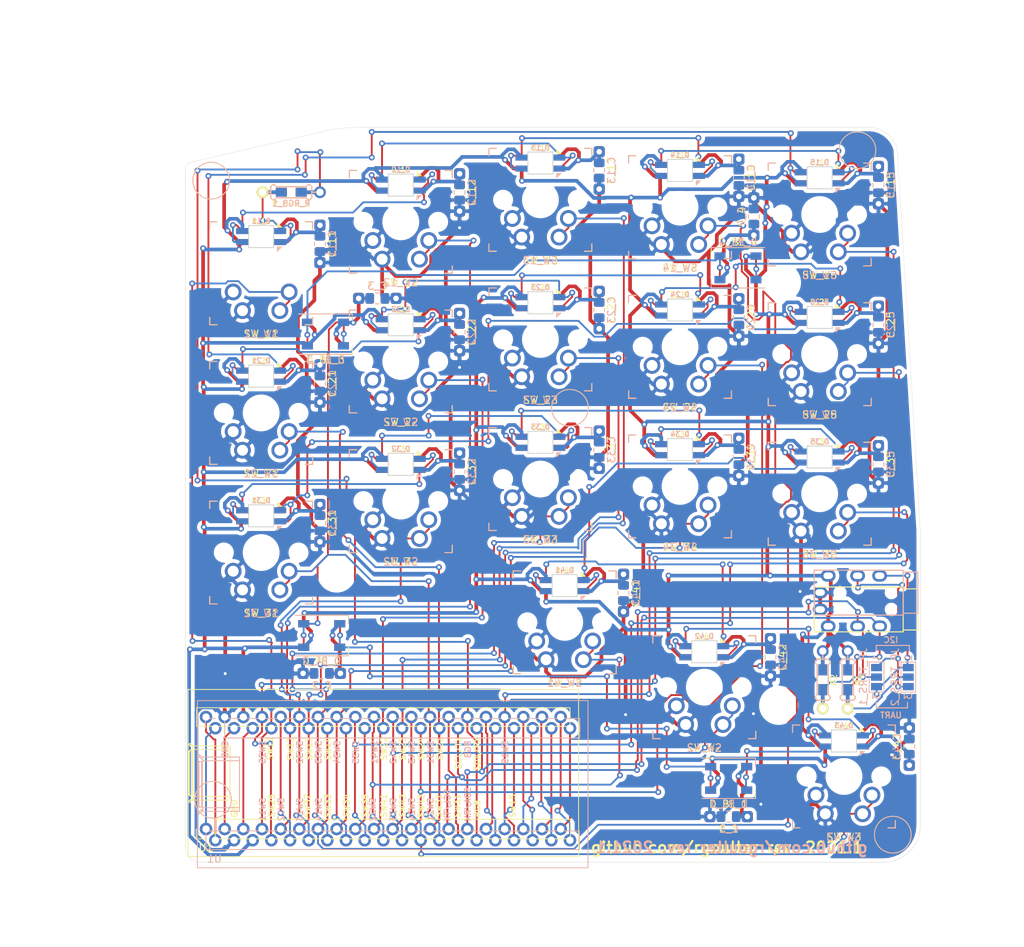
<source format=kicad_pcb>
(kicad_pcb (version 20171130) (host pcbnew "(5.1.8-0-10_14)")
  (title_block (title "Reversible Split Keyboard Half") (date 2021-02-21) (rev 2021.1) (company "Richard Goulter") (comment 3 "Smaller than 100mm x 100mm") (comment 4 "Switch footprints for MX-compatible switches."))
  (layers (0 F.Cu signal) (31 B.Cu signal) (34 B.Paste user) (35 F.Paste user) (36 B.SilkS user) (37 F.SilkS user) (38 B.Mask user) (39 F.Mask user) (44 Edge.Cuts user))
  (net 0 "")
  (net 1 "Net-(C_11-Pad2)")
  (net 2 "Net-(C_12-Pad2)")
  (net 3 "Net-(C_13-Pad2)")
  (net 4 "Net-(C_14-Pad2)")
  (net 5 "Net-(C_15-Pad2)")
  (net 6 "Net-(C_21-Pad2)")
  (net 7 "Net-(C_22-Pad2)")
  (net 8 "Net-(C_23-Pad2)")
  (net 9 "Net-(C_24-Pad2)")
  (net 10 "Net-(C_25-Pad2)")
  (net 11 "Net-(C_31-Pad2)")
  (net 12 "Net-(C_32-Pad2)")
  (net 13 "Net-(C_33-Pad2)")
  (net 14 "Net-(C_34-Pad2)")
  (net 15 "Net-(C_35-Pad2)")
  (net 16 "Net-(C_41-Pad2)")
  (net 17 "Net-(C_42-Pad2)")
  (net 18 "Net-(C_43-Pad2)")
  (net 19 "Net-(D_11-Pad4)")
  (net 20 "Net-(D_11-Pad2)")
  (net 21 /3V3)
  (net 22 "Net-(D_12-Pad2)")
  (net 23 "Net-(D_13-Pad2)")
  (net 24 "Net-(D_14-Pad2)")
  (net 25 /DOUT_1)
  (net 26 "Net-(D_21-Pad2)")
  (net 27 "Net-(D_22-Pad2)")
  (net 28 "Net-(D_23-Pad2)")
  (net 29 "Net-(D_24-Pad2)")
  (net 30 /DOUT_2)
  (net 31 "Net-(D_31-Pad2)")
  (net 32 "Net-(D_32-Pad2)")
  (net 33 "Net-(D_33-Pad2)")
  (net 34 "Net-(D_34-Pad2)")
  (net 35 /DOUT_3)
  (net 36 "Net-(D_41-Pad2)")
  (net 37 "Net-(D_42-Pad2)")
  (net 38 /SCL_TX)
  (net 39 /RGB_DIN)
  (net 40 /SW11)
  (net 41 /SW12)
  (net 42 /SW13)
  (net 43 /SW14)
  (net 44 /SW15)
  (net 45 /SW21)
  (net 46 /SW22)
  (net 47 /SW23)
  (net 48 /SW24)
  (net 49 /SW25)
  (net 50 /SW31)
  (net 51 /SW32)
  (net 52 /SW33)
  (net 53 /SW34)
  (net 54 /SW35)
  (net 55 /SW41)
  (net 56 /SW42)
  (net 57 /SW43)
  (net 58 "Net-(U1-Pad5V)")
  (net 59 "Net-(U1-Pad25)")
  (net 60 "Net-(U1-Pad46)")
  (net 61 "Net-(U1-Pad3)")
  (net 62 "Net-(U1-Pad2)")
  (net 63 "Net-(U1-Pad47)")
  (net 64 "Net-(U1-Pad1)")
  (net 65 "Net-(U1-Pad48)")
  (net 66 /GND)
  (net 67 "Net-(U1-Pad5V_5V)")
  (net 68 /SDA_RX)
  (net 69 "Net-(U1-Pad26)")
  (net 70 "Net-(U1-Pad27)")
  (net 71 "Net-(U1-Pad20)")
  (net 72 "Net-(U1-Pad32)")
  (net 73 "Net-(U1-Pad33)")
  (net 74 "Net-(U1-Pad11)")
  (net 75 "Net-(U1-Pad45)")
  (net 76 /SCL_TX_r)
  (net 77 /SDA_RX_r)
  (net 78 "Net-(U1-Pad7)")
  (net 79 "Net-(C_1-Pad2)")
  (net 80 "Net-(C_2-Pad2)")
  (net 81 "Net-(C_3-Pad2)")
  (net 82 "Net-(C_4-Pad2)")
  (net 83 /DOUT_4)
  (net 84 "Net-(D_BL_1-Pad4)")
  (net 85 "Net-(D_BL_2-Pad4)")
  (net 86 "Net-(D_BL_3-Pad4)")
  (net 87 "Net-(D_BL_4-Pad4)")
  (module keyswitches:SW_MX_reversible (layer F.Cu) (at 189.607 138.329685 180)
    (fp_text reference SW_43 (at 0 -8.255) (layer F.SilkS))
    (fp_text value SW_Push)
    (fp_text user %R (at 0 -8.255) (layer B.SilkS) (effects (justify mirror)))
    (pad "" np_thru_hole circle (at -5.08 0 180) (size 1.7018 1.7018) (drill 1.7018) (layers *.Cu *.Mask))
    (pad "" np_thru_hole circle (at 5.08 0 180) (size 1.7018 1.7018) (drill 1.7018) (layers *.Cu *.Mask))
    (pad 1 thru_hole circle (at -3.81 -2.54 180) (size 2.286 2.286) (drill 1.4986) (layers *.Cu *.Mask) (net 57 /SW43))
    (pad "" np_thru_hole circle (at 0 0 180) (size 3.9878 3.9878) (drill 3.9878) (layers *.Cu *.Mask))
    (pad 2 thru_hole circle (at 2.54 -5.08 180) (size 2.286 2.286) (drill 1.4986) (layers *.Cu *.Mask) (net 66 /GND))
    (pad 1 thru_hole circle (at -2.54 -5.08 180) (size 2.286 2.286) (drill 1.4986) (layers *.Cu *.Mask) (net 57 /SW43))
    (pad 2 thru_hole circle (at 3.81 -2.54 180) (size 2.286 2.286) (drill 1.4986) (layers *.Cu *.Mask) (net 66 /GND))
  )
  (module keyswitches:SW_MX_reversible (layer F.Cu) (at 170.607 126.181906 180)
    (fp_text reference SW_42 (at 0 -8.255) (layer F.SilkS))
    (fp_text value SW_Push)
    (fp_text user %R (at 0 -8.255) (layer B.SilkS) (effects (justify mirror)))
    (pad "" np_thru_hole circle (at -5.08 0 180) (size 1.7018 1.7018) (drill 1.7018) (layers *.Cu *.Mask))
    (pad "" np_thru_hole circle (at 5.08 0 180) (size 1.7018 1.7018) (drill 1.7018) (layers *.Cu *.Mask))
    (pad 1 thru_hole circle (at -3.81 -2.54 180) (size 2.286 2.286) (drill 1.4986) (layers *.Cu *.Mask) (net 56 /SW42))
    (pad "" np_thru_hole circle (at 0 0 180) (size 3.9878 3.9878) (drill 3.9878) (layers *.Cu *.Mask))
    (pad 2 thru_hole circle (at 2.54 -5.08 180) (size 2.286 2.286) (drill 1.4986) (layers *.Cu *.Mask) (net 66 /GND))
    (pad 1 thru_hole circle (at -2.54 -5.08 180) (size 2.286 2.286) (drill 1.4986) (layers *.Cu *.Mask) (net 56 /SW42))
    (pad 2 thru_hole circle (at 3.81 -2.54 180) (size 2.286 2.286) (drill 1.4986) (layers *.Cu *.Mask) (net 66 /GND))
  )
  (module keyswitches:SW_MX_reversible (layer F.Cu) (at 151.607 117.3615 180)
    (fp_text reference SW_41 (at 0 -8.255) (layer F.SilkS))
    (fp_text value SW_Push)
    (fp_text user %R (at 0 -8.255) (layer B.SilkS) (effects (justify mirror)))
    (pad "" np_thru_hole circle (at -5.08 0 180) (size 1.7018 1.7018) (drill 1.7018) (layers *.Cu *.Mask))
    (pad "" np_thru_hole circle (at 5.08 0 180) (size 1.7018 1.7018) (drill 1.7018) (layers *.Cu *.Mask))
    (pad 1 thru_hole circle (at -3.81 -2.54 180) (size 2.286 2.286) (drill 1.4986) (layers *.Cu *.Mask) (net 55 /SW41))
    (pad "" np_thru_hole circle (at 0 0 180) (size 3.9878 3.9878) (drill 3.9878) (layers *.Cu *.Mask))
    (pad 2 thru_hole circle (at 2.54 -5.08 180) (size 2.286 2.286) (drill 1.4986) (layers *.Cu *.Mask) (net 66 /GND))
    (pad 1 thru_hole circle (at -2.54 -5.08 180) (size 2.286 2.286) (drill 1.4986) (layers *.Cu *.Mask) (net 55 /SW41))
    (pad 2 thru_hole circle (at 3.81 -2.54 180) (size 2.286 2.286) (drill 1.4986) (layers *.Cu *.Mask) (net 66 /GND))
  )
  (module keyswitches:SW_MX_reversible (layer F.Cu) (at 186.3005 99.8615 180)
    (fp_text reference SW_35 (at 0 -8.255) (layer F.SilkS))
    (fp_text value SW_Push)
    (fp_text user %R (at 0 -8.255) (layer B.SilkS) (effects (justify mirror)))
    (pad "" np_thru_hole circle (at -5.08 0 180) (size 1.7018 1.7018) (drill 1.7018) (layers *.Cu *.Mask))
    (pad "" np_thru_hole circle (at 5.08 0 180) (size 1.7018 1.7018) (drill 1.7018) (layers *.Cu *.Mask))
    (pad 1 thru_hole circle (at -3.81 -2.54 180) (size 2.286 2.286) (drill 1.4986) (layers *.Cu *.Mask) (net 54 /SW35))
    (pad "" np_thru_hole circle (at 0 0 180) (size 3.9878 3.9878) (drill 3.9878) (layers *.Cu *.Mask))
    (pad 2 thru_hole circle (at 2.54 -5.08 180) (size 2.286 2.286) (drill 1.4986) (layers *.Cu *.Mask) (net 66 /GND))
    (pad 1 thru_hole circle (at -2.54 -5.08 180) (size 2.286 2.286) (drill 1.4986) (layers *.Cu *.Mask) (net 54 /SW35))
    (pad 2 thru_hole circle (at 3.81 -2.54 180) (size 2.286 2.286) (drill 1.4986) (layers *.Cu *.Mask) (net 66 /GND))
  )
  (module keyswitches:SW_MX_reversible (layer F.Cu) (at 167.3005 98.8615 180)
    (fp_text reference SW_34 (at 0 -8.255) (layer F.SilkS))
    (fp_text value SW_Push)
    (fp_text user %R (at 0 -8.255) (layer B.SilkS) (effects (justify mirror)))
    (pad "" np_thru_hole circle (at -5.08 0 180) (size 1.7018 1.7018) (drill 1.7018) (layers *.Cu *.Mask))
    (pad "" np_thru_hole circle (at 5.08 0 180) (size 1.7018 1.7018) (drill 1.7018) (layers *.Cu *.Mask))
    (pad 1 thru_hole circle (at -3.81 -2.54 180) (size 2.286 2.286) (drill 1.4986) (layers *.Cu *.Mask) (net 53 /SW34))
    (pad "" np_thru_hole circle (at 0 0 180) (size 3.9878 3.9878) (drill 3.9878) (layers *.Cu *.Mask))
    (pad 2 thru_hole circle (at 2.54 -5.08 180) (size 2.286 2.286) (drill 1.4986) (layers *.Cu *.Mask) (net 66 /GND))
    (pad 1 thru_hole circle (at -2.54 -5.08 180) (size 2.286 2.286) (drill 1.4986) (layers *.Cu *.Mask) (net 53 /SW34))
    (pad 2 thru_hole circle (at 3.81 -2.54 180) (size 2.286 2.286) (drill 1.4986) (layers *.Cu *.Mask) (net 66 /GND))
  )
  (module keyswitches:SW_MX_reversible (layer F.Cu) (at 148.3005 97.8615 180)
    (fp_text reference SW_33 (at 0 -8.255) (layer F.SilkS))
    (fp_text value SW_Push)
    (fp_text user %R (at 0 -8.255) (layer B.SilkS) (effects (justify mirror)))
    (pad "" np_thru_hole circle (at -5.08 0 180) (size 1.7018 1.7018) (drill 1.7018) (layers *.Cu *.Mask))
    (pad "" np_thru_hole circle (at 5.08 0 180) (size 1.7018 1.7018) (drill 1.7018) (layers *.Cu *.Mask))
    (pad 1 thru_hole circle (at -3.81 -2.54 180) (size 2.286 2.286) (drill 1.4986) (layers *.Cu *.Mask) (net 52 /SW33))
    (pad "" np_thru_hole circle (at 0 0 180) (size 3.9878 3.9878) (drill 3.9878) (layers *.Cu *.Mask))
    (pad 2 thru_hole circle (at 2.54 -5.08 180) (size 2.286 2.286) (drill 1.4986) (layers *.Cu *.Mask) (net 66 /GND))
    (pad 1 thru_hole circle (at -2.54 -5.08 180) (size 2.286 2.286) (drill 1.4986) (layers *.Cu *.Mask) (net 52 /SW33))
    (pad 2 thru_hole circle (at 3.81 -2.54 180) (size 2.286 2.286) (drill 1.4986) (layers *.Cu *.Mask) (net 66 /GND))
  )
  (module keyswitches:SW_MX_reversible (layer F.Cu) (at 129.3005 100.8615 180)
    (fp_text reference SW_32 (at 0 -8.255) (layer F.SilkS))
    (fp_text value SW_Push)
    (fp_text user %R (at 0 -8.255) (layer B.SilkS) (effects (justify mirror)))
    (pad "" np_thru_hole circle (at -5.08 0 180) (size 1.7018 1.7018) (drill 1.7018) (layers *.Cu *.Mask))
    (pad "" np_thru_hole circle (at 5.08 0 180) (size 1.7018 1.7018) (drill 1.7018) (layers *.Cu *.Mask))
    (pad 1 thru_hole circle (at -3.81 -2.54 180) (size 2.286 2.286) (drill 1.4986) (layers *.Cu *.Mask) (net 51 /SW32))
    (pad "" np_thru_hole circle (at 0 0 180) (size 3.9878 3.9878) (drill 3.9878) (layers *.Cu *.Mask))
    (pad 2 thru_hole circle (at 2.54 -5.08 180) (size 2.286 2.286) (drill 1.4986) (layers *.Cu *.Mask) (net 66 /GND))
    (pad 1 thru_hole circle (at -2.54 -5.08 180) (size 2.286 2.286) (drill 1.4986) (layers *.Cu *.Mask) (net 51 /SW32))
    (pad 2 thru_hole circle (at 3.81 -2.54 180) (size 2.286 2.286) (drill 1.4986) (layers *.Cu *.Mask) (net 66 /GND))
  )
  (module keyswitches:SW_MX_reversible (layer F.Cu) (at 110.3005 107.8615 180)
    (fp_text reference SW_31 (at 0 -8.255) (layer F.SilkS))
    (fp_text value SW_Push)
    (fp_text user %R (at 0 -8.255) (layer B.SilkS) (effects (justify mirror)))
    (pad "" np_thru_hole circle (at -5.08 0 180) (size 1.7018 1.7018) (drill 1.7018) (layers *.Cu *.Mask))
    (pad "" np_thru_hole circle (at 5.08 0 180) (size 1.7018 1.7018) (drill 1.7018) (layers *.Cu *.Mask))
    (pad 1 thru_hole circle (at -3.81 -2.54 180) (size 2.286 2.286) (drill 1.4986) (layers *.Cu *.Mask) (net 50 /SW31))
    (pad "" np_thru_hole circle (at 0 0 180) (size 3.9878 3.9878) (drill 3.9878) (layers *.Cu *.Mask))
    (pad 2 thru_hole circle (at 2.54 -5.08 180) (size 2.286 2.286) (drill 1.4986) (layers *.Cu *.Mask) (net 66 /GND))
    (pad 1 thru_hole circle (at -2.54 -5.08 180) (size 2.286 2.286) (drill 1.4986) (layers *.Cu *.Mask) (net 50 /SW31))
    (pad 2 thru_hole circle (at 3.81 -2.54 180) (size 2.286 2.286) (drill 1.4986) (layers *.Cu *.Mask) (net 66 /GND))
  )
  (module keyswitches:SW_MX_reversible (layer F.Cu) (at 186.3005 80.8615 180)
    (fp_text reference SW_25 (at 0 -8.255) (layer F.SilkS))
    (fp_text value SW_Push)
    (fp_text user %R (at 0 -8.255) (layer B.SilkS) (effects (justify mirror)))
    (pad "" np_thru_hole circle (at -5.08 0 180) (size 1.7018 1.7018) (drill 1.7018) (layers *.Cu *.Mask))
    (pad "" np_thru_hole circle (at 5.08 0 180) (size 1.7018 1.7018) (drill 1.7018) (layers *.Cu *.Mask))
    (pad 1 thru_hole circle (at -3.81 -2.54 180) (size 2.286 2.286) (drill 1.4986) (layers *.Cu *.Mask) (net 49 /SW25))
    (pad "" np_thru_hole circle (at 0 0 180) (size 3.9878 3.9878) (drill 3.9878) (layers *.Cu *.Mask))
    (pad 2 thru_hole circle (at 2.54 -5.08 180) (size 2.286 2.286) (drill 1.4986) (layers *.Cu *.Mask) (net 66 /GND))
    (pad 1 thru_hole circle (at -2.54 -5.08 180) (size 2.286 2.286) (drill 1.4986) (layers *.Cu *.Mask) (net 49 /SW25))
    (pad 2 thru_hole circle (at 3.81 -2.54 180) (size 2.286 2.286) (drill 1.4986) (layers *.Cu *.Mask) (net 66 /GND))
  )
  (module keyswitches:SW_MX_reversible (layer F.Cu) (at 167.3005 79.8615 180)
    (fp_text reference SW_24 (at 0 -8.255) (layer F.SilkS))
    (fp_text value SW_Push)
    (fp_text user %R (at 0 -8.255) (layer B.SilkS) (effects (justify mirror)))
    (pad "" np_thru_hole circle (at -5.08 0 180) (size 1.7018 1.7018) (drill 1.7018) (layers *.Cu *.Mask))
    (pad "" np_thru_hole circle (at 5.08 0 180) (size 1.7018 1.7018) (drill 1.7018) (layers *.Cu *.Mask))
    (pad 1 thru_hole circle (at -3.81 -2.54 180) (size 2.286 2.286) (drill 1.4986) (layers *.Cu *.Mask) (net 48 /SW24))
    (pad "" np_thru_hole circle (at 0 0 180) (size 3.9878 3.9878) (drill 3.9878) (layers *.Cu *.Mask))
    (pad 2 thru_hole circle (at 2.54 -5.08 180) (size 2.286 2.286) (drill 1.4986) (layers *.Cu *.Mask) (net 66 /GND))
    (pad 1 thru_hole circle (at -2.54 -5.08 180) (size 2.286 2.286) (drill 1.4986) (layers *.Cu *.Mask) (net 48 /SW24))
    (pad 2 thru_hole circle (at 3.81 -2.54 180) (size 2.286 2.286) (drill 1.4986) (layers *.Cu *.Mask) (net 66 /GND))
  )
  (module keyswitches:SW_MX_reversible (layer F.Cu) (at 148.3005 78.8615 180)
    (fp_text reference SW_23 (at 0 -8.255) (layer F.SilkS))
    (fp_text value SW_Push)
    (fp_text user %R (at 0 -8.255) (layer B.SilkS) (effects (justify mirror)))
    (pad "" np_thru_hole circle (at -5.08 0 180) (size 1.7018 1.7018) (drill 1.7018) (layers *.Cu *.Mask))
    (pad "" np_thru_hole circle (at 5.08 0 180) (size 1.7018 1.7018) (drill 1.7018) (layers *.Cu *.Mask))
    (pad 1 thru_hole circle (at -3.81 -2.54 180) (size 2.286 2.286) (drill 1.4986) (layers *.Cu *.Mask) (net 47 /SW23))
    (pad "" np_thru_hole circle (at 0 0 180) (size 3.9878 3.9878) (drill 3.9878) (layers *.Cu *.Mask))
    (pad 2 thru_hole circle (at 2.54 -5.08 180) (size 2.286 2.286) (drill 1.4986) (layers *.Cu *.Mask) (net 66 /GND))
    (pad 1 thru_hole circle (at -2.54 -5.08 180) (size 2.286 2.286) (drill 1.4986) (layers *.Cu *.Mask) (net 47 /SW23))
    (pad 2 thru_hole circle (at 3.81 -2.54 180) (size 2.286 2.286) (drill 1.4986) (layers *.Cu *.Mask) (net 66 /GND))
  )
  (module keyswitches:SW_MX_reversible (layer F.Cu) (at 129.3005 81.8615 180)
    (fp_text reference SW_22 (at 0 -8.255) (layer F.SilkS))
    (fp_text value SW_Push)
    (fp_text user %R (at 0 -8.255) (layer B.SilkS) (effects (justify mirror)))
    (pad "" np_thru_hole circle (at -5.08 0 180) (size 1.7018 1.7018) (drill 1.7018) (layers *.Cu *.Mask))
    (pad "" np_thru_hole circle (at 5.08 0 180) (size 1.7018 1.7018) (drill 1.7018) (layers *.Cu *.Mask))
    (pad 1 thru_hole circle (at -3.81 -2.54 180) (size 2.286 2.286) (drill 1.4986) (layers *.Cu *.Mask) (net 46 /SW22))
    (pad "" np_thru_hole circle (at 0 0 180) (size 3.9878 3.9878) (drill 3.9878) (layers *.Cu *.Mask))
    (pad 2 thru_hole circle (at 2.54 -5.08 180) (size 2.286 2.286) (drill 1.4986) (layers *.Cu *.Mask) (net 66 /GND))
    (pad 1 thru_hole circle (at -2.54 -5.08 180) (size 2.286 2.286) (drill 1.4986) (layers *.Cu *.Mask) (net 46 /SW22))
    (pad 2 thru_hole circle (at 3.81 -2.54 180) (size 2.286 2.286) (drill 1.4986) (layers *.Cu *.Mask) (net 66 /GND))
  )
  (module keyswitches:SW_MX_reversible (layer F.Cu) (at 110.3005 88.8615 180)
    (fp_text reference SW_21 (at 0 -8.255) (layer F.SilkS))
    (fp_text value SW_Push)
    (fp_text user %R (at 0 -8.255) (layer B.SilkS) (effects (justify mirror)))
    (pad "" np_thru_hole circle (at -5.08 0 180) (size 1.7018 1.7018) (drill 1.7018) (layers *.Cu *.Mask))
    (pad "" np_thru_hole circle (at 5.08 0 180) (size 1.7018 1.7018) (drill 1.7018) (layers *.Cu *.Mask))
    (pad 1 thru_hole circle (at -3.81 -2.54 180) (size 2.286 2.286) (drill 1.4986) (layers *.Cu *.Mask) (net 45 /SW21))
    (pad "" np_thru_hole circle (at 0 0 180) (size 3.9878 3.9878) (drill 3.9878) (layers *.Cu *.Mask))
    (pad 2 thru_hole circle (at 2.54 -5.08 180) (size 2.286 2.286) (drill 1.4986) (layers *.Cu *.Mask) (net 66 /GND))
    (pad 1 thru_hole circle (at -2.54 -5.08 180) (size 2.286 2.286) (drill 1.4986) (layers *.Cu *.Mask) (net 45 /SW21))
    (pad 2 thru_hole circle (at 3.81 -2.54 180) (size 2.286 2.286) (drill 1.4986) (layers *.Cu *.Mask) (net 66 /GND))
  )
  (module keyswitches:SW_MX_reversible (layer F.Cu) (at 186.3005 61.8615 180)
    (fp_text reference SW_15 (at 0 -8.255) (layer F.SilkS))
    (fp_text value SW_Push)
    (fp_text user %R (at 0 -8.255) (layer B.SilkS) (effects (justify mirror)))
    (pad "" np_thru_hole circle (at -5.08 0 180) (size 1.7018 1.7018) (drill 1.7018) (layers *.Cu *.Mask))
    (pad "" np_thru_hole circle (at 5.08 0 180) (size 1.7018 1.7018) (drill 1.7018) (layers *.Cu *.Mask))
    (pad 1 thru_hole circle (at -3.81 -2.54 180) (size 2.286 2.286) (drill 1.4986) (layers *.Cu *.Mask) (net 44 /SW15))
    (pad "" np_thru_hole circle (at 0 0 180) (size 3.9878 3.9878) (drill 3.9878) (layers *.Cu *.Mask))
    (pad 2 thru_hole circle (at 2.54 -5.08 180) (size 2.286 2.286) (drill 1.4986) (layers *.Cu *.Mask) (net 66 /GND))
    (pad 1 thru_hole circle (at -2.54 -5.08 180) (size 2.286 2.286) (drill 1.4986) (layers *.Cu *.Mask) (net 44 /SW15))
    (pad 2 thru_hole circle (at 3.81 -2.54 180) (size 2.286 2.286) (drill 1.4986) (layers *.Cu *.Mask) (net 66 /GND))
  )
  (module keyswitches:SW_MX_reversible (layer F.Cu) (at 167.3005 60.8615 180)
    (fp_text reference SW_14 (at 0 -8.255) (layer F.SilkS))
    (fp_text value SW_Push)
    (fp_text user %R (at 0 -8.255) (layer B.SilkS) (effects (justify mirror)))
    (pad "" np_thru_hole circle (at -5.08 0 180) (size 1.7018 1.7018) (drill 1.7018) (layers *.Cu *.Mask))
    (pad "" np_thru_hole circle (at 5.08 0 180) (size 1.7018 1.7018) (drill 1.7018) (layers *.Cu *.Mask))
    (pad 1 thru_hole circle (at -3.81 -2.54 180) (size 2.286 2.286) (drill 1.4986) (layers *.Cu *.Mask) (net 43 /SW14))
    (pad "" np_thru_hole circle (at 0 0 180) (size 3.9878 3.9878) (drill 3.9878) (layers *.Cu *.Mask))
    (pad 2 thru_hole circle (at 2.54 -5.08 180) (size 2.286 2.286) (drill 1.4986) (layers *.Cu *.Mask) (net 66 /GND))
    (pad 1 thru_hole circle (at -2.54 -5.08 180) (size 2.286 2.286) (drill 1.4986) (layers *.Cu *.Mask) (net 43 /SW14))
    (pad 2 thru_hole circle (at 3.81 -2.54 180) (size 2.286 2.286) (drill 1.4986) (layers *.Cu *.Mask) (net 66 /GND))
  )
  (module keyswitches:SW_MX_reversible (layer F.Cu) (at 148.3005 59.8615 180)
    (fp_text reference SW_13 (at 0 -8.255) (layer F.SilkS))
    (fp_text value SW_Push)
    (fp_text user %R (at 0 -8.255) (layer B.SilkS) (effects (justify mirror)))
    (pad "" np_thru_hole circle (at -5.08 0 180) (size 1.7018 1.7018) (drill 1.7018) (layers *.Cu *.Mask))
    (pad "" np_thru_hole circle (at 5.08 0 180) (size 1.7018 1.7018) (drill 1.7018) (layers *.Cu *.Mask))
    (pad 1 thru_hole circle (at -3.81 -2.54 180) (size 2.286 2.286) (drill 1.4986) (layers *.Cu *.Mask) (net 42 /SW13))
    (pad "" np_thru_hole circle (at 0 0 180) (size 3.9878 3.9878) (drill 3.9878) (layers *.Cu *.Mask))
    (pad 2 thru_hole circle (at 2.54 -5.08 180) (size 2.286 2.286) (drill 1.4986) (layers *.Cu *.Mask) (net 66 /GND))
    (pad 1 thru_hole circle (at -2.54 -5.08 180) (size 2.286 2.286) (drill 1.4986) (layers *.Cu *.Mask) (net 42 /SW13))
    (pad 2 thru_hole circle (at 3.81 -2.54 180) (size 2.286 2.286) (drill 1.4986) (layers *.Cu *.Mask) (net 66 /GND))
  )
  (module keyswitches:SW_MX_reversible (layer F.Cu) (at 129.3005 62.8615 180)
    (fp_text reference SW_12 (at 0 -8.255) (layer F.SilkS))
    (fp_text value SW_Push)
    (fp_text user %R (at 0 -8.255) (layer B.SilkS) (effects (justify mirror)))
    (pad "" np_thru_hole circle (at -5.08 0 180) (size 1.7018 1.7018) (drill 1.7018) (layers *.Cu *.Mask))
    (pad "" np_thru_hole circle (at 5.08 0 180) (size 1.7018 1.7018) (drill 1.7018) (layers *.Cu *.Mask))
    (pad 1 thru_hole circle (at -3.81 -2.54 180) (size 2.286 2.286) (drill 1.4986) (layers *.Cu *.Mask) (net 41 /SW12))
    (pad "" np_thru_hole circle (at 0 0 180) (size 3.9878 3.9878) (drill 3.9878) (layers *.Cu *.Mask))
    (pad 2 thru_hole circle (at 2.54 -5.08 180) (size 2.286 2.286) (drill 1.4986) (layers *.Cu *.Mask) (net 66 /GND))
    (pad 1 thru_hole circle (at -2.54 -5.08 180) (size 2.286 2.286) (drill 1.4986) (layers *.Cu *.Mask) (net 41 /SW12))
    (pad 2 thru_hole circle (at 3.81 -2.54 180) (size 2.286 2.286) (drill 1.4986) (layers *.Cu *.Mask) (net 66 /GND))
  )
  (module keyswitches:SW_MX_reversible (layer F.Cu) (at 110.3005 69.8615 180)
    (fp_text reference SW_11 (at 0 -8.255) (layer F.SilkS))
    (fp_text value SW_Push)
    (fp_text user %R (at 0 -8.255) (layer B.SilkS) (effects (justify mirror)))
    (pad "" np_thru_hole circle (at -5.08 0 180) (size 1.7018 1.7018) (drill 1.7018) (layers *.Cu *.Mask))
    (pad "" np_thru_hole circle (at 5.08 0 180) (size 1.7018 1.7018) (drill 1.7018) (layers *.Cu *.Mask))
    (pad 1 thru_hole circle (at -3.81 -2.54 180) (size 2.286 2.286) (drill 1.4986) (layers *.Cu *.Mask) (net 40 /SW11))
    (pad "" np_thru_hole circle (at 0 0 180) (size 3.9878 3.9878) (drill 3.9878) (layers *.Cu *.Mask))
    (pad 2 thru_hole circle (at 2.54 -5.08 180) (size 2.286 2.286) (drill 1.4986) (layers *.Cu *.Mask) (net 66 /GND))
    (pad 1 thru_hole circle (at -2.54 -5.08 180) (size 2.286 2.286) (drill 1.4986) (layers *.Cu *.Mask) (net 40 /SW11))
    (pad 2 thru_hole circle (at 3.81 -2.54 180) (size 2.286 2.286) (drill 1.4986) (layers *.Cu *.Mask) (net 66 /GND))
  )
  (module ProjectLocal:WeAct_MiniF4_ZigZag (layer F.Cu) (at 102.794 145.484 90)
    (fp_text reference U1 (at -2.54 0) (layer F.SilkS))
    (fp_text value MiniF4 hide)
    (fp_text user %R (at -4.06146 1.14554) (layer B.SilkS) (effects (justify mirror)))
    (pad 5V thru_hole circle (at -1.52146 1.27254 270) (size 1.7 1.7) (drill 1) (layers *.Cu *.Mask) (net 58 "Net-(U1-Pad5V)"))
    (pad 25 thru_hole circle (at 13.71854 1.27254 270) (size 1.7 1.7) (drill 1) (layers *.Cu *.Mask) (net 59 "Net-(U1-Pad25)"))
    (pad 23 thru_hole circle (at -1.52146 3.81254 270) (size 1.7 1.7) (drill 1) (layers *.Cu *.Mask) (net 66 /GND))
    (pad 26 thru_hole circle (at 13.71854 3.81254 270) (size 1.7 1.7) (drill 1) (layers *.Cu *.Mask) (net 69 "Net-(U1-Pad26)"))
    (pad 24 thru_hole circle (at -1.52146 6.35254 270) (size 1.7 1.7) (drill 1) (layers *.Cu *.Mask) (net 21 /3V3))
    (pad 27 thru_hole circle (at 13.71854 6.35254 270) (size 1.7 1.7) (drill 1) (layers *.Cu *.Mask) (net 70 "Net-(U1-Pad27)"))
    (pad 21 thru_hole circle (at -1.52146 8.89254 270) (size 1.7 1.7) (drill 1) (layers *.Cu *.Mask) (net 49 /SW25))
    (pad 28 thru_hole circle (at 13.71854 8.89254 270) (size 1.7 1.7) (drill 1) (layers *.Cu *.Mask) (net 40 /SW11))
    (pad 20 thru_hole circle (at -1.52146 11.43254 270) (size 1.7 1.7) (drill 1) (layers *.Cu *.Mask) (net 71 "Net-(U1-Pad20)"))
    (pad 29 thru_hole circle (at 13.71854 11.43254 270) (size 1.7 1.7) (drill 1) (layers *.Cu *.Mask) (net 41 /SW12))
    (pad 19 thru_hole circle (at -1.52146 13.97254 270) (size 1.7 1.7) (drill 1) (layers *.Cu *.Mask) (net 51 /SW32))
    (pad 30 thru_hole circle (at 13.71854 13.97254 270) (size 1.7 1.7) (drill 1) (layers *.Cu *.Mask) (net 42 /SW13))
    (pad 18 thru_hole circle (at -1.52146 16.51254 270) (size 1.7 1.7) (drill 1) (layers *.Cu *.Mask) (net 52 /SW33))
    (pad 31 thru_hole circle (at 13.71854 16.51254 270) (size 1.7 1.7) (drill 1) (layers *.Cu *.Mask) (net 43 /SW14))
    (pad 17 thru_hole circle (at -1.52146 19.05254 270) (size 1.7 1.7) (drill 1) (layers *.Cu *.Mask) (net 53 /SW34))
    (pad 32 thru_hole circle (at 13.71854 19.05254 270) (size 1.7 1.7) (drill 1) (layers *.Cu *.Mask) (net 72 "Net-(U1-Pad32)"))
    (pad 16 thru_hole circle (at -1.52146 21.59254 270) (size 1.7 1.7) (drill 1) (layers *.Cu *.Mask) (net 54 /SW35))
    (pad 33 thru_hole circle (at 13.71854 21.59254 270) (size 1.7 1.7) (drill 1) (layers *.Cu *.Mask) (net 73 "Net-(U1-Pad33)"))
    (pad 15 thru_hole circle (at -1.52146 24.13254 270) (size 1.7 1.7) (drill 1) (layers *.Cu *.Mask) (net 55 /SW41))
    (pad 38 thru_hole circle (at 13.71854 24.13254 270) (size 1.7 1.7) (drill 1) (layers *.Cu *.Mask) (net 46 /SW22))
    (pad 14 thru_hole circle (at -1.52146 26.67254 270) (size 1.7 1.7) (drill 1) (layers *.Cu *.Mask) (net 56 /SW42))
    (pad 39 thru_hole circle (at 13.71854 26.67254 270) (size 1.7 1.7) (drill 1) (layers *.Cu *.Mask) (net 47 /SW23))
    (pad 13 thru_hole circle (at -1.52146 29.21254 270) (size 1.7 1.7) (drill 1) (layers *.Cu *.Mask) (net 57 /SW43))
    (pad 40 thru_hole circle (at 13.71854 29.21254 270) (size 1.7 1.7) (drill 1) (layers *.Cu *.Mask) (net 48 /SW24))
    (pad 12 thru_hole circle (at -1.52146 31.75254 270) (size 1.7 1.7) (drill 1) (layers *.Cu *.Mask) (net 50 /SW31))
    (pad 41 thru_hole circle (at 13.71854 31.75254 270) (size 1.7 1.7) (drill 1) (layers *.Cu *.Mask) (net 45 /SW21))
    (pad 11 thru_hole circle (at -1.52146 34.29254 270) (size 1.7 1.7) (drill 1) (layers *.Cu *.Mask) (net 74 "Net-(U1-Pad11)"))
    (pad 42 thru_hole circle (at 13.71854 34.29254 270) (size 1.7 1.7) (drill 1) (layers *.Cu *.Mask) (net 38 /SCL_TX))
    (pad 10 thru_hole circle (at -1.52146 36.83254 270) (size 1.7 1.7) (drill 1) (layers *.Cu *.Mask) (net 39 /RGB_DIN))
    (pad 43 thru_hole circle (at 13.71854 36.83254 270) (size 1.7 1.7) (drill 1) (layers *.Cu *.Mask) (net 68 /SDA_RX))
    (pad 7 thru_hole circle (at -1.52146 39.37254 270) (size 1.7 1.7) (drill 1) (layers *.Cu *.Mask) (net 78 "Net-(U1-Pad7)"))
    (pad 45 thru_hole circle (at 13.71854 39.37254 270) (size 1.7 1.7) (drill 1) (layers *.Cu *.Mask) (net 75 "Net-(U1-Pad45)"))
    (pad 4 thru_hole circle (at -1.52146 41.91254 270) (size 1.7 1.7) (drill 1) (layers *.Cu *.Mask) (net 44 /SW15))
    (pad 46 thru_hole circle (at 13.71854 41.91254 270) (size 1.7 1.7) (drill 1) (layers *.Cu *.Mask) (net 60 "Net-(U1-Pad46)"))
    (pad 3 thru_hole circle (at -1.52146 44.45254 270) (size 1.7 1.7) (drill 1) (layers *.Cu *.Mask) (net 61 "Net-(U1-Pad3)"))
    (pad 5V_5V thru_hole circle (at 13.71854 44.45254 270) (size 1.7 1.7) (drill 1) (layers *.Cu *.Mask) (net 67 "Net-(U1-Pad5V_5V)"))
    (pad 2 thru_hole circle (at -1.52146 46.99254 270) (size 1.7 1.7) (drill 1) (layers *.Cu *.Mask) (net 62 "Net-(U1-Pad2)"))
    (pad 47 thru_hole circle (at 13.71854 46.99254 270) (size 1.7 1.7) (drill 1) (layers *.Cu *.Mask) (net 63 "Net-(U1-Pad47)"))
    (pad 1 thru_hole circle (at -1.52146 49.53254 270) (size 1.7 1.7) (drill 1) (layers *.Cu *.Mask) (net 64 "Net-(U1-Pad1)"))
    (pad 48 thru_hole circle (at 13.71854 49.53254 270) (size 1.7 1.7) (drill 1) (layers *.Cu *.Mask) (net 65 "Net-(U1-Pad48)"))
    (pad 5V thru_hole circle (at 15.24 0 90) (size 1.7 1.7) (drill 1) (layers *.Cu *.Mask) (net 58 "Net-(U1-Pad5V)"))
    (pad 25 thru_hole circle (at 0 0 90) (size 1.7 1.7) (drill 1) (layers *.Cu *.Mask) (net 59 "Net-(U1-Pad25)"))
    (pad 23 thru_hole circle (at 15.24 2.54 90) (size 1.7 1.7) (drill 1) (layers *.Cu *.Mask) (net 66 /GND))
    (pad 26 thru_hole circle (at 0 2.54 90) (size 1.7 1.7) (drill 1) (layers *.Cu *.Mask) (net 69 "Net-(U1-Pad26)"))
    (pad 24 thru_hole circle (at 15.24 5.08 90) (size 1.7 1.7) (drill 1) (layers *.Cu *.Mask) (net 21 /3V3))
    (pad 27 thru_hole circle (at 0 5.08 90) (size 1.7 1.7) (drill 1) (layers *.Cu *.Mask) (net 70 "Net-(U1-Pad27)"))
    (pad 21 thru_hole circle (at 15.24 7.62 90) (size 1.7 1.7) (drill 1) (layers *.Cu *.Mask) (net 49 /SW25))
    (pad 28 thru_hole circle (at 0 7.62 90) (size 1.7 1.7) (drill 1) (layers *.Cu *.Mask) (net 40 /SW11))
    (pad 20 thru_hole circle (at 15.24 10.16 90) (size 1.7 1.7) (drill 1) (layers *.Cu *.Mask) (net 71 "Net-(U1-Pad20)"))
    (pad 29 thru_hole circle (at 0 10.16 90) (size 1.7 1.7) (drill 1) (layers *.Cu *.Mask) (net 41 /SW12))
    (pad 19 thru_hole circle (at 15.24 12.7 90) (size 1.7 1.7) (drill 1) (layers *.Cu *.Mask) (net 51 /SW32))
    (pad 30 thru_hole circle (at 0 12.7 90) (size 1.7 1.7) (drill 1) (layers *.Cu *.Mask) (net 42 /SW13))
    (pad 18 thru_hole circle (at 15.24 15.24 90) (size 1.7 1.7) (drill 1) (layers *.Cu *.Mask) (net 52 /SW33))
    (pad 31 thru_hole circle (at 0 15.24 90) (size 1.7 1.7) (drill 1) (layers *.Cu *.Mask) (net 43 /SW14))
    (pad 17 thru_hole circle (at 15.24 17.78 90) (size 1.7 1.7) (drill 1) (layers *.Cu *.Mask) (net 53 /SW34))
    (pad 32 thru_hole circle (at 0 17.78 90) (size 1.7 1.7) (drill 1) (layers *.Cu *.Mask) (net 72 "Net-(U1-Pad32)"))
    (pad 16 thru_hole circle (at 15.24 20.32 90) (size 1.7 1.7) (drill 1) (layers *.Cu *.Mask) (net 54 /SW35))
    (pad 33 thru_hole circle (at 0 20.32 90) (size 1.7 1.7) (drill 1) (layers *.Cu *.Mask) (net 73 "Net-(U1-Pad33)"))
    (pad 15 thru_hole circle (at 15.24 22.86 90) (size 1.7 1.7) (drill 1) (layers *.Cu *.Mask) (net 55 /SW41))
    (pad 38 thru_hole circle (at 0 22.86 90) (size 1.7 1.7) (drill 1) (layers *.Cu *.Mask) (net 46 /SW22))
    (pad 14 thru_hole circle (at 15.24 25.4 90) (size 1.7 1.7) (drill 1) (layers *.Cu *.Mask) (net 56 /SW42))
    (pad 39 thru_hole circle (at 0 25.4 90) (size 1.7 1.7) (drill 1) (layers *.Cu *.Mask) (net 47 /SW23))
    (pad 13 thru_hole circle (at 15.24 27.94 90) (size 1.7 1.7) (drill 1) (layers *.Cu *.Mask) (net 57 /SW43))
    (pad 40 thru_hole circle (at 0 27.94 90) (size 1.7 1.7) (drill 1) (layers *.Cu *.Mask) (net 48 /SW24))
    (pad 12 thru_hole circle (at 15.24 30.48 90) (size 1.7 1.7) (drill 1) (layers *.Cu *.Mask) (net 50 /SW31))
    (pad 41 thru_hole circle (at 0 30.48 90) (size 1.7 1.7) (drill 1) (layers *.Cu *.Mask) (net 45 /SW21))
    (pad 11 thru_hole circle (at 15.24 33.02 90) (size 1.7 1.7) (drill 1) (layers *.Cu *.Mask) (net 74 "Net-(U1-Pad11)"))
    (pad 42 thru_hole circle (at 0 33.02 90) (size 1.7 1.7) (drill 1) (layers *.Cu *.Mask) (net 38 /SCL_TX))
    (pad 10 thru_hole circle (at 15.24 35.56 90) (size 1.7 1.7) (drill 1) (layers *.Cu *.Mask) (net 39 /RGB_DIN))
    (pad 43 thru_hole circle (at 0 35.56 90) (size 1.7 1.7) (drill 1) (layers *.Cu *.Mask) (net 68 /SDA_RX))
    (pad 7 thru_hole circle (at 15.24 38.1 90) (size 1.7 1.7) (drill 1) (layers *.Cu *.Mask) (net 78 "Net-(U1-Pad7)"))
    (pad 45 thru_hole circle (at 0 38.1 90) (size 1.7 1.7) (drill 1) (layers *.Cu *.Mask) (net 75 "Net-(U1-Pad45)"))
    (pad 4 thru_hole circle (at 15.24 40.64 90) (size 1.7 1.7) (drill 1) (layers *.Cu *.Mask) (net 44 /SW15))
    (pad 46 thru_hole circle (at 0 40.64 90) (size 1.7 1.7) (drill 1) (layers *.Cu *.Mask) (net 60 "Net-(U1-Pad46)"))
    (pad 3 thru_hole circle (at 15.24 43.18 90) (size 1.7 1.7) (drill 1) (layers *.Cu *.Mask) (net 61 "Net-(U1-Pad3)"))
    (pad 5V_5V thru_hole circle (at 0 43.18 90) (size 1.7 1.7) (drill 1) (layers *.Cu *.Mask) (net 67 "Net-(U1-Pad5V_5V)"))
    (pad 2 thru_hole circle (at 15.24 45.72 90) (size 1.7 1.7) (drill 1) (layers *.Cu *.Mask) (net 62 "Net-(U1-Pad2)"))
    (pad 47 thru_hole circle (at 0 45.72 90) (size 1.7 1.7) (drill 1) (layers *.Cu *.Mask) (net 63 "Net-(U1-Pad47)"))
    (pad 1 thru_hole circle (at 15.24 48.26 90) (size 1.7 1.7) (drill 1) (layers *.Cu *.Mask) (net 64 "Net-(U1-Pad1)"))
    (pad 48 thru_hole circle (at 0 48.26 90) (size 1.7 1.7) (drill 1) (layers *.Cu *.Mask) (net 65 "Net-(U1-Pad48)"))
  )
  (module ProjectLocal:Resistor-Hybrid (layer F.Cu) (at 114.398 58.832)
    (fp_text reference R_RGB_1 (at -0.0254 1.5) (layer F.SilkS) (effects (font (size 0.8 0.8))))
    (fp_text value "300 - 500R" hide)
    (fp_text user %R (at 0 1.524) (layer B.SilkS) (effects (font (size 0.8 0.8)) (justify mirror)))
    (pad 1 smd rect (at 2.5 0) (size 2.9 0.5) (layers F.Cu) (net 39 /RGB_DIN))
    (pad 2 smd rect (at -2.5 0) (size 2.9 0.5) (layers F.Cu) (net 19 "Net-(D_11-Pad4)"))
    (pad 1 thru_hole circle (at 3.9 0) (size 1.6 1.6) (drill 1) (layers *.Cu *.Mask) (net 39 /RGB_DIN))
    (pad 2 thru_hole circle (at -3.9 0) (size 1.6 1.6) (drill 1) (layers *.Cu *.Mask F.SilkS) (net 19 "Net-(D_11-Pad4)"))
    (pad 2 smd rect (at -1.35 0) (size 1.5 1.2) (layers F.Cu F.Paste F.Mask) (net 19 "Net-(D_11-Pad4)"))
    (pad 1 smd rect (at 1.35 0) (size 1.5 1.2) (layers F.Cu F.Paste F.Mask) (net 39 /RGB_DIN))
    (pad 1 smd rect (at 2.5 0) (size 2.9 0.5) (layers B.Cu) (net 39 /RGB_DIN))
    (pad 1 smd rect (at 1.35 0) (size 1.5 1.2) (layers B.Cu B.Paste B.Mask) (net 39 /RGB_DIN))
    (pad 2 smd rect (at -1.35 0) (size 1.5 1.2) (layers B.Cu B.Paste B.Mask) (net 19 "Net-(D_11-Pad4)"))
    (pad 2 smd rect (at -2.5 0) (size 2.9 0.5) (layers B.Cu) (net 19 "Net-(D_11-Pad4)"))
  )
  (module ProjectLocal:Resistor-Hybrid (layer F.Cu) (at 186.721 125.171 90)
    (fp_text reference R2 (at -0.0254 1.5 90) (layer F.SilkS) (effects (font (size 0.8 0.8))))
    (fp_text value "2.2k - 10k" hide)
    (pad 1 smd rect (at 2.5 0 90) (size 2.9 0.5) (layers F.Cu) (net 21 /3V3))
    (pad 2 smd rect (at -2.5 0 90) (size 2.9 0.5) (layers F.Cu) (net 38 /SCL_TX))
    (pad 1 thru_hole circle (at 3.9 0 90) (size 1.6 1.6) (drill 1) (layers *.Cu *.Mask) (net 21 /3V3))
    (pad 2 thru_hole circle (at -3.9 0 90) (size 1.6 1.6) (drill 1) (layers *.Cu *.Mask F.SilkS) (net 38 /SCL_TX))
    (pad 2 smd rect (at -1.35 0 90) (size 1.5 1.2) (layers F.Cu F.Paste F.Mask) (net 38 /SCL_TX))
    (pad 1 smd rect (at 1.35 0 90) (size 1.5 1.2) (layers F.Cu F.Paste F.Mask) (net 21 /3V3))
    (pad 1 smd rect (at 2.5 0 90) (size 2.9 0.5) (layers B.Cu) (net 21 /3V3))
    (pad 1 smd rect (at 1.35 0 90) (size 1.5 1.2) (layers B.Cu B.Paste B.Mask) (net 21 /3V3))
    (pad 2 smd rect (at -1.35 0 90) (size 1.5 1.2) (layers B.Cu B.Paste B.Mask) (net 38 /SCL_TX))
    (pad 2 smd rect (at -2.5 0 90) (size 2.9 0.5) (layers B.Cu) (net 38 /SCL_TX))
  )
  (module ProjectLocal:Resistor-Hybrid (layer F.Cu) (at 190.119 125.171 90)
    (fp_text reference R1 (at -0.0254 1.5 90) (layer F.SilkS) (effects (font (size 0.8 0.8))))
    (fp_text value "2.2k - 10k" hide)
    (pad 1 smd rect (at 2.5 0 90) (size 2.9 0.5) (layers F.Cu) (net 21 /3V3))
    (pad 2 smd rect (at -2.5 0 90) (size 2.9 0.5) (layers F.Cu) (net 68 /SDA_RX))
    (pad 1 thru_hole circle (at 3.9 0 90) (size 1.6 1.6) (drill 1) (layers *.Cu *.Mask) (net 21 /3V3))
    (pad 2 thru_hole circle (at -3.9 0 90) (size 1.6 1.6) (drill 1) (layers *.Cu *.Mask F.SilkS) (net 68 /SDA_RX))
    (pad 2 smd rect (at -1.35 0 90) (size 1.5 1.2) (layers F.Cu F.Paste F.Mask) (net 68 /SDA_RX))
    (pad 1 smd rect (at 1.35 0 90) (size 1.5 1.2) (layers F.Cu F.Paste F.Mask) (net 21 /3V3))
    (pad 1 smd rect (at 2.5 0 90) (size 2.9 0.5) (layers B.Cu) (net 21 /3V3))
    (pad 1 smd rect (at 1.35 0 90) (size 1.5 1.2) (layers B.Cu B.Paste B.Mask) (net 21 /3V3))
    (pad 2 smd rect (at -1.35 0 90) (size 1.5 1.2) (layers B.Cu B.Paste B.Mask) (net 68 /SDA_RX))
    (pad 2 smd rect (at -2.5 0 90) (size 2.9 0.5) (layers B.Cu) (net 68 /SDA_RX))
  )
  (module ProjectLocal:LED_SK6812_PLCC4_5.0x5.0mm_P3.2mm_Reversible (layer B.Cu) (at 175.184 69.119 180)
    (fp_text reference D_BL_4 (at 0 3.5) (layer B.SilkS) (effects (justify mirror)))
    (fp_text value SK6812)
    (fp_text user %R (at 0 3.5) (layer F.SilkS))
    (pad 3 smd rect (at -2.45 -1.6 180) (size 1.5 1) (layers F.Cu F.Paste F.Mask) (net 21 /3V3))
    (pad 1 smd rect (at 2.45 1.6 180) (size 1.5 1) (layers F.Cu F.Paste F.Mask) (net 82 "Net-(C_4-Pad2)"))
    (pad 2 smd rect (at 2.45 -1.6 180) (size 1.5 1) (layers F.Cu F.Paste F.Mask) (net 86 "Net-(D_BL_3-Pad4)"))
    (pad 4 smd rect (at -2.45 1.6 180) (size 1.5 1) (layers F.Cu F.Paste F.Mask) (net 87 "Net-(D_BL_4-Pad4)"))
    (pad 3 smd rect (at -2.45 1.6 180) (size 1.5 1) (layers B.Cu B.Paste B.Mask) (net 21 /3V3))
    (pad 4 smd rect (at -2.45 -1.6 180) (size 1.5 1) (layers B.Cu B.Paste B.Mask) (net 87 "Net-(D_BL_4-Pad4)"))
    (pad 2 smd rect (at 2.45 1.6 180) (size 1.5 1) (layers B.Cu B.Paste B.Mask) (net 86 "Net-(D_BL_3-Pad4)"))
    (pad 1 smd rect (at 2.45 -1.6 180) (size 1.5 1) (layers B.Cu B.Paste B.Mask) (net 82 "Net-(C_4-Pad2)"))
  )
  (module ProjectLocal:LED_SK6812_PLCC4_5.0x5.0mm_P3.2mm_Reversible (layer B.Cu) (at 119.05 78.136)
    (fp_text reference D_BL_3 (at 0 3.5) (layer B.SilkS) (effects (justify mirror)))
    (fp_text value SK6812)
    (fp_text user %R (at 0 3.5) (layer F.SilkS))
    (pad 3 smd rect (at -2.45 -1.6) (size 1.5 1) (layers F.Cu F.Paste F.Mask) (net 21 /3V3))
    (pad 1 smd rect (at 2.45 1.6) (size 1.5 1) (layers F.Cu F.Paste F.Mask) (net 81 "Net-(C_3-Pad2)"))
    (pad 2 smd rect (at 2.45 -1.6) (size 1.5 1) (layers F.Cu F.Paste F.Mask) (net 85 "Net-(D_BL_2-Pad4)"))
    (pad 4 smd rect (at -2.45 1.6) (size 1.5 1) (layers F.Cu F.Paste F.Mask) (net 86 "Net-(D_BL_3-Pad4)"))
    (pad 3 smd rect (at -2.45 1.6) (size 1.5 1) (layers B.Cu B.Paste B.Mask) (net 21 /3V3))
    (pad 4 smd rect (at -2.45 -1.6) (size 1.5 1) (layers B.Cu B.Paste B.Mask) (net 86 "Net-(D_BL_3-Pad4)"))
    (pad 2 smd rect (at 2.45 1.6) (size 1.5 1) (layers B.Cu B.Paste B.Mask) (net 85 "Net-(D_BL_2-Pad4)"))
    (pad 1 smd rect (at 2.45 -1.6) (size 1.5 1) (layers B.Cu B.Paste B.Mask) (net 81 "Net-(C_3-Pad2)"))
  )
  (module ProjectLocal:LED_SK6812_PLCC4_5.0x5.0mm_P3.2mm_Reversible (layer B.Cu) (at 118.542 119.157)
    (fp_text reference D_BL_2 (at 0 3.5) (layer B.SilkS) (effects (justify mirror)))
    (fp_text value SK6812)
    (fp_text user %R (at 0 3.5) (layer F.SilkS))
    (pad 3 smd rect (at -2.45 -1.6) (size 1.5 1) (layers F.Cu F.Paste F.Mask) (net 21 /3V3))
    (pad 1 smd rect (at 2.45 1.6) (size 1.5 1) (layers F.Cu F.Paste F.Mask) (net 80 "Net-(C_2-Pad2)"))
    (pad 2 smd rect (at 2.45 -1.6) (size 1.5 1) (layers F.Cu F.Paste F.Mask) (net 84 "Net-(D_BL_1-Pad4)"))
    (pad 4 smd rect (at -2.45 1.6) (size 1.5 1) (layers F.Cu F.Paste F.Mask) (net 85 "Net-(D_BL_2-Pad4)"))
    (pad 3 smd rect (at -2.45 1.6) (size 1.5 1) (layers B.Cu B.Paste B.Mask) (net 21 /3V3))
    (pad 4 smd rect (at -2.45 -1.6) (size 1.5 1) (layers B.Cu B.Paste B.Mask) (net 85 "Net-(D_BL_2-Pad4)"))
    (pad 2 smd rect (at 2.45 1.6) (size 1.5 1) (layers B.Cu B.Paste B.Mask) (net 84 "Net-(D_BL_1-Pad4)"))
    (pad 1 smd rect (at 2.45 -1.6) (size 1.5 1) (layers B.Cu B.Paste B.Mask) (net 80 "Net-(C_2-Pad2)"))
  )
  (module ProjectLocal:LED_SK6812_PLCC4_5.0x5.0mm_P3.2mm_Reversible (layer B.Cu) (at 173.914 138.588)
    (fp_text reference D_BL_1 (at 0 3.5) (layer B.SilkS) (effects (justify mirror)))
    (fp_text value SK6812)
    (fp_text user %R (at 0 3.5) (layer F.SilkS))
    (pad 3 smd rect (at -2.45 -1.6) (size 1.5 1) (layers F.Cu F.Paste F.Mask) (net 21 /3V3))
    (pad 1 smd rect (at 2.45 1.6) (size 1.5 1) (layers F.Cu F.Paste F.Mask) (net 79 "Net-(C_1-Pad2)"))
    (pad 2 smd rect (at 2.45 -1.6) (size 1.5 1) (layers F.Cu F.Paste F.Mask) (net 83 /DOUT_4))
    (pad 4 smd rect (at -2.45 1.6) (size 1.5 1) (layers F.Cu F.Paste F.Mask) (net 84 "Net-(D_BL_1-Pad4)"))
    (pad 3 smd rect (at -2.45 1.6) (size 1.5 1) (layers B.Cu B.Paste B.Mask) (net 21 /3V3))
    (pad 4 smd rect (at -2.45 -1.6) (size 1.5 1) (layers B.Cu B.Paste B.Mask) (net 84 "Net-(D_BL_1-Pad4)"))
    (pad 2 smd rect (at 2.45 1.6) (size 1.5 1) (layers B.Cu B.Paste B.Mask) (net 83 /DOUT_4))
    (pad 1 smd rect (at 2.45 -1.6) (size 1.5 1) (layers B.Cu B.Paste B.Mask) (net 79 "Net-(C_1-Pad2)"))
  )
  (module ProjectLocal:C_0805_2012Metric_Pad1.18x1.45mm_HandSolder_Dual (layer B.Cu) (at 177.343 62.134 270)
    (fp_text reference C_4 (at 0 1.68 90) (layer B.SilkS) (effects (justify mirror)))
    (fp_text value 100nF hide)
    (fp_text user %R (at 0 1.651 90) (layer F.SilkS))
    (pad 1 smd rect (at -1.8 0 90) (size 1.6 0.5) (layers F.Cu) (net 66 /GND))
    (pad 2 smd rect (at 1.8 0 90) (size 1.6 0.5) (layers B.Cu) (net 82 "Net-(C_4-Pad2)"))
    (pad 2 smd rect (at 1.8 0 90) (size 1.6 0.5) (layers F.Cu) (net 82 "Net-(C_4-Pad2)"))
    (pad 1 smd rect (at -1.8 0 90) (size 1.6 0.5) (layers B.Cu) (net 66 /GND))
    (pad 1 thru_hole roundrect (at -2.54 0 270) (size 1.524 1.524) (drill 0.762) (layers *.Cu *.Mask) (net 66 /GND))
    (pad 2 thru_hole roundrect (at 2.54 0 270) (size 1.524 1.524) (drill 0.762) (layers *.Cu *.Mask) (net 82 "Net-(C_4-Pad2)"))
    (pad 1 smd roundrect (at -1.0375 0 270) (size 1.175 1.45) (layers F.Cu F.Paste F.Mask) (roundrect_rratio 0.2127659574468085) (net 66 /GND))
    (pad 2 smd roundrect (at 1.0375 0 270) (size 1.175 1.45) (layers F.Cu F.Paste F.Mask) (roundrect_rratio 0.2127659574468085) (net 82 "Net-(C_4-Pad2)"))
    (pad 2 smd roundrect (at 1.0375 0 270) (size 1.175 1.45) (layers B.Cu B.Paste B.Mask) (roundrect_rratio 0.2127659574468085) (net 82 "Net-(C_4-Pad2)"))
    (pad 1 smd roundrect (at -1.0375 0 270) (size 1.175 1.45) (layers B.Cu B.Paste B.Mask) (roundrect_rratio 0.2127659574468085) (net 66 /GND))
  )
  (module ProjectLocal:C_0805_2012Metric_Pad1.18x1.45mm_HandSolder_Dual (layer B.Cu) (at 126.111 73.279 180)
    (fp_text reference C_3 (at 0 1.68) (layer B.SilkS) (effects (justify mirror)))
    (fp_text value 100nF hide)
    (fp_text user %R (at 0 1.651) (layer F.SilkS))
    (pad 1 smd rect (at -1.8 0) (size 1.6 0.5) (layers F.Cu) (net 66 /GND))
    (pad 2 smd rect (at 1.8 0) (size 1.6 0.5) (layers B.Cu) (net 81 "Net-(C_3-Pad2)"))
    (pad 2 smd rect (at 1.8 0) (size 1.6 0.5) (layers F.Cu) (net 81 "Net-(C_3-Pad2)"))
    (pad 1 smd rect (at -1.8 0) (size 1.6 0.5) (layers B.Cu) (net 66 /GND))
    (pad 1 thru_hole roundrect (at -2.54 0 180) (size 1.524 1.524) (drill 0.762) (layers *.Cu *.Mask) (net 66 /GND))
    (pad 2 thru_hole roundrect (at 2.54 0 180) (size 1.524 1.524) (drill 0.762) (layers *.Cu *.Mask) (net 81 "Net-(C_3-Pad2)"))
    (pad 1 smd roundrect (at -1.0375 0 180) (size 1.175 1.45) (layers F.Cu F.Paste F.Mask) (roundrect_rratio 0.2127659574468085) (net 66 /GND))
    (pad 2 smd roundrect (at 1.0375 0 180) (size 1.175 1.45) (layers F.Cu F.Paste F.Mask) (roundrect_rratio 0.2127659574468085) (net 81 "Net-(C_3-Pad2)"))
    (pad 2 smd roundrect (at 1.0375 0 180) (size 1.175 1.45) (layers B.Cu B.Paste B.Mask) (roundrect_rratio 0.2127659574468085) (net 81 "Net-(C_3-Pad2)"))
    (pad 1 smd roundrect (at -1.0375 0 180) (size 1.175 1.45) (layers B.Cu B.Paste B.Mask) (roundrect_rratio 0.2127659574468085) (net 66 /GND))
  )
  (module ProjectLocal:C_0805_2012Metric_Pad1.18x1.45mm_HandSolder_Dual (layer B.Cu) (at 118.542 124.304)
    (fp_text reference C_2 (at 0 1.68) (layer B.SilkS) (effects (justify mirror)))
    (fp_text value 100nF hide)
    (fp_text user %R (at 0 1.651) (layer F.SilkS))
    (pad 1 smd rect (at -1.8 0 180) (size 1.6 0.5) (layers F.Cu) (net 66 /GND))
    (pad 2 smd rect (at 1.8 0 180) (size 1.6 0.5) (layers B.Cu) (net 80 "Net-(C_2-Pad2)"))
    (pad 2 smd rect (at 1.8 0 180) (size 1.6 0.5) (layers F.Cu) (net 80 "Net-(C_2-Pad2)"))
    (pad 1 smd rect (at -1.8 0 180) (size 1.6 0.5) (layers B.Cu) (net 66 /GND))
    (pad 1 thru_hole roundrect (at -2.54 0) (size 1.524 1.524) (drill 0.762) (layers *.Cu *.Mask) (net 66 /GND))
    (pad 2 thru_hole roundrect (at 2.54 0) (size 1.524 1.524) (drill 0.762) (layers *.Cu *.Mask) (net 80 "Net-(C_2-Pad2)"))
    (pad 1 smd roundrect (at -1.0375 0) (size 1.175 1.45) (layers F.Cu F.Paste F.Mask) (roundrect_rratio 0.2127659574468085) (net 66 /GND))
    (pad 2 smd roundrect (at 1.0375 0) (size 1.175 1.45) (layers F.Cu F.Paste F.Mask) (roundrect_rratio 0.2127659574468085) (net 80 "Net-(C_2-Pad2)"))
    (pad 2 smd roundrect (at 1.0375 0) (size 1.175 1.45) (layers B.Cu B.Paste B.Mask) (roundrect_rratio 0.2127659574468085) (net 80 "Net-(C_2-Pad2)"))
    (pad 1 smd roundrect (at -1.0375 0) (size 1.175 1.45) (layers B.Cu B.Paste B.Mask) (roundrect_rratio 0.2127659574468085) (net 66 /GND))
  )
  (module ProjectLocal:C_0805_2012Metric_Pad1.18x1.45mm_HandSolder_Dual (layer B.Cu) (at 173.914 143.795)
    (fp_text reference C_1 (at 0 1.68) (layer B.SilkS) (effects (justify mirror)))
    (fp_text value 100nF hide)
    (fp_text user %R (at 0 1.651) (layer F.SilkS))
    (pad 1 smd rect (at -1.8 0 180) (size 1.6 0.5) (layers F.Cu) (net 66 /GND))
    (pad 2 smd rect (at 1.8 0 180) (size 1.6 0.5) (layers B.Cu) (net 79 "Net-(C_1-Pad2)"))
    (pad 2 smd rect (at 1.8 0 180) (size 1.6 0.5) (layers F.Cu) (net 79 "Net-(C_1-Pad2)"))
    (pad 1 smd rect (at -1.8 0 180) (size 1.6 0.5) (layers B.Cu) (net 66 /GND))
    (pad 1 thru_hole roundrect (at -2.54 0) (size 1.524 1.524) (drill 0.762) (layers *.Cu *.Mask) (net 66 /GND))
    (pad 2 thru_hole roundrect (at 2.54 0) (size 1.524 1.524) (drill 0.762) (layers *.Cu *.Mask) (net 79 "Net-(C_1-Pad2)"))
    (pad 1 smd roundrect (at -1.0375 0) (size 1.175 1.45) (layers F.Cu F.Paste F.Mask) (roundrect_rratio 0.2127659574468085) (net 66 /GND))
    (pad 2 smd roundrect (at 1.0375 0) (size 1.175 1.45) (layers F.Cu F.Paste F.Mask) (roundrect_rratio 0.2127659574468085) (net 79 "Net-(C_1-Pad2)"))
    (pad 2 smd roundrect (at 1.0375 0) (size 1.175 1.45) (layers B.Cu B.Paste B.Mask) (roundrect_rratio 0.2127659574468085) (net 79 "Net-(C_1-Pad2)"))
    (pad 1 smd roundrect (at -1.0375 0) (size 1.175 1.45) (layers B.Cu B.Paste B.Mask) (roundrect_rratio 0.2127659574468085) (net 66 /GND))
  )
  (module ProjectLocal:H_M2_Spacer_Hole (layer F.Cu) (at 157.353 106.934)
    (fp_text reference H10 hide)
    (fp_text value MountingHole)
    (pad "" np_thru_hole circle (at 0 0) (size 4.3 4.3) (drill 4.3) (layers *.Cu *.Mask))
  )
  (module ProjectLocal:H_M2_Spacer_Hole (layer F.Cu) (at 180.721 128.651)
    (fp_text reference H9 hide)
    (fp_text value MountingHole)
    (pad "" np_thru_hole circle (at 0 0) (size 4.3 4.3) (drill 4.3) (layers *.Cu *.Mask))
  )
  (module ProjectLocal:H_M2_Spacer_Hole (layer F.Cu) (at 120.574 110.648)
    (fp_text reference H8 hide)
    (fp_text value MountingHole)
    (pad "" np_thru_hole circle (at 0 0) (size 4.3 4.3) (drill 4.3) (layers *.Cu *.Mask))
  )
  (module ProjectLocal:H_M2_Spacer_Hole (layer F.Cu) (at 181.102 71.12)
    (fp_text reference H7 hide)
    (fp_text value MountingHole)
    (pad "" np_thru_hole circle (at 0 0) (size 4.3 4.3) (drill 4.3) (layers *.Cu *.Mask))
  )
  (module ProjectLocal:H_M2_Spacer_Hole (layer F.Cu) (at 120.142 72.421)
    (fp_text reference H6 hide)
    (fp_text value MountingHole)
    (pad "" np_thru_hole circle (at 0 0) (size 4.3 4.3) (drill 4.3) (layers *.Cu *.Mask))
  )
  (module ProjectLocal:Bumpon_3M_F0502 (layer F.Cu) (at 196.25 146.25)
    (fp_text reference H5 hide)
    (fp_text value MountingHole)
  )
  (module ProjectLocal:Bumpon_3M_F0502 (layer F.Cu) (at 152.324 88.169)
    (fp_text reference H4 hide)
    (fp_text value MountingHole)
  )
  (module ProjectLocal:Bumpon_3M_F0502 (layer F.Cu) (at 191.44 53.117)
    (fp_text reference H3 hide)
    (fp_text value MountingHole)
  )
  (module ProjectLocal:Bumpon_3M_F0502 (layer F.Cu) (at 103.75 141.5)
    (fp_text reference H2 hide)
    (fp_text value MountingHole)
  )
  (module ProjectLocal:Bumpon_3M_F0502 (layer F.Cu) (at 103.5 57.25)
    (fp_text reference H1 hide)
    (fp_text value MountingHole)
  )
  (module ProjectLocal:SK6812-MINI-E_Reversible (layer B.Cu) (at 189.607 133.503686)
    (fp_text reference D_43 (at 0 -2.1 unlocked) (layer B.SilkS) (effects (font (size 0.7 0.7)) (justify mirror)))
    (fp_text value WS2812B hide)
    (fp_line (start 1.7 1.5) (end 1.7 -1.5) (layer Edge.Cuts) (width 0.12))
    (fp_line (start 1.7 -1.5) (end -1.7 -1.5) (layer Edge.Cuts) (width 0.12))
    (fp_line (start -1.7 -1.5) (end -1.7 1.5) (layer Edge.Cuts) (width 0.12))
    (fp_line (start -1.7 1.5) (end 1.7 1.5) (layer Edge.Cuts) (width 0.12))
    (fp_text user %R (at 0 -2.1) (layer F.SilkS) (effects (font (size 0.7 0.7))))
    (pad 4 smd rect (at 2.55 0.75) (size 1.7 0.82) (layers F.Cu F.Paste F.Mask) (net 37 "Net-(D_42-Pad2)"))
    (pad 2 smd rect (at -2.55 -0.75) (size 1.7 0.82) (layers F.Cu F.Paste F.Mask) (net 83 /DOUT_4))
    (pad 3 smd roundrect (at 2.55 -0.75) (size 1.7 0.82) (layers F.Cu F.Paste F.Mask) (net 18 "Net-(C_43-Pad2)"))
    (pad 1 smd rect (at -2.55 0.75) (size 1.7 0.82) (layers F.Cu F.Paste F.Mask) (net 21 /3V3))
    (pad 3 smd roundrect (at 2.55 0.75) (size 1.7 0.82) (layers B.Cu B.Paste B.Mask) (net 18 "Net-(C_43-Pad2)"))
    (pad 4 smd rect (at 2.55 -0.75) (size 1.7 0.82) (layers B.Cu B.Paste B.Mask) (net 37 "Net-(D_42-Pad2)"))
    (pad 2 smd rect (at -2.55 0.75) (size 1.7 0.82) (layers B.Cu B.Paste B.Mask) (net 83 /DOUT_4))
    (pad 1 smd rect (at -2.55 -0.75) (size 1.7 0.82) (layers B.Cu B.Paste B.Mask) (net 21 /3V3))
  )
  (module ProjectLocal:SK6812-MINI-E_Reversible (layer B.Cu) (at 170.607 121.355907)
    (fp_text reference D_42 (at 0 -2.1 unlocked) (layer B.SilkS) (effects (font (size 0.7 0.7)) (justify mirror)))
    (fp_text value WS2812B hide)
    (fp_line (start 1.7 1.5) (end 1.7 -1.5) (layer Edge.Cuts) (width 0.12))
    (fp_line (start 1.7 -1.5) (end -1.7 -1.5) (layer Edge.Cuts) (width 0.12))
    (fp_line (start -1.7 -1.5) (end -1.7 1.5) (layer Edge.Cuts) (width 0.12))
    (fp_line (start -1.7 1.5) (end 1.7 1.5) (layer Edge.Cuts) (width 0.12))
    (fp_text user %R (at 0 -2.1) (layer F.SilkS) (effects (font (size 0.7 0.7))))
    (pad 4 smd rect (at 2.55 0.75) (size 1.7 0.82) (layers F.Cu F.Paste F.Mask) (net 36 "Net-(D_41-Pad2)"))
    (pad 2 smd rect (at -2.55 -0.75) (size 1.7 0.82) (layers F.Cu F.Paste F.Mask) (net 37 "Net-(D_42-Pad2)"))
    (pad 3 smd roundrect (at 2.55 -0.75) (size 1.7 0.82) (layers F.Cu F.Paste F.Mask) (net 17 "Net-(C_42-Pad2)"))
    (pad 1 smd rect (at -2.55 0.75) (size 1.7 0.82) (layers F.Cu F.Paste F.Mask) (net 21 /3V3))
    (pad 3 smd roundrect (at 2.55 0.75) (size 1.7 0.82) (layers B.Cu B.Paste B.Mask) (net 17 "Net-(C_42-Pad2)"))
    (pad 4 smd rect (at 2.55 -0.75) (size 1.7 0.82) (layers B.Cu B.Paste B.Mask) (net 36 "Net-(D_41-Pad2)"))
    (pad 2 smd rect (at -2.55 0.75) (size 1.7 0.82) (layers B.Cu B.Paste B.Mask) (net 37 "Net-(D_42-Pad2)"))
    (pad 1 smd rect (at -2.55 -0.75) (size 1.7 0.82) (layers B.Cu B.Paste B.Mask) (net 21 /3V3))
  )
  (module ProjectLocal:SK6812-MINI-E_Reversible (layer B.Cu) (at 151.607 112.3615)
    (fp_text reference D_41 (at 0 -2.1 unlocked) (layer B.SilkS) (effects (font (size 0.7 0.7)) (justify mirror)))
    (fp_text value WS2812B hide)
    (fp_line (start 1.7 1.5) (end 1.7 -1.5) (layer Edge.Cuts) (width 0.12))
    (fp_line (start 1.7 -1.5) (end -1.7 -1.5) (layer Edge.Cuts) (width 0.12))
    (fp_line (start -1.7 -1.5) (end -1.7 1.5) (layer Edge.Cuts) (width 0.12))
    (fp_line (start -1.7 1.5) (end 1.7 1.5) (layer Edge.Cuts) (width 0.12))
    (fp_text user %R (at 0 -2.1) (layer F.SilkS) (effects (font (size 0.7 0.7))))
    (pad 4 smd rect (at 2.55 0.75) (size 1.7 0.82) (layers F.Cu F.Paste F.Mask) (net 35 /DOUT_3))
    (pad 2 smd rect (at -2.55 -0.75) (size 1.7 0.82) (layers F.Cu F.Paste F.Mask) (net 36 "Net-(D_41-Pad2)"))
    (pad 3 smd roundrect (at 2.55 -0.75) (size 1.7 0.82) (layers F.Cu F.Paste F.Mask) (net 16 "Net-(C_41-Pad2)"))
    (pad 1 smd rect (at -2.55 0.75) (size 1.7 0.82) (layers F.Cu F.Paste F.Mask) (net 21 /3V3))
    (pad 3 smd roundrect (at 2.55 0.75) (size 1.7 0.82) (layers B.Cu B.Paste B.Mask) (net 16 "Net-(C_41-Pad2)"))
    (pad 4 smd rect (at 2.55 -0.75) (size 1.7 0.82) (layers B.Cu B.Paste B.Mask) (net 35 /DOUT_3))
    (pad 2 smd rect (at -2.55 0.75) (size 1.7 0.82) (layers B.Cu B.Paste B.Mask) (net 36 "Net-(D_41-Pad2)"))
    (pad 1 smd rect (at -2.55 -0.75) (size 1.7 0.82) (layers B.Cu B.Paste B.Mask) (net 21 /3V3))
  )
  (module ProjectLocal:SK6812-MINI-E_Reversible (layer B.Cu) (at 186.3005 94.8615)
    (fp_text reference D_35 (at 0 -2.1 unlocked) (layer B.SilkS) (effects (font (size 0.7 0.7)) (justify mirror)))
    (fp_text value WS2812B hide)
    (fp_line (start 1.7 1.5) (end 1.7 -1.5) (layer Edge.Cuts) (width 0.12))
    (fp_line (start 1.7 -1.5) (end -1.7 -1.5) (layer Edge.Cuts) (width 0.12))
    (fp_line (start -1.7 -1.5) (end -1.7 1.5) (layer Edge.Cuts) (width 0.12))
    (fp_line (start -1.7 1.5) (end 1.7 1.5) (layer Edge.Cuts) (width 0.12))
    (fp_text user %R (at 0 -2.1) (layer F.SilkS) (effects (font (size 0.7 0.7))))
    (pad 4 smd rect (at 2.55 0.75) (size 1.7 0.82) (layers F.Cu F.Paste F.Mask) (net 34 "Net-(D_34-Pad2)"))
    (pad 2 smd rect (at -2.55 -0.75) (size 1.7 0.82) (layers F.Cu F.Paste F.Mask) (net 35 /DOUT_3))
    (pad 3 smd roundrect (at 2.55 -0.75) (size 1.7 0.82) (layers F.Cu F.Paste F.Mask) (net 15 "Net-(C_35-Pad2)"))
    (pad 1 smd rect (at -2.55 0.75) (size 1.7 0.82) (layers F.Cu F.Paste F.Mask) (net 21 /3V3))
    (pad 3 smd roundrect (at 2.55 0.75) (size 1.7 0.82) (layers B.Cu B.Paste B.Mask) (net 15 "Net-(C_35-Pad2)"))
    (pad 4 smd rect (at 2.55 -0.75) (size 1.7 0.82) (layers B.Cu B.Paste B.Mask) (net 34 "Net-(D_34-Pad2)"))
    (pad 2 smd rect (at -2.55 0.75) (size 1.7 0.82) (layers B.Cu B.Paste B.Mask) (net 35 /DOUT_3))
    (pad 1 smd rect (at -2.55 -0.75) (size 1.7 0.82) (layers B.Cu B.Paste B.Mask) (net 21 /3V3))
  )
  (module ProjectLocal:SK6812-MINI-E_Reversible (layer B.Cu) (at 167.3005 93.8615)
    (fp_text reference D_34 (at 0 -2.1 unlocked) (layer B.SilkS) (effects (font (size 0.7 0.7)) (justify mirror)))
    (fp_text value WS2812B hide)
    (fp_line (start 1.7 1.5) (end 1.7 -1.5) (layer Edge.Cuts) (width 0.12))
    (fp_line (start 1.7 -1.5) (end -1.7 -1.5) (layer Edge.Cuts) (width 0.12))
    (fp_line (start -1.7 -1.5) (end -1.7 1.5) (layer Edge.Cuts) (width 0.12))
    (fp_line (start -1.7 1.5) (end 1.7 1.5) (layer Edge.Cuts) (width 0.12))
    (fp_text user %R (at 0 -2.1) (layer F.SilkS) (effects (font (size 0.7 0.7))))
    (pad 4 smd rect (at 2.55 0.75) (size 1.7 0.82) (layers F.Cu F.Paste F.Mask) (net 33 "Net-(D_33-Pad2)"))
    (pad 2 smd rect (at -2.55 -0.75) (size 1.7 0.82) (layers F.Cu F.Paste F.Mask) (net 34 "Net-(D_34-Pad2)"))
    (pad 3 smd roundrect (at 2.55 -0.75) (size 1.7 0.82) (layers F.Cu F.Paste F.Mask) (net 14 "Net-(C_34-Pad2)"))
    (pad 1 smd rect (at -2.55 0.75) (size 1.7 0.82) (layers F.Cu F.Paste F.Mask) (net 21 /3V3))
    (pad 3 smd roundrect (at 2.55 0.75) (size 1.7 0.82) (layers B.Cu B.Paste B.Mask) (net 14 "Net-(C_34-Pad2)"))
    (pad 4 smd rect (at 2.55 -0.75) (size 1.7 0.82) (layers B.Cu B.Paste B.Mask) (net 33 "Net-(D_33-Pad2)"))
    (pad 2 smd rect (at -2.55 0.75) (size 1.7 0.82) (layers B.Cu B.Paste B.Mask) (net 34 "Net-(D_34-Pad2)"))
    (pad 1 smd rect (at -2.55 -0.75) (size 1.7 0.82) (layers B.Cu B.Paste B.Mask) (net 21 /3V3))
  )
  (module ProjectLocal:SK6812-MINI-E_Reversible (layer B.Cu) (at 148.3005 92.8615)
    (fp_text reference D_33 (at 0 -2.1 unlocked) (layer B.SilkS) (effects (font (size 0.7 0.7)) (justify mirror)))
    (fp_text value WS2812B hide)
    (fp_line (start 1.7 1.5) (end 1.7 -1.5) (layer Edge.Cuts) (width 0.12))
    (fp_line (start 1.7 -1.5) (end -1.7 -1.5) (layer Edge.Cuts) (width 0.12))
    (fp_line (start -1.7 -1.5) (end -1.7 1.5) (layer Edge.Cuts) (width 0.12))
    (fp_line (start -1.7 1.5) (end 1.7 1.5) (layer Edge.Cuts) (width 0.12))
    (fp_text user %R (at 0 -2.1) (layer F.SilkS) (effects (font (size 0.7 0.7))))
    (pad 4 smd rect (at 2.55 0.75) (size 1.7 0.82) (layers F.Cu F.Paste F.Mask) (net 32 "Net-(D_32-Pad2)"))
    (pad 2 smd rect (at -2.55 -0.75) (size 1.7 0.82) (layers F.Cu F.Paste F.Mask) (net 33 "Net-(D_33-Pad2)"))
    (pad 3 smd roundrect (at 2.55 -0.75) (size 1.7 0.82) (layers F.Cu F.Paste F.Mask) (net 13 "Net-(C_33-Pad2)"))
    (pad 1 smd rect (at -2.55 0.75) (size 1.7 0.82) (layers F.Cu F.Paste F.Mask) (net 21 /3V3))
    (pad 3 smd roundrect (at 2.55 0.75) (size 1.7 0.82) (layers B.Cu B.Paste B.Mask) (net 13 "Net-(C_33-Pad2)"))
    (pad 4 smd rect (at 2.55 -0.75) (size 1.7 0.82) (layers B.Cu B.Paste B.Mask) (net 32 "Net-(D_32-Pad2)"))
    (pad 2 smd rect (at -2.55 0.75) (size 1.7 0.82) (layers B.Cu B.Paste B.Mask) (net 33 "Net-(D_33-Pad2)"))
    (pad 1 smd rect (at -2.55 -0.75) (size 1.7 0.82) (layers B.Cu B.Paste B.Mask) (net 21 /3V3))
  )
  (module ProjectLocal:SK6812-MINI-E_Reversible (layer B.Cu) (at 129.3005 95.8615)
    (fp_text reference D_32 (at 0 -2.1 unlocked) (layer B.SilkS) (effects (font (size 0.7 0.7)) (justify mirror)))
    (fp_text value WS2812B hide)
    (fp_line (start 1.7 1.5) (end 1.7 -1.5) (layer Edge.Cuts) (width 0.12))
    (fp_line (start 1.7 -1.5) (end -1.7 -1.5) (layer Edge.Cuts) (width 0.12))
    (fp_line (start -1.7 -1.5) (end -1.7 1.5) (layer Edge.Cuts) (width 0.12))
    (fp_line (start -1.7 1.5) (end 1.7 1.5) (layer Edge.Cuts) (width 0.12))
    (fp_text user %R (at 0 -2.1) (layer F.SilkS) (effects (font (size 0.7 0.7))))
    (pad 4 smd rect (at 2.55 0.75) (size 1.7 0.82) (layers F.Cu F.Paste F.Mask) (net 31 "Net-(D_31-Pad2)"))
    (pad 2 smd rect (at -2.55 -0.75) (size 1.7 0.82) (layers F.Cu F.Paste F.Mask) (net 32 "Net-(D_32-Pad2)"))
    (pad 3 smd roundrect (at 2.55 -0.75) (size 1.7 0.82) (layers F.Cu F.Paste F.Mask) (net 12 "Net-(C_32-Pad2)"))
    (pad 1 smd rect (at -2.55 0.75) (size 1.7 0.82) (layers F.Cu F.Paste F.Mask) (net 21 /3V3))
    (pad 3 smd roundrect (at 2.55 0.75) (size 1.7 0.82) (layers B.Cu B.Paste B.Mask) (net 12 "Net-(C_32-Pad2)"))
    (pad 4 smd rect (at 2.55 -0.75) (size 1.7 0.82) (layers B.Cu B.Paste B.Mask) (net 31 "Net-(D_31-Pad2)"))
    (pad 2 smd rect (at -2.55 0.75) (size 1.7 0.82) (layers B.Cu B.Paste B.Mask) (net 32 "Net-(D_32-Pad2)"))
    (pad 1 smd rect (at -2.55 -0.75) (size 1.7 0.82) (layers B.Cu B.Paste B.Mask) (net 21 /3V3))
  )
  (module ProjectLocal:SK6812-MINI-E_Reversible (layer B.Cu) (at 110.3005 102.8615)
    (fp_text reference D_31 (at 0 -2.1 unlocked) (layer B.SilkS) (effects (font (size 0.7 0.7)) (justify mirror)))
    (fp_text value WS2812B hide)
    (fp_line (start 1.7 1.5) (end 1.7 -1.5) (layer Edge.Cuts) (width 0.12))
    (fp_line (start 1.7 -1.5) (end -1.7 -1.5) (layer Edge.Cuts) (width 0.12))
    (fp_line (start -1.7 -1.5) (end -1.7 1.5) (layer Edge.Cuts) (width 0.12))
    (fp_line (start -1.7 1.5) (end 1.7 1.5) (layer Edge.Cuts) (width 0.12))
    (fp_text user %R (at 0 -2.1) (layer F.SilkS) (effects (font (size 0.7 0.7))))
    (pad 4 smd rect (at 2.55 0.75) (size 1.7 0.82) (layers F.Cu F.Paste F.Mask) (net 30 /DOUT_2))
    (pad 2 smd rect (at -2.55 -0.75) (size 1.7 0.82) (layers F.Cu F.Paste F.Mask) (net 31 "Net-(D_31-Pad2)"))
    (pad 3 smd roundrect (at 2.55 -0.75) (size 1.7 0.82) (layers F.Cu F.Paste F.Mask) (net 11 "Net-(C_31-Pad2)"))
    (pad 1 smd rect (at -2.55 0.75) (size 1.7 0.82) (layers F.Cu F.Paste F.Mask) (net 21 /3V3))
    (pad 3 smd roundrect (at 2.55 0.75) (size 1.7 0.82) (layers B.Cu B.Paste B.Mask) (net 11 "Net-(C_31-Pad2)"))
    (pad 4 smd rect (at 2.55 -0.75) (size 1.7 0.82) (layers B.Cu B.Paste B.Mask) (net 30 /DOUT_2))
    (pad 2 smd rect (at -2.55 0.75) (size 1.7 0.82) (layers B.Cu B.Paste B.Mask) (net 31 "Net-(D_31-Pad2)"))
    (pad 1 smd rect (at -2.55 -0.75) (size 1.7 0.82) (layers B.Cu B.Paste B.Mask) (net 21 /3V3))
  )
  (module ProjectLocal:SK6812-MINI-E_Reversible (layer B.Cu) (at 186.3005 75.8615)
    (fp_text reference D_25 (at 0 -2.1 unlocked) (layer B.SilkS) (effects (font (size 0.7 0.7)) (justify mirror)))
    (fp_text value WS2812B hide)
    (fp_line (start 1.7 1.5) (end 1.7 -1.5) (layer Edge.Cuts) (width 0.12))
    (fp_line (start 1.7 -1.5) (end -1.7 -1.5) (layer Edge.Cuts) (width 0.12))
    (fp_line (start -1.7 -1.5) (end -1.7 1.5) (layer Edge.Cuts) (width 0.12))
    (fp_line (start -1.7 1.5) (end 1.7 1.5) (layer Edge.Cuts) (width 0.12))
    (fp_text user %R (at 0 -2.1) (layer F.SilkS) (effects (font (size 0.7 0.7))))
    (pad 4 smd rect (at 2.55 0.75) (size 1.7 0.82) (layers F.Cu F.Paste F.Mask) (net 29 "Net-(D_24-Pad2)"))
    (pad 2 smd rect (at -2.55 -0.75) (size 1.7 0.82) (layers F.Cu F.Paste F.Mask) (net 30 /DOUT_2))
    (pad 3 smd roundrect (at 2.55 -0.75) (size 1.7 0.82) (layers F.Cu F.Paste F.Mask) (net 10 "Net-(C_25-Pad2)"))
    (pad 1 smd rect (at -2.55 0.75) (size 1.7 0.82) (layers F.Cu F.Paste F.Mask) (net 21 /3V3))
    (pad 3 smd roundrect (at 2.55 0.75) (size 1.7 0.82) (layers B.Cu B.Paste B.Mask) (net 10 "Net-(C_25-Pad2)"))
    (pad 4 smd rect (at 2.55 -0.75) (size 1.7 0.82) (layers B.Cu B.Paste B.Mask) (net 29 "Net-(D_24-Pad2)"))
    (pad 2 smd rect (at -2.55 0.75) (size 1.7 0.82) (layers B.Cu B.Paste B.Mask) (net 30 /DOUT_2))
    (pad 1 smd rect (at -2.55 -0.75) (size 1.7 0.82) (layers B.Cu B.Paste B.Mask) (net 21 /3V3))
  )
  (module ProjectLocal:SK6812-MINI-E_Reversible (layer B.Cu) (at 167.3005 74.8615)
    (fp_text reference D_24 (at 0 -2.1 unlocked) (layer B.SilkS) (effects (font (size 0.7 0.7)) (justify mirror)))
    (fp_text value WS2812B hide)
    (fp_line (start 1.7 1.5) (end 1.7 -1.5) (layer Edge.Cuts) (width 0.12))
    (fp_line (start 1.7 -1.5) (end -1.7 -1.5) (layer Edge.Cuts) (width 0.12))
    (fp_line (start -1.7 -1.5) (end -1.7 1.5) (layer Edge.Cuts) (width 0.12))
    (fp_line (start -1.7 1.5) (end 1.7 1.5) (layer Edge.Cuts) (width 0.12))
    (fp_text user %R (at 0 -2.1) (layer F.SilkS) (effects (font (size 0.7 0.7))))
    (pad 4 smd rect (at 2.55 0.75) (size 1.7 0.82) (layers F.Cu F.Paste F.Mask) (net 28 "Net-(D_23-Pad2)"))
    (pad 2 smd rect (at -2.55 -0.75) (size 1.7 0.82) (layers F.Cu F.Paste F.Mask) (net 29 "Net-(D_24-Pad2)"))
    (pad 3 smd roundrect (at 2.55 -0.75) (size 1.7 0.82) (layers F.Cu F.Paste F.Mask) (net 9 "Net-(C_24-Pad2)"))
    (pad 1 smd rect (at -2.55 0.75) (size 1.7 0.82) (layers F.Cu F.Paste F.Mask) (net 21 /3V3))
    (pad 3 smd roundrect (at 2.55 0.75) (size 1.7 0.82) (layers B.Cu B.Paste B.Mask) (net 9 "Net-(C_24-Pad2)"))
    (pad 4 smd rect (at 2.55 -0.75) (size 1.7 0.82) (layers B.Cu B.Paste B.Mask) (net 28 "Net-(D_23-Pad2)"))
    (pad 2 smd rect (at -2.55 0.75) (size 1.7 0.82) (layers B.Cu B.Paste B.Mask) (net 29 "Net-(D_24-Pad2)"))
    (pad 1 smd rect (at -2.55 -0.75) (size 1.7 0.82) (layers B.Cu B.Paste B.Mask) (net 21 /3V3))
  )
  (module ProjectLocal:SK6812-MINI-E_Reversible (layer B.Cu) (at 148.3005 73.8615)
    (fp_text reference D_23 (at 0 -2.1 unlocked) (layer B.SilkS) (effects (font (size 0.7 0.7)) (justify mirror)))
    (fp_text value WS2812B hide)
    (fp_line (start 1.7 1.5) (end 1.7 -1.5) (layer Edge.Cuts) (width 0.12))
    (fp_line (start 1.7 -1.5) (end -1.7 -1.5) (layer Edge.Cuts) (width 0.12))
    (fp_line (start -1.7 -1.5) (end -1.7 1.5) (layer Edge.Cuts) (width 0.12))
    (fp_line (start -1.7 1.5) (end 1.7 1.5) (layer Edge.Cuts) (width 0.12))
    (fp_text user %R (at 0 -2.1) (layer F.SilkS) (effects (font (size 0.7 0.7))))
    (pad 4 smd rect (at 2.55 0.75) (size 1.7 0.82) (layers F.Cu F.Paste F.Mask) (net 27 "Net-(D_22-Pad2)"))
    (pad 2 smd rect (at -2.55 -0.75) (size 1.7 0.82) (layers F.Cu F.Paste F.Mask) (net 28 "Net-(D_23-Pad2)"))
    (pad 3 smd roundrect (at 2.55 -0.75) (size 1.7 0.82) (layers F.Cu F.Paste F.Mask) (net 8 "Net-(C_23-Pad2)"))
    (pad 1 smd rect (at -2.55 0.75) (size 1.7 0.82) (layers F.Cu F.Paste F.Mask) (net 21 /3V3))
    (pad 3 smd roundrect (at 2.55 0.75) (size 1.7 0.82) (layers B.Cu B.Paste B.Mask) (net 8 "Net-(C_23-Pad2)"))
    (pad 4 smd rect (at 2.55 -0.75) (size 1.7 0.82) (layers B.Cu B.Paste B.Mask) (net 27 "Net-(D_22-Pad2)"))
    (pad 2 smd rect (at -2.55 0.75) (size 1.7 0.82) (layers B.Cu B.Paste B.Mask) (net 28 "Net-(D_23-Pad2)"))
    (pad 1 smd rect (at -2.55 -0.75) (size 1.7 0.82) (layers B.Cu B.Paste B.Mask) (net 21 /3V3))
  )
  (module ProjectLocal:SK6812-MINI-E_Reversible (layer B.Cu) (at 129.3005 76.8615)
    (fp_text reference D_22 (at 0 -2.1 unlocked) (layer B.SilkS) (effects (font (size 0.7 0.7)) (justify mirror)))
    (fp_text value WS2812B hide)
    (fp_line (start 1.7 1.5) (end 1.7 -1.5) (layer Edge.Cuts) (width 0.12))
    (fp_line (start 1.7 -1.5) (end -1.7 -1.5) (layer Edge.Cuts) (width 0.12))
    (fp_line (start -1.7 -1.5) (end -1.7 1.5) (layer Edge.Cuts) (width 0.12))
    (fp_line (start -1.7 1.5) (end 1.7 1.5) (layer Edge.Cuts) (width 0.12))
    (fp_text user %R (at 0 -2.1) (layer F.SilkS) (effects (font (size 0.7 0.7))))
    (pad 4 smd rect (at 2.55 0.75) (size 1.7 0.82) (layers F.Cu F.Paste F.Mask) (net 26 "Net-(D_21-Pad2)"))
    (pad 2 smd rect (at -2.55 -0.75) (size 1.7 0.82) (layers F.Cu F.Paste F.Mask) (net 27 "Net-(D_22-Pad2)"))
    (pad 3 smd roundrect (at 2.55 -0.75) (size 1.7 0.82) (layers F.Cu F.Paste F.Mask) (net 7 "Net-(C_22-Pad2)"))
    (pad 1 smd rect (at -2.55 0.75) (size 1.7 0.82) (layers F.Cu F.Paste F.Mask) (net 21 /3V3))
    (pad 3 smd roundrect (at 2.55 0.75) (size 1.7 0.82) (layers B.Cu B.Paste B.Mask) (net 7 "Net-(C_22-Pad2)"))
    (pad 4 smd rect (at 2.55 -0.75) (size 1.7 0.82) (layers B.Cu B.Paste B.Mask) (net 26 "Net-(D_21-Pad2)"))
    (pad 2 smd rect (at -2.55 0.75) (size 1.7 0.82) (layers B.Cu B.Paste B.Mask) (net 27 "Net-(D_22-Pad2)"))
    (pad 1 smd rect (at -2.55 -0.75) (size 1.7 0.82) (layers B.Cu B.Paste B.Mask) (net 21 /3V3))
  )
  (module ProjectLocal:SK6812-MINI-E_Reversible (layer B.Cu) (at 110.3005 83.8615)
    (fp_text reference D_21 (at 0 -2.1 unlocked) (layer B.SilkS) (effects (font (size 0.7 0.7)) (justify mirror)))
    (fp_text value WS2812B hide)
    (fp_line (start 1.7 1.5) (end 1.7 -1.5) (layer Edge.Cuts) (width 0.12))
    (fp_line (start 1.7 -1.5) (end -1.7 -1.5) (layer Edge.Cuts) (width 0.12))
    (fp_line (start -1.7 -1.5) (end -1.7 1.5) (layer Edge.Cuts) (width 0.12))
    (fp_line (start -1.7 1.5) (end 1.7 1.5) (layer Edge.Cuts) (width 0.12))
    (fp_text user %R (at 0 -2.1) (layer F.SilkS) (effects (font (size 0.7 0.7))))
    (pad 4 smd rect (at 2.55 0.75) (size 1.7 0.82) (layers F.Cu F.Paste F.Mask) (net 25 /DOUT_1))
    (pad 2 smd rect (at -2.55 -0.75) (size 1.7 0.82) (layers F.Cu F.Paste F.Mask) (net 26 "Net-(D_21-Pad2)"))
    (pad 3 smd roundrect (at 2.55 -0.75) (size 1.7 0.82) (layers F.Cu F.Paste F.Mask) (net 6 "Net-(C_21-Pad2)"))
    (pad 1 smd rect (at -2.55 0.75) (size 1.7 0.82) (layers F.Cu F.Paste F.Mask) (net 21 /3V3))
    (pad 3 smd roundrect (at 2.55 0.75) (size 1.7 0.82) (layers B.Cu B.Paste B.Mask) (net 6 "Net-(C_21-Pad2)"))
    (pad 4 smd rect (at 2.55 -0.75) (size 1.7 0.82) (layers B.Cu B.Paste B.Mask) (net 25 /DOUT_1))
    (pad 2 smd rect (at -2.55 0.75) (size 1.7 0.82) (layers B.Cu B.Paste B.Mask) (net 26 "Net-(D_21-Pad2)"))
    (pad 1 smd rect (at -2.55 -0.75) (size 1.7 0.82) (layers B.Cu B.Paste B.Mask) (net 21 /3V3))
  )
  (module ProjectLocal:SK6812-MINI-E_Reversible (layer B.Cu) (at 186.3005 56.8615)
    (fp_text reference D_15 (at 0 -2.1 unlocked) (layer B.SilkS) (effects (font (size 0.7 0.7)) (justify mirror)))
    (fp_text value WS2812B hide)
    (fp_line (start 1.7 1.5) (end 1.7 -1.5) (layer Edge.Cuts) (width 0.12))
    (fp_line (start 1.7 -1.5) (end -1.7 -1.5) (layer Edge.Cuts) (width 0.12))
    (fp_line (start -1.7 -1.5) (end -1.7 1.5) (layer Edge.Cuts) (width 0.12))
    (fp_line (start -1.7 1.5) (end 1.7 1.5) (layer Edge.Cuts) (width 0.12))
    (fp_text user %R (at 0 -2.1) (layer F.SilkS) (effects (font (size 0.7 0.7))))
    (pad 4 smd rect (at 2.55 0.75) (size 1.7 0.82) (layers F.Cu F.Paste F.Mask) (net 24 "Net-(D_14-Pad2)"))
    (pad 2 smd rect (at -2.55 -0.75) (size 1.7 0.82) (layers F.Cu F.Paste F.Mask) (net 25 /DOUT_1))
    (pad 3 smd roundrect (at 2.55 -0.75) (size 1.7 0.82) (layers F.Cu F.Paste F.Mask) (net 5 "Net-(C_15-Pad2)"))
    (pad 1 smd rect (at -2.55 0.75) (size 1.7 0.82) (layers F.Cu F.Paste F.Mask) (net 21 /3V3))
    (pad 3 smd roundrect (at 2.55 0.75) (size 1.7 0.82) (layers B.Cu B.Paste B.Mask) (net 5 "Net-(C_15-Pad2)"))
    (pad 4 smd rect (at 2.55 -0.75) (size 1.7 0.82) (layers B.Cu B.Paste B.Mask) (net 24 "Net-(D_14-Pad2)"))
    (pad 2 smd rect (at -2.55 0.75) (size 1.7 0.82) (layers B.Cu B.Paste B.Mask) (net 25 /DOUT_1))
    (pad 1 smd rect (at -2.55 -0.75) (size 1.7 0.82) (layers B.Cu B.Paste B.Mask) (net 21 /3V3))
  )
  (module ProjectLocal:SK6812-MINI-E_Reversible (layer B.Cu) (at 167.3005 55.8615)
    (fp_text reference D_14 (at 0 -2.1 unlocked) (layer B.SilkS) (effects (font (size 0.7 0.7)) (justify mirror)))
    (fp_text value WS2812B hide)
    (fp_line (start 1.7 1.5) (end 1.7 -1.5) (layer Edge.Cuts) (width 0.12))
    (fp_line (start 1.7 -1.5) (end -1.7 -1.5) (layer Edge.Cuts) (width 0.12))
    (fp_line (start -1.7 -1.5) (end -1.7 1.5) (layer Edge.Cuts) (width 0.12))
    (fp_line (start -1.7 1.5) (end 1.7 1.5) (layer Edge.Cuts) (width 0.12))
    (fp_text user %R (at 0 -2.1) (layer F.SilkS) (effects (font (size 0.7 0.7))))
    (pad 4 smd rect (at 2.55 0.75) (size 1.7 0.82) (layers F.Cu F.Paste F.Mask) (net 23 "Net-(D_13-Pad2)"))
    (pad 2 smd rect (at -2.55 -0.75) (size 1.7 0.82) (layers F.Cu F.Paste F.Mask) (net 24 "Net-(D_14-Pad2)"))
    (pad 3 smd roundrect (at 2.55 -0.75) (size 1.7 0.82) (layers F.Cu F.Paste F.Mask) (net 4 "Net-(C_14-Pad2)"))
    (pad 1 smd rect (at -2.55 0.75) (size 1.7 0.82) (layers F.Cu F.Paste F.Mask) (net 21 /3V3))
    (pad 3 smd roundrect (at 2.55 0.75) (size 1.7 0.82) (layers B.Cu B.Paste B.Mask) (net 4 "Net-(C_14-Pad2)"))
    (pad 4 smd rect (at 2.55 -0.75) (size 1.7 0.82) (layers B.Cu B.Paste B.Mask) (net 23 "Net-(D_13-Pad2)"))
    (pad 2 smd rect (at -2.55 0.75) (size 1.7 0.82) (layers B.Cu B.Paste B.Mask) (net 24 "Net-(D_14-Pad2)"))
    (pad 1 smd rect (at -2.55 -0.75) (size 1.7 0.82) (layers B.Cu B.Paste B.Mask) (net 21 /3V3))
  )
  (module ProjectLocal:SK6812-MINI-E_Reversible (layer B.Cu) (at 148.3005 54.8615)
    (fp_text reference D_13 (at 0 -2.1 unlocked) (layer B.SilkS) (effects (font (size 0.7 0.7)) (justify mirror)))
    (fp_text value WS2812B hide)
    (fp_line (start 1.7 1.5) (end 1.7 -1.5) (layer Edge.Cuts) (width 0.12))
    (fp_line (start 1.7 -1.5) (end -1.7 -1.5) (layer Edge.Cuts) (width 0.12))
    (fp_line (start -1.7 -1.5) (end -1.7 1.5) (layer Edge.Cuts) (width 0.12))
    (fp_line (start -1.7 1.5) (end 1.7 1.5) (layer Edge.Cuts) (width 0.12))
    (fp_text user %R (at 0 -2.1) (layer F.SilkS) (effects (font (size 0.7 0.7))))
    (pad 4 smd rect (at 2.55 0.75) (size 1.7 0.82) (layers F.Cu F.Paste F.Mask) (net 22 "Net-(D_12-Pad2)"))
    (pad 2 smd rect (at -2.55 -0.75) (size 1.7 0.82) (layers F.Cu F.Paste F.Mask) (net 23 "Net-(D_13-Pad2)"))
    (pad 3 smd roundrect (at 2.55 -0.75) (size 1.7 0.82) (layers F.Cu F.Paste F.Mask) (net 3 "Net-(C_13-Pad2)"))
    (pad 1 smd rect (at -2.55 0.75) (size 1.7 0.82) (layers F.Cu F.Paste F.Mask) (net 21 /3V3))
    (pad 3 smd roundrect (at 2.55 0.75) (size 1.7 0.82) (layers B.Cu B.Paste B.Mask) (net 3 "Net-(C_13-Pad2)"))
    (pad 4 smd rect (at 2.55 -0.75) (size 1.7 0.82) (layers B.Cu B.Paste B.Mask) (net 22 "Net-(D_12-Pad2)"))
    (pad 2 smd rect (at -2.55 0.75) (size 1.7 0.82) (layers B.Cu B.Paste B.Mask) (net 23 "Net-(D_13-Pad2)"))
    (pad 1 smd rect (at -2.55 -0.75) (size 1.7 0.82) (layers B.Cu B.Paste B.Mask) (net 21 /3V3))
  )
  (module ProjectLocal:SK6812-MINI-E_Reversible (layer B.Cu) (at 129.3005 57.8615)
    (fp_text reference D_12 (at 0 -2.1 unlocked) (layer B.SilkS) (effects (font (size 0.7 0.7)) (justify mirror)))
    (fp_text value WS2812B hide)
    (fp_line (start 1.7 1.5) (end 1.7 -1.5) (layer Edge.Cuts) (width 0.12))
    (fp_line (start 1.7 -1.5) (end -1.7 -1.5) (layer Edge.Cuts) (width 0.12))
    (fp_line (start -1.7 -1.5) (end -1.7 1.5) (layer Edge.Cuts) (width 0.12))
    (fp_line (start -1.7 1.5) (end 1.7 1.5) (layer Edge.Cuts) (width 0.12))
    (fp_text user %R (at 0 -2.1) (layer F.SilkS) (effects (font (size 0.7 0.7))))
    (pad 4 smd rect (at 2.55 0.75) (size 1.7 0.82) (layers F.Cu F.Paste F.Mask) (net 20 "Net-(D_11-Pad2)"))
    (pad 2 smd rect (at -2.55 -0.75) (size 1.7 0.82) (layers F.Cu F.Paste F.Mask) (net 22 "Net-(D_12-Pad2)"))
    (pad 3 smd roundrect (at 2.55 -0.75) (size 1.7 0.82) (layers F.Cu F.Paste F.Mask) (net 2 "Net-(C_12-Pad2)"))
    (pad 1 smd rect (at -2.55 0.75) (size 1.7 0.82) (layers F.Cu F.Paste F.Mask) (net 21 /3V3))
    (pad 3 smd roundrect (at 2.55 0.75) (size 1.7 0.82) (layers B.Cu B.Paste B.Mask) (net 2 "Net-(C_12-Pad2)"))
    (pad 4 smd rect (at 2.55 -0.75) (size 1.7 0.82) (layers B.Cu B.Paste B.Mask) (net 20 "Net-(D_11-Pad2)"))
    (pad 2 smd rect (at -2.55 0.75) (size 1.7 0.82) (layers B.Cu B.Paste B.Mask) (net 22 "Net-(D_12-Pad2)"))
    (pad 1 smd rect (at -2.55 -0.75) (size 1.7 0.82) (layers B.Cu B.Paste B.Mask) (net 21 /3V3))
  )
  (module ProjectLocal:SK6812-MINI-E_Reversible (layer B.Cu) (at 110.3005 64.8615)
    (fp_text reference D_11 (at 0 -2.1 unlocked) (layer B.SilkS) (effects (font (size 0.7 0.7)) (justify mirror)))
    (fp_text value WS2812B hide)
    (fp_line (start 1.7 1.5) (end 1.7 -1.5) (layer Edge.Cuts) (width 0.12))
    (fp_line (start 1.7 -1.5) (end -1.7 -1.5) (layer Edge.Cuts) (width 0.12))
    (fp_line (start -1.7 -1.5) (end -1.7 1.5) (layer Edge.Cuts) (width 0.12))
    (fp_line (start -1.7 1.5) (end 1.7 1.5) (layer Edge.Cuts) (width 0.12))
    (fp_text user %R (at 0 -2.1) (layer F.SilkS) (effects (font (size 0.7 0.7))))
    (pad 4 smd rect (at 2.55 0.75) (size 1.7 0.82) (layers F.Cu F.Paste F.Mask) (net 19 "Net-(D_11-Pad4)"))
    (pad 2 smd rect (at -2.55 -0.75) (size 1.7 0.82) (layers F.Cu F.Paste F.Mask) (net 20 "Net-(D_11-Pad2)"))
    (pad 3 smd roundrect (at 2.55 -0.75) (size 1.7 0.82) (layers F.Cu F.Paste F.Mask) (net 1 "Net-(C_11-Pad2)"))
    (pad 1 smd rect (at -2.55 0.75) (size 1.7 0.82) (layers F.Cu F.Paste F.Mask) (net 21 /3V3))
    (pad 3 smd roundrect (at 2.55 0.75) (size 1.7 0.82) (layers B.Cu B.Paste B.Mask) (net 1 "Net-(C_11-Pad2)"))
    (pad 4 smd rect (at 2.55 -0.75) (size 1.7 0.82) (layers B.Cu B.Paste B.Mask) (net 19 "Net-(D_11-Pad4)"))
    (pad 2 smd rect (at -2.55 0.75) (size 1.7 0.82) (layers B.Cu B.Paste B.Mask) (net 20 "Net-(D_11-Pad2)"))
    (pad 1 smd rect (at -2.55 -0.75) (size 1.7 0.82) (layers B.Cu B.Paste B.Mask) (net 21 /3V3))
  )
  (module ProjectLocal:C_0805_2012Metric_Pad1.18x1.45mm_HandSolder_Dual (layer B.Cu) (at 198.496772 134.265685 270)
    (fp_text reference C_43 (at 0 1.68 90) (layer B.SilkS) (effects (justify mirror)))
    (fp_text value 100nF hide)
    (fp_text user %R (at 0 1.651 90) (layer F.SilkS))
    (pad 1 smd rect (at -1.8 0 90) (size 1.6 0.5) (layers F.Cu) (net 66 /GND))
    (pad 2 smd rect (at 1.8 0 90) (size 1.6 0.5) (layers B.Cu) (net 18 "Net-(C_43-Pad2)"))
    (pad 2 smd rect (at 1.8 0 90) (size 1.6 0.5) (layers F.Cu) (net 18 "Net-(C_43-Pad2)"))
    (pad 1 smd rect (at -1.8 0 90) (size 1.6 0.5) (layers B.Cu) (net 66 /GND))
    (pad 1 thru_hole roundrect (at -2.54 0 270) (size 1.524 1.524) (drill 0.762) (layers *.Cu *.Mask) (net 66 /GND))
    (pad 2 thru_hole roundrect (at 2.54 0 270) (size 1.524 1.524) (drill 0.762) (layers *.Cu *.Mask) (net 18 "Net-(C_43-Pad2)"))
    (pad 1 smd roundrect (at -1.0375 0 270) (size 1.175 1.45) (layers F.Cu F.Paste F.Mask) (roundrect_rratio 0.2127659574468085) (net 66 /GND))
    (pad 2 smd roundrect (at 1.0375 0 270) (size 1.175 1.45) (layers F.Cu F.Paste F.Mask) (roundrect_rratio 0.2127659574468085) (net 18 "Net-(C_43-Pad2)"))
    (pad 2 smd roundrect (at 1.0375 0 270) (size 1.175 1.45) (layers B.Cu B.Paste B.Mask) (roundrect_rratio 0.2127659574468085) (net 18 "Net-(C_43-Pad2)"))
    (pad 1 smd roundrect (at -1.0375 0 270) (size 1.175 1.45) (layers B.Cu B.Paste B.Mask) (roundrect_rratio 0.2127659574468085) (net 66 /GND))
  )
  (module ProjectLocal:C_0805_2012Metric_Pad1.18x1.45mm_HandSolder_Dual (layer B.Cu) (at 179.607 122.117906 90)
    (fp_text reference C_42 (at 0 1.68 90) (layer B.SilkS) (effects (justify mirror)))
    (fp_text value 100nF hide)
    (fp_text user %R (at 0 1.651 90) (layer F.SilkS))
    (pad 1 smd rect (at -1.8 0 270) (size 1.6 0.5) (layers F.Cu) (net 66 /GND))
    (pad 2 smd rect (at 1.8 0 270) (size 1.6 0.5) (layers B.Cu) (net 17 "Net-(C_42-Pad2)"))
    (pad 2 smd rect (at 1.8 0 270) (size 1.6 0.5) (layers F.Cu) (net 17 "Net-(C_42-Pad2)"))
    (pad 1 smd rect (at -1.8 0 270) (size 1.6 0.5) (layers B.Cu) (net 66 /GND))
    (pad 1 thru_hole roundrect (at -2.54 0 90) (size 1.524 1.524) (drill 0.762) (layers *.Cu *.Mask) (net 66 /GND))
    (pad 2 thru_hole roundrect (at 2.54 0 90) (size 1.524 1.524) (drill 0.762) (layers *.Cu *.Mask) (net 17 "Net-(C_42-Pad2)"))
    (pad 1 smd roundrect (at -1.0375 0 90) (size 1.175 1.45) (layers F.Cu F.Paste F.Mask) (roundrect_rratio 0.2127659574468085) (net 66 /GND))
    (pad 2 smd roundrect (at 1.0375 0 90) (size 1.175 1.45) (layers F.Cu F.Paste F.Mask) (roundrect_rratio 0.2127659574468085) (net 17 "Net-(C_42-Pad2)"))
    (pad 2 smd roundrect (at 1.0375 0 90) (size 1.175 1.45) (layers B.Cu B.Paste B.Mask) (roundrect_rratio 0.2127659574468085) (net 17 "Net-(C_42-Pad2)"))
    (pad 1 smd roundrect (at -1.0375 0 90) (size 1.175 1.45) (layers B.Cu B.Paste B.Mask) (roundrect_rratio 0.2127659574468085) (net 66 /GND))
  )
  (module ProjectLocal:C_0805_2012Metric_Pad1.18x1.45mm_HandSolder_Dual (layer B.Cu) (at 159.607 113.3615 90)
    (fp_text reference C_41 (at 0 1.68 90) (layer B.SilkS) (effects (justify mirror)))
    (fp_text value 100nF hide)
    (fp_text user %R (at 0 1.651 90) (layer F.SilkS))
    (pad 1 smd rect (at -1.8 0 270) (size 1.6 0.5) (layers F.Cu) (net 66 /GND))
    (pad 2 smd rect (at 1.8 0 270) (size 1.6 0.5) (layers B.Cu) (net 16 "Net-(C_41-Pad2)"))
    (pad 2 smd rect (at 1.8 0 270) (size 1.6 0.5) (layers F.Cu) (net 16 "Net-(C_41-Pad2)"))
    (pad 1 smd rect (at -1.8 0 270) (size 1.6 0.5) (layers B.Cu) (net 66 /GND))
    (pad 1 thru_hole roundrect (at -2.54 0 90) (size 1.524 1.524) (drill 0.762) (layers *.Cu *.Mask) (net 66 /GND))
    (pad 2 thru_hole roundrect (at 2.54 0 90) (size 1.524 1.524) (drill 0.762) (layers *.Cu *.Mask) (net 16 "Net-(C_41-Pad2)"))
    (pad 1 smd roundrect (at -1.0375 0 90) (size 1.175 1.45) (layers F.Cu F.Paste F.Mask) (roundrect_rratio 0.2127659574468085) (net 66 /GND))
    (pad 2 smd roundrect (at 1.0375 0 90) (size 1.175 1.45) (layers F.Cu F.Paste F.Mask) (roundrect_rratio 0.2127659574468085) (net 16 "Net-(C_41-Pad2)"))
    (pad 2 smd roundrect (at 1.0375 0 90) (size 1.175 1.45) (layers B.Cu B.Paste B.Mask) (roundrect_rratio 0.2127659574468085) (net 16 "Net-(C_41-Pad2)"))
    (pad 1 smd roundrect (at -1.0375 0 90) (size 1.175 1.45) (layers B.Cu B.Paste B.Mask) (roundrect_rratio 0.2127659574468085) (net 66 /GND))
  )
  (module ProjectLocal:C_0805_2012Metric_Pad1.18x1.45mm_HandSolder_Dual (layer B.Cu) (at 194.3005 95.8615 90)
    (fp_text reference C_35 (at 0 1.68 90) (layer B.SilkS) (effects (justify mirror)))
    (fp_text value 100nF hide)
    (fp_text user %R (at 0 1.651 90) (layer F.SilkS))
    (pad 1 smd rect (at -1.8 0 270) (size 1.6 0.5) (layers F.Cu) (net 66 /GND))
    (pad 2 smd rect (at 1.8 0 270) (size 1.6 0.5) (layers B.Cu) (net 15 "Net-(C_35-Pad2)"))
    (pad 2 smd rect (at 1.8 0 270) (size 1.6 0.5) (layers F.Cu) (net 15 "Net-(C_35-Pad2)"))
    (pad 1 smd rect (at -1.8 0 270) (size 1.6 0.5) (layers B.Cu) (net 66 /GND))
    (pad 1 thru_hole roundrect (at -2.54 0 90) (size 1.524 1.524) (drill 0.762) (layers *.Cu *.Mask) (net 66 /GND))
    (pad 2 thru_hole roundrect (at 2.54 0 90) (size 1.524 1.524) (drill 0.762) (layers *.Cu *.Mask) (net 15 "Net-(C_35-Pad2)"))
    (pad 1 smd roundrect (at -1.0375 0 90) (size 1.175 1.45) (layers F.Cu F.Paste F.Mask) (roundrect_rratio 0.2127659574468085) (net 66 /GND))
    (pad 2 smd roundrect (at 1.0375 0 90) (size 1.175 1.45) (layers F.Cu F.Paste F.Mask) (roundrect_rratio 0.2127659574468085) (net 15 "Net-(C_35-Pad2)"))
    (pad 2 smd roundrect (at 1.0375 0 90) (size 1.175 1.45) (layers B.Cu B.Paste B.Mask) (roundrect_rratio 0.2127659574468085) (net 15 "Net-(C_35-Pad2)"))
    (pad 1 smd roundrect (at -1.0375 0 90) (size 1.175 1.45) (layers B.Cu B.Paste B.Mask) (roundrect_rratio 0.2127659574468085) (net 66 /GND))
  )
  (module ProjectLocal:C_0805_2012Metric_Pad1.18x1.45mm_HandSolder_Dual (layer B.Cu) (at 175.3005 94.8615 90)
    (fp_text reference C_34 (at 0 1.68 90) (layer B.SilkS) (effects (justify mirror)))
    (fp_text value 100nF hide)
    (fp_text user %R (at 0 1.651 90) (layer F.SilkS))
    (pad 1 smd rect (at -1.8 0 270) (size 1.6 0.5) (layers F.Cu) (net 66 /GND))
    (pad 2 smd rect (at 1.8 0 270) (size 1.6 0.5) (layers B.Cu) (net 14 "Net-(C_34-Pad2)"))
    (pad 2 smd rect (at 1.8 0 270) (size 1.6 0.5) (layers F.Cu) (net 14 "Net-(C_34-Pad2)"))
    (pad 1 smd rect (at -1.8 0 270) (size 1.6 0.5) (layers B.Cu) (net 66 /GND))
    (pad 1 thru_hole roundrect (at -2.54 0 90) (size 1.524 1.524) (drill 0.762) (layers *.Cu *.Mask) (net 66 /GND))
    (pad 2 thru_hole roundrect (at 2.54 0 90) (size 1.524 1.524) (drill 0.762) (layers *.Cu *.Mask) (net 14 "Net-(C_34-Pad2)"))
    (pad 1 smd roundrect (at -1.0375 0 90) (size 1.175 1.45) (layers F.Cu F.Paste F.Mask) (roundrect_rratio 0.2127659574468085) (net 66 /GND))
    (pad 2 smd roundrect (at 1.0375 0 90) (size 1.175 1.45) (layers F.Cu F.Paste F.Mask) (roundrect_rratio 0.2127659574468085) (net 14 "Net-(C_34-Pad2)"))
    (pad 2 smd roundrect (at 1.0375 0 90) (size 1.175 1.45) (layers B.Cu B.Paste B.Mask) (roundrect_rratio 0.2127659574468085) (net 14 "Net-(C_34-Pad2)"))
    (pad 1 smd roundrect (at -1.0375 0 90) (size 1.175 1.45) (layers B.Cu B.Paste B.Mask) (roundrect_rratio 0.2127659574468085) (net 66 /GND))
  )
  (module ProjectLocal:C_0805_2012Metric_Pad1.18x1.45mm_HandSolder_Dual (layer B.Cu) (at 156.3005 93.8615 90)
    (fp_text reference C_33 (at 0 1.68 90) (layer B.SilkS) (effects (justify mirror)))
    (fp_text value 100nF hide)
    (fp_text user %R (at 0 1.651 90) (layer F.SilkS))
    (pad 1 smd rect (at -1.8 0 270) (size 1.6 0.5) (layers F.Cu) (net 66 /GND))
    (pad 2 smd rect (at 1.8 0 270) (size 1.6 0.5) (layers B.Cu) (net 13 "Net-(C_33-Pad2)"))
    (pad 2 smd rect (at 1.8 0 270) (size 1.6 0.5) (layers F.Cu) (net 13 "Net-(C_33-Pad2)"))
    (pad 1 smd rect (at -1.8 0 270) (size 1.6 0.5) (layers B.Cu) (net 66 /GND))
    (pad 1 thru_hole roundrect (at -2.54 0 90) (size 1.524 1.524) (drill 0.762) (layers *.Cu *.Mask) (net 66 /GND))
    (pad 2 thru_hole roundrect (at 2.54 0 90) (size 1.524 1.524) (drill 0.762) (layers *.Cu *.Mask) (net 13 "Net-(C_33-Pad2)"))
    (pad 1 smd roundrect (at -1.0375 0 90) (size 1.175 1.45) (layers F.Cu F.Paste F.Mask) (roundrect_rratio 0.2127659574468085) (net 66 /GND))
    (pad 2 smd roundrect (at 1.0375 0 90) (size 1.175 1.45) (layers F.Cu F.Paste F.Mask) (roundrect_rratio 0.2127659574468085) (net 13 "Net-(C_33-Pad2)"))
    (pad 2 smd roundrect (at 1.0375 0 90) (size 1.175 1.45) (layers B.Cu B.Paste B.Mask) (roundrect_rratio 0.2127659574468085) (net 13 "Net-(C_33-Pad2)"))
    (pad 1 smd roundrect (at -1.0375 0 90) (size 1.175 1.45) (layers B.Cu B.Paste B.Mask) (roundrect_rratio 0.2127659574468085) (net 66 /GND))
  )
  (module ProjectLocal:C_0805_2012Metric_Pad1.18x1.45mm_HandSolder_Dual (layer B.Cu) (at 137.3005 96.8615 90)
    (fp_text reference C_32 (at 0 1.68 90) (layer B.SilkS) (effects (justify mirror)))
    (fp_text value 100nF hide)
    (fp_text user %R (at 0 1.651 90) (layer F.SilkS))
    (pad 1 smd rect (at -1.8 0 270) (size 1.6 0.5) (layers F.Cu) (net 66 /GND))
    (pad 2 smd rect (at 1.8 0 270) (size 1.6 0.5) (layers B.Cu) (net 12 "Net-(C_32-Pad2)"))
    (pad 2 smd rect (at 1.8 0 270) (size 1.6 0.5) (layers F.Cu) (net 12 "Net-(C_32-Pad2)"))
    (pad 1 smd rect (at -1.8 0 270) (size 1.6 0.5) (layers B.Cu) (net 66 /GND))
    (pad 1 thru_hole roundrect (at -2.54 0 90) (size 1.524 1.524) (drill 0.762) (layers *.Cu *.Mask) (net 66 /GND))
    (pad 2 thru_hole roundrect (at 2.54 0 90) (size 1.524 1.524) (drill 0.762) (layers *.Cu *.Mask) (net 12 "Net-(C_32-Pad2)"))
    (pad 1 smd roundrect (at -1.0375 0 90) (size 1.175 1.45) (layers F.Cu F.Paste F.Mask) (roundrect_rratio 0.2127659574468085) (net 66 /GND))
    (pad 2 smd roundrect (at 1.0375 0 90) (size 1.175 1.45) (layers F.Cu F.Paste F.Mask) (roundrect_rratio 0.2127659574468085) (net 12 "Net-(C_32-Pad2)"))
    (pad 2 smd roundrect (at 1.0375 0 90) (size 1.175 1.45) (layers B.Cu B.Paste B.Mask) (roundrect_rratio 0.2127659574468085) (net 12 "Net-(C_32-Pad2)"))
    (pad 1 smd roundrect (at -1.0375 0 90) (size 1.175 1.45) (layers B.Cu B.Paste B.Mask) (roundrect_rratio 0.2127659574468085) (net 66 /GND))
  )
  (module ProjectLocal:C_0805_2012Metric_Pad1.18x1.45mm_HandSolder_Dual (layer B.Cu) (at 118.3005 103.8615 90)
    (fp_text reference C_31 (at 0 1.68 90) (layer B.SilkS) (effects (justify mirror)))
    (fp_text value 100nF hide)
    (fp_text user %R (at 0 1.651 90) (layer F.SilkS))
    (pad 1 smd rect (at -1.8 0 270) (size 1.6 0.5) (layers F.Cu) (net 66 /GND))
    (pad 2 smd rect (at 1.8 0 270) (size 1.6 0.5) (layers B.Cu) (net 11 "Net-(C_31-Pad2)"))
    (pad 2 smd rect (at 1.8 0 270) (size 1.6 0.5) (layers F.Cu) (net 11 "Net-(C_31-Pad2)"))
    (pad 1 smd rect (at -1.8 0 270) (size 1.6 0.5) (layers B.Cu) (net 66 /GND))
    (pad 1 thru_hole roundrect (at -2.54 0 90) (size 1.524 1.524) (drill 0.762) (layers *.Cu *.Mask) (net 66 /GND))
    (pad 2 thru_hole roundrect (at 2.54 0 90) (size 1.524 1.524) (drill 0.762) (layers *.Cu *.Mask) (net 11 "Net-(C_31-Pad2)"))
    (pad 1 smd roundrect (at -1.0375 0 90) (size 1.175 1.45) (layers F.Cu F.Paste F.Mask) (roundrect_rratio 0.2127659574468085) (net 66 /GND))
    (pad 2 smd roundrect (at 1.0375 0 90) (size 1.175 1.45) (layers F.Cu F.Paste F.Mask) (roundrect_rratio 0.2127659574468085) (net 11 "Net-(C_31-Pad2)"))
    (pad 2 smd roundrect (at 1.0375 0 90) (size 1.175 1.45) (layers B.Cu B.Paste B.Mask) (roundrect_rratio 0.2127659574468085) (net 11 "Net-(C_31-Pad2)"))
    (pad 1 smd roundrect (at -1.0375 0 90) (size 1.175 1.45) (layers B.Cu B.Paste B.Mask) (roundrect_rratio 0.2127659574468085) (net 66 /GND))
  )
  (module ProjectLocal:C_0805_2012Metric_Pad1.18x1.45mm_HandSolder_Dual (layer B.Cu) (at 194.3005 76.8615 90)
    (fp_text reference C_25 (at 0 1.68 90) (layer B.SilkS) (effects (justify mirror)))
    (fp_text value 100nF hide)
    (fp_text user %R (at 0 1.651 90) (layer F.SilkS))
    (pad 1 smd rect (at -1.8 0 270) (size 1.6 0.5) (layers F.Cu) (net 66 /GND))
    (pad 2 smd rect (at 1.8 0 270) (size 1.6 0.5) (layers B.Cu) (net 10 "Net-(C_25-Pad2)"))
    (pad 2 smd rect (at 1.8 0 270) (size 1.6 0.5) (layers F.Cu) (net 10 "Net-(C_25-Pad2)"))
    (pad 1 smd rect (at -1.8 0 270) (size 1.6 0.5) (layers B.Cu) (net 66 /GND))
    (pad 1 thru_hole roundrect (at -2.54 0 90) (size 1.524 1.524) (drill 0.762) (layers *.Cu *.Mask) (net 66 /GND))
    (pad 2 thru_hole roundrect (at 2.54 0 90) (size 1.524 1.524) (drill 0.762) (layers *.Cu *.Mask) (net 10 "Net-(C_25-Pad2)"))
    (pad 1 smd roundrect (at -1.0375 0 90) (size 1.175 1.45) (layers F.Cu F.Paste F.Mask) (roundrect_rratio 0.2127659574468085) (net 66 /GND))
    (pad 2 smd roundrect (at 1.0375 0 90) (size 1.175 1.45) (layers F.Cu F.Paste F.Mask) (roundrect_rratio 0.2127659574468085) (net 10 "Net-(C_25-Pad2)"))
    (pad 2 smd roundrect (at 1.0375 0 90) (size 1.175 1.45) (layers B.Cu B.Paste B.Mask) (roundrect_rratio 0.2127659574468085) (net 10 "Net-(C_25-Pad2)"))
    (pad 1 smd roundrect (at -1.0375 0 90) (size 1.175 1.45) (layers B.Cu B.Paste B.Mask) (roundrect_rratio 0.2127659574468085) (net 66 /GND))
  )
  (module ProjectLocal:C_0805_2012Metric_Pad1.18x1.45mm_HandSolder_Dual (layer B.Cu) (at 175.3005 75.8615 90)
    (fp_text reference C_24 (at 0 1.68 90) (layer B.SilkS) (effects (justify mirror)))
    (fp_text value 100nF hide)
    (fp_text user %R (at 0 1.651 90) (layer F.SilkS))
    (pad 1 smd rect (at -1.8 0 270) (size 1.6 0.5) (layers F.Cu) (net 66 /GND))
    (pad 2 smd rect (at 1.8 0 270) (size 1.6 0.5) (layers B.Cu) (net 9 "Net-(C_24-Pad2)"))
    (pad 2 smd rect (at 1.8 0 270) (size 1.6 0.5) (layers F.Cu) (net 9 "Net-(C_24-Pad2)"))
    (pad 1 smd rect (at -1.8 0 270) (size 1.6 0.5) (layers B.Cu) (net 66 /GND))
    (pad 1 thru_hole roundrect (at -2.54 0 90) (size 1.524 1.524) (drill 0.762) (layers *.Cu *.Mask) (net 66 /GND))
    (pad 2 thru_hole roundrect (at 2.54 0 90) (size 1.524 1.524) (drill 0.762) (layers *.Cu *.Mask) (net 9 "Net-(C_24-Pad2)"))
    (pad 1 smd roundrect (at -1.0375 0 90) (size 1.175 1.45) (layers F.Cu F.Paste F.Mask) (roundrect_rratio 0.2127659574468085) (net 66 /GND))
    (pad 2 smd roundrect (at 1.0375 0 90) (size 1.175 1.45) (layers F.Cu F.Paste F.Mask) (roundrect_rratio 0.2127659574468085) (net 9 "Net-(C_24-Pad2)"))
    (pad 2 smd roundrect (at 1.0375 0 90) (size 1.175 1.45) (layers B.Cu B.Paste B.Mask) (roundrect_rratio 0.2127659574468085) (net 9 "Net-(C_24-Pad2)"))
    (pad 1 smd roundrect (at -1.0375 0 90) (size 1.175 1.45) (layers B.Cu B.Paste B.Mask) (roundrect_rratio 0.2127659574468085) (net 66 /GND))
  )
  (module ProjectLocal:C_0805_2012Metric_Pad1.18x1.45mm_HandSolder_Dual (layer B.Cu) (at 156.3005 74.8615 90)
    (fp_text reference C_23 (at 0 1.68 90) (layer B.SilkS) (effects (justify mirror)))
    (fp_text value 100nF hide)
    (fp_text user %R (at 0 1.651 90) (layer F.SilkS))
    (pad 1 smd rect (at -1.8 0 270) (size 1.6 0.5) (layers F.Cu) (net 66 /GND))
    (pad 2 smd rect (at 1.8 0 270) (size 1.6 0.5) (layers B.Cu) (net 8 "Net-(C_23-Pad2)"))
    (pad 2 smd rect (at 1.8 0 270) (size 1.6 0.5) (layers F.Cu) (net 8 "Net-(C_23-Pad2)"))
    (pad 1 smd rect (at -1.8 0 270) (size 1.6 0.5) (layers B.Cu) (net 66 /GND))
    (pad 1 thru_hole roundrect (at -2.54 0 90) (size 1.524 1.524) (drill 0.762) (layers *.Cu *.Mask) (net 66 /GND))
    (pad 2 thru_hole roundrect (at 2.54 0 90) (size 1.524 1.524) (drill 0.762) (layers *.Cu *.Mask) (net 8 "Net-(C_23-Pad2)"))
    (pad 1 smd roundrect (at -1.0375 0 90) (size 1.175 1.45) (layers F.Cu F.Paste F.Mask) (roundrect_rratio 0.2127659574468085) (net 66 /GND))
    (pad 2 smd roundrect (at 1.0375 0 90) (size 1.175 1.45) (layers F.Cu F.Paste F.Mask) (roundrect_rratio 0.2127659574468085) (net 8 "Net-(C_23-Pad2)"))
    (pad 2 smd roundrect (at 1.0375 0 90) (size 1.175 1.45) (layers B.Cu B.Paste B.Mask) (roundrect_rratio 0.2127659574468085) (net 8 "Net-(C_23-Pad2)"))
    (pad 1 smd roundrect (at -1.0375 0 90) (size 1.175 1.45) (layers B.Cu B.Paste B.Mask) (roundrect_rratio 0.2127659574468085) (net 66 /GND))
  )
  (module ProjectLocal:C_0805_2012Metric_Pad1.18x1.45mm_HandSolder_Dual (layer B.Cu) (at 137.3005 77.8615 90)
    (fp_text reference C_22 (at 0 1.68 90) (layer B.SilkS) (effects (justify mirror)))
    (fp_text value 100nF hide)
    (fp_text user %R (at 0 1.651 90) (layer F.SilkS))
    (pad 1 smd rect (at -1.8 0 270) (size 1.6 0.5) (layers F.Cu) (net 66 /GND))
    (pad 2 smd rect (at 1.8 0 270) (size 1.6 0.5) (layers B.Cu) (net 7 "Net-(C_22-Pad2)"))
    (pad 2 smd rect (at 1.8 0 270) (size 1.6 0.5) (layers F.Cu) (net 7 "Net-(C_22-Pad2)"))
    (pad 1 smd rect (at -1.8 0 270) (size 1.6 0.5) (layers B.Cu) (net 66 /GND))
    (pad 1 thru_hole roundrect (at -2.54 0 90) (size 1.524 1.524) (drill 0.762) (layers *.Cu *.Mask) (net 66 /GND))
    (pad 2 thru_hole roundrect (at 2.54 0 90) (size 1.524 1.524) (drill 0.762) (layers *.Cu *.Mask) (net 7 "Net-(C_22-Pad2)"))
    (pad 1 smd roundrect (at -1.0375 0 90) (size 1.175 1.45) (layers F.Cu F.Paste F.Mask) (roundrect_rratio 0.2127659574468085) (net 66 /GND))
    (pad 2 smd roundrect (at 1.0375 0 90) (size 1.175 1.45) (layers F.Cu F.Paste F.Mask) (roundrect_rratio 0.2127659574468085) (net 7 "Net-(C_22-Pad2)"))
    (pad 2 smd roundrect (at 1.0375 0 90) (size 1.175 1.45) (layers B.Cu B.Paste B.Mask) (roundrect_rratio 0.2127659574468085) (net 7 "Net-(C_22-Pad2)"))
    (pad 1 smd roundrect (at -1.0375 0 90) (size 1.175 1.45) (layers B.Cu B.Paste B.Mask) (roundrect_rratio 0.2127659574468085) (net 66 /GND))
  )
  (module ProjectLocal:C_0805_2012Metric_Pad1.18x1.45mm_HandSolder_Dual (layer B.Cu) (at 118.3005 84.8615 90)
    (fp_text reference C_21 (at 0 1.68 90) (layer B.SilkS) (effects (justify mirror)))
    (fp_text value 100nF hide)
    (fp_text user %R (at 0 1.651 90) (layer F.SilkS))
    (pad 1 smd rect (at -1.8 0 270) (size 1.6 0.5) (layers F.Cu) (net 66 /GND))
    (pad 2 smd rect (at 1.8 0 270) (size 1.6 0.5) (layers B.Cu) (net 6 "Net-(C_21-Pad2)"))
    (pad 2 smd rect (at 1.8 0 270) (size 1.6 0.5) (layers F.Cu) (net 6 "Net-(C_21-Pad2)"))
    (pad 1 smd rect (at -1.8 0 270) (size 1.6 0.5) (layers B.Cu) (net 66 /GND))
    (pad 1 thru_hole roundrect (at -2.54 0 90) (size 1.524 1.524) (drill 0.762) (layers *.Cu *.Mask) (net 66 /GND))
    (pad 2 thru_hole roundrect (at 2.54 0 90) (size 1.524 1.524) (drill 0.762) (layers *.Cu *.Mask) (net 6 "Net-(C_21-Pad2)"))
    (pad 1 smd roundrect (at -1.0375 0 90) (size 1.175 1.45) (layers F.Cu F.Paste F.Mask) (roundrect_rratio 0.2127659574468085) (net 66 /GND))
    (pad 2 smd roundrect (at 1.0375 0 90) (size 1.175 1.45) (layers F.Cu F.Paste F.Mask) (roundrect_rratio 0.2127659574468085) (net 6 "Net-(C_21-Pad2)"))
    (pad 2 smd roundrect (at 1.0375 0 90) (size 1.175 1.45) (layers B.Cu B.Paste B.Mask) (roundrect_rratio 0.2127659574468085) (net 6 "Net-(C_21-Pad2)"))
    (pad 1 smd roundrect (at -1.0375 0 90) (size 1.175 1.45) (layers B.Cu B.Paste B.Mask) (roundrect_rratio 0.2127659574468085) (net 66 /GND))
  )
  (module ProjectLocal:C_0805_2012Metric_Pad1.18x1.45mm_HandSolder_Dual (layer B.Cu) (at 194.3005 57.8615 90)
    (fp_text reference C_15 (at 0 1.68 90) (layer B.SilkS) (effects (justify mirror)))
    (fp_text value 100nF hide)
    (fp_text user %R (at 0 1.651 90) (layer F.SilkS))
    (pad 1 smd rect (at -1.8 0 270) (size 1.6 0.5) (layers F.Cu) (net 66 /GND))
    (pad 2 smd rect (at 1.8 0 270) (size 1.6 0.5) (layers B.Cu) (net 5 "Net-(C_15-Pad2)"))
    (pad 2 smd rect (at 1.8 0 270) (size 1.6 0.5) (layers F.Cu) (net 5 "Net-(C_15-Pad2)"))
    (pad 1 smd rect (at -1.8 0 270) (size 1.6 0.5) (layers B.Cu) (net 66 /GND))
    (pad 1 thru_hole roundrect (at -2.54 0 90) (size 1.524 1.524) (drill 0.762) (layers *.Cu *.Mask) (net 66 /GND))
    (pad 2 thru_hole roundrect (at 2.54 0 90) (size 1.524 1.524) (drill 0.762) (layers *.Cu *.Mask) (net 5 "Net-(C_15-Pad2)"))
    (pad 1 smd roundrect (at -1.0375 0 90) (size 1.175 1.45) (layers F.Cu F.Paste F.Mask) (roundrect_rratio 0.2127659574468085) (net 66 /GND))
    (pad 2 smd roundrect (at 1.0375 0 90) (size 1.175 1.45) (layers F.Cu F.Paste F.Mask) (roundrect_rratio 0.2127659574468085) (net 5 "Net-(C_15-Pad2)"))
    (pad 2 smd roundrect (at 1.0375 0 90) (size 1.175 1.45) (layers B.Cu B.Paste B.Mask) (roundrect_rratio 0.2127659574468085) (net 5 "Net-(C_15-Pad2)"))
    (pad 1 smd roundrect (at -1.0375 0 90) (size 1.175 1.45) (layers B.Cu B.Paste B.Mask) (roundrect_rratio 0.2127659574468085) (net 66 /GND))
  )
  (module ProjectLocal:C_0805_2012Metric_Pad1.18x1.45mm_HandSolder_Dual (layer B.Cu) (at 175.3005 56.8615 90)
    (fp_text reference C_14 (at 0 1.68 90) (layer B.SilkS) (effects (justify mirror)))
    (fp_text value 100nF hide)
    (fp_text user %R (at 0 1.651 90) (layer F.SilkS))
    (pad 1 smd rect (at -1.8 0 270) (size 1.6 0.5) (layers F.Cu) (net 66 /GND))
    (pad 2 smd rect (at 1.8 0 270) (size 1.6 0.5) (layers B.Cu) (net 4 "Net-(C_14-Pad2)"))
    (pad 2 smd rect (at 1.8 0 270) (size 1.6 0.5) (layers F.Cu) (net 4 "Net-(C_14-Pad2)"))
    (pad 1 smd rect (at -1.8 0 270) (size 1.6 0.5) (layers B.Cu) (net 66 /GND))
    (pad 1 thru_hole roundrect (at -2.54 0 90) (size 1.524 1.524) (drill 0.762) (layers *.Cu *.Mask) (net 66 /GND))
    (pad 2 thru_hole roundrect (at 2.54 0 90) (size 1.524 1.524) (drill 0.762) (layers *.Cu *.Mask) (net 4 "Net-(C_14-Pad2)"))
    (pad 1 smd roundrect (at -1.0375 0 90) (size 1.175 1.45) (layers F.Cu F.Paste F.Mask) (roundrect_rratio 0.2127659574468085) (net 66 /GND))
    (pad 2 smd roundrect (at 1.0375 0 90) (size 1.175 1.45) (layers F.Cu F.Paste F.Mask) (roundrect_rratio 0.2127659574468085) (net 4 "Net-(C_14-Pad2)"))
    (pad 2 smd roundrect (at 1.0375 0 90) (size 1.175 1.45) (layers B.Cu B.Paste B.Mask) (roundrect_rratio 0.2127659574468085) (net 4 "Net-(C_14-Pad2)"))
    (pad 1 smd roundrect (at -1.0375 0 90) (size 1.175 1.45) (layers B.Cu B.Paste B.Mask) (roundrect_rratio 0.2127659574468085) (net 66 /GND))
  )
  (module ProjectLocal:C_0805_2012Metric_Pad1.18x1.45mm_HandSolder_Dual (layer B.Cu) (at 156.3005 55.8615 90)
    (fp_text reference C_13 (at 0 1.68 90) (layer B.SilkS) (effects (justify mirror)))
    (fp_text value 100nF hide)
    (fp_text user %R (at 0 1.651 90) (layer F.SilkS))
    (pad 1 smd rect (at -1.8 0 270) (size 1.6 0.5) (layers F.Cu) (net 66 /GND))
    (pad 2 smd rect (at 1.8 0 270) (size 1.6 0.5) (layers B.Cu) (net 3 "Net-(C_13-Pad2)"))
    (pad 2 smd rect (at 1.8 0 270) (size 1.6 0.5) (layers F.Cu) (net 3 "Net-(C_13-Pad2)"))
    (pad 1 smd rect (at -1.8 0 270) (size 1.6 0.5) (layers B.Cu) (net 66 /GND))
    (pad 1 thru_hole roundrect (at -2.54 0 90) (size 1.524 1.524) (drill 0.762) (layers *.Cu *.Mask) (net 66 /GND))
    (pad 2 thru_hole roundrect (at 2.54 0 90) (size 1.524 1.524) (drill 0.762) (layers *.Cu *.Mask) (net 3 "Net-(C_13-Pad2)"))
    (pad 1 smd roundrect (at -1.0375 0 90) (size 1.175 1.45) (layers F.Cu F.Paste F.Mask) (roundrect_rratio 0.2127659574468085) (net 66 /GND))
    (pad 2 smd roundrect (at 1.0375 0 90) (size 1.175 1.45) (layers F.Cu F.Paste F.Mask) (roundrect_rratio 0.2127659574468085) (net 3 "Net-(C_13-Pad2)"))
    (pad 2 smd roundrect (at 1.0375 0 90) (size 1.175 1.45) (layers B.Cu B.Paste B.Mask) (roundrect_rratio 0.2127659574468085) (net 3 "Net-(C_13-Pad2)"))
    (pad 1 smd roundrect (at -1.0375 0 90) (size 1.175 1.45) (layers B.Cu B.Paste B.Mask) (roundrect_rratio 0.2127659574468085) (net 66 /GND))
  )
  (module ProjectLocal:C_0805_2012Metric_Pad1.18x1.45mm_HandSolder_Dual (layer B.Cu) (at 137.3005 58.8615 90)
    (fp_text reference C_12 (at 0 1.68 90) (layer B.SilkS) (effects (justify mirror)))
    (fp_text value 100nF hide)
    (fp_text user %R (at 0 1.651 90) (layer F.SilkS))
    (pad 1 smd rect (at -1.8 0 270) (size 1.6 0.5) (layers F.Cu) (net 66 /GND))
    (pad 2 smd rect (at 1.8 0 270) (size 1.6 0.5) (layers B.Cu) (net 2 "Net-(C_12-Pad2)"))
    (pad 2 smd rect (at 1.8 0 270) (size 1.6 0.5) (layers F.Cu) (net 2 "Net-(C_12-Pad2)"))
    (pad 1 smd rect (at -1.8 0 270) (size 1.6 0.5) (layers B.Cu) (net 66 /GND))
    (pad 1 thru_hole roundrect (at -2.54 0 90) (size 1.524 1.524) (drill 0.762) (layers *.Cu *.Mask) (net 66 /GND))
    (pad 2 thru_hole roundrect (at 2.54 0 90) (size 1.524 1.524) (drill 0.762) (layers *.Cu *.Mask) (net 2 "Net-(C_12-Pad2)"))
    (pad 1 smd roundrect (at -1.0375 0 90) (size 1.175 1.45) (layers F.Cu F.Paste F.Mask) (roundrect_rratio 0.2127659574468085) (net 66 /GND))
    (pad 2 smd roundrect (at 1.0375 0 90) (size 1.175 1.45) (layers F.Cu F.Paste F.Mask) (roundrect_rratio 0.2127659574468085) (net 2 "Net-(C_12-Pad2)"))
    (pad 2 smd roundrect (at 1.0375 0 90) (size 1.175 1.45) (layers B.Cu B.Paste B.Mask) (roundrect_rratio 0.2127659574468085) (net 2 "Net-(C_12-Pad2)"))
    (pad 1 smd roundrect (at -1.0375 0 90) (size 1.175 1.45) (layers B.Cu B.Paste B.Mask) (roundrect_rratio 0.2127659574468085) (net 66 /GND))
  )
  (module ProjectLocal:C_0805_2012Metric_Pad1.18x1.45mm_HandSolder_Dual (layer B.Cu) (at 118.3005 65.8615 90)
    (fp_text reference C_11 (at 0 1.68 90) (layer B.SilkS) (effects (justify mirror)))
    (fp_text value 100nF hide)
    (fp_text user %R (at 0 1.651 90) (layer F.SilkS))
    (pad 1 smd rect (at -1.8 0 270) (size 1.6 0.5) (layers F.Cu) (net 66 /GND))
    (pad 2 smd rect (at 1.8 0 270) (size 1.6 0.5) (layers B.Cu) (net 1 "Net-(C_11-Pad2)"))
    (pad 2 smd rect (at 1.8 0 270) (size 1.6 0.5) (layers F.Cu) (net 1 "Net-(C_11-Pad2)"))
    (pad 1 smd rect (at -1.8 0 270) (size 1.6 0.5) (layers B.Cu) (net 66 /GND))
    (pad 1 thru_hole roundrect (at -2.54 0 90) (size 1.524 1.524) (drill 0.762) (layers *.Cu *.Mask) (net 66 /GND))
    (pad 2 thru_hole roundrect (at 2.54 0 90) (size 1.524 1.524) (drill 0.762) (layers *.Cu *.Mask) (net 1 "Net-(C_11-Pad2)"))
    (pad 1 smd roundrect (at -1.0375 0 90) (size 1.175 1.45) (layers F.Cu F.Paste F.Mask) (roundrect_rratio 0.2127659574468085) (net 66 /GND))
    (pad 2 smd roundrect (at 1.0375 0 90) (size 1.175 1.45) (layers F.Cu F.Paste F.Mask) (roundrect_rratio 0.2127659574468085) (net 1 "Net-(C_11-Pad2)"))
    (pad 2 smd roundrect (at 1.0375 0 90) (size 1.175 1.45) (layers B.Cu B.Paste B.Mask) (roundrect_rratio 0.2127659574468085) (net 1 "Net-(C_11-Pad2)"))
    (pad 1 smd roundrect (at -1.0375 0 90) (size 1.175 1.45) (layers B.Cu B.Paste B.Mask) (roundrect_rratio 0.2127659574468085) (net 66 /GND))
  )
  (module Keebio-Parts:TRRS-PJ-320A (layer B.Cu) (at 197.663 113.315 90)
    (fp_text reference J_r_1)
    (fp_text value TRRS)
    (pad 1 thru_hole oval (at -2.3 -11.3 90) (size 1.6 2) (drill oval 0.9 1.3) (layers *.Cu *.Mask) (net 66 /GND))
    (pad 2 thru_hole oval (at 2.3 -10.2 90) (size 1.6 2) (drill oval 0.9 1.3) (layers *.Cu *.Mask) (net 21 /3V3))
    (pad 4 thru_hole oval (at 2.3 -3.2 90) (size 1.6 2) (drill oval 0.9 1.3) (layers *.Cu *.Mask) (net 77 /SDA_RX_r))
    (pad "" np_thru_hole circle (at 0 -8.6 90) (size 0.8 0.8) (drill 0.8) (layers *.Cu *.Mask))
    (pad "" np_thru_hole circle (at 0 -1.6 90) (size 0.8 0.8) (drill 0.8) (layers *.Cu *.Mask))
    (pad 3 thru_hole oval (at 2.3 -6.2 90) (size 1.6 2) (drill oval 0.9 1.3) (layers *.Cu *.Mask) (net 76 /SCL_TX_r))
  )
  (module Keebio-Parts:TRRS-PJ-320A (layer F.Cu) (at 197.663 115.601 270)
    (fp_text reference J1)
    (fp_text value TRRS)
    (pad 1 thru_hole oval (at -2.3 11.3 270) (size 1.6 2) (drill oval 0.9 1.3) (layers *.Cu *.Mask) (net 66 /GND))
    (pad 2 thru_hole oval (at 2.3 10.2 270) (size 1.6 2) (drill oval 0.9 1.3) (layers *.Cu *.Mask) (net 21 /3V3))
    (pad 4 thru_hole oval (at 2.3 3.2 270) (size 1.6 2) (drill oval 0.9 1.3) (layers *.Cu *.Mask) (net 68 /SDA_RX))
    (pad "" np_thru_hole circle (at 0 8.6 270) (size 0.8 0.8) (drill 0.8) (layers *.Cu *.Mask))
    (pad "" np_thru_hole circle (at 0 1.6 270) (size 0.8 0.8) (drill 0.8) (layers *.Cu *.Mask))
    (pad 3 thru_hole oval (at 2.3 6.2 270) (size 1.6 2) (drill oval 0.9 1.3) (layers *.Cu *.Mask) (net 38 /SCL_TX))
  )
  (module Jumper:SolderJumper-3_P1.3mm_Open_Pad1.0x1.5mm_NumberLabels (layer B.Cu) (at 198.3615 124.8085 270)
    (fp_text reference JP_TRRS_2 (at 0 1.8 270) (layer B.SilkS) (effects (justify mirror)))
    (fp_text value SolderJumper_3_Open)
    (fp_text user 1 (at -2.6 0 270) (layer B.SilkS) (effects (justify mirror)))
    (fp_text user 3 (at 2.6 0 270) (layer B.SilkS) (effects (justify mirror)))
    (pad 1 smd rect (at -1.3 0 270) (size 1 1.5) (layers B.Cu B.Mask) (net 77 /SDA_RX_r))
    (pad 2 smd rect (at 0 0 270) (size 1 1.5) (layers B.Cu B.Mask) (net 68 /SDA_RX))
    (pad 3 smd rect (at 1.3 0 270) (size 1 1.5) (layers B.Cu B.Mask) (net 76 /SCL_TX_r))
  )
  (module Jumper:SolderJumper-3_P1.3mm_Open_Pad1.0x1.5mm_NumberLabels (layer B.Cu) (at 194.0435 124.8085 270)
    (fp_text reference JP_TRRS_1 (at 0 1.8 270) (layer B.SilkS) (effects (justify mirror)))
    (fp_text value SolderJumper_3_Open)
    (fp_text user 1 (at -2.6 0 270) (layer B.SilkS) (effects (justify mirror)))
    (fp_text user 3 (at 2.6 0 270) (layer B.SilkS) (effects (justify mirror)))
    (pad 1 smd rect (at -1.3 0 270) (size 1 1.5) (layers B.Cu B.Mask) (net 76 /SCL_TX_r))
    (pad 2 smd rect (at 0 0 270) (size 1 1.5) (layers B.Cu B.Mask) (net 38 /SCL_TX))
    (pad 3 smd rect (at 1.3 0 270) (size 1 1.5) (layers B.Cu B.Mask) (net 77 /SDA_RX_r))
  )
  (gr_text SDA/RX (at 138.43 144.51 90) (layer B.SilkS) (effects (font (size 0.8 0.8)) (justify right mirror)))
  (gr_text SCL/TX (at 135.636 144.51 90) (layer B.SilkS) (effects (font (size 0.8 0.8)) (justify right mirror)))
  (gr_text SW21 (at 133.35 144.51 90) (layer B.SilkS) (effects (font (size 0.8 0.8)) (justify right mirror)))
  (gr_text SW24 (at 130.81 144.51 90) (layer B.SilkS) (effects (font (size 0.8 0.8)) (justify right mirror)))
  (gr_text SW23 (at 128.27 144.51 90) (layer B.SilkS) (effects (font (size 0.8 0.8)) (justify right mirror)))
  (gr_text SW22 (at 125.476 144.51 90) (layer B.SilkS) (effects (font (size 0.8 0.8)) (justify right mirror)))
  (gr_text SW14 (at 118.11 144.51 90) (layer B.SilkS) (effects (font (size 0.8 0.8)) (justify right mirror)))
  (gr_text SW13 (at 115.57 144.51 90) (layer B.SilkS) (effects (font (size 0.8 0.8)) (justify right mirror)))
  (gr_text SW12 (at 113.03 144.51 90) (layer B.SilkS) (effects (font (size 0.8 0.8)) (justify right mirror)))
  (gr_text SW11 (at 110.49 144.51 90) (layer B.SilkS) (effects (font (size 0.8 0.8)) (justify right mirror)))
  (gr_text SW15 (at 143.51 133.334 90) (layer B.SilkS) (effects (font (size 0.8 0.8)) (justify left mirror)))
  (gr_text RGB (at 138.43 133.334 90) (layer B.SilkS) (effects (font (size 0.8 0.8)) (justify left mirror)))
  (gr_text SW31 (at 133.35 133.334 90) (layer B.SilkS) (effects (font (size 0.8 0.8)) (justify left mirror)))
  (gr_text SW43 (at 130.81 133.334 90) (layer B.SilkS) (effects (font (size 0.8 0.8)) (justify left mirror)))
  (gr_text SW42 (at 128.27 133.334 90) (layer B.SilkS) (effects (font (size 0.8 0.8)) (justify left mirror)))
  (gr_text SW41 (at 125.73 133.334 90) (layer B.SilkS) (effects (font (size 0.8 0.8)) (justify left mirror)))
  (gr_text SW35 (at 123.19 133.334 90) (layer B.SilkS) (effects (font (size 0.8 0.8)) (justify left mirror)))
  (gr_text SW34 (at 120.65 133.334 90) (layer B.SilkS) (effects (font (size 0.8 0.8)) (justify left mirror)))
  (gr_text SW33 (at 118.11 133.334 90) (layer B.SilkS) (effects (font (size 0.8 0.8)) (justify left mirror)))
  (gr_text SW32 (at 115.57 133.334 90) (layer B.SilkS) (effects (font (size 0.8 0.8)) (justify left mirror)))
  (gr_text GND (at 105.41 133.334 90) (layer B.SilkS) (effects (font (size 0.8 0.8)) (justify left mirror)))
  (gr_text SW25 (at 110.49 133.334 90) (layer B.SilkS) (effects (font (size 0.8 0.8)) (justify left mirror)))
  (gr_text GND (at 106.68 144.002 90) (layer F.SilkS) (effects (font (size 0.8 0.8)) (justify left)))
  (gr_text SW11 (at 111.506 132.826 90) (layer F.SilkS) (effects (font (size 0.8 0.8)) (justify right)))
  (gr_text SW12 (at 114.3 132.826 90) (layer F.SilkS) (effects (font (size 0.8 0.8)) (justify right)))
  (gr_text SW13 (at 116.84 132.826 90) (layer F.SilkS) (effects (font (size 0.8 0.8)) (justify right)))
  (gr_text SW14 (at 119.38 132.826 90) (layer F.SilkS) (effects (font (size 0.8 0.8)) (justify right)))
  (gr_text SW22 (at 127 132.826 90) (layer F.SilkS) (effects (font (size 0.8 0.8)) (justify right)))
  (gr_text SW23 (at 129.54 132.826 90) (layer F.SilkS) (effects (font (size 0.8 0.8)) (justify right)))
  (gr_text SW24 (at 132.08 132.826 90) (layer F.SilkS) (effects (font (size 0.8 0.8)) (justify right)))
  (gr_text SW21 (at 134.62 132.826 90) (layer F.SilkS) (effects (font (size 0.8 0.8)) (justify right)))
  (gr_text SDA/RX (at 139.7 132.826 90) (layer F.SilkS) (effects (font (size 0.8 0.8)) (justify right)))
  (gr_text SCL/TX (at 137.16 132.826 90) (layer F.SilkS) (effects (font (size 0.8 0.8)) (justify right)))
  (gr_text SW15 (at 144.526 144.002 90) (layer F.SilkS) (effects (font (size 0.8 0.8)) (justify left)))
  (gr_text RGB (at 139.7 144.002 90) (layer F.SilkS) (effects (font (size 0.8 0.8)) (justify left)))
  (gr_text SW31 (at 137 144.002 90) (layer F.SilkS) (effects (font (size 0.8 0.8)) (justify left)))
  (gr_text SW31 (at 134.5 144.002 90) (layer F.SilkS) (effects (font (size 0.8 0.8)) (justify left)))
  (gr_text SW43 (at 132.08 144.002 90) (layer F.SilkS) (effects (font (size 0.8 0.8)) (justify left)))
  (gr_text SW42 (at 129.54 144.002 90) (layer F.SilkS) (effects (font (size 0.8 0.8)) (justify left)))
  (gr_text SW41 (at 127 144.002 90) (layer F.SilkS) (effects (font (size 0.8 0.8)) (justify left)))
  (gr_text "github.com/rgoulter rev. 2021.1" (at 193 148) (layer B.SilkS) (effects (font (size 1.5 1.5) (thickness 0.3)) (justify left mirror)))
  (gr_text SW35 (at 124.46 144.002 90) (layer F.SilkS) (effects (font (size 0.8 0.8)) (justify left)))
  (gr_text SW34 (at 121.92 144.002 90) (layer F.SilkS) (effects (font (size 0.8 0.8)) (justify left)))
  (gr_text SW33 (at 119.38 144.002 90) (layer F.SilkS) (effects (font (size 0.8 0.8)) (justify left)))
  (gr_text SW32 (at 116.586 144.002 90) (layer F.SilkS) (effects (font (size 0.8 0.8)) (justify left)))
  (gr_text SW25 (at 111.75 144.002 90) (layer F.SilkS) (effects (font (size 0.8 0.8)) (justify left)))
  (gr_line (start 194 129) (end 194 128.25) (layer B.SilkS) (width 0.1524))
  (gr_line (start 198.25 129) (end 198.25 128.25) (layer B.SilkS) (width 0.1524))
  (gr_line (start 198.5 120.5) (end 198.5 121.25) (layer B.SilkS) (width 0.1524))
  (gr_line (start 194 120.5) (end 194 121.25) (layer B.SilkS) (width 0.1524))
  (gr_line (start 194 129) (end 198.25 129) (layer B.SilkS) (width 0.1524))
  (gr_line (start 194 120.5) (end 198.5 120.5) (layer B.SilkS) (width 0.1524))
  (gr_text I2C (at 196 119.75) (layer B.SilkS) (effects (font (size 0.8 0.8) (thickness 0.16)) (justify mirror)))
  (gr_text UART (at 196 130) (layer B.SilkS) (effects (font (size 0.8 0.8) (thickness 0.16)) (justify mirror)))
  (gr_arc (start 193 54) (end 193 50) (angle 75) (layer Edge.Cuts) (width 0.0381))
  (gr_line (start 200 105) (end 196.863703 52.964724) (layer Edge.Cuts) (width 0.0381))
  (gr_line (start 100.756959 54.75) (end 120.035088 50.263163) (layer Edge.Cuts) (width 0.0381))
  (gr_arc (start 101 55.725147) (end 100 55.625246) (angle 70.3) (layer Edge.Cuts) (width 0.0381))
  (gr_arc (start 124 80) (end 124 50) (angle -7.594643369) (layer Edge.Cuts) (width 0.0381))
  (gr_arc (start 102 148) (end 100 148) (angle -90) (layer Edge.Cuts) (width 0.0381))
  (gr_arc (start 195 145) (end 195 150) (angle -90) (layer Edge.Cuts) (width 0.05))
  (gr_line (start 124 50) (end 193 50) (layer Edge.Cuts) (width 0.05))
  (gr_line (start 100 148) (end 100 55.625246) (layer Edge.Cuts) (width 0.05))
  (gr_line (start 102 150) (end 195 150) (layer Edge.Cuts) (width 0.05))
  (gr_text "github.com/rgoulter rev. 2021.1" (at 155 148) (layer F.SilkS) (effects (font (size 1.5 1.5) (thickness 0.3)) (justify left)))
  (gr_line (start 200 105) (end 200 145) (layer Edge.Cuts) (width 0.05))
  (via (at 115.033559 64.289539) (size 0.8) (drill 0.4) (layers F.Cu B.Cu) (net 1))
  (segment (start 115.15856 64.164538) (end 115.033559 64.289539) (width 0.5) (layer F.Cu) (net 1))
  (segment (start 114.71656 62.516157) (end 115.15856 62.958157) (width 0.5) (layer F.Cu) (net 1))
  (segment (start 112.8505 63.566215) (end 113.900558 62.516157) (width 0.5) (layer F.Cu) (net 1))
  (segment (start 113.900558 62.516157) (end 114.71656 62.516157) (width 0.5) (layer F.Cu) (net 1))
  (segment (start 115.15856 62.958157) (end 115.15856 64.164538) (width 0.5) (layer F.Cu) (net 1))
  (segment (start 112.8505 64.1115) (end 112.8505 63.566215) (width 0.5) (layer F.Cu) (net 1))
  (segment (start 113.711598 65.6115) (end 112.8505 65.6115) (width 0.5) (layer B.Cu) (net 1))
  (segment (start 115.033559 64.289539) (end 113.711598 65.6115) (width 0.5) (layer B.Cu) (net 1))
  (segment (start 117.766039 64.289539) (end 118.3005 64.824) (width 0.5) (layer B.Cu) (net 1))
  (segment (start 115.033559 64.289539) (end 117.766039 64.289539) (width 0.5) (layer B.Cu) (net 1))
  (via (at 133.75051 57.374709) (size 0.8) (drill 0.4) (layers F.Cu B.Cu) (net 2))
  (segment (start 132.513719 58.6115) (end 133.75051 57.374709) (width 0.5) (layer B.Cu) (net 2))
  (segment (start 131.8505 58.6115) (end 132.513719 58.6115) (width 0.5) (layer B.Cu) (net 2))
  (segment (start 131.8505 56.856991) (end 131.8505 57.1115) (width 0.5) (layer F.Cu) (net 2))
  (segment (start 133.173213 55.534278) (end 131.8505 56.856991) (width 0.5) (layer F.Cu) (net 2))
  (segment (start 134.431215 55.976278) (end 133.989215 55.534278) (width 0.5) (layer F.Cu) (net 2))
  (segment (start 134.316195 57.374709) (end 134.431215 57.259689) (width 0.5) (layer F.Cu) (net 2))
  (segment (start 133.989215 55.534278) (end 133.173213 55.534278) (width 0.5) (layer F.Cu) (net 2))
  (segment (start 134.431215 57.259689) (end 134.431215 55.976278) (width 0.5) (layer F.Cu) (net 2))
  (segment (start 133.75051 57.374709) (end 134.316195 57.374709) (width 0.5) (layer F.Cu) (net 2))
  (segment (start 136.851209 57.374709) (end 137.3005 57.824) (width 0.5) (layer B.Cu) (net 2))
  (segment (start 133.75051 57.374709) (end 136.851209 57.374709) (width 0.5) (layer B.Cu) (net 2))
  (segment (start 153.306753 54.476201) (end 153.454808 54.476201) (width 0.5) (layer B.Cu) (net 3))
  (via (at 153.454808 54.476201) (size 0.8) (drill 0.4) (layers F.Cu B.Cu) (net 3))
  (segment (start 152.171454 55.6115) (end 153.306753 54.476201) (width 0.5) (layer B.Cu) (net 3))
  (segment (start 150.8505 55.6115) (end 152.171454 55.6115) (width 0.5) (layer B.Cu) (net 3))
  (segment (start 151.980893 52.981107) (end 150.8505 54.1115) (width 0.5) (layer F.Cu) (net 3))
  (segment (start 153.098702 52.981107) (end 151.980893 52.981107) (width 0.5) (layer F.Cu) (net 3))
  (segment (start 153.540702 53.423107) (end 153.098702 52.981107) (width 0.5) (layer F.Cu) (net 3))
  (segment (start 153.540702 54.239109) (end 153.540702 53.423107) (width 0.5) (layer F.Cu) (net 3))
  (segment (start 153.454808 54.325003) (end 153.540702 54.239109) (width 0.5) (layer F.Cu) (net 3))
  (segment (start 153.454808 54.476201) (end 153.454808 54.325003) (width 0.5) (layer F.Cu) (net 3))
  (segment (start 155.145799 54.476201) (end 156.3005 53.3215) (width 0.5) (layer B.Cu) (net 3))
  (segment (start 153.454808 54.476201) (end 155.145799 54.476201) (width 0.5) (layer B.Cu) (net 3))
  (segment (start 171.063203 56.6115) (end 172.493354 55.181349) (width 0.5) (layer B.Cu) (net 4))
  (via (at 172.493354 55.181349) (size 0.8) (drill 0.4) (layers F.Cu B.Cu) (net 4))
  (segment (start 169.8505 56.6115) (end 171.063203 56.6115) (width 0.5) (layer B.Cu) (net 4))
  (segment (start 172.073099 53.770995) (end 171.191005 53.770995) (width 0.5) (layer F.Cu) (net 4))
  (segment (start 172.893353 54.78135) (end 172.893353 54.591249) (width 0.5) (layer F.Cu) (net 4))
  (segment (start 171.191005 53.770995) (end 169.8505 55.1115) (width 0.5) (layer F.Cu) (net 4))
  (segment (start 172.893353 54.591249) (end 172.073099 53.770995) (width 0.5) (layer F.Cu) (net 4))
  (segment (start 172.493354 55.181349) (end 172.893353 54.78135) (width 0.5) (layer F.Cu) (net 4))
  (segment (start 174.657849 55.181349) (end 175.3005 55.824) (width 0.5) (layer B.Cu) (net 4))
  (segment (start 172.493354 55.181349) (end 174.657849 55.181349) (width 0.5) (layer B.Cu) (net 4))
  (via (at 191.430809 56.296785) (size 0.8) (drill 0.4) (layers F.Cu B.Cu) (net 5))
  (segment (start 190.116094 57.6115) (end 191.430809 56.296785) (width 0.5) (layer B.Cu) (net 5))
  (segment (start 188.8505 57.6115) (end 190.116094 57.6115) (width 0.5) (layer B.Cu) (net 5))
  (segment (start 190.165471 54.796529) (end 188.8505 56.1115) (width 0.5) (layer F.Cu) (net 5))
  (segment (start 191.079092 54.796529) (end 190.165471 54.796529) (width 0.5) (layer F.Cu) (net 5))
  (segment (start 191.830808 55.896786) (end 191.830808 55.548245) (width 0.5) (layer F.Cu) (net 5))
  (segment (start 191.830808 55.548245) (end 191.079092 54.796529) (width 0.5) (layer F.Cu) (net 5))
  (segment (start 191.430809 56.296785) (end 191.830808 55.896786) (width 0.5) (layer F.Cu) (net 5))
  (segment (start 193.773285 56.296785) (end 194.3005 56.824) (width 0.5) (layer B.Cu) (net 5))
  (segment (start 191.430809 56.296785) (end 193.773285 56.296785) (width 0.5) (layer B.Cu) (net 5))
  (via (at 115.396813 83.066453) (size 0.8) (drill 0.4) (layers F.Cu B.Cu) (net 6))
  (segment (start 113.851766 84.6115) (end 115.396813 83.066453) (width 0.5) (layer B.Cu) (net 6))
  (segment (start 112.8505 84.6115) (end 113.851766 84.6115) (width 0.5) (layer B.Cu) (net 6))
  (segment (start 112.8505 82.950814) (end 112.8505 83.1115) (width 0.5) (layer F.Cu) (net 6))
  (segment (start 115.017793 81.599523) (end 114.201791 81.599523) (width 0.5) (layer F.Cu) (net 6))
  (segment (start 114.201791 81.599523) (end 112.8505 82.950814) (width 0.5) (layer F.Cu) (net 6))
  (segment (start 115.796812 82.378542) (end 115.017793 81.599523) (width 0.5) (layer F.Cu) (net 6))
  (segment (start 115.796812 82.666454) (end 115.796812 82.378542) (width 0.5) (layer F.Cu) (net 6))
  (segment (start 115.396813 83.066453) (end 115.796812 82.666454) (width 0.5) (layer F.Cu) (net 6))
  (segment (start 117.555547 83.066453) (end 118.3005 82.3215) (width 0.5) (layer B.Cu) (net 6))
  (segment (start 115.396813 83.066453) (end 117.555547 83.066453) (width 0.5) (layer B.Cu) (net 6))
  (via (at 134.329072 76.269874) (size 0.8) (drill 0.4) (layers F.Cu B.Cu) (net 7))
  (segment (start 132.987446 77.6115) (end 134.329072 76.269874) (width 0.5) (layer B.Cu) (net 7))
  (segment (start 131.8505 77.6115) (end 132.987446 77.6115) (width 0.5) (layer B.Cu) (net 7))
  (segment (start 131.8505 76.030254) (end 131.8505 76.1115) (width 0.5) (layer F.Cu) (net 7))
  (segment (start 133.223263 74.657491) (end 131.8505 76.030254) (width 0.5) (layer F.Cu) (net 7))
  (segment (start 134.039265 74.657491) (end 133.223263 74.657491) (width 0.5) (layer F.Cu) (net 7))
  (segment (start 134.729071 75.347297) (end 134.039265 74.657491) (width 0.5) (layer F.Cu) (net 7))
  (segment (start 134.729071 75.869875) (end 134.729071 75.347297) (width 0.5) (layer F.Cu) (net 7))
  (segment (start 134.329072 76.269874) (end 134.729071 75.869875) (width 0.5) (layer F.Cu) (net 7))
  (segment (start 136.746374 76.269874) (end 137.3005 76.824) (width 0.5) (layer B.Cu) (net 7))
  (segment (start 134.329072 76.269874) (end 136.746374 76.269874) (width 0.5) (layer B.Cu) (net 7))
  (via (at 153.271316 73.449824) (size 0.8) (drill 0.4) (layers F.Cu B.Cu) (net 8))
  (segment (start 152.10964 74.6115) (end 153.271316 73.449824) (width 0.5) (layer B.Cu) (net 8))
  (segment (start 150.8505 74.6115) (end 152.10964 74.6115) (width 0.5) (layer B.Cu) (net 8))
  (segment (start 150.8505 73.005439) (end 150.8505 73.1115) (width 0.5) (layer F.Cu) (net 8))
  (segment (start 152.217471 71.638468) (end 150.8505 73.005439) (width 0.5) (layer F.Cu) (net 8))
  (segment (start 153.033473 71.638468) (end 152.217471 71.638468) (width 0.5) (layer F.Cu) (net 8))
  (segment (start 153.671315 72.27631) (end 153.033473 71.638468) (width 0.5) (layer F.Cu) (net 8))
  (segment (start 153.671315 73.049825) (end 153.671315 72.27631) (width 0.5) (layer F.Cu) (net 8))
  (segment (start 153.271316 73.449824) (end 153.671315 73.049825) (width 0.5) (layer F.Cu) (net 8))
  (segment (start 155.926324 73.449824) (end 156.3005 73.824) (width 0.5) (layer B.Cu) (net 8))
  (segment (start 153.271316 73.449824) (end 155.926324 73.449824) (width 0.5) (layer B.Cu) (net 8))
  (via (at 171.975716 74.404016) (size 0.8) (drill 0.4) (layers F.Cu B.Cu) (net 9))
  (segment (start 170.768232 75.6115) (end 171.975716 74.404016) (width 0.5) (layer B.Cu) (net 9))
  (segment (start 169.8505 75.6115) (end 170.768232 75.6115) (width 0.5) (layer B.Cu) (net 9))
  (segment (start 174.880516 74.404016) (end 175.3005 74.824) (width 0.5) (layer B.Cu) (net 9))
  (segment (start 171.975716 74.404016) (end 174.880516 74.404016) (width 0.5) (layer B.Cu) (net 9))
  (segment (start 169.8505 73.7015) (end 169.8505 74.1115) (width 0.5) (layer F.Cu) (net 9))
  (segment (start 170.996001 72.555999) (end 169.8505 73.7015) (width 0.5) (layer F.Cu) (net 9))
  (segment (start 172.300001 72.997999) (end 171.858001 72.555999) (width 0.5) (layer F.Cu) (net 9))
  (segment (start 172.300001 74.079731) (end 172.300001 72.997999) (width 0.5) (layer F.Cu) (net 9))
  (segment (start 171.858001 72.555999) (end 170.996001 72.555999) (width 0.5) (layer F.Cu) (net 9))
  (segment (start 171.975716 74.404016) (end 172.300001 74.079731) (width 0.5) (layer F.Cu) (net 9))
  (via (at 191.355234 75.274282) (size 0.8) (drill 0.4) (layers F.Cu B.Cu) (net 10))
  (segment (start 190.018016 76.6115) (end 191.355234 75.274282) (width 0.5) (layer B.Cu) (net 10))
  (segment (start 188.8505 76.6115) (end 190.018016 76.6115) (width 0.5) (layer B.Cu) (net 10))
  (segment (start 190.259663 73.702337) (end 188.8505 75.1115) (width 0.5) (layer F.Cu) (net 10))
  (segment (start 191.755233 74.874283) (end 191.755233 74.402296) (width 0.5) (layer F.Cu) (net 10))
  (segment (start 191.055274 73.702337) (end 190.259663 73.702337) (width 0.5) (layer F.Cu) (net 10))
  (segment (start 191.755233 74.402296) (end 191.055274 73.702337) (width 0.5) (layer F.Cu) (net 10))
  (segment (start 191.355234 75.274282) (end 191.755233 74.874283) (width 0.5) (layer F.Cu) (net 10))
  (segment (start 193.750782 75.274282) (end 194.3005 75.824) (width 0.5) (layer B.Cu) (net 10))
  (segment (start 191.355234 75.274282) (end 193.750782 75.274282) (width 0.5) (layer B.Cu) (net 10))
  (segment (start 113.604336 103.6115) (end 115.025099 102.190737) (width 0.5) (layer B.Cu) (net 11))
  (via (at 115.025099 102.190737) (size 0.8) (drill 0.4) (layers F.Cu B.Cu) (net 11))
  (segment (start 112.8505 103.6115) (end 113.604336 103.6115) (width 0.5) (layer B.Cu) (net 11))
  (segment (start 112.8505 101.518015) (end 112.8505 102.1115) (width 0.5) (layer F.Cu) (net 11))
  (segment (start 113.892098 100.476417) (end 112.8505 101.518015) (width 0.5) (layer F.Cu) (net 11))
  (segment (start 114.7081 100.476417) (end 113.892098 100.476417) (width 0.5) (layer F.Cu) (net 11))
  (segment (start 115.425098 101.193415) (end 114.7081 100.476417) (width 0.5) (layer F.Cu) (net 11))
  (segment (start 115.425098 101.790738) (end 115.425098 101.193415) (width 0.5) (layer F.Cu) (net 11))
  (segment (start 115.025099 102.190737) (end 115.425098 101.790738) (width 0.5) (layer F.Cu) (net 11))
  (segment (start 117.667237 102.190737) (end 118.3005 102.824) (width 0.5) (layer B.Cu) (net 11))
  (segment (start 115.025099 102.190737) (end 117.667237 102.190737) (width 0.5) (layer B.Cu) (net 11))
  (via (at 134.368043 95.380584) (size 0.8) (drill 0.4) (layers F.Cu B.Cu) (net 12))
  (segment (start 133.137127 96.6115) (end 134.368043 95.380584) (width 0.5) (layer B.Cu) (net 12))
  (segment (start 131.8505 96.6115) (end 133.137127 96.6115) (width 0.5) (layer B.Cu) (net 12))
  (segment (start 133.18271 93.77929) (end 131.8505 95.1115) (width 0.5) (layer F.Cu) (net 12))
  (segment (start 134.075205 93.77929) (end 133.18271 93.77929) (width 0.5) (layer F.Cu) (net 12))
  (segment (start 134.768042 94.472127) (end 134.075205 93.77929) (width 0.5) (layer F.Cu) (net 12))
  (segment (start 134.768042 94.980585) (end 134.768042 94.472127) (width 0.5) (layer F.Cu) (net 12))
  (segment (start 134.368043 95.380584) (end 134.768042 94.980585) (width 0.5) (layer F.Cu) (net 12))
  (segment (start 136.857084 95.380584) (end 137.3005 95.824) (width 0.5) (layer B.Cu) (net 12))
  (segment (start 134.368043 95.380584) (end 136.857084 95.380584) (width 0.5) (layer B.Cu) (net 12))
  (via (at 152.874616 92.191379) (size 0.8) (drill 0.4) (layers F.Cu B.Cu) (net 13))
  (segment (start 151.454495 93.6115) (end 152.874616 92.191379) (width 0.5) (layer B.Cu) (net 13))
  (segment (start 155.667879 92.191379) (end 156.3005 92.824) (width 0.5) (layer B.Cu) (net 13))
  (segment (start 152.874616 92.191379) (end 155.667879 92.191379) (width 0.5) (layer B.Cu) (net 13))
  (segment (start 150.8505 91.659678) (end 150.8505 92.1115) (width 0.5) (layer F.Cu) (net 13))
  (segment (start 152.098636 90.411542) (end 150.8505 91.659678) (width 0.5) (layer F.Cu) (net 13))
  (segment (start 152.914638 90.411542) (end 152.098636 90.411542) (width 0.5) (layer F.Cu) (net 13))
  (segment (start 153.356638 91.709357) (end 153.356638 90.853542) (width 0.5) (layer F.Cu) (net 13))
  (segment (start 153.356638 90.853542) (end 152.914638 90.411542) (width 0.5) (layer F.Cu) (net 13))
  (segment (start 152.874616 92.191379) (end 153.356638 91.709357) (width 0.5) (layer F.Cu) (net 13))
  (segment (start 150.8505 93.6115) (end 151.454495 93.6115) (width 0.5) (layer B.Cu) (net 13))
  (via (at 172.38863 93.253921) (size 0.8) (drill 0.4) (layers F.Cu B.Cu) (net 14))
  (segment (start 171.031051 94.6115) (end 172.38863 93.253921) (width 0.5) (layer B.Cu) (net 14))
  (segment (start 169.8505 94.6115) (end 171.031051 94.6115) (width 0.5) (layer B.Cu) (net 14))
  (segment (start 172.061573 91.725913) (end 171.236087 91.725913) (width 0.5) (layer F.Cu) (net 14))
  (segment (start 172.788629 92.452969) (end 172.061573 91.725913) (width 0.5) (layer F.Cu) (net 14))
  (segment (start 172.788629 92.853922) (end 172.788629 92.452969) (width 0.5) (layer F.Cu) (net 14))
  (segment (start 171.236087 91.725913) (end 169.8505 93.1115) (width 0.5) (layer F.Cu) (net 14))
  (segment (start 172.38863 93.253921) (end 172.788629 92.853922) (width 0.5) (layer F.Cu) (net 14))
  (segment (start 174.730421 93.253921) (end 175.3005 93.824) (width 0.5) (layer B.Cu) (net 14))
  (segment (start 172.38863 93.253921) (end 174.730421 93.253921) (width 0.5) (layer B.Cu) (net 14))
  (via (at 191.371337 94.341165) (size 0.8) (drill 0.4) (layers F.Cu B.Cu) (net 15))
  (segment (start 190.101002 95.6115) (end 191.371337 94.341165) (width 0.5) (layer B.Cu) (net 15))
  (segment (start 188.8505 95.6115) (end 190.101002 95.6115) (width 0.5) (layer B.Cu) (net 15))
  (segment (start 190.197034 92.764966) (end 188.8505 94.1115) (width 0.5) (layer F.Cu) (net 15))
  (segment (start 191.072329 92.764966) (end 190.197034 92.764966) (width 0.5) (layer F.Cu) (net 15))
  (segment (start 191.771336 93.941166) (end 191.771336 93.463973) (width 0.5) (layer F.Cu) (net 15))
  (segment (start 191.771336 93.463973) (end 191.072329 92.764966) (width 0.5) (layer F.Cu) (net 15))
  (segment (start 191.371337 94.341165) (end 191.771336 93.941166) (width 0.5) (layer F.Cu) (net 15))
  (segment (start 193.817665 94.341165) (end 194.3005 94.824) (width 0.5) (layer B.Cu) (net 15))
  (segment (start 191.371337 94.341165) (end 193.817665 94.341165) (width 0.5) (layer B.Cu) (net 15))
  (segment (start 155.228483 113.1115) (end 156.580053 111.75993) (width 0.5) (layer B.Cu) (net 16))
  (via (at 156.580053 111.75993) (size 0.8) (drill 0.4) (layers F.Cu B.Cu) (net 16))
  (segment (start 154.157 113.1115) (end 155.228483 113.1115) (width 0.5) (layer B.Cu) (net 16))
  (segment (start 154.157 111.417223) (end 154.157 111.6115) (width 0.5) (layer F.Cu) (net 16))
  (segment (start 155.498685 110.075538) (end 154.157 111.417223) (width 0.5) (layer F.Cu) (net 16))
  (segment (start 156.314687 110.075538) (end 155.498685 110.075538) (width 0.5) (layer F.Cu) (net 16))
  (segment (start 156.980052 110.740903) (end 156.314687 110.075538) (width 0.5) (layer F.Cu) (net 16))
  (segment (start 156.980052 111.359931) (end 156.980052 110.740903) (width 0.5) (layer F.Cu) (net 16))
  (segment (start 156.580053 111.75993) (end 156.980052 111.359931) (width 0.5) (layer F.Cu) (net 16))
  (segment (start 159.04293 111.75993) (end 159.607 112.324) (width 0.5) (layer B.Cu) (net 16))
  (segment (start 156.580053 111.75993) (end 159.04293 111.75993) (width 0.5) (layer B.Cu) (net 16))
  (segment (start 175.970386 120.451983) (end 175.970386 120.345448) (width 0.5) (layer B.Cu) (net 17))
  (via (at 175.970386 120.345448) (size 0.8) (drill 0.4) (layers F.Cu B.Cu) (net 17))
  (segment (start 174.316462 122.105907) (end 175.970386 120.451983) (width 0.5) (layer B.Cu) (net 17))
  (segment (start 173.157 122.105907) (end 174.316462 122.105907) (width 0.5) (layer B.Cu) (net 17))
  (segment (start 174.432666 119.330241) (end 173.157 120.605907) (width 0.5) (layer F.Cu) (net 17))
  (segment (start 175.970386 119.779763) (end 175.520864 119.330241) (width 0.5) (layer F.Cu) (net 17))
  (segment (start 175.520864 119.330241) (end 174.432666 119.330241) (width 0.5) (layer F.Cu) (net 17))
  (segment (start 175.970386 120.345448) (end 175.970386 119.779763) (width 0.5) (layer F.Cu) (net 17))
  (segment (start 178.872042 120.345448) (end 179.607 121.080406) (width 0.5) (layer B.Cu) (net 17))
  (segment (start 175.970386 120.345448) (end 178.872042 120.345448) (width 0.5) (layer B.Cu) (net 17))
  (via (at 194.273 132.863791) (size 0.8) (drill 0.4) (layers F.Cu B.Cu) (net 18))
  (segment (start 192.883105 134.253686) (end 194.273 132.863791) (width 0.5) (layer B.Cu) (net 18))
  (segment (start 192.157 134.253686) (end 192.883105 134.253686) (width 0.5) (layer B.Cu) (net 18))
  (segment (start 193.139999 131.229999) (end 192.157 132.212998) (width 0.5) (layer F.Cu) (net 18))
  (segment (start 193.956001 131.229999) (end 193.139999 131.229999) (width 0.5) (layer F.Cu) (net 18))
  (segment (start 194.672999 131.946997) (end 193.956001 131.229999) (width 0.5) (layer F.Cu) (net 18))
  (segment (start 192.157 132.212998) (end 192.157 132.753686) (width 0.5) (layer F.Cu) (net 18))
  (segment (start 194.672999 132.463792) (end 194.672999 131.946997) (width 0.5) (layer F.Cu) (net 18))
  (segment (start 194.273 132.863791) (end 194.672999 132.463792) (width 0.5) (layer F.Cu) (net 18))
  (segment (start 196.057378 132.863791) (end 198.496772 135.303185) (width 0.5) (layer B.Cu) (net 18))
  (segment (start 194.273 132.863791) (end 196.057378 132.863791) (width 0.5) (layer B.Cu) (net 18))
  (via (at 114.308559 63.366158) (size 0.8) (drill 0.4) (layers F.Cu B.Cu) (net 19))
  (segment (start 114.308559 65.253441) (end 114.308559 63.366158) (width 0.25) (layer F.Cu) (net 19))
  (segment (start 113.9505 65.6115) (end 114.308559 65.253441) (width 0.25) (layer F.Cu) (net 19))
  (segment (start 112.8505 65.6115) (end 113.9505 65.6115) (width 0.25) (layer F.Cu) (net 19))
  (segment (start 113.595842 63.366158) (end 112.8505 64.1115) (width 0.25) (layer B.Cu) (net 19))
  (segment (start 114.308559 63.366158) (end 113.595842 63.366158) (width 0.25) (layer B.Cu) (net 19))
  (via (at 110.49 62.7015) (size 0.8) (drill 0.4) (layers F.Cu B.Cu) (net 19))
  (segment (start 110.498 62.6935) (end 110.49 62.7015) (width 0.25) (layer F.Cu) (net 19))
  (segment (start 110.498 58.832) (end 110.498 62.6935) (width 0.25) (layer F.Cu) (net 19))
  (segment (start 111.884986 62.7015) (end 112.8505 63.667014) (width 0.25) (layer B.Cu) (net 19))
  (segment (start 112.8505 63.667014) (end 112.8505 64.1115) (width 0.25) (layer B.Cu) (net 19))
  (segment (start 110.49 62.7015) (end 111.884986 62.7015) (width 0.25) (layer B.Cu) (net 19))
  (segment (start 106.457581 65.418581) (end 106.457581 63.296747) (width 0.25) (layer B.Cu) (net 20))
  (via (at 106.457581 63.296747) (size 0.8) (drill 0.4) (layers F.Cu B.Cu) (net 20))
  (segment (start 106.6505 65.6115) (end 106.457581 65.418581) (width 0.25) (layer B.Cu) (net 20))
  (segment (start 107.7505 65.6115) (end 106.6505 65.6115) (width 0.25) (layer B.Cu) (net 20))
  (segment (start 106.935747 63.296747) (end 107.7505 64.1115) (width 0.25) (layer F.Cu) (net 20))
  (segment (start 106.457581 63.296747) (end 106.935747 63.296747) (width 0.25) (layer F.Cu) (net 20))
  (via (at 133.581214 56.384279) (size 0.8) (drill 0.4) (layers F.Cu B.Cu) (net 20))
  (segment (start 132.853993 57.1115) (end 133.581214 56.384279) (width 0.25) (layer B.Cu) (net 20))
  (segment (start 131.8505 57.1115) (end 132.853993 57.1115) (width 0.25) (layer B.Cu) (net 20))
  (segment (start 131.950048 58.6115) (end 131.8505 58.6115) (width 0.25) (layer F.Cu) (net 20))
  (segment (start 133.02551 57.536038) (end 131.950048 58.6115) (width 0.25) (layer F.Cu) (net 20))
  (segment (start 133.02551 56.939983) (end 133.02551 57.536038) (width 0.25) (layer F.Cu) (net 20))
  (segment (start 133.581214 56.384279) (end 133.02551 56.939983) (width 0.25) (layer F.Cu) (net 20))
  (via (at 107.823 61.595) (size 0.8) (drill 0.4) (layers F.Cu B.Cu) (net 20))
  (segment (start 107.7505 61.6675) (end 107.823 61.595) (width 0.25) (layer F.Cu) (net 20))
  (segment (start 107.7505 64.1115) (end 107.7505 61.6675) (width 0.25) (layer F.Cu) (net 20))
  (segment (start 107.823 61.595) (end 122.809 61.595) (width 0.25) (layer B.Cu) (net 20))
  (via (at 132.461 60.198) (size 0.8) (drill 0.4) (layers F.Cu B.Cu) (net 20))
  (segment (start 124.206 60.198) (end 132.461 60.198) (width 0.25) (layer B.Cu) (net 20))
  (segment (start 122.809 61.595) (end 124.206 60.198) (width 0.25) (layer B.Cu) (net 20))
  (segment (start 132.461 59.222) (end 131.8505 58.6115) (width 0.25) (layer F.Cu) (net 20))
  (segment (start 132.461 60.198) (end 132.461 59.222) (width 0.25) (layer F.Cu) (net 20))
  (via (at 105.732581 64.053161) (size 0.8) (drill 0.4) (layers F.Cu B.Cu) (net 21))
  (segment (start 105.60758 62.888746) (end 105.60758 63.92816) (width 0.5) (layer B.Cu) (net 21))
  (segment (start 107.7505 63.2015) (end 106.995746 62.446746) (width 0.5) (layer B.Cu) (net 21))
  (segment (start 106.04958 62.446746) (end 105.60758 62.888746) (width 0.5) (layer B.Cu) (net 21))
  (segment (start 105.60758 63.92816) (end 105.732581 64.053161) (width 0.5) (layer B.Cu) (net 21))
  (segment (start 106.995746 62.446746) (end 106.04958 62.446746) (width 0.5) (layer B.Cu) (net 21))
  (segment (start 107.7505 64.1115) (end 107.7505 63.2015) (width 0.5) (layer B.Cu) (net 21))
  (segment (start 107.29092 65.6115) (end 107.7505 65.6115) (width 0.5) (layer F.Cu) (net 21))
  (segment (start 105.732581 64.053161) (end 107.29092 65.6115) (width 0.5) (layer F.Cu) (net 21))
  (segment (start 107.242586 84.6115) (end 105.672126 83.04104) (width 0.5) (layer F.Cu) (net 21))
  (via (at 105.672126 83.04104) (size 0.8) (drill 0.4) (layers F.Cu B.Cu) (net 21))
  (segment (start 107.7505 84.6115) (end 107.242586 84.6115) (width 0.5) (layer F.Cu) (net 21))
  (segment (start 107.7505 82.448248) (end 107.7505 83.1115) (width 0.5) (layer B.Cu) (net 21))
  (segment (start 106.813976 81.511724) (end 107.7505 82.448248) (width 0.5) (layer B.Cu) (net 21))
  (segment (start 105.997974 81.511724) (end 106.813976 81.511724) (width 0.5) (layer B.Cu) (net 21))
  (segment (start 105.272127 82.237571) (end 105.997974 81.511724) (width 0.5) (layer B.Cu) (net 21))
  (segment (start 105.272127 82.641041) (end 105.272127 82.237571) (width 0.5) (layer B.Cu) (net 21))
  (segment (start 105.672126 83.04104) (end 105.272127 82.641041) (width 0.5) (layer B.Cu) (net 21))
  (via (at 105.75886 102.146823) (size 0.8) (drill 0.4) (layers F.Cu B.Cu) (net 21))
  (segment (start 107.223537 103.6115) (end 105.75886 102.146823) (width 0.5) (layer F.Cu) (net 21))
  (segment (start 107.7505 103.6115) (end 107.223537 103.6115) (width 0.5) (layer F.Cu) (net 21))
  (segment (start 107.7505 101.278382) (end 107.7505 102.1115) (width 0.5) (layer B.Cu) (net 21))
  (segment (start 106.891861 100.419743) (end 107.7505 101.278382) (width 0.5) (layer B.Cu) (net 21))
  (segment (start 106.075859 100.419743) (end 106.891861 100.419743) (width 0.5) (layer B.Cu) (net 21))
  (segment (start 105.358861 101.136741) (end 106.075859 100.419743) (width 0.5) (layer B.Cu) (net 21))
  (segment (start 105.358861 101.746824) (end 105.358861 101.136741) (width 0.5) (layer B.Cu) (net 21))
  (segment (start 105.75886 102.146823) (end 105.358861 101.746824) (width 0.5) (layer B.Cu) (net 21))
  (via (at 117.078003 119.126) (size 0.8) (drill 0.4) (layers F.Cu B.Cu) (net 21))
  (segment (start 117.078003 119.770997) (end 117.078003 119.126) (width 0.5) (layer B.Cu) (net 21))
  (segment (start 116.092 120.757) (end 117.078003 119.770997) (width 0.5) (layer B.Cu) (net 21))
  (segment (start 117.078003 118.543003) (end 116.092 117.557) (width 0.5) (layer F.Cu) (net 21))
  (segment (start 117.078003 119.126) (end 117.078003 118.543003) (width 0.5) (layer F.Cu) (net 21))
  (via (at 117.586003 78.232) (size 0.8) (drill 0.4) (layers F.Cu B.Cu) (net 21))
  (segment (start 117.586003 77.522003) (end 117.586003 78.232) (width 0.5) (layer F.Cu) (net 21))
  (segment (start 116.6 76.536) (end 117.586003 77.522003) (width 0.5) (layer F.Cu) (net 21))
  (segment (start 117.586003 78.749997) (end 116.6 79.736) (width 0.5) (layer B.Cu) (net 21))
  (segment (start 117.586003 78.232) (end 117.586003 78.749997) (width 0.5) (layer B.Cu) (net 21))
  (via (at 124.609002 57.30849) (size 0.8) (drill 0.4) (layers F.Cu B.Cu) (net 21))
  (segment (start 125.912012 58.6115) (end 124.609002 57.30849) (width 0.5) (layer F.Cu) (net 21))
  (segment (start 126.7505 58.6115) (end 125.912012 58.6115) (width 0.5) (layer F.Cu) (net 21))
  (segment (start 126.7505 56.662303) (end 126.7505 57.1115) (width 0.5) (layer B.Cu) (net 21))
  (segment (start 125.742003 55.653806) (end 126.7505 56.662303) (width 0.5) (layer B.Cu) (net 21))
  (segment (start 124.209003 56.370804) (end 124.926001 55.653806) (width 0.5) (layer B.Cu) (net 21))
  (segment (start 124.926001 55.653806) (end 125.742003 55.653806) (width 0.5) (layer B.Cu) (net 21))
  (segment (start 124.209003 56.908491) (end 124.209003 56.370804) (width 0.5) (layer B.Cu) (net 21))
  (segment (start 124.609002 57.30849) (end 124.209003 56.908491) (width 0.5) (layer B.Cu) (net 21))
  (via (at 124.576427 76.482619) (size 0.8) (drill 0.4) (layers F.Cu B.Cu) (net 21))
  (segment (start 125.705308 77.6115) (end 124.576427 76.482619) (width 0.5) (layer F.Cu) (net 21))
  (segment (start 126.7505 77.6115) (end 125.705308 77.6115) (width 0.5) (layer F.Cu) (net 21))
  (segment (start 126.7505 75.859192) (end 126.7505 76.1115) (width 0.5) (layer B.Cu) (net 21))
  (segment (start 125.709428 74.81812) (end 126.7505 75.859192) (width 0.5) (layer B.Cu) (net 21))
  (segment (start 124.893426 74.81812) (end 125.709428 74.81812) (width 0.5) (layer B.Cu) (net 21))
  (segment (start 124.176428 75.535118) (end 124.893426 74.81812) (width 0.5) (layer B.Cu) (net 21))
  (segment (start 124.176428 76.08262) (end 124.176428 75.535118) (width 0.5) (layer B.Cu) (net 21))
  (segment (start 124.576427 76.482619) (end 124.176428 76.08262) (width 0.5) (layer B.Cu) (net 21))
  (via (at 124.543039 95.158117) (size 0.8) (drill 0.4) (layers F.Cu B.Cu) (net 21))
  (segment (start 125.996422 96.6115) (end 124.543039 95.158117) (width 0.5) (layer F.Cu) (net 21))
  (segment (start 126.7505 96.6115) (end 125.996422 96.6115) (width 0.5) (layer F.Cu) (net 21))
  (segment (start 126.7505 94.702123) (end 126.7505 95.1115) (width 0.5) (layer B.Cu) (net 21))
  (segment (start 125.732359 93.683982) (end 126.7505 94.702123) (width 0.5) (layer B.Cu) (net 21))
  (segment (start 124.916357 93.683982) (end 125.732359 93.683982) (width 0.5) (layer B.Cu) (net 21))
  (segment (start 124.14304 94.758118) (end 124.14304 94.457299) (width 0.5) (layer B.Cu) (net 21))
  (segment (start 124.14304 94.457299) (end 124.916357 93.683982) (width 0.5) (layer B.Cu) (net 21))
  (segment (start 124.543039 95.158117) (end 124.14304 94.758118) (width 0.5) (layer B.Cu) (net 21))
  (segment (start 144.669665 55.6115) (end 143.485175 54.42701) (width 0.5) (layer F.Cu) (net 21))
  (via (at 143.485175 54.42701) (size 0.8) (drill 0.4) (layers F.Cu B.Cu) (net 21))
  (segment (start 145.7505 55.6115) (end 144.669665 55.6115) (width 0.5) (layer F.Cu) (net 21))
  (segment (start 145.7505 54.04) (end 145.7505 54.1115) (width 0.5) (layer B.Cu) (net 21))
  (segment (start 144.708499 52.997999) (end 145.7505 54.04) (width 0.5) (layer B.Cu) (net 21))
  (segment (start 143.892497 52.997999) (end 144.708499 52.997999) (width 0.5) (layer B.Cu) (net 21))
  (segment (start 143.085176 53.80532) (end 143.892497 52.997999) (width 0.5) (layer B.Cu) (net 21))
  (segment (start 143.085176 54.027011) (end 143.085176 53.80532) (width 0.5) (layer B.Cu) (net 21))
  (segment (start 143.485175 54.42701) (end 143.085176 54.027011) (width 0.5) (layer B.Cu) (net 21))
  (via (at 143.512368 73.216951) (size 0.8) (drill 0.4) (layers F.Cu B.Cu) (net 21))
  (segment (start 144.906917 74.6115) (end 143.512368 73.216951) (width 0.5) (layer F.Cu) (net 21))
  (segment (start 145.7505 74.6115) (end 144.906917 74.6115) (width 0.5) (layer F.Cu) (net 21))
  (segment (start 145.7505 72.795494) (end 145.7505 73.1115) (width 0.5) (layer B.Cu) (net 21))
  (segment (start 144.715449 71.760443) (end 145.7505 72.795494) (width 0.5) (layer B.Cu) (net 21))
  (segment (start 143.112369 72.547521) (end 143.899447 71.760443) (width 0.5) (layer B.Cu) (net 21))
  (segment (start 143.112369 72.816952) (end 143.112369 72.547521) (width 0.5) (layer B.Cu) (net 21))
  (segment (start 143.899447 71.760443) (end 144.715449 71.760443) (width 0.5) (layer B.Cu) (net 21))
  (segment (start 143.512368 73.216951) (end 143.112369 72.816952) (width 0.5) (layer B.Cu) (net 21))
  (segment (start 145.260255 93.6115) (end 143.614194 91.965439) (width 0.5) (layer F.Cu) (net 21))
  (via (at 143.614194 91.965439) (size 0.8) (drill 0.4) (layers F.Cu B.Cu) (net 21))
  (segment (start 145.7505 93.6115) (end 145.260255 93.6115) (width 0.5) (layer F.Cu) (net 21))
  (segment (start 145.7505 91.441934) (end 145.7505 92.1115) (width 0.5) (layer B.Cu) (net 21))
  (segment (start 144.81656 90.507994) (end 145.7505 91.441934) (width 0.5) (layer B.Cu) (net 21))
  (segment (start 144.000558 90.507994) (end 144.81656 90.507994) (width 0.5) (layer B.Cu) (net 21))
  (segment (start 143.214195 91.56544) (end 143.214195 91.294357) (width 0.5) (layer B.Cu) (net 21))
  (segment (start 143.614194 91.965439) (end 143.214195 91.56544) (width 0.5) (layer B.Cu) (net 21))
  (via (at 146.939 111.633) (size 0.8) (drill 0.4) (layers F.Cu B.Cu) (net 21))
  (segment (start 148.4175 113.1115) (end 146.939 111.633) (width 0.5) (layer F.Cu) (net 21))
  (segment (start 149.057 113.1115) (end 148.4175 113.1115) (width 0.5) (layer F.Cu) (net 21))
  (segment (start 149.057 111.038282) (end 149.057 111.6115) (width 0.5) (layer B.Cu) (net 21))
  (segment (start 147.270379 110.067663) (end 148.086381 110.067663) (width 0.5) (layer B.Cu) (net 21))
  (segment (start 146.539001 110.799041) (end 147.270379 110.067663) (width 0.5) (layer B.Cu) (net 21))
  (segment (start 146.539001 111.233001) (end 146.539001 110.799041) (width 0.5) (layer B.Cu) (net 21))
  (segment (start 148.086381 110.067663) (end 149.057 111.038282) (width 0.5) (layer B.Cu) (net 21))
  (segment (start 146.939 111.633) (end 146.539001 111.233001) (width 0.5) (layer B.Cu) (net 21))
  (via (at 162.513198 93.326572) (size 0.8) (drill 0.4) (layers F.Cu B.Cu) (net 21))
  (segment (start 163.798126 94.6115) (end 162.513198 93.326572) (width 0.5) (layer F.Cu) (net 21))
  (segment (start 164.7505 94.6115) (end 163.798126 94.6115) (width 0.5) (layer F.Cu) (net 21))
  (segment (start 164.408999 91.859999) (end 164.7505 92.2015) (width 0.5) (layer B.Cu) (net 21))
  (segment (start 162.892497 91.859999) (end 164.408999 91.859999) (width 0.5) (layer B.Cu) (net 21))
  (segment (start 164.7505 92.2015) (end 164.7505 93.1115) (width 0.5) (layer B.Cu) (net 21))
  (segment (start 162.113199 92.639297) (end 162.892497 91.859999) (width 0.5) (layer B.Cu) (net 21))
  (segment (start 162.113199 92.926573) (end 162.113199 92.639297) (width 0.5) (layer B.Cu) (net 21))
  (segment (start 162.513198 93.326572) (end 162.113199 92.926573) (width 0.5) (layer B.Cu) (net 21))
  (via (at 162.509111 74.172468) (size 0.8) (drill 0.4) (layers F.Cu B.Cu) (net 21))
  (segment (start 163.948143 75.6115) (end 162.509111 74.172468) (width 0.5) (layer F.Cu) (net 21))
  (segment (start 164.7505 75.6115) (end 163.948143 75.6115) (width 0.5) (layer F.Cu) (net 21))
  (segment (start 164.7505 73.757296) (end 164.7505 74.1115) (width 0.5) (layer B.Cu) (net 21))
  (segment (start 163.721322 72.728118) (end 164.7505 73.757296) (width 0.5) (layer B.Cu) (net 21))
  (segment (start 162.90532 72.728118) (end 163.721322 72.728118) (width 0.5) (layer B.Cu) (net 21))
  (segment (start 162.109112 73.524326) (end 162.90532 72.728118) (width 0.5) (layer B.Cu) (net 21))
  (segment (start 162.109112 73.772469) (end 162.109112 73.524326) (width 0.5) (layer B.Cu) (net 21))
  (segment (start 162.509111 74.172468) (end 162.109112 73.772469) (width 0.5) (layer B.Cu) (net 21))
  (via (at 162.513198 55.353572) (size 0.8) (drill 0.4) (layers F.Cu B.Cu) (net 21))
  (segment (start 163.771126 56.6115) (end 162.513198 55.353572) (width 0.5) (layer F.Cu) (net 21))
  (segment (start 164.7505 56.6115) (end 163.771126 56.6115) (width 0.5) (layer F.Cu) (net 21))
  (segment (start 164.7505 54.929) (end 164.7505 55.1115) (width 0.5) (layer B.Cu) (net 21))
  (segment (start 162.892497 53.886999) (end 163.708499 53.886999) (width 0.5) (layer B.Cu) (net 21))
  (segment (start 162.113199 54.666297) (end 162.892497 53.886999) (width 0.5) (layer B.Cu) (net 21))
  (segment (start 163.708499 53.886999) (end 164.7505 54.929) (width 0.5) (layer B.Cu) (net 21))
  (segment (start 162.113199 54.953573) (end 162.113199 54.666297) (width 0.5) (layer B.Cu) (net 21))
  (segment (start 162.513198 55.353572) (end 162.113199 54.953573) (width 0.5) (layer B.Cu) (net 21))
  (via (at 181.596981 56.253467) (size 0.8) (drill 0.4) (layers F.Cu B.Cu) (net 21))
  (segment (start 182.955014 57.6115) (end 181.596981 56.253467) (width 0.5) (layer F.Cu) (net 21))
  (segment (start 183.7505 57.6115) (end 182.955014 57.6115) (width 0.5) (layer F.Cu) (net 21))
  (segment (start 183.7505 55.712898) (end 183.7505 56.1115) (width 0.5) (layer B.Cu) (net 21))
  (segment (start 182.729982 54.69238) (end 183.7505 55.712898) (width 0.5) (layer B.Cu) (net 21))
  (segment (start 181.91398 54.69238) (end 182.729982 54.69238) (width 0.5) (layer B.Cu) (net 21))
  (segment (start 181.196982 55.409378) (end 181.91398 54.69238) (width 0.5) (layer B.Cu) (net 21))
  (segment (start 181.196982 55.853468) (end 181.196982 55.409378) (width 0.5) (layer B.Cu) (net 21))
  (segment (start 181.596981 56.253467) (end 181.196982 55.853468) (width 0.5) (layer B.Cu) (net 21))
  (via (at 181.576704 75.463244) (size 0.8) (drill 0.4) (layers F.Cu B.Cu) (net 21))
  (segment (start 182.72496 76.6115) (end 181.576704 75.463244) (width 0.5) (layer F.Cu) (net 21))
  (segment (start 183.7505 76.6115) (end 182.72496 76.6115) (width 0.5) (layer F.Cu) (net 21))
  (segment (start 183.7505 74.2015) (end 183.7505 75.1115) (width 0.5) (layer B.Cu) (net 21))
  (segment (start 183.362469 73.813469) (end 183.7505 74.2015) (width 0.5) (layer B.Cu) (net 21))
  (segment (start 181.451703 74.255469) (end 181.893703 73.813469) (width 0.5) (layer B.Cu) (net 21))
  (segment (start 181.451703 75.071471) (end 181.451703 74.255469) (width 0.5) (layer B.Cu) (net 21))
  (segment (start 181.893703 73.813469) (end 183.362469 73.813469) (width 0.5) (layer B.Cu) (net 21))
  (segment (start 181.576704 75.196472) (end 181.451703 75.071471) (width 0.5) (layer B.Cu) (net 21))
  (segment (start 181.576704 75.463244) (end 181.576704 75.196472) (width 0.5) (layer B.Cu) (net 21))
  (via (at 181.61 94.234) (size 0.8) (drill 0.4) (layers F.Cu B.Cu) (net 21))
  (segment (start 182.9875 95.6115) (end 181.61 94.234) (width 0.5) (layer F.Cu) (net 21))
  (segment (start 183.7505 95.6115) (end 182.9875 95.6115) (width 0.5) (layer F.Cu) (net 21))
  (segment (start 182.746407 92.64161) (end 183.7505 93.645703) (width 0.5) (layer B.Cu) (net 21))
  (segment (start 181.930405 92.64161) (end 182.746407 92.64161) (width 0.5) (layer B.Cu) (net 21))
  (segment (start 181.210001 93.362014) (end 181.930405 92.64161) (width 0.5) (layer B.Cu) (net 21))
  (segment (start 181.210001 93.834001) (end 181.210001 93.362014) (width 0.5) (layer B.Cu) (net 21))
  (segment (start 183.7505 93.645703) (end 183.7505 94.1115) (width 0.5) (layer B.Cu) (net 21))
  (segment (start 181.61 94.234) (end 181.210001 93.834001) (width 0.5) (layer B.Cu) (net 21))
  (via (at 165.95624 120.65) (size 0.8) (drill 0.4) (layers F.Cu B.Cu) (net 21))
  (segment (start 167.412147 122.105907) (end 165.95624 120.65) (width 0.5) (layer F.Cu) (net 21))
  (segment (start 168.057 122.105907) (end 167.412147 122.105907) (width 0.5) (layer F.Cu) (net 21))
  (segment (start 167.089241 119.056807) (end 168.057 120.024566) (width 0.5) (layer B.Cu) (net 21))
  (segment (start 165.556241 119.773805) (end 166.273239 119.056807) (width 0.5) (layer B.Cu) (net 21))
  (segment (start 168.057 120.024566) (end 168.057 120.605907) (width 0.5) (layer B.Cu) (net 21))
  (segment (start 166.273239 119.056807) (end 167.089241 119.056807) (width 0.5) (layer B.Cu) (net 21))
  (segment (start 165.556241 120.250001) (end 165.556241 119.773805) (width 0.5) (layer B.Cu) (net 21))
  (segment (start 165.95624 120.65) (end 165.556241 120.250001) (width 0.5) (layer B.Cu) (net 21))
  (via (at 184.775475 132.720895) (size 0.8) (drill 0.4) (layers F.Cu B.Cu) (net 21))
  (segment (start 186.308266 134.253686) (end 184.775475 132.720895) (width 0.5) (layer F.Cu) (net 21))
  (segment (start 187.057 134.253686) (end 186.308266 134.253686) (width 0.5) (layer F.Cu) (net 21))
  (segment (start 186.033806 131.34464) (end 187.057 132.367834) (width 0.5) (layer B.Cu) (net 21))
  (segment (start 185.217804 131.34464) (end 186.033806 131.34464) (width 0.5) (layer B.Cu) (net 21))
  (segment (start 187.057 132.367834) (end 187.057 132.753686) (width 0.5) (layer B.Cu) (net 21))
  (segment (start 184.775475 131.786969) (end 185.217804 131.34464) (width 0.5) (layer B.Cu) (net 21))
  (segment (start 184.775475 132.720895) (end 184.775475 131.786969) (width 0.5) (layer B.Cu) (net 21))
  (via (at 172.466 138.557) (size 0.8) (drill 0.4) (layers F.Cu B.Cu) (net 21))
  (segment (start 172.466 139.186) (end 172.466 138.557) (width 0.5) (layer B.Cu) (net 21))
  (segment (start 171.464 140.188) (end 172.466 139.186) (width 0.5) (layer B.Cu) (net 21))
  (segment (start 172.466 137.99) (end 171.464 136.988) (width 0.5) (layer F.Cu) (net 21))
  (segment (start 172.466 138.557) (end 172.466 137.99) (width 0.5) (layer F.Cu) (net 21))
  (via (at 176.276 67.564) (size 0.8) (drill 0.4) (layers F.Cu B.Cu) (net 21))
  (segment (start 176.276 69.361) (end 176.276 67.564) (width 0.5) (layer F.Cu) (net 21))
  (segment (start 177.634 70.719) (end 176.276 69.361) (width 0.5) (layer F.Cu) (net 21))
  (segment (start 177.589 67.564) (end 177.634 67.519) (width 0.5) (layer B.Cu) (net 21))
  (segment (start 176.276 67.564) (end 177.589 67.564) (width 0.5) (layer B.Cu) (net 21))
  (via (at 102.399 79.375) (size 0.8) (drill 0.4) (layers F.Cu B.Cu) (net 21))
  (segment (start 102.450001 79.323999) (end 102.399 79.375) (width 0.5) (layer B.Cu) (net 21))
  (segment (start 116.187999 79.323999) (end 102.450001 79.323999) (width 0.5) (layer B.Cu) (net 21))
  (segment (start 116.6 79.736) (end 116.187999 79.323999) (width 0.5) (layer B.Cu) (net 21))
  (via (at 102.489 85.344) (size 0.8) (drill 0.4) (layers F.Cu B.Cu) (net 21))
  (segment (start 102.399 85.254) (end 102.489 85.344) (width 0.5) (layer F.Cu) (net 21))
  (segment (start 102.399 79.375) (end 102.399 85.254) (width 0.5) (layer F.Cu) (net 21))
  (via (at 107.696 85.621502) (size 0.8) (drill 0.4) (layers F.Cu B.Cu) (net 21))
  (segment (start 102.766502 85.621502) (end 107.696 85.621502) (width 0.5) (layer B.Cu) (net 21))
  (segment (start 102.489 85.344) (end 102.766502 85.621502) (width 0.5) (layer B.Cu) (net 21))
  (segment (start 107.696 84.666) (end 107.7505 84.6115) (width 0.5) (layer F.Cu) (net 21))
  (segment (start 107.696 85.621502) (end 107.696 84.666) (width 0.5) (layer F.Cu) (net 21))
  (segment (start 102.399 79.375) (end 102.399 66.458) (width 0.5) (layer F.Cu) (net 21))
  (via (at 102.399 66.458) (size 0.8) (drill 0.4) (layers F.Cu B.Cu) (net 21))
  (via (at 107.315 66.621502) (size 0.8) (drill 0.4) (layers F.Cu B.Cu) (net 21))
  (segment (start 102.562502 66.621502) (end 107.315 66.621502) (width 0.5) (layer B.Cu) (net 21))
  (segment (start 102.399 66.458) (end 102.562502 66.621502) (width 0.5) (layer B.Cu) (net 21))
  (segment (start 107.315 66.047) (end 107.7505 65.6115) (width 0.5) (layer F.Cu) (net 21))
  (segment (start 107.315 66.621502) (end 107.315 66.047) (width 0.5) (layer F.Cu) (net 21))
  (via (at 102.489 104.394) (size 0.8) (drill 0.4) (layers F.Cu B.Cu) (net 21))
  (via (at 107.569 104.621502) (size 0.8) (drill 0.4) (layers F.Cu B.Cu) (net 21))
  (segment (start 102.716502 104.621502) (end 107.569 104.621502) (width 0.5) (layer B.Cu) (net 21))
  (segment (start 102.489 104.394) (end 102.716502 104.621502) (width 0.5) (layer B.Cu) (net 21))
  (segment (start 107.569 103.793) (end 107.7505 103.6115) (width 0.5) (layer F.Cu) (net 21))
  (segment (start 107.569 104.621502) (end 107.569 103.793) (width 0.5) (layer F.Cu) (net 21))
  (via (at 102.489 96.901) (size 0.8) (drill 0.4) (layers F.Cu B.Cu) (net 21))
  (segment (start 115.195324 95.158117) (end 113.425931 96.927511) (width 0.5) (layer B.Cu) (net 21))
  (segment (start 124.543039 95.158117) (end 115.195324 95.158117) (width 0.5) (layer B.Cu) (net 21))
  (segment (start 102.489 96.901) (end 102.489 104.394) (width 0.5) (layer F.Cu) (net 21))
  (segment (start 102.515511 96.927511) (end 102.489 96.901) (width 0.5) (layer B.Cu) (net 21))
  (segment (start 113.425931 96.927511) (end 102.515511 96.927511) (width 0.5) (layer B.Cu) (net 21))
  (segment (start 102.489 85.344) (end 102.489 96.901) (width 0.5) (layer F.Cu) (net 21))
  (segment (start 120.44088 75.535118) (end 124.176428 75.535118) (width 0.5) (layer B.Cu) (net 21))
  (segment (start 120.299999 75.675999) (end 120.44088 75.535118) (width 0.5) (layer B.Cu) (net 21))
  (segment (start 120.299999 76.036001) (end 120.299999 75.675999) (width 0.5) (layer B.Cu) (net 21))
  (segment (start 116.6 79.736) (end 120.299999 76.036001) (width 0.5) (layer B.Cu) (net 21))
  (via (at 105.664 57.404) (size 0.8) (drill 0.4) (layers F.Cu B.Cu) (net 21))
  (segment (start 105.75951 57.30849) (end 105.664 57.404) (width 0.5) (layer B.Cu) (net 21))
  (segment (start 124.609002 57.30849) (end 105.75951 57.30849) (width 0.5) (layer B.Cu) (net 21))
  (segment (start 105.264001 63.584581) (end 105.732581 64.053161) (width 0.5) (layer F.Cu) (net 21))
  (segment (start 105.264001 57.803999) (end 105.264001 63.584581) (width 0.5) (layer F.Cu) (net 21))
  (segment (start 105.664 57.404) (end 105.264001 57.803999) (width 0.5) (layer F.Cu) (net 21))
  (segment (start 136.150494 55.534278) (end 137.657761 54.027011) (width 0.5) (layer B.Cu) (net 21))
  (segment (start 125.861531 55.534278) (end 136.150494 55.534278) (width 0.5) (layer B.Cu) (net 21))
  (segment (start 137.657761 54.027011) (end 143.085176 54.027011) (width 0.5) (layer B.Cu) (net 21))
  (segment (start 125.742003 55.653806) (end 125.861531 55.534278) (width 0.5) (layer B.Cu) (net 21))
  (via (at 145.796 57.277) (size 0.8) (drill 0.4) (layers F.Cu B.Cu) (net 21))
  (segment (start 145.7505 57.2315) (end 145.796 57.277) (width 0.5) (layer F.Cu) (net 21))
  (segment (start 145.7505 55.6115) (end 145.7505 57.2315) (width 0.5) (layer F.Cu) (net 21))
  (segment (start 164.589599 59.560599) (end 164.592 59.563) (width 0.5) (layer B.Cu) (net 21))
  (segment (start 155.575282 59.61351) (end 157.025718 59.61351) (width 0.5) (layer B.Cu) (net 21))
  (via (at 164.592 59.563) (size 0.8) (drill 0.4) (layers F.Cu B.Cu) (net 21))
  (segment (start 145.796 57.277) (end 153.238772 57.277) (width 0.5) (layer B.Cu) (net 21))
  (segment (start 153.238772 57.277) (end 155.575282 59.61351) (width 0.5) (layer B.Cu) (net 21))
  (segment (start 157.025718 59.61351) (end 157.078629 59.560599) (width 0.5) (layer B.Cu) (net 21))
  (segment (start 164.592 56.77) (end 164.7505 56.6115) (width 0.5) (layer F.Cu) (net 21))
  (segment (start 164.592 59.563) (end 164.592 56.77) (width 0.5) (layer F.Cu) (net 21))
  (segment (start 180.423263 56.8615) (end 181.031296 56.253467) (width 0.5) (layer B.Cu) (net 21))
  (segment (start 172.979435 58.417599) (end 174.535534 56.8615) (width 0.5) (layer B.Cu) (net 21))
  (segment (start 165.737401 58.417599) (end 172.979435 58.417599) (width 0.5) (layer B.Cu) (net 21))
  (segment (start 181.031296 56.253467) (end 181.596981 56.253467) (width 0.5) (layer B.Cu) (net 21))
  (segment (start 164.592 59.563) (end 165.737401 58.417599) (width 0.5) (layer B.Cu) (net 21))
  (via (at 178.904379 63.030621) (size 0.8) (drill 0.4) (layers F.Cu B.Cu) (net 21))
  (segment (start 178.904379 69.448621) (end 178.904379 63.030621) (width 0.5) (layer F.Cu) (net 21))
  (segment (start 177.634 70.719) (end 178.904379 69.448621) (width 0.5) (layer F.Cu) (net 21))
  (via (at 179.090461 60.812539) (size 0.8) (drill 0.4) (layers F.Cu B.Cu) (net 21))
  (segment (start 178.904379 60.998621) (end 179.090461 60.812539) (width 0.5) (layer B.Cu) (net 21))
  (segment (start 178.904379 63.030621) (end 178.904379 60.998621) (width 0.5) (layer B.Cu) (net 21))
  (via (at 179.1625 56.8615) (size 0.8) (drill 0.4) (layers F.Cu B.Cu) (net 21))
  (segment (start 179.090461 56.933539) (end 179.1625 56.8615) (width 0.5) (layer F.Cu) (net 21))
  (segment (start 179.090461 60.812539) (end 179.090461 56.933539) (width 0.5) (layer F.Cu) (net 21))
  (segment (start 179.1625 56.8615) (end 180.423263 56.8615) (width 0.5) (layer B.Cu) (net 21))
  (segment (start 174.535534 56.8615) (end 179.1625 56.8615) (width 0.5) (layer B.Cu) (net 21))
  (via (at 177.673 75.438) (size 0.8) (drill 0.4) (layers F.Cu B.Cu) (net 21))
  (segment (start 177.634 75.399) (end 177.673 75.438) (width 0.5) (layer F.Cu) (net 21))
  (segment (start 177.634 70.719) (end 177.634 75.399) (width 0.5) (layer F.Cu) (net 21))
  (segment (start 181.55146 75.438) (end 181.576704 75.463244) (width 0.5) (layer B.Cu) (net 21))
  (via (at 179.324 93.472) (size 0.8) (drill 0.4) (layers F.Cu B.Cu) (net 21))
  (segment (start 179.433986 93.362014) (end 179.324 93.472) (width 0.5) (layer B.Cu) (net 21))
  (segment (start 181.210001 93.362014) (end 179.433986 93.362014) (width 0.5) (layer B.Cu) (net 21))
  (via (at 179.451 75.438) (size 0.8) (drill 0.4) (layers F.Cu B.Cu) (net 21))
  (segment (start 179.451 75.438) (end 181.55146 75.438) (width 0.5) (layer B.Cu) (net 21))
  (segment (start 179.324 75.565) (end 179.451 75.438) (width 0.5) (layer F.Cu) (net 21))
  (segment (start 177.673 75.438) (end 179.451 75.438) (width 0.5) (layer B.Cu) (net 21))
  (via (at 162.433 90.424) (size 0.8) (drill 0.4) (layers F.Cu B.Cu) (net 21))
  (segment (start 162.433 93.246374) (end 162.433 90.424) (width 0.5) (layer F.Cu) (net 21))
  (segment (start 162.513198 93.326572) (end 162.433 93.246374) (width 0.5) (layer F.Cu) (net 21))
  (via (at 179.324 90.043) (size 0.8) (drill 0.4) (layers F.Cu B.Cu) (net 21))
  (segment (start 179.305001 90.024001) (end 179.324 90.043) (width 0.5) (layer B.Cu) (net 21))
  (segment (start 162.433 90.424) (end 162.832999 90.024001) (width 0.5) (layer B.Cu) (net 21))
  (segment (start 179.324 90.043) (end 179.324 75.565) (width 0.5) (layer F.Cu) (net 21))
  (segment (start 162.832999 90.024001) (end 179.305001 90.024001) (width 0.5) (layer B.Cu) (net 21))
  (segment (start 179.324 93.472) (end 179.324 90.043) (width 0.5) (layer F.Cu) (net 21))
  (via (at 160.652599 59.560599) (size 0.8) (drill 0.4) (layers F.Cu B.Cu) (net 21))
  (segment (start 160.499599 59.713599) (end 160.652599 59.560599) (width 0.5) (layer F.Cu) (net 21))
  (segment (start 160.499599 72.162956) (end 160.499599 59.713599) (width 0.5) (layer F.Cu) (net 21))
  (segment (start 162.509111 74.172468) (end 160.499599 72.162956) (width 0.5) (layer F.Cu) (net 21))
  (segment (start 160.652599 59.560599) (end 164.589599 59.560599) (width 0.5) (layer B.Cu) (net 21))
  (segment (start 157.078629 59.560599) (end 160.652599 59.560599) (width 0.5) (layer B.Cu) (net 21))
  (segment (start 160.499599 88.490599) (end 162.433 90.424) (width 0.5) (layer F.Cu) (net 21))
  (segment (start 160.499599 75.616295) (end 160.499599 88.490599) (width 0.5) (layer F.Cu) (net 21))
  (segment (start 161.943426 74.172468) (end 160.499599 75.616295) (width 0.5) (layer F.Cu) (net 21))
  (segment (start 162.509111 74.172468) (end 161.943426 74.172468) (width 0.5) (layer F.Cu) (net 21))
  (via (at 140.589 73.152) (size 0.8) (drill 0.4) (layers F.Cu B.Cu) (net 21))
  (segment (start 140.653951 73.216951) (end 140.589 73.152) (width 0.5) (layer B.Cu) (net 21))
  (segment (start 143.512368 73.216951) (end 140.653951 73.216951) (width 0.5) (layer B.Cu) (net 21))
  (via (at 139.573 91.186) (size 0.8) (drill 0.4) (layers F.Cu B.Cu) (net 21))
  (segment (start 139.573 74.168) (end 139.573 91.186) (width 0.5) (layer F.Cu) (net 21))
  (segment (start 140.589 73.152) (end 139.573 74.168) (width 0.5) (layer F.Cu) (net 21))
  (segment (start 139.972999 90.786001) (end 143.110001 90.786001) (width 0.5) (layer B.Cu) (net 21))
  (segment (start 139.573 91.186) (end 139.972999 90.786001) (width 0.5) (layer B.Cu) (net 21))
  (segment (start 143.110001 90.786001) (end 143.416276 91.092276) (width 0.5) (layer B.Cu) (net 21))
  (segment (start 143.416276 91.092276) (end 144.000558 90.507994) (width 0.5) (layer B.Cu) (net 21))
  (segment (start 143.214195 91.294357) (end 143.416276 91.092276) (width 0.5) (layer B.Cu) (net 21))
  (via (at 139.573 111.506) (size 0.8) (drill 0.4) (layers F.Cu B.Cu) (net 21))
  (segment (start 139.573 91.186) (end 139.573 111.506) (width 0.5) (layer F.Cu) (net 21))
  (segment (start 146.812 111.506) (end 146.939 111.633) (width 0.5) (layer B.Cu) (net 21))
  (segment (start 139.573 111.506) (end 146.812 111.506) (width 0.5) (layer B.Cu) (net 21))
  (segment (start 116.092 116.191) (end 116.205 116.078) (width 0.5) (layer F.Cu) (net 21))
  (via (at 116.205 116.078) (size 0.8) (drill 0.4) (layers F.Cu B.Cu) (net 21))
  (segment (start 116.092 117.557) (end 116.092 116.191) (width 0.5) (layer F.Cu) (net 21))
  (via (at 139.573 115.951) (size 0.8) (drill 0.4) (layers F.Cu B.Cu) (net 21))
  (segment (start 139.446 116.078) (end 139.573 115.951) (width 0.5) (layer B.Cu) (net 21))
  (segment (start 116.205 116.078) (end 139.446 116.078) (width 0.5) (layer B.Cu) (net 21))
  (segment (start 139.573 115.951) (end 139.573 111.506) (width 0.5) (layer F.Cu) (net 21))
  (via (at 108.077 120.904) (size 0.8) (drill 0.4) (layers F.Cu B.Cu) (net 21))
  (segment (start 108.224 120.757) (end 108.077 120.904) (width 0.5) (layer B.Cu) (net 21))
  (segment (start 116.092 120.757) (end 108.224 120.757) (width 0.5) (layer B.Cu) (net 21))
  (segment (start 108.077 130.041) (end 107.874 130.244) (width 0.5) (layer F.Cu) (net 21))
  (via (at 102.616 121.031) (size 0.8) (drill 0.4) (layers F.Cu B.Cu) (net 21))
  (segment (start 102.743 120.904) (end 102.616 121.031) (width 0.5) (layer B.Cu) (net 21))
  (segment (start 108.077 120.904) (end 102.743 120.904) (width 0.5) (layer B.Cu) (net 21))
  (segment (start 102.616 104.521) (end 102.489 104.394) (width 0.5) (layer F.Cu) (net 21))
  (segment (start 102.616 121.031) (end 102.616 104.521) (width 0.5) (layer F.Cu) (net 21))
  (via (at 184.023 118.999) (size 0.8) (drill 0.4) (layers F.Cu B.Cu) (net 21))
  (segment (start 183.934999 131.761837) (end 183.934999 119.087001) (width 0.5) (layer F.Cu) (net 21))
  (segment (start 186.426848 134.253686) (end 183.934999 131.761837) (width 0.5) (layer F.Cu) (net 21))
  (segment (start 183.934999 119.087001) (end 184.023 118.999) (width 0.5) (layer F.Cu) (net 21))
  (segment (start 187.057 134.253686) (end 186.426848 134.253686) (width 0.5) (layer F.Cu) (net 21))
  (segment (start 185.965001 119.398999) (end 187.463 117.901) (width 0.5) (layer B.Cu) (net 21))
  (segment (start 184.422999 119.398999) (end 185.965001 119.398999) (width 0.5) (layer B.Cu) (net 21))
  (segment (start 184.023 118.999) (end 184.422999 119.398999) (width 0.5) (layer B.Cu) (net 21))
  (segment (start 187.81301 116.132771) (end 187.81301 111.36501) (width 0.5) (layer F.Cu) (net 21))
  (segment (start 187.463 116.482781) (end 187.81301 116.132771) (width 0.5) (layer F.Cu) (net 21))
  (segment (start 187.81301 111.36501) (end 187.463 111.015) (width 0.5) (layer F.Cu) (net 21))
  (segment (start 187.463 117.901) (end 187.463 116.482781) (width 0.5) (layer F.Cu) (net 21))
  (via (at 179.578 110.998) (size 0.8) (drill 0.4) (layers F.Cu B.Cu) (net 21))
  (segment (start 179.595 111.015) (end 179.578 110.998) (width 0.5) (layer B.Cu) (net 21))
  (segment (start 187.463 111.015) (end 179.595 111.015) (width 0.5) (layer B.Cu) (net 21))
  (segment (start 179.178001 93.617999) (end 179.324 93.472) (width 0.5) (layer F.Cu) (net 21))
  (segment (start 179.178001 110.598001) (end 179.178001 93.617999) (width 0.5) (layer F.Cu) (net 21))
  (segment (start 179.578 110.998) (end 179.178001 110.598001) (width 0.5) (layer F.Cu) (net 21))
  (via (at 165.735 110.998) (size 0.8) (drill 0.4) (layers F.Cu B.Cu) (net 21))
  (segment (start 165.95624 120.65) (end 165.735 120.42876) (width 0.5) (layer F.Cu) (net 21))
  (segment (start 165.735 110.998) (end 179.578 110.998) (width 0.5) (layer B.Cu) (net 21))
  (segment (start 149.057 114.513) (end 149.098 114.554) (width 0.5) (layer F.Cu) (net 21))
  (via (at 149.098 114.554) (size 0.8) (drill 0.4) (layers F.Cu B.Cu) (net 21))
  (segment (start 149.057 113.1115) (end 149.057 114.513) (width 0.5) (layer F.Cu) (net 21))
  (via (at 165.735 118.364) (size 0.8) (drill 0.4) (layers F.Cu B.Cu) (net 21))
  (segment (start 149.098 114.554) (end 156.322272 114.554) (width 0.5) (layer B.Cu) (net 21))
  (segment (start 160.132272 118.364) (end 165.735 118.364) (width 0.5) (layer B.Cu) (net 21))
  (segment (start 156.322272 114.554) (end 160.132272 118.364) (width 0.5) (layer B.Cu) (net 21))
  (segment (start 165.735 118.364) (end 165.735 110.998) (width 0.5) (layer F.Cu) (net 21))
  (segment (start 165.735 120.42876) (end 165.735 118.364) (width 0.5) (layer F.Cu) (net 21))
  (segment (start 187.463 117.901) (end 187.638 117.901) (width 0.5) (layer F.Cu) (net 21))
  (via (at 186.944 136.779) (size 0.8) (drill 0.4) (layers F.Cu B.Cu) (net 21))
  (segment (start 187.057 136.666) (end 186.944 136.779) (width 0.5) (layer F.Cu) (net 21))
  (segment (start 187.057 134.253686) (end 187.057 136.666) (width 0.5) (layer F.Cu) (net 21))
  (segment (start 186.052998 135.887998) (end 171.704 135.887998) (width 0.5) (layer B.Cu) (net 21))
  (via (at 171.704 135.887998) (size 0.8) (drill 0.4) (layers F.Cu B.Cu) (net 21))
  (segment (start 186.944 136.779) (end 186.052998 135.887998) (width 0.5) (layer B.Cu) (net 21))
  (segment (start 171.704 136.748) (end 171.464 136.988) (width 0.5) (layer F.Cu) (net 21))
  (segment (start 171.704 135.887998) (end 171.704 136.748) (width 0.5) (layer F.Cu) (net 21))
  (segment (start 187.463 120.529) (end 186.721 121.271) (width 0.5) (layer F.Cu) (net 21))
  (segment (start 187.463 117.901) (end 187.463 120.529) (width 0.5) (layer F.Cu) (net 21))
  (segment (start 187.463 118.615) (end 190.119 121.271) (width 0.5) (layer F.Cu) (net 21))
  (segment (start 187.463 117.901) (end 187.463 118.615) (width 0.5) (layer F.Cu) (net 21))
  (via (at 100.625 121.031) (size 0.8) (drill 0.4) (layers F.Cu B.Cu) (net 21))
  (segment (start 100.495999 121.160001) (end 100.625 121.031) (width 0.5) (layer F.Cu) (net 21))
  (segment (start 100.625 121.031) (end 102.616 121.031) (width 0.5) (layer B.Cu) (net 21))
  (segment (start 100.495999 121.160001) (end 100.625 121.031) (width 0.5) (layer B.Cu) (net 21))
  (segment (start 100.495999 146.348884) (end 100.495999 121.160001) (width 0.5) (layer B.Cu) (net 21))
  (segment (start 103.152586 149.005471) (end 100.495999 146.348884) (width 0.5) (layer B.Cu) (net 21))
  (segment (start 107.146529 149.005471) (end 103.152586 149.005471) (width 0.5) (layer B.Cu) (net 21))
  (segment (start 109.14654 147.00546) (end 107.146529 149.005471) (width 0.5) (layer B.Cu) (net 21))
  (segment (start 107.874 121.107) (end 108.077 120.904) (width 0.5) (layer F.Cu) (net 21))
  (segment (start 107.874 130.244) (end 107.874 121.107) (width 0.5) (layer F.Cu) (net 21))
  (via (at 125.334002 56.503807) (size 0.8) (drill 0.4) (layers F.Cu B.Cu) (net 22))
  (segment (start 125.941695 57.1115) (end 125.334002 56.503807) (width 0.25) (layer F.Cu) (net 22))
  (segment (start 126.7505 57.1115) (end 125.941695 57.1115) (width 0.25) (layer F.Cu) (net 22))
  (segment (start 126.405498 58.6115) (end 126.7505 58.6115) (width 0.25) (layer B.Cu) (net 22))
  (segment (start 125.334002 57.540004) (end 126.405498 58.6115) (width 0.25) (layer B.Cu) (net 22))
  (segment (start 125.334002 56.503807) (end 125.334002 57.540004) (width 0.25) (layer B.Cu) (net 22))
  (segment (start 152.410309 54.1115) (end 152.690701 53.831108) (width 0.25) (layer B.Cu) (net 22))
  (via (at 152.690701 53.831108) (size 0.8) (drill 0.4) (layers F.Cu B.Cu) (net 22))
  (segment (start 150.8505 54.1115) (end 152.410309 54.1115) (width 0.25) (layer B.Cu) (net 22))
  (segment (start 150.950048 55.6115) (end 150.8505 55.6115) (width 0.25) (layer F.Cu) (net 22))
  (segment (start 152.690701 53.870847) (end 150.950048 55.6115) (width 0.25) (layer F.Cu) (net 22))
  (segment (start 152.690701 53.831108) (end 152.690701 53.870847) (width 0.25) (layer F.Cu) (net 22))
  (via (at 126.746 52.197) (size 0.8) (drill 0.4) (layers F.Cu B.Cu) (net 22))
  (segment (start 126.7505 52.2015) (end 126.746 52.197) (width 0.25) (layer F.Cu) (net 22))
  (segment (start 126.7505 57.1115) (end 126.7505 52.2015) (width 0.25) (layer F.Cu) (net 22))
  (segment (start 150.8505 53.667014) (end 150.8505 54.1115) (width 0.25) (layer B.Cu) (net 22))
  (segment (start 149.380486 52.197) (end 150.8505 53.667014) (width 0.25) (layer B.Cu) (net 22))
  (segment (start 126.746 52.197) (end 149.380486 52.197) (width 0.25) (layer B.Cu) (net 22))
  (via (at 144.300498 53.848) (size 0.8) (drill 0.4) (layers F.Cu B.Cu) (net 23))
  (segment (start 144.300498 55.261498) (end 144.300498 53.848) (width 0.25) (layer B.Cu) (net 23))
  (segment (start 144.6505 55.6115) (end 144.300498 55.261498) (width 0.25) (layer B.Cu) (net 23))
  (segment (start 145.7505 55.6115) (end 144.6505 55.6115) (width 0.25) (layer B.Cu) (net 23))
  (segment (start 145.487 53.848) (end 145.7505 54.1115) (width 0.25) (layer F.Cu) (net 23))
  (segment (start 144.300498 53.848) (end 145.487 53.848) (width 0.25) (layer F.Cu) (net 23))
  (via (at 171.665098 54.620996) (size 0.8) (drill 0.4) (layers F.Cu B.Cu) (net 23))
  (segment (start 171.174594 55.1115) (end 171.665098 54.620996) (width 0.25) (layer B.Cu) (net 23))
  (segment (start 169.8505 55.1115) (end 171.174594 55.1115) (width 0.25) (layer B.Cu) (net 23))
  (segment (start 170.240279 56.6115) (end 169.8505 56.6115) (width 0.25) (layer F.Cu) (net 23))
  (segment (start 171.665098 55.186681) (end 170.240279 56.6115) (width 0.25) (layer F.Cu) (net 23))
  (segment (start 171.665098 54.620996) (end 171.665098 55.186681) (width 0.25) (layer F.Cu) (net 23))
  (via (at 145.796 51.472) (size 0.8) (drill 0.4) (layers F.Cu B.Cu) (net 23))
  (segment (start 145.7505 51.5175) (end 145.796 51.472) (width 0.25) (layer F.Cu) (net 23))
  (segment (start 145.7505 54.1115) (end 145.7505 51.5175) (width 0.25) (layer F.Cu) (net 23))
  (via (at 169.799 51.435) (size 0.8) (drill 0.4) (layers F.Cu B.Cu) (net 23))
  (segment (start 169.762 51.472) (end 169.799 51.435) (width 0.25) (layer B.Cu) (net 23))
  (segment (start 145.796 51.472) (end 169.762 51.472) (width 0.25) (layer B.Cu) (net 23))
  (via (at 169.791959 53.967959) (size 0.8) (drill 0.4) (layers F.Cu B.Cu) (net 23))
  (segment (start 169.799 53.960918) (end 169.791959 53.967959) (width 0.25) (layer F.Cu) (net 23))
  (segment (start 169.799 51.435) (end 169.799 53.960918) (width 0.25) (layer F.Cu) (net 23))
  (segment (start 169.791959 55.052959) (end 169.8505 55.1115) (width 0.25) (layer B.Cu) (net 23))
  (segment (start 169.791959 53.967959) (end 169.791959 55.052959) (width 0.25) (layer B.Cu) (net 23))
  (via (at 163.300498 54.737) (size 0.8) (drill 0.4) (layers F.Cu B.Cu) (net 24))
  (segment (start 163.674998 55.1115) (end 163.300498 54.737) (width 0.25) (layer F.Cu) (net 24))
  (segment (start 164.7505 55.1115) (end 163.674998 55.1115) (width 0.25) (layer F.Cu) (net 24))
  (segment (start 164.405498 56.6115) (end 164.7505 56.6115) (width 0.25) (layer B.Cu) (net 24))
  (segment (start 163.300498 55.5065) (end 164.405498 56.6115) (width 0.25) (layer B.Cu) (net 24))
  (segment (start 163.300498 54.737) (end 163.300498 55.5065) (width 0.25) (layer B.Cu) (net 24))
  (via (at 190.671091 55.64653) (size 0.8) (drill 0.4) (layers F.Cu B.Cu) (net 24))
  (segment (start 190.206121 56.1115) (end 190.671091 55.64653) (width 0.25) (layer B.Cu) (net 24))
  (segment (start 188.8505 56.1115) (end 190.206121 56.1115) (width 0.25) (layer B.Cu) (net 24))
  (segment (start 188.950048 57.6115) (end 188.8505 57.6115) (width 0.25) (layer F.Cu) (net 24))
  (segment (start 190.671091 55.890457) (end 188.950048 57.6115) (width 0.25) (layer F.Cu) (net 24))
  (segment (start 190.671091 55.64653) (end 190.671091 55.890457) (width 0.25) (layer F.Cu) (net 24))
  (via (at 164.719 53.213) (size 0.8) (drill 0.4) (layers F.Cu B.Cu) (net 24))
  (segment (start 164.7505 53.2445) (end 164.719 53.213) (width 0.25) (layer F.Cu) (net 24))
  (segment (start 164.7505 55.1115) (end 164.7505 53.2445) (width 0.25) (layer F.Cu) (net 24))
  (via (at 188.849 53.213) (size 0.8) (drill 0.4) (layers F.Cu B.Cu) (net 24))
  (segment (start 164.719 53.213) (end 188.849 53.213) (width 0.25) (layer B.Cu) (net 24))
  (via (at 188.808959 54.950959) (size 0.8) (drill 0.4) (layers F.Cu B.Cu) (net 24))
  (segment (start 188.849 54.910918) (end 188.808959 54.950959) (width 0.25) (layer F.Cu) (net 24))
  (segment (start 188.849 53.213) (end 188.849 54.910918) (width 0.25) (layer F.Cu) (net 24))
  (segment (start 188.808959 56.069959) (end 188.8505 56.1115) (width 0.25) (layer B.Cu) (net 24))
  (segment (start 188.808959 54.950959) (end 188.808959 56.069959) (width 0.25) (layer B.Cu) (net 24))
  (via (at 114.609792 82.449524) (size 0.8) (drill 0.4) (layers F.Cu B.Cu) (net 25))
  (segment (start 113.947816 83.1115) (end 114.609792 82.449524) (width 0.25) (layer B.Cu) (net 25))
  (segment (start 112.8505 83.1115) (end 113.947816 83.1115) (width 0.25) (layer B.Cu) (net 25))
  (segment (start 113.013501 84.6115) (end 112.8505 84.6115) (width 0.25) (layer F.Cu) (net 25))
  (segment (start 114.609792 83.015209) (end 113.013501 84.6115) (width 0.25) (layer F.Cu) (net 25))
  (segment (start 114.609792 82.449524) (end 114.609792 83.015209) (width 0.25) (layer F.Cu) (net 25))
  (via (at 182.321981 55.542381) (size 0.8) (drill 0.4) (layers F.Cu B.Cu) (net 25))
  (segment (start 182.8911 56.1115) (end 182.321981 55.542381) (width 0.25) (layer F.Cu) (net 25))
  (segment (start 183.7505 56.1115) (end 182.8911 56.1115) (width 0.25) (layer F.Cu) (net 25))
  (segment (start 183.405498 57.6115) (end 183.7505 57.6115) (width 0.25) (layer B.Cu) (net 25))
  (segment (start 182.321981 56.527983) (end 183.405498 57.6115) (width 0.25) (layer B.Cu) (net 25))
  (segment (start 182.321981 55.542381) (end 182.321981 56.527983) (width 0.25) (layer B.Cu) (net 25))
  (segment (start 182.321981 50.850019) (end 182.372 50.8) (width 0.25) (layer F.Cu) (net 25))
  (via (at 182.372 50.8) (size 0.8) (drill 0.4) (layers F.Cu B.Cu) (net 25))
  (segment (start 182.321981 55.542381) (end 182.321981 50.850019) (width 0.25) (layer F.Cu) (net 25))
  (via (at 125.349 50.625) (size 0.8) (drill 0.4) (layers F.Cu B.Cu) (net 25))
  (segment (start 182.197 50.625) (end 125.349 50.625) (width 0.25) (layer B.Cu) (net 25))
  (segment (start 182.372 50.8) (end 182.197 50.625) (width 0.25) (layer B.Cu) (net 25))
  (via (at 125.349 54.102) (size 0.8) (drill 0.4) (layers F.Cu B.Cu) (net 25))
  (segment (start 125.349 50.625) (end 125.349 54.102) (width 0.25) (layer F.Cu) (net 25))
  (via (at 103.251 80.899) (size 0.8) (drill 0.4) (layers F.Cu B.Cu) (net 25))
  (segment (start 103.124 80.772) (end 103.251 80.899) (width 0.25) (layer F.Cu) (net 25))
  (segment (start 112.8505 82.4515) (end 112.8505 83.1115) (width 0.25) (layer B.Cu) (net 25))
  (segment (start 111.298 80.899) (end 112.8505 82.4515) (width 0.25) (layer B.Cu) (net 25))
  (segment (start 103.251 80.899) (end 111.298 80.899) (width 0.25) (layer B.Cu) (net 25))
  (segment (start 125.349 54.102) (end 116.352 54.102) (width 0.25) (layer B.Cu) (net 25))
  (via (at 116.352 54.102) (size 0.8) (drill 0.4) (layers F.Cu B.Cu) (net 25))
  (segment (start 116.5 54.25) (end 116.352 54.102) (width 0.25) (layer B.Cu) (net 25))
  (via (at 116.25 56.45849) (size 0.8) (drill 0.4) (layers F.Cu B.Cu) (net 25))
  (segment (start 116.352 56.35649) (end 116.25 56.45849) (width 0.25) (layer F.Cu) (net 25))
  (segment (start 116.352 54.102) (end 116.352 56.35649) (width 0.25) (layer F.Cu) (net 25))
  (via (at 103.124 56.624) (size 0.8) (drill 0.4) (layers F.Cu B.Cu) (net 25))
  (segment (start 103.28951 56.45849) (end 103.124 56.624) (width 0.25) (layer B.Cu) (net 25))
  (segment (start 116.25 56.45849) (end 103.28951 56.45849) (width 0.25) (layer B.Cu) (net 25))
  (segment (start 103.124 56.624) (end 103.124 80.772) (width 0.25) (layer F.Cu) (net 25))
  (via (at 106.405975 82.361725) (size 0.8) (drill 0.4) (layers F.Cu B.Cu) (net 26))
  (segment (start 107.15575 83.1115) (end 106.405975 82.361725) (width 0.25) (layer F.Cu) (net 26))
  (segment (start 107.7505 83.1115) (end 107.15575 83.1115) (width 0.25) (layer F.Cu) (net 26))
  (segment (start 107.405498 84.6115) (end 107.7505 84.6115) (width 0.25) (layer B.Cu) (net 26))
  (segment (start 106.405975 83.611977) (end 107.405498 84.6115) (width 0.25) (layer B.Cu) (net 26))
  (segment (start 106.405975 82.361725) (end 106.405975 83.611977) (width 0.25) (layer B.Cu) (net 26))
  (segment (start 133.027256 76.1115) (end 133.631264 75.507492) (width 0.25) (layer B.Cu) (net 26))
  (via (at 133.631264 75.507492) (size 0.8) (drill 0.4) (layers F.Cu B.Cu) (net 26))
  (segment (start 131.8505 76.1115) (end 133.027256 76.1115) (width 0.25) (layer B.Cu) (net 26))
  (segment (start 133.631264 76.073177) (end 132.092941 77.6115) (width 0.25) (layer F.Cu) (net 26))
  (segment (start 132.092941 77.6115) (end 131.8505 77.6115) (width 0.25) (layer F.Cu) (net 26))
  (segment (start 133.631264 75.507492) (end 133.631264 76.073177) (width 0.25) (layer F.Cu) (net 26))
  (via (at 107.823 80.174) (size 0.8) (drill 0.4) (layers F.Cu B.Cu) (net 26))
  (segment (start 107.7505 80.2465) (end 107.823 80.174) (width 0.25) (layer F.Cu) (net 26))
  (segment (start 107.7505 83.1115) (end 107.7505 80.2465) (width 0.25) (layer F.Cu) (net 26))
  (via (at 131.699 79.121) (size 0.8) (drill 0.4) (layers F.Cu B.Cu) (net 26))
  (segment (start 123.950002 79.121) (end 131.699 79.121) (width 0.25) (layer B.Cu) (net 26))
  (segment (start 122.510001 80.561001) (end 123.950002 79.121) (width 0.25) (layer B.Cu) (net 26))
  (segment (start 107.823 80.174) (end 115.202998 80.174) (width 0.25) (layer B.Cu) (net 26))
  (segment (start 115.589999 80.561001) (end 122.510001 80.561001) (width 0.25) (layer B.Cu) (net 26))
  (segment (start 115.202998 80.174) (end 115.589999 80.561001) (width 0.25) (layer B.Cu) (net 26))
  (segment (start 131.699 77.763) (end 131.8505 77.6115) (width 0.25) (layer F.Cu) (net 26))
  (segment (start 131.699 79.121) (end 131.699 77.763) (width 0.25) (layer F.Cu) (net 26))
  (segment (start 126.7505 76.1115) (end 126.7505 75.9505) (width 0.25) (layer F.Cu) (net 27))
  (via (at 125.301427 75.668121) (size 0.8) (drill 0.4) (layers F.Cu B.Cu) (net 27))
  (segment (start 126.468121 75.668121) (end 125.301427 75.668121) (width 0.25) (layer F.Cu) (net 27))
  (segment (start 126.7505 75.9505) (end 126.468121 75.668121) (width 0.25) (layer F.Cu) (net 27))
  (segment (start 126.405498 77.6115) (end 126.7505 77.6115) (width 0.25) (layer B.Cu) (net 27))
  (segment (start 125.301427 76.507429) (end 126.405498 77.6115) (width 0.25) (layer B.Cu) (net 27))
  (segment (start 125.301427 75.668121) (end 125.301427 76.507429) (width 0.25) (layer B.Cu) (net 27))
  (via (at 152.625472 72.488469) (size 0.8) (drill 0.4) (layers F.Cu B.Cu) (net 27))
  (segment (start 152.002441 73.1115) (end 152.625472 72.488469) (width 0.25) (layer B.Cu) (net 27))
  (segment (start 150.8505 73.1115) (end 152.002441 73.1115) (width 0.25) (layer B.Cu) (net 27))
  (segment (start 151.068126 74.6115) (end 150.8505 74.6115) (width 0.25) (layer F.Cu) (net 27))
  (segment (start 152.625472 73.054154) (end 151.068126 74.6115) (width 0.25) (layer F.Cu) (net 27))
  (segment (start 152.625472 72.488469) (end 152.625472 73.054154) (width 0.25) (layer F.Cu) (net 27))
  (segment (start 126.7505 75.0525) (end 127 74.803) (width 0.25) (layer F.Cu) (net 27))
  (via (at 127 74.803) (size 0.8) (drill 0.4) (layers F.Cu B.Cu) (net 27))
  (segment (start 126.7505 76.1115) (end 126.7505 75.0525) (width 0.25) (layer F.Cu) (net 27))
  (segment (start 128.887452 74.803) (end 128.907961 74.782491) (width 0.25) (layer B.Cu) (net 27))
  (segment (start 127 74.803) (end 128.887452 74.803) (width 0.25) (layer B.Cu) (net 27))
  (segment (start 130.132501 70.866) (end 150.749 70.866) (width 0.25) (layer B.Cu) (net 27))
  (segment (start 150.8505 70.9675) (end 150.8505 73.1115) (width 0.25) (layer B.Cu) (net 27))
  (segment (start 150.749 70.866) (end 150.8505 70.9675) (width 0.25) (layer B.Cu) (net 27))
  (via (at 129.921 71.077501) (size 0.8) (drill 0.4) (layers F.Cu B.Cu) (net 27))
  (segment (start 130.132501 70.866) (end 129.921 71.077501) (width 0.25) (layer B.Cu) (net 27))
  (via (at 129.900491 74.7015) (size 0.8) (drill 0.4) (layers F.Cu B.Cu) (net 27))
  (segment (start 129.921 74.680991) (end 129.900491 74.7015) (width 0.25) (layer F.Cu) (net 27))
  (segment (start 129.921 71.077501) (end 129.921 74.680991) (width 0.25) (layer F.Cu) (net 27))
  (segment (start 128.988952 74.7015) (end 128.887452 74.803) (width 0.25) (layer B.Cu) (net 27))
  (segment (start 129.900491 74.7015) (end 128.988952 74.7015) (width 0.25) (layer B.Cu) (net 27))
  (via (at 144.307448 72.610444) (size 0.8) (drill 0.4) (layers F.Cu B.Cu) (net 28))
  (segment (start 144.808504 73.1115) (end 144.307448 72.610444) (width 0.25) (layer F.Cu) (net 28))
  (segment (start 145.7505 73.1115) (end 144.808504 73.1115) (width 0.25) (layer F.Cu) (net 28))
  (segment (start 144.307448 73.51345) (end 145.405498 74.6115) (width 0.25) (layer B.Cu) (net 28))
  (segment (start 145.405498 74.6115) (end 145.7505 74.6115) (width 0.25) (layer B.Cu) (net 28))
  (segment (start 144.307448 72.610444) (end 144.307448 73.51345) (width 0.25) (layer B.Cu) (net 28))
  (via (at 145.796 70.141) (size 0.8) (drill 0.4) (layers F.Cu B.Cu) (net 28))
  (segment (start 145.7505 70.1865) (end 145.796 70.141) (width 0.25) (layer F.Cu) (net 28))
  (segment (start 145.7505 73.1115) (end 145.7505 70.1865) (width 0.25) (layer F.Cu) (net 28))
  (via (at 170.053 70.104) (size 0.8) (drill 0.4) (layers F.Cu B.Cu) (net 28))
  (segment (start 170.016 70.141) (end 170.053 70.104) (width 0.25) (layer B.Cu) (net 28))
  (segment (start 145.796 70.141) (end 170.016 70.141) (width 0.25) (layer B.Cu) (net 28))
  (via (at 169.752459 72.597459) (size 0.8) (drill 0.4) (layers F.Cu B.Cu) (net 28))
  (segment (start 170.053 72.296918) (end 169.752459 72.597459) (width 0.25) (layer F.Cu) (net 28))
  (segment (start 170.053 70.104) (end 170.053 72.296918) (width 0.25) (layer F.Cu) (net 28))
  (segment (start 169.752459 74.013459) (end 169.8505 74.1115) (width 0.25) (layer B.Cu) (net 28))
  (segment (start 169.752459 72.597459) (end 169.752459 74.013459) (width 0.25) (layer B.Cu) (net 28))
  (via (at 171.45 73.406) (size 0.8) (drill 0.4) (layers F.Cu B.Cu) (net 28))
  (segment (start 170.7445 74.1115) (end 171.45 73.406) (width 0.25) (layer B.Cu) (net 28))
  (segment (start 169.8505 74.1115) (end 170.7445 74.1115) (width 0.25) (layer B.Cu) (net 28))
  (segment (start 169.950048 75.6115) (end 169.8505 75.6115) (width 0.25) (layer F.Cu) (net 28))
  (segment (start 171.050001 74.511547) (end 169.950048 75.6115) (width 0.25) (layer F.Cu) (net 28))
  (segment (start 171.050001 73.805999) (end 171.050001 74.511547) (width 0.25) (layer F.Cu) (net 28))
  (segment (start 171.45 73.406) (end 171.050001 73.805999) (width 0.25) (layer F.Cu) (net 28))
  (via (at 163.313321 73.578119) (size 0.8) (drill 0.4) (layers F.Cu B.Cu) (net 29))
  (segment (start 163.846702 74.1115) (end 163.313321 73.578119) (width 0.25) (layer F.Cu) (net 29))
  (segment (start 164.7505 74.1115) (end 163.846702 74.1115) (width 0.25) (layer F.Cu) (net 29))
  (segment (start 164.405498 75.6115) (end 164.7505 75.6115) (width 0.25) (layer B.Cu) (net 29))
  (segment (start 163.313321 74.519323) (end 164.405498 75.6115) (width 0.25) (layer B.Cu) (net 29))
  (segment (start 163.313321 73.578119) (end 163.313321 74.519323) (width 0.25) (layer B.Cu) (net 29))
  (via (at 190.647273 74.552338) (size 0.8) (drill 0.4) (layers F.Cu B.Cu) (net 29))
  (segment (start 190.088111 75.1115) (end 190.647273 74.552338) (width 0.25) (layer B.Cu) (net 29))
  (segment (start 188.8505 75.1115) (end 190.088111 75.1115) (width 0.25) (layer B.Cu) (net 29))
  (segment (start 189.153796 76.6115) (end 188.8505 76.6115) (width 0.25) (layer F.Cu) (net 29))
  (segment (start 190.647273 75.118023) (end 189.153796 76.6115) (width 0.25) (layer F.Cu) (net 29))
  (segment (start 190.647273 74.552338) (end 190.647273 75.118023) (width 0.25) (layer F.Cu) (net 29))
  (via (at 164.846 72.39) (size 0.8) (drill 0.4) (layers F.Cu B.Cu) (net 29))
  (segment (start 164.7505 72.4855) (end 164.846 72.39) (width 0.25) (layer F.Cu) (net 29))
  (segment (start 164.7505 74.1115) (end 164.7505 72.4855) (width 0.25) (layer F.Cu) (net 29))
  (via (at 174.879 71.755) (size 0.8) (drill 0.4) (layers F.Cu B.Cu) (net 29))
  (segment (start 174.761542 71.872458) (end 174.879 71.755) (width 0.25) (layer B.Cu) (net 29))
  (segment (start 165.363542 71.872458) (end 174.761542 71.872458) (width 0.25) (layer B.Cu) (net 29))
  (segment (start 164.846 72.39) (end 165.363542 71.872458) (width 0.25) (layer B.Cu) (net 29))
  (via (at 174.879 68.961) (size 0.8) (drill 0.4) (layers F.Cu B.Cu) (net 29))
  (segment (start 174.879 71.755) (end 174.879 68.961) (width 0.25) (layer F.Cu) (net 29))
  (via (at 189.103 69.215) (size 0.8) (drill 0.4) (layers F.Cu B.Cu) (net 29))
  (segment (start 185.769318 69.215) (end 189.103 69.215) (width 0.25) (layer B.Cu) (net 29))
  (segment (start 185.115319 68.561001) (end 185.769318 69.215) (width 0.25) (layer B.Cu) (net 29))
  (segment (start 175.278999 68.561001) (end 185.115319 68.561001) (width 0.25) (layer B.Cu) (net 29))
  (segment (start 174.879 68.961) (end 175.278999 68.561001) (width 0.25) (layer B.Cu) (net 29))
  (segment (start 189.103 73.656918) (end 188.974459 73.785459) (width 0.25) (layer F.Cu) (net 29))
  (via (at 188.974459 73.785459) (size 0.8) (drill 0.4) (layers F.Cu B.Cu) (net 29))
  (segment (start 189.103 69.215) (end 189.103 73.656918) (width 0.25) (layer F.Cu) (net 29))
  (segment (start 188.974459 74.987541) (end 188.8505 75.1115) (width 0.25) (layer B.Cu) (net 29))
  (segment (start 188.974459 73.785459) (end 188.974459 74.987541) (width 0.25) (layer B.Cu) (net 29))
  (via (at 114.300099 101.326418) (size 0.8) (drill 0.4) (layers F.Cu B.Cu) (net 30))
  (segment (start 114.300099 103.261901) (end 114.300099 101.326418) (width 0.25) (layer F.Cu) (net 30))
  (segment (start 113.9505 103.6115) (end 114.300099 103.261901) (width 0.25) (layer F.Cu) (net 30))
  (segment (start 112.8505 103.6115) (end 113.9505 103.6115) (width 0.25) (layer F.Cu) (net 30))
  (segment (start 113.635582 101.326418) (end 112.8505 102.1115) (width 0.25) (layer B.Cu) (net 30))
  (segment (start 114.300099 101.326418) (end 113.635582 101.326418) (width 0.25) (layer B.Cu) (net 30))
  (via (at 182.301704 74.66347) (size 0.8) (drill 0.4) (layers F.Cu B.Cu) (net 30))
  (segment (start 182.749734 75.1115) (end 182.301704 74.66347) (width 0.25) (layer F.Cu) (net 30))
  (segment (start 183.7505 75.1115) (end 182.749734 75.1115) (width 0.25) (layer F.Cu) (net 30))
  (segment (start 183.405498 76.6115) (end 183.7505 76.6115) (width 0.25) (layer B.Cu) (net 30))
  (segment (start 182.301704 75.507706) (end 183.405498 76.6115) (width 0.25) (layer B.Cu) (net 30))
  (segment (start 182.301704 74.66347) (end 182.301704 75.507706) (width 0.25) (layer B.Cu) (net 30))
  (via (at 141.224 76.327) (size 0.8) (drill 0.4) (layers F.Cu B.Cu) (net 30))
  (segment (start 153.465548 76.327) (end 141.224 76.327) (width 0.25) (layer B.Cu) (net 30))
  (segment (start 156.973942 78.48851) (end 155.627058 78.48851) (width 0.25) (layer B.Cu) (net 30))
  (segment (start 158.715942 76.74651) (end 156.973942 78.48851) (width 0.25) (layer B.Cu) (net 30))
  (segment (start 173.8273 76.74651) (end 158.715942 76.74651) (width 0.25) (layer B.Cu) (net 30))
  (segment (start 177.508991 77.481801) (end 176.01368 75.98649) (width 0.25) (layer B.Cu) (net 30))
  (segment (start 155.627058 78.48851) (end 153.465548 76.327) (width 0.25) (layer B.Cu) (net 30))
  (segment (start 174.58732 75.98649) (end 173.8273 76.74651) (width 0.25) (layer B.Cu) (net 30))
  (segment (start 176.01368 75.98649) (end 174.58732 75.98649) (width 0.25) (layer B.Cu) (net 30))
  (segment (start 182.880199 77.481801) (end 177.508991 77.481801) (width 0.25) (layer B.Cu) (net 30))
  (segment (start 183.7505 76.6115) (end 182.880199 77.481801) (width 0.25) (layer B.Cu) (net 30))
  (via (at 141.224 92.71) (size 0.8) (drill 0.4) (layers F.Cu B.Cu) (net 30))
  (segment (start 141.224 76.327) (end 141.224 92.71) (width 0.25) (layer F.Cu) (net 30))
  (via (at 117.221 92.837) (size 0.8) (drill 0.4) (layers F.Cu B.Cu) (net 30))
  (segment (start 117.348 92.71) (end 117.221 92.837) (width 0.25) (layer B.Cu) (net 30))
  (segment (start 141.224 92.71) (end 117.348 92.71) (width 0.25) (layer B.Cu) (net 30))
  (via (at 116.586 100.076) (size 0.8) (drill 0.4) (layers F.Cu B.Cu) (net 30))
  (segment (start 116.586 93.472) (end 116.586 100.076) (width 0.25) (layer F.Cu) (net 30))
  (segment (start 117.221 92.837) (end 116.586 93.472) (width 0.25) (layer F.Cu) (net 30))
  (segment (start 115.550517 100.076) (end 114.300099 101.326418) (width 0.25) (layer B.Cu) (net 30))
  (segment (start 116.586 100.076) (end 115.550517 100.076) (width 0.25) (layer B.Cu) (net 30))
  (via (at 106.48386 101.269744) (size 0.8) (drill 0.4) (layers F.Cu B.Cu) (net 31))
  (segment (start 107.325616 102.1115) (end 106.48386 101.269744) (width 0.25) (layer F.Cu) (net 31))
  (segment (start 107.7505 102.1115) (end 107.325616 102.1115) (width 0.25) (layer F.Cu) (net 31))
  (segment (start 107.405498 103.6115) (end 107.7505 103.6115) (width 0.25) (layer B.Cu) (net 31))
  (segment (start 106.48386 102.689862) (end 107.405498 103.6115) (width 0.25) (layer B.Cu) (net 31))
  (segment (start 106.48386 101.269744) (end 106.48386 102.689862) (width 0.25) (layer B.Cu) (net 31))
  (via (at 133.667204 94.629291) (size 0.8) (drill 0.4) (layers F.Cu B.Cu) (net 31))
  (segment (start 133.184995 95.1115) (end 133.667204 94.629291) (width 0.25) (layer B.Cu) (net 31))
  (segment (start 131.8505 95.1115) (end 133.184995 95.1115) (width 0.25) (layer B.Cu) (net 31))
  (segment (start 132.25068 96.6115) (end 131.8505 96.6115) (width 0.25) (layer F.Cu) (net 31))
  (segment (start 133.667204 95.194976) (end 132.25068 96.6115) (width 0.25) (layer F.Cu) (net 31))
  (segment (start 133.667204 94.629291) (end 133.667204 95.194976) (width 0.25) (layer F.Cu) (net 31))
  (via (at 107.696 99.949) (size 0.8) (drill 0.4) (layers F.Cu B.Cu) (net 31))
  (segment (start 107.7505 100.0035) (end 107.696 99.949) (width 0.25) (layer F.Cu) (net 31))
  (segment (start 107.7505 102.1115) (end 107.7505 100.0035) (width 0.25) (layer F.Cu) (net 31))
  (via (at 131.826 98.552) (size 0.8) (drill 0.4) (layers F.Cu B.Cu) (net 31))
  (segment (start 131.816599 98.542599) (end 131.826 98.552) (width 0.25) (layer B.Cu) (net 31))
  (segment (start 109.102401 98.542599) (end 131.816599 98.542599) (width 0.25) (layer B.Cu) (net 31))
  (segment (start 107.696 99.949) (end 109.102401 98.542599) (width 0.25) (layer B.Cu) (net 31))
  (segment (start 131.826 96.636) (end 131.8505 96.6115) (width 0.25) (layer F.Cu) (net 31))
  (segment (start 131.826 98.552) (end 131.826 96.636) (width 0.25) (layer F.Cu) (net 31))
  (segment (start 125.901875 95.1115) (end 125.324358 94.533983) (width 0.25) (layer F.Cu) (net 32))
  (via (at 125.324358 94.533983) (size 0.8) (drill 0.4) (layers F.Cu B.Cu) (net 32))
  (segment (start 126.7505 95.1115) (end 125.901875 95.1115) (width 0.25) (layer F.Cu) (net 32))
  (segment (start 126.405498 96.6115) (end 126.7505 96.6115) (width 0.25) (layer B.Cu) (net 32))
  (segment (start 125.324358 95.53036) (end 126.405498 96.6115) (width 0.25) (layer B.Cu) (net 32))
  (segment (start 125.324358 94.533983) (end 125.324358 95.53036) (width 0.25) (layer B.Cu) (net 32))
  (segment (start 150.8505 92.1115) (end 151.475661 92.1115) (width 0.25) (layer B.Cu) (net 32))
  (via (at 126.746 91.948) (size 0.8) (drill 0.4) (layers F.Cu B.Cu) (net 32))
  (segment (start 126.7505 91.9525) (end 126.746 91.948) (width 0.25) (layer F.Cu) (net 32))
  (segment (start 126.7505 95.1115) (end 126.7505 91.9525) (width 0.25) (layer F.Cu) (net 32))
  (via (at 133.078362 89.263362) (size 0.8) (drill 0.4) (layers F.Cu B.Cu) (net 32))
  (via (at 133.096 91.948) (size 0.8) (drill 0.4) (layers F.Cu B.Cu) (net 32))
  (segment (start 133.078362 89.263362) (end 133.078362 91.930362) (width 0.25) (layer F.Cu) (net 32))
  (segment (start 133.078362 91.930362) (end 133.096 91.948) (width 0.25) (layer F.Cu) (net 32))
  (segment (start 126.746 91.948) (end 133.096 91.948) (width 0.25) (layer B.Cu) (net 32))
  (via (at 152.506637 91.261543) (size 0.8) (drill 0.4) (layers F.Cu B.Cu) (net 32))
  (segment (start 151.65668 92.1115) (end 152.506637 91.261543) (width 0.25) (layer B.Cu) (net 32))
  (segment (start 150.8505 92.1115) (end 151.65668 92.1115) (width 0.25) (layer B.Cu) (net 32))
  (segment (start 150.950048 93.6115) (end 150.8505 93.6115) (width 0.25) (layer F.Cu) (net 32))
  (segment (start 133.096 89.281) (end 133.078362 89.263362) (width 0.25) (layer B.Cu) (net 32))
  (segment (start 150.8505 91.667014) (end 148.464486 89.281) (width 0.25) (layer B.Cu) (net 32))
  (segment (start 148.464486 89.281) (end 133.096 89.281) (width 0.25) (layer B.Cu) (net 32))
  (segment (start 150.8505 92.1115) (end 150.8505 91.667014) (width 0.25) (layer B.Cu) (net 32))
  (segment (start 152.106638 93.455362) (end 151.9505 93.6115) (width 0.25) (layer F.Cu) (net 32))
  (segment (start 152.106638 91.661542) (end 152.106638 93.455362) (width 0.25) (layer F.Cu) (net 32))
  (segment (start 151.9505 93.6115) (end 150.8505 93.6115) (width 0.25) (layer F.Cu) (net 32))
  (segment (start 152.506637 91.261543) (end 152.106638 91.661542) (width 0.25) (layer F.Cu) (net 32))
  (via (at 144.408559 91.357995) (size 0.8) (drill 0.4) (layers F.Cu B.Cu) (net 33))
  (segment (start 145.162064 92.1115) (end 144.408559 91.357995) (width 0.25) (layer F.Cu) (net 33))
  (segment (start 145.7505 92.1115) (end 145.162064 92.1115) (width 0.25) (layer F.Cu) (net 33))
  (segment (start 145.405498 93.6115) (end 145.7505 93.6115) (width 0.25) (layer B.Cu) (net 33))
  (segment (start 144.408559 92.614561) (end 145.405498 93.6115) (width 0.25) (layer B.Cu) (net 33))
  (segment (start 144.408559 91.357995) (end 144.408559 92.614561) (width 0.25) (layer B.Cu) (net 33))
  (segment (start 171.117986 93.1115) (end 171.653572 92.575914) (width 0.25) (layer B.Cu) (net 33))
  (via (at 171.653572 92.575914) (size 0.8) (drill 0.4) (layers F.Cu B.Cu) (net 33))
  (segment (start 169.8505 93.1115) (end 171.117986 93.1115) (width 0.25) (layer B.Cu) (net 33))
  (segment (start 170.183671 94.6115) (end 169.8505 94.6115) (width 0.25) (layer F.Cu) (net 33))
  (segment (start 171.653572 93.141599) (end 170.183671 94.6115) (width 0.25) (layer F.Cu) (net 33))
  (segment (start 171.653572 92.575914) (end 171.653572 93.141599) (width 0.25) (layer F.Cu) (net 33))
  (via (at 145.669 88.556) (size 0.8) (drill 0.4) (layers F.Cu B.Cu) (net 33))
  (segment (start 145.7505 88.6375) (end 145.669 88.556) (width 0.25) (layer F.Cu) (net 33))
  (segment (start 145.7505 92.1115) (end 145.7505 88.6375) (width 0.25) (layer F.Cu) (net 33))
  (via (at 169.926 88.519) (size 0.8) (drill 0.4) (layers F.Cu B.Cu) (net 33))
  (segment (start 169.889 88.556) (end 169.926 88.519) (width 0.25) (layer B.Cu) (net 33))
  (segment (start 145.669 88.556) (end 169.889 88.556) (width 0.25) (layer B.Cu) (net 33))
  (segment (start 169.926 91.833918) (end 169.868959 91.890959) (width 0.25) (layer F.Cu) (net 33))
  (via (at 169.868959 91.890959) (size 0.8) (drill 0.4) (layers F.Cu B.Cu) (net 33))
  (segment (start 169.926 88.519) (end 169.926 91.833918) (width 0.25) (layer F.Cu) (net 33))
  (segment (start 169.868959 93.093041) (end 169.8505 93.1115) (width 0.25) (layer B.Cu) (net 33))
  (segment (start 169.868959 91.890959) (end 169.868959 93.093041) (width 0.25) (layer B.Cu) (net 33))
  (via (at 163.300498 92.71) (size 0.8) (drill 0.4) (layers F.Cu B.Cu) (net 34))
  (segment (start 163.701998 93.1115) (end 163.300498 92.71) (width 0.25) (layer F.Cu) (net 34))
  (segment (start 164.7505 93.1115) (end 163.701998 93.1115) (width 0.25) (layer F.Cu) (net 34))
  (segment (start 164.405498 94.6115) (end 164.7505 94.6115) (width 0.25) (layer B.Cu) (net 34))
  (segment (start 163.300498 93.5065) (end 164.405498 94.6115) (width 0.25) (layer B.Cu) (net 34))
  (segment (start 163.300498 92.71) (end 163.300498 93.5065) (width 0.25) (layer B.Cu) (net 34))
  (via (at 190.664328 93.614967) (size 0.8) (drill 0.4) (layers F.Cu B.Cu) (net 34))
  (segment (start 190.167795 94.1115) (end 190.664328 93.614967) (width 0.25) (layer B.Cu) (net 34))
  (segment (start 188.8505 94.1115) (end 190.167795 94.1115) (width 0.25) (layer B.Cu) (net 34))
  (segment (start 189.23348 95.6115) (end 188.8505 95.6115) (width 0.25) (layer F.Cu) (net 34))
  (segment (start 190.664328 94.180652) (end 189.23348 95.6115) (width 0.25) (layer F.Cu) (net 34))
  (segment (start 190.664328 93.614967) (end 190.664328 94.180652) (width 0.25) (layer F.Cu) (net 34))
  (via (at 164.719 91.059) (size 0.8) (drill 0.4) (layers F.Cu B.Cu) (net 34))
  (segment (start 164.7505 91.0905) (end 164.719 91.059) (width 0.25) (layer F.Cu) (net 34))
  (segment (start 164.7505 93.1115) (end 164.7505 91.0905) (width 0.25) (layer F.Cu) (net 34))
  (segment (start 188.8505 93.4515) (end 188.8505 94.1115) (width 0.25) (layer B.Cu) (net 34))
  (segment (start 186.458 91.059) (end 188.8505 93.4515) (width 0.25) (layer B.Cu) (net 34))
  (segment (start 164.719 91.059) (end 186.458 91.059) (width 0.25) (layer B.Cu) (net 34))
  (segment (start 155.220725 111.6115) (end 155.906686 110.925539) (width 0.25) (layer B.Cu) (net 35))
  (via (at 155.906686 110.925539) (size 0.8) (drill 0.4) (layers F.Cu B.Cu) (net 35))
  (segment (start 154.157 111.6115) (end 155.220725 111.6115) (width 0.25) (layer B.Cu) (net 35))
  (segment (start 154.28641 113.1115) (end 154.157 113.1115) (width 0.25) (layer F.Cu) (net 35))
  (segment (start 155.906686 111.491224) (end 154.28641 113.1115) (width 0.25) (layer F.Cu) (net 35))
  (segment (start 155.906686 110.925539) (end 155.906686 111.491224) (width 0.25) (layer F.Cu) (net 35))
  (via (at 182.338406 93.491611) (size 0.8) (drill 0.4) (layers F.Cu B.Cu) (net 35))
  (segment (start 182.958295 94.1115) (end 182.338406 93.491611) (width 0.25) (layer F.Cu) (net 35))
  (segment (start 183.7505 94.1115) (end 182.958295 94.1115) (width 0.25) (layer F.Cu) (net 35))
  (segment (start 183.405498 95.6115) (end 183.7505 95.6115) (width 0.25) (layer B.Cu) (net 35))
  (segment (start 182.338406 94.544408) (end 183.405498 95.6115) (width 0.25) (layer B.Cu) (net 35))
  (segment (start 182.338406 93.491611) (end 182.338406 94.544408) (width 0.25) (layer B.Cu) (net 35))
  (via (at 154.94 98.933) (size 0.8) (drill 0.4) (layers F.Cu B.Cu) (net 35))
  (segment (start 158.715942 95.74651) (end 155.529452 98.933) (width 0.25) (layer B.Cu) (net 35))
  (segment (start 155.529452 98.933) (end 154.94 98.933) (width 0.25) (layer B.Cu) (net 35))
  (segment (start 173.8273 95.74651) (end 158.715942 95.74651) (width 0.25) (layer B.Cu) (net 35))
  (segment (start 182.880199 96.481801) (end 177.508991 96.481801) (width 0.25) (layer B.Cu) (net 35))
  (segment (start 176.01368 94.98649) (end 174.58732 94.98649) (width 0.25) (layer B.Cu) (net 35))
  (segment (start 177.508991 96.481801) (end 176.01368 94.98649) (width 0.25) (layer B.Cu) (net 35))
  (segment (start 174.58732 94.98649) (end 173.8273 95.74651) (width 0.25) (layer B.Cu) (net 35))
  (segment (start 183.7505 95.6115) (end 182.880199 96.481801) (width 0.25) (layer B.Cu) (net 35))
  (segment (start 154.305 106.318998) (end 154.305 109.982) (width 0.25) (layer F.Cu) (net 35))
  (via (at 154.305 109.982) (size 0.8) (drill 0.4) (layers F.Cu B.Cu) (net 35))
  (segment (start 154.94 105.683998) (end 154.305 106.318998) (width 0.25) (layer F.Cu) (net 35))
  (segment (start 154.94 98.933) (end 154.94 105.683998) (width 0.25) (layer F.Cu) (net 35))
  (segment (start 154.305 111.4635) (end 154.157 111.6115) (width 0.25) (layer B.Cu) (net 35))
  (segment (start 154.305 109.982) (end 154.305 111.4635) (width 0.25) (layer B.Cu) (net 35))
  (via (at 147.67838 110.917664) (size 0.8) (drill 0.4) (layers F.Cu B.Cu) (net 36))
  (segment (start 148.372216 111.6115) (end 147.67838 110.917664) (width 0.25) (layer F.Cu) (net 36))
  (segment (start 149.057 111.6115) (end 148.372216 111.6115) (width 0.25) (layer F.Cu) (net 36))
  (segment (start 148.711998 113.1115) (end 149.057 113.1115) (width 0.25) (layer B.Cu) (net 36))
  (segment (start 147.67838 112.077882) (end 148.711998 113.1115) (width 0.25) (layer B.Cu) (net 36))
  (segment (start 147.67838 110.917664) (end 147.67838 112.077882) (width 0.25) (layer B.Cu) (net 36))
  (via (at 174.984125 120.180242) (size 0.8) (drill 0.4) (layers F.Cu B.Cu) (net 36))
  (segment (start 174.55846 120.605907) (end 174.984125 120.180242) (width 0.25) (layer B.Cu) (net 36))
  (segment (start 173.157 120.605907) (end 174.55846 120.605907) (width 0.25) (layer B.Cu) (net 36))
  (segment (start 174.984125 120.745927) (end 173.624145 122.105907) (width 0.25) (layer F.Cu) (net 36))
  (segment (start 173.624145 122.105907) (end 173.157 122.105907) (width 0.25) (layer F.Cu) (net 36))
  (segment (start 174.984125 120.180242) (end 174.984125 120.745927) (width 0.25) (layer F.Cu) (net 36))
  (via (at 149.098 109.474) (size 0.8) (drill 0.4) (layers F.Cu B.Cu) (net 36))
  (segment (start 149.057 109.515) (end 149.098 109.474) (width 0.25) (layer F.Cu) (net 36))
  (segment (start 149.057 111.6115) (end 149.057 109.515) (width 0.25) (layer F.Cu) (net 36))
  (via (at 173.101 109.474) (size 0.8) (drill 0.4) (layers F.Cu B.Cu) (net 36))
  (segment (start 156.229998 109.474) (end 173.101 109.474) (width 0.25) (layer B.Cu) (net 36))
  (segment (start 155.829999 109.074001) (end 156.229998 109.474) (width 0.25) (layer B.Cu) (net 36))
  (segment (start 149.497999 109.074001) (end 155.829999 109.074001) (width 0.25) (layer B.Cu) (net 36))
  (segment (start 149.098 109.474) (end 149.497999 109.074001) (width 0.25) (layer B.Cu) (net 36))
  (segment (start 173.101 119.126) (end 173.228 119.253) (width 0.25) (layer F.Cu) (net 36))
  (via (at 173.228 119.253) (size 0.8) (drill 0.4) (layers F.Cu B.Cu) (net 36))
  (segment (start 173.101 109.474) (end 173.101 119.126) (width 0.25) (layer F.Cu) (net 36))
  (segment (start 173.228 120.534907) (end 173.157 120.605907) (width 0.25) (layer B.Cu) (net 36))
  (segment (start 173.228 119.253) (end 173.228 120.534907) (width 0.25) (layer B.Cu) (net 36))
  (via (at 166.68124 119.906808) (size 0.8) (drill 0.4) (layers F.Cu B.Cu) (net 37))
  (segment (start 167.380339 120.605907) (end 166.68124 119.906808) (width 0.25) (layer F.Cu) (net 37))
  (segment (start 168.057 120.605907) (end 167.380339 120.605907) (width 0.25) (layer F.Cu) (net 37))
  (segment (start 167.711998 122.105907) (end 168.057 122.105907) (width 0.25) (layer B.Cu) (net 37))
  (segment (start 166.68124 121.075149) (end 167.711998 122.105907) (width 0.25) (layer B.Cu) (net 37))
  (segment (start 166.68124 119.906808) (end 166.68124 121.075149) (width 0.25) (layer B.Cu) (net 37))
  (via (at 193.548 132.08) (size 0.8) (drill 0.4) (layers F.Cu B.Cu) (net 37))
  (segment (start 192.874314 132.753686) (end 193.548 132.08) (width 0.25) (layer B.Cu) (net 37))
  (segment (start 192.157 132.753686) (end 192.874314 132.753686) (width 0.25) (layer B.Cu) (net 37))
  (segment (start 192.256548 134.253686) (end 192.157 134.253686) (width 0.25) (layer F.Cu) (net 37))
  (segment (start 193.548 132.962234) (end 192.256548 134.253686) (width 0.25) (layer F.Cu) (net 37))
  (segment (start 193.548 132.08) (end 193.548 132.962234) (width 0.25) (layer F.Cu) (net 37))
  (via (at 168.148 118.237) (size 0.8) (drill 0.4) (layers F.Cu B.Cu) (net 37))
  (segment (start 168.057 118.328) (end 168.148 118.237) (width 0.25) (layer F.Cu) (net 37))
  (segment (start 168.057 120.605907) (end 168.057 118.328) (width 0.25) (layer F.Cu) (net 37))
  (via (at 184.785 118.237) (size 0.8) (drill 0.4) (layers F.Cu B.Cu) (net 37))
  (segment (start 168.148 118.237) (end 184.785 118.237) (width 0.25) (layer B.Cu) (net 37))
  (via (at 184.785 130.556) (size 0.8) (drill 0.4) (layers F.Cu B.Cu) (net 37))
  (segment (start 184.785 118.237) (end 184.785 130.556) (width 0.25) (layer F.Cu) (net 37))
  (segment (start 192.157 132.3092) (end 192.157 132.753686) (width 0.25) (layer B.Cu) (net 37))
  (segment (start 190.4038 130.556) (end 192.157 132.3092) (width 0.25) (layer B.Cu) (net 37))
  (segment (start 184.785 130.556) (end 190.4038 130.556) (width 0.25) (layer B.Cu) (net 37))
  (segment (start 187.796001 125.445999) (end 186.721 126.521) (width 0.25) (layer B.Cu) (net 38))
  (segment (start 190.406502 125.445999) (end 187.796001 125.445999) (width 0.25) (layer B.Cu) (net 38))
  (segment (start 191.044001 124.8085) (end 190.406502 125.445999) (width 0.25) (layer B.Cu) (net 38))
  (segment (start 192.1835 118.6215) (end 192.1835 124.8085) (width 0.25) (layer F.Cu) (net 38))
  (segment (start 191.463 117.901) (end 192.1835 118.6215) (width 0.25) (layer F.Cu) (net 38))
  (segment (start 192.1835 124.8085) (end 191.044001 124.8085) (width 0.25) (layer B.Cu) (net 38))
  (via (at 192.1835 124.8085) (size 0.8) (drill 0.4) (layers F.Cu B.Cu) (net 38))
  (segment (start 194.0435 124.8085) (end 192.1835 124.8085) (width 0.25) (layer B.Cu) (net 38))
  (via (at 191.516 115.951) (size 0.8) (drill 0.4) (layers F.Cu B.Cu) (net 38))
  (segment (start 191.463 116.004) (end 191.516 115.951) (width 0.25) (layer F.Cu) (net 38))
  (segment (start 191.463 117.901) (end 191.463 116.004) (width 0.25) (layer F.Cu) (net 38))
  (via (at 184.785 114.554) (size 0.8) (drill 0.4) (layers F.Cu B.Cu) (net 38))
  (segment (start 184.84901 114.48999) (end 184.785 114.554) (width 0.25) (layer B.Cu) (net 38))
  (segment (start 190.05499 114.48999) (end 184.84901 114.48999) (width 0.25) (layer B.Cu) (net 38))
  (segment (start 191.516 115.951) (end 190.05499 114.48999) (width 0.25) (layer B.Cu) (net 38))
  (via (at 184.785 116.024999) (size 0.8) (drill 0.4) (layers F.Cu B.Cu) (net 38))
  (segment (start 184.785 114.554) (end 184.785 116.024999) (width 0.25) (layer F.Cu) (net 38))
  (via (at 161.544 115.951) (size 0.8) (drill 0.4) (layers F.Cu B.Cu) (net 38))
  (segment (start 184.711001 115.951) (end 161.544 115.951) (width 0.25) (layer B.Cu) (net 38))
  (segment (start 184.785 116.024999) (end 184.711001 115.951) (width 0.25) (layer B.Cu) (net 38))
  (via (at 161.451999 137.452002) (size 0.8) (drill 0.4) (layers F.Cu B.Cu) (net 38))
  (segment (start 161.326999 137.327002) (end 161.451999 137.452002) (width 0.25) (layer F.Cu) (net 38))
  (segment (start 161.326999 136.303999) (end 161.326999 137.327002) (width 0.25) (layer F.Cu) (net 38))
  (segment (start 161.544 136.086998) (end 161.326999 136.303999) (width 0.25) (layer F.Cu) (net 38))
  (segment (start 161.544 115.951) (end 161.544 136.086998) (width 0.25) (layer F.Cu) (net 38))
  (segment (start 137.08654 137.95954) (end 137.08654 131.76546) (width 0.25) (layer F.Cu) (net 38))
  (segment (start 137.541 138.414) (end 137.08654 137.95954) (width 0.25) (layer F.Cu) (net 38))
  (segment (start 135.636 145.306) (end 135.814 145.484) (width 0.25) (layer F.Cu) (net 38))
  (segment (start 135.636 138.414) (end 135.636 145.306) (width 0.25) (layer F.Cu) (net 38))
  (segment (start 137.613 138.414) (end 137.629 138.43) (width 0.25) (layer F.Cu) (net 38))
  (via (at 137.629 138.43) (size 0.8) (drill 0.4) (layers F.Cu B.Cu) (net 38))
  (segment (start 137.541 138.414) (end 137.613 138.414) (width 0.25) (layer F.Cu) (net 38))
  (via (at 135.636 138.414) (size 0.8) (drill 0.4) (layers F.Cu B.Cu) (net 38))
  (segment (start 135.652 138.43) (end 135.636 138.414) (width 0.25) (layer B.Cu) (net 38))
  (segment (start 137.629 138.43) (end 135.652 138.43) (width 0.25) (layer B.Cu) (net 38))
  (segment (start 138.028999 138.829999) (end 137.629 138.43) (width 0.25) (layer B.Cu) (net 38))
  (segment (start 140.246543 138.829999) (end 138.028999 138.829999) (width 0.25) (layer B.Cu) (net 38))
  (segment (start 141.62454 137.452002) (end 140.246543 138.829999) (width 0.25) (layer B.Cu) (net 38))
  (segment (start 161.451999 137.452002) (end 141.62454 137.452002) (width 0.25) (layer B.Cu) (net 38))
  (segment (start 139.62654 133.502001) (end 139.62654 147.00546) (width 0.25) (layer F.Cu) (net 39))
  (segment (start 138.354 132.229461) (end 139.62654 133.502001) (width 0.25) (layer F.Cu) (net 39))
  (segment (start 138.354 130.244) (end 138.354 132.229461) (width 0.25) (layer F.Cu) (net 39))
  (via (at 118.364 53.377) (size 0.8) (drill 0.4) (layers F.Cu B.Cu) (net 39))
  (segment (start 118.298 53.443) (end 118.364 53.377) (width 0.25) (layer F.Cu) (net 39))
  (segment (start 118.298 58.832) (end 118.298 53.443) (width 0.25) (layer F.Cu) (net 39))
  (via (at 101.639 98.044) (size 0.8) (drill 0.4) (layers F.Cu B.Cu) (net 39))
  (via (at 121.92 97.817599) (size 0.8) (drill 0.4) (layers F.Cu B.Cu) (net 39))
  (segment (start 121.693599 98.044) (end 121.92 97.817599) (width 0.25) (layer B.Cu) (net 39))
  (segment (start 101.639 98.044) (end 121.693599 98.044) (width 0.25) (layer B.Cu) (net 39))
  (via (at 123.063 120.015) (size 0.8) (drill 0.4) (layers F.Cu B.Cu) (net 39))
  (segment (start 123.063 105.408682) (end 123.063 120.015) (width 0.25) (layer F.Cu) (net 39))
  (segment (start 121.92 104.265682) (end 123.063 105.408682) (width 0.25) (layer F.Cu) (net 39))
  (segment (start 121.92 97.817599) (end 121.92 104.265682) (width 0.25) (layer F.Cu) (net 39))
  (via (at 138.43 119.888) (size 0.8) (drill 0.4) (layers F.Cu B.Cu) (net 39))
  (segment (start 138.303 120.015) (end 138.43 119.888) (width 0.25) (layer B.Cu) (net 39))
  (segment (start 123.063 120.015) (end 138.303 120.015) (width 0.25) (layer B.Cu) (net 39))
  (via (at 115.25 53.25) (size 0.8) (drill 0.4) (layers F.Cu B.Cu) (net 39))
  (segment (start 115.123 53.377) (end 115.25 53.25) (width 0.25) (layer B.Cu) (net 39))
  (segment (start 118.364 53.377) (end 115.123 53.377) (width 0.25) (layer B.Cu) (net 39))
  (via (at 115.25 55.73349) (size 0.8) (drill 0.4) (layers F.Cu B.Cu) (net 39))
  (segment (start 115.25 53.25) (end 115.25 55.73349) (width 0.25) (layer F.Cu) (net 39))
  (via (at 101.639 55.889) (size 0.8) (drill 0.4) (layers F.Cu B.Cu) (net 39))
  (segment (start 101.79451 55.73349) (end 101.639 55.889) (width 0.25) (layer B.Cu) (net 39))
  (segment (start 115.25 55.73349) (end 101.79451 55.73349) (width 0.25) (layer B.Cu) (net 39))
  (segment (start 101.639 55.889) (end 101.639 98.044) (width 0.25) (layer F.Cu) (net 39))
  (segment (start 138.43 130.168) (end 138.354 130.244) (width 0.25) (layer F.Cu) (net 39))
  (segment (start 138.43 119.888) (end 138.43 130.168) (width 0.25) (layer F.Cu) (net 39))
  (segment (start 114.1105 73.6715) (end 114.1105 72.4015) (width 0.25) (layer F.Cu) (net 40))
  (segment (start 112.8405 74.9415) (end 114.1105 73.6715) (width 0.25) (layer F.Cu) (net 40))
  (segment (start 110.414 133.038) (end 111.68654 131.76546) (width 0.25) (layer F.Cu) (net 40))
  (segment (start 110.414 145.484) (end 110.414 133.038) (width 0.25) (layer F.Cu) (net 40))
  (segment (start 105.785859 70.933499) (end 105.472358 71.247) (width 0.25) (layer B.Cu) (net 40))
  (segment (start 108.663142 72.4015) (end 107.195141 70.933499) (width 0.25) (layer B.Cu) (net 40))
  (segment (start 105.472358 71.247) (end 100.914 71.247) (width 0.25) (layer B.Cu) (net 40))
  (segment (start 107.195141 70.933499) (end 105.785859 70.933499) (width 0.25) (layer B.Cu) (net 40))
  (via (at 100.914 71.247) (size 0.8) (drill 0.4) (layers F.Cu B.Cu) (net 40))
  (segment (start 114.1105 72.4015) (end 108.663142 72.4015) (width 0.25) (layer B.Cu) (net 40))
  (segment (start 100.914 119.837) (end 100.965 119.888) (width 0.25) (layer F.Cu) (net 40))
  (via (at 100.965 119.888) (size 0.8) (drill 0.4) (layers F.Cu B.Cu) (net 40))
  (segment (start 100.914 71.247) (end 100.914 119.837) (width 0.25) (layer F.Cu) (net 40))
  (via (at 111.379 119.761) (size 0.8) (drill 0.4) (layers F.Cu B.Cu) (net 40))
  (segment (start 111.252 119.888) (end 111.379 119.761) (width 0.25) (layer B.Cu) (net 40))
  (segment (start 100.965 119.888) (end 111.252 119.888) (width 0.25) (layer B.Cu) (net 40))
  (segment (start 111.778999 131.673001) (end 111.68654 131.76546) (width 0.25) (layer F.Cu) (net 40))
  (segment (start 111.379 119.761) (end 111.778999 120.160999) (width 0.25) (layer F.Cu) (net 40))
  (segment (start 111.68654 120.06854) (end 111.379 119.761) (width 0.25) (layer F.Cu) (net 40))
  (segment (start 111.68654 131.76546) (end 111.68654 120.06854) (width 0.25) (layer F.Cu) (net 40))
  (segment (start 114.22654 144.21146) (end 114.22654 131.76546) (width 0.25) (layer F.Cu) (net 41))
  (segment (start 112.954 145.484) (end 114.22654 144.21146) (width 0.25) (layer F.Cu) (net 41))
  (segment (start 133.1105 66.6715) (end 131.8405 67.9415) (width 0.25) (layer F.Cu) (net 41))
  (segment (start 133.1105 65.4015) (end 133.1105 66.6715) (width 0.25) (layer F.Cu) (net 41))
  (via (at 139.192 65.405) (size 0.8) (drill 0.4) (layers F.Cu B.Cu) (net 41))
  (segment (start 139.1885 65.4015) (end 139.192 65.405) (width 0.25) (layer B.Cu) (net 41))
  (segment (start 133.1105 65.4015) (end 139.1885 65.4015) (width 0.25) (layer B.Cu) (net 41))
  (segment (start 139.192 65.405) (end 138.792001 65.804999) (width 0.25) (layer F.Cu) (net 41))
  (via (at 113.919 117.475) (size 0.8) (drill 0.4) (layers F.Cu B.Cu) (net 41))
  (segment (start 113.828999 117.565001) (end 113.919 117.475) (width 0.25) (layer F.Cu) (net 41))
  (segment (start 114.22654 127.219541) (end 113.828999 126.822) (width 0.25) (layer F.Cu) (net 41))
  (segment (start 113.828999 126.822) (end 113.828999 117.565001) (width 0.25) (layer F.Cu) (net 41))
  (via (at 138.723 115.228) (size 0.8) (drill 0.4) (layers F.Cu B.Cu) (net 41))
  (segment (start 115.600315 115.228) (end 138.723 115.228) (width 0.25) (layer B.Cu) (net 41))
  (segment (start 113.919 116.909315) (end 115.600315 115.228) (width 0.25) (layer B.Cu) (net 41))
  (segment (start 113.919 117.475) (end 113.919 116.909315) (width 0.25) (layer B.Cu) (net 41))
  (segment (start 138.723 65.874) (end 139.192 65.405) (width 0.25) (layer F.Cu) (net 41))
  (segment (start 138.723 115.228) (end 138.723 65.874) (width 0.25) (layer F.Cu) (net 41))
  (segment (start 114.22654 131.76546) (end 114.22654 127.219541) (width 0.25) (layer F.Cu) (net 41))
  (segment (start 116.76654 144.21146) (end 116.76654 131.76546) (width 0.25) (layer F.Cu) (net 42))
  (segment (start 115.494 145.484) (end 116.76654 144.21146) (width 0.25) (layer F.Cu) (net 42))
  (segment (start 152.1105 63.6715) (end 150.8405 64.9415) (width 0.25) (layer F.Cu) (net 42))
  (segment (start 152.1105 62.4015) (end 152.1105 63.6715) (width 0.25) (layer F.Cu) (net 42))
  (via (at 159.649599 62.357) (size 0.8) (drill 0.4) (layers F.Cu B.Cu) (net 42))
  (segment (start 159.605099 62.4015) (end 159.649599 62.357) (width 0.25) (layer B.Cu) (net 42))
  (segment (start 152.1105 62.4015) (end 159.605099 62.4015) (width 0.25) (layer B.Cu) (net 42))
  (via (at 159.512 103.886) (size 0.8) (drill 0.4) (layers F.Cu B.Cu) (net 42))
  (segment (start 159.649599 103.748401) (end 159.512 103.886) (width 0.25) (layer F.Cu) (net 42))
  (segment (start 159.649599 62.357) (end 159.649599 103.748401) (width 0.25) (layer F.Cu) (net 42))
  (segment (start 156.20859 103.886) (end 153.924 106.17059) (width 0.25) (layer B.Cu) (net 42))
  (segment (start 159.512 103.886) (end 156.20859 103.886) (width 0.25) (layer B.Cu) (net 42))
  (segment (start 153.924 106.17059) (end 153.924 107.95) (width 0.25) (layer B.Cu) (net 42))
  (via (at 143.564892 107.877892) (size 0.8) (drill 0.4) (layers F.Cu B.Cu) (net 42))
  (segment (start 143.582785 107.859999) (end 143.564892 107.877892) (width 0.25) (layer B.Cu) (net 42))
  (segment (start 153.833999 107.859999) (end 143.582785 107.859999) (width 0.25) (layer B.Cu) (net 42))
  (segment (start 153.924 107.95) (end 153.833999 107.859999) (width 0.25) (layer B.Cu) (net 42))
  (segment (start 143.51 107.932784) (end 143.51 123.264) (width 0.25) (layer F.Cu) (net 42))
  (via (at 143.51 123.264) (size 0.8) (drill 0.4) (layers F.Cu B.Cu) (net 42))
  (segment (start 143.564892 107.877892) (end 143.51 107.932784) (width 0.25) (layer F.Cu) (net 42))
  (segment (start 143.51 123.264) (end 143.436 123.19) (width 0.25) (layer B.Cu) (net 42))
  (segment (start 118.41701 123.11601) (end 118.41701 127.121988) (width 0.25) (layer F.Cu) (net 42))
  (via (at 118.364 123.063) (size 0.8) (drill 0.4) (layers F.Cu B.Cu) (net 42))
  (segment (start 118.41701 123.11601) (end 118.364 123.063) (width 0.25) (layer F.Cu) (net 42))
  (segment (start 143.436001 123.190001) (end 143.51 123.264) (width 0.25) (layer B.Cu) (net 42))
  (segment (start 118.491001 123.190001) (end 143.436001 123.190001) (width 0.25) (layer B.Cu) (net 42))
  (segment (start 118.364 123.063) (end 118.491001 123.190001) (width 0.25) (layer B.Cu) (net 42))
  (via (at 116.84 127.198999) (size 0.8) (drill 0.4) (layers F.Cu B.Cu) (net 42))
  (segment (start 116.76654 127.272459) (end 116.84 127.198999) (width 0.25) (layer F.Cu) (net 42))
  (segment (start 116.76654 131.76546) (end 116.76654 127.272459) (width 0.25) (layer F.Cu) (net 42))
  (segment (start 116.84 127.198999) (end 118.378686 127.198999) (width 0.25) (layer B.Cu) (net 42))
  (via (at 118.378686 127.198999) (size 0.8) (drill 0.4) (layers F.Cu B.Cu) (net 42))
  (segment (start 119.30654 144.21146) (end 118.034 145.484) (width 0.25) (layer F.Cu) (net 43))
  (segment (start 171.1105 64.6715) (end 169.8405 65.9415) (width 0.25) (layer F.Cu) (net 43))
  (segment (start 171.1105 63.4015) (end 171.1105 64.6715) (width 0.25) (layer F.Cu) (net 43))
  (segment (start 175.9935 63.4015) (end 176.022 63.373) (width 0.25) (layer B.Cu) (net 43))
  (via (at 175.895 63.373) (size 0.8) (drill 0.4) (layers F.Cu B.Cu) (net 43))
  (segment (start 171.1105 63.4015) (end 175.9935 63.4015) (width 0.25) (layer B.Cu) (net 43))
  (segment (start 119.30654 131.76546) (end 119.30654 144.21146) (width 0.25) (layer F.Cu) (net 43))
  (segment (start 181.991 131.044002) (end 181.991 144.907) (width 0.25) (layer F.Cu) (net 43))
  (segment (start 181.991 126.257998) (end 183.196001 127.462999) (width 0.25) (layer F.Cu) (net 43))
  (segment (start 181.991 106.336682) (end 181.991 126.257998) (width 0.25) (layer F.Cu) (net 43))
  (segment (start 179.959499 104.305181) (end 181.991 106.336682) (width 0.25) (layer F.Cu) (net 43))
  (segment (start 179.959499 102.759859) (end 179.959499 104.305181) (width 0.25) (layer F.Cu) (net 43))
  (segment (start 183.196001 127.462999) (end 183.196001 129.839001) (width 0.25) (layer F.Cu) (net 43))
  (segment (start 181.785859 100.933499) (end 179.959499 102.759859) (width 0.25) (layer F.Cu) (net 43))
  (segment (start 181.991 100.933499) (end 181.785859 100.933499) (width 0.25) (layer F.Cu) (net 43))
  (segment (start 182.396401 100.528098) (end 181.991 100.933499) (width 0.25) (layer F.Cu) (net 43))
  (segment (start 182.396401 99.297067) (end 182.396401 100.528098) (width 0.25) (layer F.Cu) (net 43))
  (segment (start 180.260199 97.160865) (end 182.396401 99.297067) (width 0.25) (layer F.Cu) (net 43))
  (segment (start 180.260199 85.605881) (end 180.260199 97.160865) (width 0.25) (layer F.Cu) (net 43))
  (segment (start 179.959499 83.759859) (end 179.959499 85.305181) (width 0.25) (layer F.Cu) (net 43))
  (segment (start 182.396401 81.528098) (end 181.991 81.933499) (width 0.25) (layer F.Cu) (net 43))
  (segment (start 177.324999 76.163001) (end 178.021001 76.163001) (width 0.25) (layer F.Cu) (net 43))
  (segment (start 181.785859 81.933499) (end 179.959499 83.759859) (width 0.25) (layer F.Cu) (net 43))
  (segment (start 182.396401 80.297067) (end 182.396401 81.528098) (width 0.25) (layer F.Cu) (net 43))
  (segment (start 180.260199 73.941201) (end 180.260199 78.160865) (width 0.25) (layer F.Cu) (net 43))
  (segment (start 180.260199 78.160865) (end 182.396401 80.297067) (width 0.25) (layer F.Cu) (net 43))
  (segment (start 181.991 81.933499) (end 181.785859 81.933499) (width 0.25) (layer F.Cu) (net 43))
  (segment (start 179.959499 85.305181) (end 180.260199 85.605881) (width 0.25) (layer F.Cu) (net 43))
  (segment (start 178.626999 75.557003) (end 178.626999 72.308001) (width 0.25) (layer F.Cu) (net 43))
  (segment (start 175.70099 69.599176) (end 176.558999 70.457185) (width 0.25) (layer F.Cu) (net 43))
  (segment (start 176.558999 70.457185) (end 176.558999 75.397001) (width 0.25) (layer F.Cu) (net 43))
  (segment (start 178.021001 76.163001) (end 178.626999 75.557003) (width 0.25) (layer F.Cu) (net 43))
  (segment (start 175.550999 63.844001) (end 175.550999 67.912001) (width 0.25) (layer F.Cu) (net 43))
  (segment (start 178.626999 72.308001) (end 180.260199 73.941201) (width 0.25) (layer F.Cu) (net 43))
  (segment (start 183.196001 129.839001) (end 181.991 131.044002) (width 0.25) (layer F.Cu) (net 43))
  (segment (start 175.550999 67.912001) (end 175.70099 68.061992) (width 0.25) (layer F.Cu) (net 43))
  (via (at 181.991 144.907) (size 0.8) (drill 0.4) (layers F.Cu B.Cu) (net 43))
  (segment (start 176.558999 75.397001) (end 177.324999 76.163001) (width 0.25) (layer F.Cu) (net 43))
  (segment (start 175.70099 68.061992) (end 175.70099 69.599176) (width 0.25) (layer F.Cu) (net 43))
  (segment (start 176.022 63.373) (end 175.550999 63.844001) (width 0.25) (layer F.Cu) (net 43))
  (segment (start 118.11 145.56) (end 118.034 145.484) (width 0.25) (layer F.Cu) (net 43))
  (segment (start 118.034 147.471922) (end 118.034 145.484) (width 0.25) (layer B.Cu) (net 43))
  (segment (start 118.742539 148.180461) (end 118.034 147.471922) (width 0.25) (layer B.Cu) (net 43))
  (segment (start 152.890541 148.180461) (end 118.742539 148.180461) (width 0.25) (layer B.Cu) (net 43))
  (segment (start 156.164002 144.907) (end 152.890541 148.180461) (width 0.25) (layer B.Cu) (net 43))
  (segment (start 181.991 144.907) (end 156.164002 144.907) (width 0.25) (layer B.Cu) (net 43))
  (segment (start 190.1105 65.6715) (end 188.8405 66.9415) (width 0.25) (layer F.Cu) (net 44))
  (segment (start 190.1105 64.4015) (end 190.1105 65.6715) (width 0.25) (layer F.Cu) (net 44))
  (segment (start 196.35001 66.9415) (end 196.36251 66.929) (width 0.25) (layer B.Cu) (net 44))
  (via (at 196.36251 66.929) (size 0.8) (drill 0.4) (layers F.Cu B.Cu) (net 44))
  (segment (start 188.8405 66.9415) (end 196.35001 66.9415) (width 0.25) (layer B.Cu) (net 44))
  (via (at 196.342 107.569) (size 0.8) (drill 0.4) (layers F.Cu B.Cu) (net 44))
  (segment (start 196.36251 107.54849) (end 196.342 107.569) (width 0.25) (layer F.Cu) (net 44))
  (segment (start 196.36251 66.929) (end 196.36251 107.54849) (width 0.25) (layer F.Cu) (net 44))
  (via (at 163.1505 107.95) (size 0.8) (drill 0.4) (layers F.Cu B.Cu) (net 44))
  (segment (start 195.961 107.95) (end 163.1505 107.95) (width 0.25) (layer B.Cu) (net 44))
  (segment (start 196.342 107.569) (end 195.961 107.95) (width 0.25) (layer B.Cu) (net 44))
  (via (at 163.068 127.127) (size 0.8) (drill 0.4) (layers F.Cu B.Cu) (net 44))
  (segment (start 163.1505 127.0445) (end 163.068 127.127) (width 0.25) (layer F.Cu) (net 44))
  (segment (start 163.1505 107.95) (end 163.1505 127.0445) (width 0.25) (layer F.Cu) (net 44))
  (segment (start 163.068 127.127) (end 143.637 127.127) (width 0.25) (layer B.Cu) (net 44))
  (segment (start 144.70654 145.017538) (end 144.70654 147.00546) (width 0.25) (layer F.Cu) (net 44))
  (segment (start 143.434 143.744998) (end 144.70654 145.017538) (width 0.25) (layer F.Cu) (net 44))
  (segment (start 143.434 130.244) (end 143.434 143.744998) (width 0.25) (layer F.Cu) (net 44))
  (via (at 143.51 127.254) (size 0.8) (drill 0.4) (layers F.Cu B.Cu) (net 44))
  (segment (start 143.637 127.127) (end 143.51 127.254) (width 0.25) (layer B.Cu) (net 44))
  (segment (start 143.51 130.168) (end 143.434 130.244) (width 0.25) (layer F.Cu) (net 44))
  (segment (start 143.51 127.254) (end 143.51 130.168) (width 0.25) (layer F.Cu) (net 44))
  (segment (start 133.274 145.484) (end 134.54654 144.21146) (width 0.25) (layer F.Cu) (net 45))
  (segment (start 114.1105 92.6715) (end 112.8405 93.9415) (width 0.25) (layer F.Cu) (net 45))
  (segment (start 114.1105 91.4015) (end 114.1105 92.6715) (width 0.25) (layer F.Cu) (net 45))
  (via (at 121.412 91.44) (size 0.8) (drill 0.4) (layers F.Cu B.Cu) (net 45))
  (segment (start 121.3735 91.4015) (end 121.412 91.44) (width 0.25) (layer B.Cu) (net 45))
  (segment (start 114.1105 91.4015) (end 121.3735 91.4015) (width 0.25) (layer B.Cu) (net 45))
  (segment (start 121.012001 105.010001) (end 122.174 106.172) (width 0.25) (layer F.Cu) (net 45))
  (segment (start 121.012001 91.839999) (end 121.012001 105.010001) (width 0.25) (layer F.Cu) (net 45))
  (via (at 122.174 106.172) (size 0.8) (drill 0.4) (layers F.Cu B.Cu) (net 45))
  (segment (start 121.412 91.44) (end 121.012001 91.839999) (width 0.25) (layer F.Cu) (net 45))
  (via (at 134.493 109.855) (size 0.8) (drill 0.4) (layers F.Cu B.Cu) (net 45))
  (segment (start 125.857 109.855) (end 134.493 109.855) (width 0.25) (layer B.Cu) (net 45))
  (segment (start 122.174 106.172) (end 125.857 109.855) (width 0.25) (layer B.Cu) (net 45))
  (segment (start 134.493 131.71192) (end 134.54654 131.76546) (width 0.25) (layer F.Cu) (net 45))
  (segment (start 134.493 133.36992) (end 134.54654 133.42346) (width 0.25) (layer F.Cu) (net 45))
  (segment (start 134.493 109.855) (end 134.493 133.36992) (width 0.25) (layer F.Cu) (net 45))
  (segment (start 134.54654 133.42346) (end 134.54654 131.76546) (width 0.25) (layer F.Cu) (net 45))
  (segment (start 134.54654 144.21146) (end 134.54654 133.42346) (width 0.25) (layer F.Cu) (net 45))
  (segment (start 126.503999 132.188001) (end 126.92654 131.76546) (width 0.25) (layer F.Cu) (net 46))
  (segment (start 126.503999 144.634001) (end 126.503999 132.188001) (width 0.25) (layer F.Cu) (net 46))
  (segment (start 125.654 145.484) (end 126.503999 144.634001) (width 0.25) (layer F.Cu) (net 46))
  (segment (start 133.1105 85.6715) (end 131.8405 86.9415) (width 0.25) (layer F.Cu) (net 46))
  (segment (start 133.1105 84.4015) (end 133.1105 85.6715) (width 0.25) (layer F.Cu) (net 46))
  (via (at 140.423 84.328) (size 0.8) (drill 0.4) (layers F.Cu B.Cu) (net 46))
  (segment (start 140.3495 84.4015) (end 140.423 84.328) (width 0.25) (layer B.Cu) (net 46))
  (segment (start 133.1105 84.4015) (end 140.3495 84.4015) (width 0.25) (layer B.Cu) (net 46))
  (via (at 140.335 116.713) (size 0.8) (drill 0.4) (layers F.Cu B.Cu) (net 46))
  (segment (start 140.423 116.625) (end 140.335 116.713) (width 0.25) (layer F.Cu) (net 46))
  (segment (start 140.423 84.328) (end 140.423 116.625) (width 0.25) (layer F.Cu) (net 46))
  (via (at 126.873 116.928) (size 0.8) (drill 0.4) (layers F.Cu B.Cu) (net 46))
  (segment (start 127.088 116.713) (end 126.873 116.928) (width 0.25) (layer B.Cu) (net 46))
  (segment (start 140.335 116.713) (end 127.088 116.713) (width 0.25) (layer B.Cu) (net 46))
  (segment (start 126.873 131.71192) (end 126.92654 131.76546) (width 0.25) (layer F.Cu) (net 46))
  (segment (start 126.873 116.928) (end 126.873 131.71192) (width 0.25) (layer F.Cu) (net 46))
  (segment (start 129.46654 144.21146) (end 129.46654 131.76546) (width 0.25) (layer F.Cu) (net 47))
  (segment (start 128.194 145.484) (end 129.46654 144.21146) (width 0.25) (layer F.Cu) (net 47))
  (segment (start 152.1105 82.6715) (end 150.8405 83.9415) (width 0.25) (layer F.Cu) (net 47))
  (segment (start 152.1105 81.4015) (end 152.1105 82.6715) (width 0.25) (layer F.Cu) (net 47))
  (segment (start 158.919099 81.4015) (end 158.924599 81.407) (width 0.25) (layer B.Cu) (net 47))
  (via (at 158.924599 81.407) (size 0.8) (drill 0.4) (layers F.Cu B.Cu) (net 47))
  (segment (start 152.1105 81.4015) (end 158.919099 81.4015) (width 0.25) (layer B.Cu) (net 47))
  (via (at 158.924599 103.053949) (size 0.8) (drill 0.4) (layers F.Cu B.Cu) (net 47))
  (segment (start 158.924599 81.407) (end 158.924599 103.053949) (width 0.25) (layer F.Cu) (net 47))
  (segment (start 156.404231 103.053949) (end 153.47399 105.98419) (width 0.25) (layer B.Cu) (net 47))
  (segment (start 158.924599 103.053949) (end 156.404231 103.053949) (width 0.25) (layer B.Cu) (net 47))
  (segment (start 153.47399 105.98419) (end 153.47399 107.315) (width 0.25) (layer B.Cu) (net 47))
  (segment (start 142.899047 107.152891) (end 142.741451 107.310487) (width 0.25) (layer B.Cu) (net 47))
  (via (at 142.741451 107.310487) (size 0.8) (drill 0.4) (layers F.Cu B.Cu) (net 47))
  (segment (start 153.311881 107.152891) (end 142.899047 107.152891) (width 0.25) (layer B.Cu) (net 47))
  (segment (start 153.47399 107.315) (end 153.311881 107.152891) (width 0.25) (layer B.Cu) (net 47))
  (via (at 142.785 122.428) (size 0.8) (drill 0.4) (layers F.Cu B.Cu) (net 47))
  (segment (start 142.741451 122.384451) (end 142.785 122.428) (width 0.25) (layer F.Cu) (net 47))
  (segment (start 142.741451 107.310487) (end 142.741451 122.384451) (width 0.25) (layer F.Cu) (net 47))
  (via (at 129.54 122.465) (size 0.8) (drill 0.4) (layers F.Cu B.Cu) (net 47))
  (segment (start 129.577 122.428) (end 129.54 122.465) (width 0.25) (layer B.Cu) (net 47))
  (segment (start 142.785 122.428) (end 129.577 122.428) (width 0.25) (layer B.Cu) (net 47))
  (segment (start 129.54 131.692) (end 129.46654 131.76546) (width 0.25) (layer F.Cu) (net 47))
  (segment (start 129.54 122.465) (end 129.54 131.692) (width 0.25) (layer F.Cu) (net 47))
  (segment (start 130.734 145.484) (end 132.00654 144.21146) (width 0.25) (layer F.Cu) (net 48))
  (segment (start 171.1105 83.6715) (end 169.8405 84.9415) (width 0.25) (layer F.Cu) (net 48))
  (segment (start 171.1105 82.4015) (end 171.1105 83.6715) (width 0.25) (layer F.Cu) (net 48))
  (via (at 178.474 82.296) (size 0.8) (drill 0.4) (layers F.Cu B.Cu) (net 48))
  (segment (start 178.3685 82.4015) (end 178.474 82.296) (width 0.25) (layer B.Cu) (net 48))
  (segment (start 171.1105 82.4015) (end 178.3685 82.4015) (width 0.25) (layer B.Cu) (net 48))
  (via (at 178.181 123.317) (size 0.8) (drill 0.4) (layers F.Cu B.Cu) (net 48))
  (segment (start 178.474 123.024) (end 178.181 123.317) (width 0.25) (layer F.Cu) (net 48))
  (segment (start 178.474 82.296) (end 178.474 123.024) (width 0.25) (layer F.Cu) (net 48))
  (segment (start 166.092359 127.253905) (end 164.211 129.135264) (width 0.25) (layer F.Cu) (net 48))
  (segment (start 167.501641 127.253905) (end 166.092359 127.253905) (width 0.25) (layer F.Cu) (net 48))
  (segment (start 169.535001 129.287265) (end 167.501641 127.253905) (width 0.25) (layer F.Cu) (net 48))
  (segment (start 170.805001 129.287265) (end 169.535001 129.287265) (width 0.25) (layer F.Cu) (net 48))
  (segment (start 176.775266 123.317) (end 170.805001 129.287265) (width 0.25) (layer F.Cu) (net 48))
  (segment (start 178.181 123.317) (end 176.775266 123.317) (width 0.25) (layer F.Cu) (net 48))
  (segment (start 130.81 145.56) (end 130.734 145.484) (width 0.25) (layer F.Cu) (net 48))
  (via (at 164.338 140.462) (size 0.8) (drill 0.4) (layers F.Cu B.Cu) (net 48))
  (segment (start 164.211 140.589) (end 164.338 140.462) (width 0.25) (layer F.Cu) (net 48))
  (via (at 132.00654 140.38854) (size 0.8) (drill 0.4) (layers F.Cu B.Cu) (net 48))
  (segment (start 132.08 140.462) (end 132.00654 140.38854) (width 0.25) (layer B.Cu) (net 48))
  (segment (start 164.338 140.462) (end 132.08 140.462) (width 0.25) (layer B.Cu) (net 48))
  (segment (start 132.00654 140.38854) (end 132.00654 131.76546) (width 0.25) (layer F.Cu) (net 48))
  (segment (start 132.00654 144.21146) (end 132.00654 140.38854) (width 0.25) (layer F.Cu) (net 48))
  (segment (start 164.211 140.335) (end 164.338 140.462) (width 0.25) (layer F.Cu) (net 48))
  (segment (start 164.211 129.135264) (end 164.211 140.335) (width 0.25) (layer F.Cu) (net 48))
  (segment (start 190.1105 84.6715) (end 190.1105 83.4015) (width 0.25) (layer B.Cu) (net 49))
  (segment (start 188.8405 85.9415) (end 190.1105 84.6715) (width 0.25) (layer B.Cu) (net 49))
  (via (at 197.08751 83.312) (size 0.8) (drill 0.4) (layers F.Cu B.Cu) (net 49))
  (segment (start 196.99801 83.4015) (end 197.08751 83.312) (width 0.25) (layer B.Cu) (net 49))
  (segment (start 190.1105 83.4015) (end 196.99801 83.4015) (width 0.25) (layer B.Cu) (net 49))
  (via (at 197.12287 108.193696) (size 0.8) (drill 0.4) (layers F.Cu B.Cu) (net 49))
  (segment (start 197.08751 108.158336) (end 197.12287 108.193696) (width 0.25) (layer F.Cu) (net 49))
  (segment (start 197.08751 83.312) (end 197.08751 108.158336) (width 0.25) (layer F.Cu) (net 49))
  (via (at 163.95142 108.675) (size 0.8) (drill 0.4) (layers F.Cu B.Cu) (net 49))
  (segment (start 196.641566 108.675) (end 163.95142 108.675) (width 0.25) (layer B.Cu) (net 49))
  (segment (start 197.12287 108.193696) (end 196.641566 108.675) (width 0.25) (layer B.Cu) (net 49))
  (segment (start 163.931099 125.293401) (end 163.8755 125.349) (width 0.25) (layer F.Cu) (net 49))
  (segment (start 163.931099 108.695321) (end 163.931099 125.293401) (width 0.25) (layer F.Cu) (net 49))
  (via (at 163.8755 125.349) (size 0.8) (drill 0.4) (layers F.Cu B.Cu) (net 49))
  (segment (start 163.95142 108.675) (end 163.931099 108.695321) (width 0.25) (layer F.Cu) (net 49))
  (segment (start 110.471001 125.748999) (end 110.363 125.857) (width 0.25) (layer B.Cu) (net 49))
  (via (at 110.363 125.857) (size 0.8) (drill 0.4) (layers F.Cu B.Cu) (net 49))
  (segment (start 163.475501 125.748999) (end 110.471001 125.748999) (width 0.25) (layer B.Cu) (net 49))
  (segment (start 163.8755 125.349) (end 163.475501 125.748999) (width 0.25) (layer B.Cu) (net 49))
  (segment (start 110.363 130.193) (end 110.414 130.244) (width 0.25) (layer F.Cu) (net 49))
  (segment (start 111.633 146.95192) (end 111.633 133.969) (width 0.25) (layer F.Cu) (net 49))
  (segment (start 111.68654 147.00546) (end 111.633 146.95192) (width 0.25) (layer F.Cu) (net 49))
  (segment (start 110.414 125.908) (end 110.363 125.857) (width 0.25) (layer F.Cu) (net 49))
  (segment (start 110.414 130.244) (end 110.414 125.908) (width 0.25) (layer F.Cu) (net 49))
  (via (at 111.506 133.858) (size 0.8) (drill 0.4) (layers F.Cu B.Cu) (net 49))
  (segment (start 111.617 133.969) (end 111.506 133.858) (width 0.25) (layer F.Cu) (net 49))
  (segment (start 111.633 133.969) (end 111.617 133.969) (width 0.25) (layer F.Cu) (net 49))
  (via (at 109.474 133.858) (size 0.8) (drill 0.4) (layers F.Cu B.Cu) (net 49))
  (segment (start 111.506 133.858) (end 109.474 133.858) (width 0.25) (layer B.Cu) (net 49))
  (segment (start 110.414 132.237002) (end 110.414 130.244) (width 0.25) (layer F.Cu) (net 49))
  (segment (start 109.474 133.177002) (end 110.414 132.237002) (width 0.25) (layer F.Cu) (net 49))
  (segment (start 109.474 133.858) (end 109.474 133.177002) (width 0.25) (layer F.Cu) (net 49))
  (via (at 132.73154 143.494) (size 0.8) (drill 0.4) (layers F.Cu B.Cu) (net 50))
  (segment (start 133.274 142.95154) (end 132.73154 143.494) (width 0.25) (layer F.Cu) (net 50))
  (segment (start 133.274 130.244) (end 133.274 142.95154) (width 0.25) (layer F.Cu) (net 50))
  (segment (start 134.54654 144.743315) (end 134.54654 147.00546) (width 0.25) (layer B.Cu) (net 50))
  (segment (start 133.297225 143.494) (end 134.54654 144.743315) (width 0.25) (layer B.Cu) (net 50))
  (segment (start 132.73154 143.494) (end 133.297225 143.494) (width 0.25) (layer B.Cu) (net 50))
  (segment (start 114.1105 111.6715) (end 112.8405 112.9415) (width 0.25) (layer F.Cu) (net 50))
  (segment (start 114.1105 110.4015) (end 114.1105 111.6715) (width 0.25) (layer F.Cu) (net 50))
  (via (at 133.096 111.76) (size 0.8) (drill 0.4) (layers F.Cu B.Cu) (net 50))
  (segment (start 121.762001 108.172999) (end 125.349002 111.76) (width 0.25) (layer B.Cu) (net 50))
  (segment (start 119.385999 108.172999) (end 121.762001 108.172999) (width 0.25) (layer B.Cu) (net 50))
  (segment (start 117.157498 110.4015) (end 119.385999 108.172999) (width 0.25) (layer B.Cu) (net 50))
  (segment (start 125.349002 111.76) (end 133.096 111.76) (width 0.25) (layer B.Cu) (net 50))
  (segment (start 114.1105 110.4015) (end 117.157498 110.4015) (width 0.25) (layer B.Cu) (net 50))
  (segment (start 133.096 130.066) (end 133.274 130.244) (width 0.25) (layer F.Cu) (net 50))
  (segment (start 133.096 111.76) (end 133.096 130.066) (width 0.25) (layer F.Cu) (net 50))
  (via (at 115.062 143.621) (size 0.8) (drill 0.4) (layers F.Cu B.Cu) (net 51))
  (segment (start 115.494 143.189) (end 115.062 143.621) (width 0.25) (layer F.Cu) (net 51))
  (segment (start 115.494 130.244) (end 115.494 143.189) (width 0.25) (layer F.Cu) (net 51))
  (segment (start 116.76654 144.759855) (end 116.76654 147.00546) (width 0.25) (layer B.Cu) (net 51))
  (segment (start 115.627685 143.621) (end 116.76654 144.759855) (width 0.25) (layer B.Cu) (net 51))
  (segment (start 115.062 143.621) (end 115.627685 143.621) (width 0.25) (layer B.Cu) (net 51))
  (segment (start 133.1105 104.6715) (end 131.8405 105.9415) (width 0.25) (layer F.Cu) (net 51))
  (segment (start 133.1105 103.4015) (end 133.1105 104.6715) (width 0.25) (layer F.Cu) (net 51))
  (segment (start 130.1205 105.9415) (end 129.286 106.776) (width 0.25) (layer F.Cu) (net 51))
  (segment (start 131.8405 105.9415) (end 130.1205 105.9415) (width 0.25) (layer F.Cu) (net 51))
  (via (at 115.324108 127.198999) (size 0.8) (drill 0.4) (layers F.Cu B.Cu) (net 51))
  (via (at 113.103999 126.473999) (size 0.8) (drill 0.4) (layers F.Cu B.Cu) (net 51))
  (segment (start 113.828999 127.198999) (end 113.103999 126.473999) (width 0.25) (layer B.Cu) (net 51))
  (segment (start 115.324108 127.198999) (end 113.828999 127.198999) (width 0.25) (layer B.Cu) (net 51))
  (via (at 112.957474 117.749721) (size 0.8) (drill 0.4) (layers F.Cu B.Cu) (net 51))
  (segment (start 113.103999 117.896246) (end 112.957474 117.749721) (width 0.25) (layer F.Cu) (net 51))
  (segment (start 113.103999 126.473999) (end 113.103999 117.896246) (width 0.25) (layer F.Cu) (net 51))
  (segment (start 115.63851 114.503) (end 129.286 114.503) (width 0.25) (layer B.Cu) (net 51))
  (segment (start 112.957474 117.184036) (end 115.63851 114.503) (width 0.25) (layer B.Cu) (net 51))
  (via (at 129.286 114.503) (size 0.8) (drill 0.4) (layers F.Cu B.Cu) (net 51))
  (segment (start 112.957474 117.749721) (end 112.957474 117.184036) (width 0.25) (layer B.Cu) (net 51))
  (segment (start 129.286 114.503) (end 129.286 106.776) (width 0.25) (layer F.Cu) (net 51))
  (segment (start 115.494 127.368891) (end 115.324108 127.198999) (width 0.25) (layer F.Cu) (net 51))
  (segment (start 115.494 130.244) (end 115.494 127.368891) (width 0.25) (layer F.Cu) (net 51))
  (via (at 117.602 143.621) (size 0.8) (drill 0.4) (layers F.Cu B.Cu) (net 52))
  (segment (start 117.910002 143.621) (end 117.602 143.621) (width 0.25) (layer B.Cu) (net 52))
  (segment (start 119.30654 145.017538) (end 117.910002 143.621) (width 0.25) (layer B.Cu) (net 52))
  (segment (start 119.30654 147.00546) (end 119.30654 145.017538) (width 0.25) (layer B.Cu) (net 52))
  (segment (start 118.001999 143.221001) (end 118.001999 130.276001) (width 0.25) (layer F.Cu) (net 52))
  (segment (start 118.001999 130.276001) (end 118.034 130.244) (width 0.25) (layer F.Cu) (net 52))
  (segment (start 117.602 143.621) (end 118.001999 143.221001) (width 0.25) (layer F.Cu) (net 52))
  (segment (start 152.1105 101.6715) (end 150.8405 102.9415) (width 0.25) (layer F.Cu) (net 52))
  (segment (start 152.1105 100.4015) (end 152.1105 101.6715) (width 0.25) (layer F.Cu) (net 52))
  (segment (start 149.1205 102.9415) (end 148.3005 103.7615) (width 0.25) (layer F.Cu) (net 52))
  (segment (start 150.8405 102.9415) (end 149.1205 102.9415) (width 0.25) (layer F.Cu) (net 52))
  (via (at 148.209 106.427891) (size 0.8) (drill 0.4) (layers F.Cu B.Cu) (net 52))
  (segment (start 148.3005 106.336391) (end 148.209 106.427891) (width 0.25) (layer F.Cu) (net 52))
  (segment (start 148.3005 103.7615) (end 148.3005 106.336391) (width 0.25) (layer F.Cu) (net 52))
  (via (at 141.986 106.553) (size 0.8) (drill 0.4) (layers F.Cu B.Cu) (net 52))
  (segment (start 142.111109 106.427891) (end 141.986 106.553) (width 0.25) (layer B.Cu) (net 52))
  (segment (start 148.209 106.427891) (end 142.111109 106.427891) (width 0.25) (layer B.Cu) (net 52))
  (via (at 141.986 121.539) (size 0.8) (drill 0.4) (layers F.Cu B.Cu) (net 52))
  (segment (start 141.986 106.553) (end 141.986 121.539) (width 0.25) (layer F.Cu) (net 52))
  (via (at 114.554 121.607) (size 0.8) (drill 0.4) (layers F.Cu B.Cu) (net 52))
  (segment (start 141.918 121.607) (end 114.554 121.607) (width 0.25) (layer B.Cu) (net 52))
  (segment (start 141.986 121.539) (end 141.918 121.607) (width 0.25) (layer B.Cu) (net 52))
  (via (at 114.554 126.473999) (size 0.8) (drill 0.4) (layers F.Cu B.Cu) (net 52))
  (segment (start 114.554 121.607) (end 114.554 126.473999) (width 0.25) (layer F.Cu) (net 52))
  (via (at 119.14201 126.473999) (size 0.8) (drill 0.4) (layers F.Cu B.Cu) (net 52))
  (segment (start 114.554 126.473999) (end 119.14201 126.473999) (width 0.25) (layer B.Cu) (net 52))
  (segment (start 119.017001 126.473999) (end 118.86702 126.62398) (width 0.25) (layer F.Cu) (net 52))
  (segment (start 119.14201 126.473999) (end 119.017001 126.473999) (width 0.25) (layer F.Cu) (net 52))
  (segment (start 119.14201 129.13599) (end 119.14201 126.473999) (width 0.25) (layer F.Cu) (net 52))
  (segment (start 118.034 130.244) (end 119.14201 129.13599) (width 0.25) (layer F.Cu) (net 52))
  (via (at 120.269 143.875) (size 0.8) (drill 0.4) (layers F.Cu B.Cu) (net 53))
  (segment (start 120.574 143.57) (end 120.269 143.875) (width 0.25) (layer F.Cu) (net 53))
  (segment (start 120.574 130.244) (end 120.574 143.57) (width 0.25) (layer F.Cu) (net 53))
  (segment (start 121.84654 145.017538) (end 121.84654 147.00546) (width 0.25) (layer B.Cu) (net 53))
  (segment (start 120.704002 143.875) (end 121.84654 145.017538) (width 0.25) (layer B.Cu) (net 53))
  (segment (start 120.269 143.875) (end 120.704002 143.875) (width 0.25) (layer B.Cu) (net 53))
  (segment (start 171.1105 102.6715) (end 169.8405 103.9415) (width 0.25) (layer F.Cu) (net 53))
  (segment (start 171.1105 101.4015) (end 171.1105 102.6715) (width 0.25) (layer F.Cu) (net 53))
  (segment (start 168.1205 103.9415) (end 167.3005 104.7615) (width 0.25) (layer F.Cu) (net 53))
  (segment (start 169.8405 103.9415) (end 168.1205 103.9415) (width 0.25) (layer F.Cu) (net 53))
  (segment (start 167.3005 107.1835) (end 167.259 107.225) (width 0.25) (layer F.Cu) (net 53))
  (via (at 167.259 107.225) (size 0.8) (drill 0.4) (layers F.Cu B.Cu) (net 53))
  (segment (start 167.3005 104.7615) (end 167.3005 107.1835) (width 0.25) (layer F.Cu) (net 53))
  (segment (start 158.541001 104.458999) (end 156.272001 104.458999) (width 0.25) (layer B.Cu) (net 53))
  (segment (start 161.307002 107.225) (end 158.541001 104.458999) (width 0.25) (layer B.Cu) (net 53))
  (segment (start 167.259 107.225) (end 161.307002 107.225) (width 0.25) (layer B.Cu) (net 53))
  (segment (start 156.272001 104.458999) (end 154.432 106.299) (width 0.25) (layer B.Cu) (net 53))
  (segment (start 154.432 106.299) (end 154.432 108.458) (width 0.25) (layer B.Cu) (net 53))
  (segment (start 144.399 108.458) (end 144.272 108.585) (width 0.25) (layer B.Cu) (net 53))
  (via (at 144.272 108.585) (size 0.8) (drill 0.4) (layers F.Cu B.Cu) (net 53))
  (segment (start 154.432 108.458) (end 144.399 108.458) (width 0.25) (layer B.Cu) (net 53))
  (via (at 144.272 123.989) (size 0.8) (drill 0.4) (layers F.Cu B.Cu) (net 53))
  (segment (start 144.272 108.585) (end 144.272 123.989) (width 0.25) (layer F.Cu) (net 53))
  (via (at 122.555 123.952) (size 0.8) (drill 0.4) (layers F.Cu B.Cu) (net 53))
  (segment (start 122.465 123.989) (end 122.428 123.952) (width 0.25) (layer B.Cu) (net 53))
  (segment (start 144.272 123.989) (end 122.465 123.989) (width 0.25) (layer B.Cu) (net 53))
  (segment (start 122.428 123.952) (end 122.428 128.39) (width 0.25) (layer F.Cu) (net 53))
  (segment (start 120.574 130.244) (end 122.428 128.39) (width 0.25) (layer F.Cu) (net 53))
  (segment (start 190.1105 103.6715) (end 190.1105 102.4015) (width 0.25) (layer F.Cu) (net 54))
  (segment (start 188.8405 104.9415) (end 190.1105 103.6715) (width 0.25) (layer F.Cu) (net 54))
  (via (at 197.81251 102.362) (size 0.8) (drill 0.4) (layers F.Cu B.Cu) (net 54))
  (segment (start 197.77301 102.4015) (end 197.81251 102.362) (width 0.25) (layer B.Cu) (net 54))
  (segment (start 190.1105 102.4015) (end 197.77301 102.4015) (width 0.25) (layer B.Cu) (net 54))
  (via (at 197.739 109.347) (size 0.8) (drill 0.4) (layers F.Cu B.Cu) (net 54))
  (segment (start 198.212509 108.873491) (end 197.739 109.347) (width 0.25) (layer F.Cu) (net 54))
  (segment (start 198.212509 102.761999) (end 198.212509 108.873491) (width 0.25) (layer F.Cu) (net 54))
  (segment (start 197.81251 102.362) (end 198.212509 102.761999) (width 0.25) (layer F.Cu) (net 54))
  (via (at 174.117 109.474) (size 0.8) (drill 0.4) (layers F.Cu B.Cu) (net 54))
  (segment (start 174.244 109.347) (end 174.117 109.474) (width 0.25) (layer B.Cu) (net 54))
  (segment (start 197.739 109.347) (end 174.244 109.347) (width 0.25) (layer B.Cu) (net 54))
  (via (at 174.117 117.475) (size 0.8) (drill 0.4) (layers F.Cu B.Cu) (net 54))
  (segment (start 174.117 109.474) (end 174.117 117.475) (width 0.25) (layer F.Cu) (net 54))
  (via (at 160.655 117.475) (size 0.8) (drill 0.4) (layers F.Cu B.Cu) (net 54))
  (segment (start 174.117 117.475) (end 160.655 117.475) (width 0.25) (layer B.Cu) (net 54))
  (via (at 160.655 133.985) (size 0.8) (drill 0.4) (layers F.Cu B.Cu) (net 54))
  (segment (start 160.655 117.475) (end 160.655 133.985) (width 0.25) (layer F.Cu) (net 54))
  (segment (start 123.063 130.295) (end 123.114 130.244) (width 0.25) (layer F.Cu) (net 54))
  (via (at 123.063 143.621) (size 0.8) (drill 0.4) (layers F.Cu B.Cu) (net 54))
  (segment (start 123.063 134.985) (end 123.063 134.731) (width 0.25) (layer F.Cu) (net 54))
  (segment (start 124.478999 146.913001) (end 124.38654 147.00546) (width 0.25) (layer B.Cu) (net 54))
  (segment (start 124.478999 145.036999) (end 124.478999 146.913001) (width 0.25) (layer B.Cu) (net 54))
  (segment (start 123.063 143.621) (end 124.478999 145.036999) (width 0.25) (layer B.Cu) (net 54))
  (segment (start 123.063 134.731) (end 123.063 143.621) (width 0.25) (layer F.Cu) (net 54))
  (segment (start 160.655 133.985) (end 123.063 133.985) (width 0.25) (layer B.Cu) (net 54))
  (via (at 123.063 133.985) (size 0.8) (drill 0.4) (layers F.Cu B.Cu) (net 54))
  (segment (start 123.063 133.985) (end 123.063 130.295) (width 0.25) (layer F.Cu) (net 54))
  (segment (start 123.063 134.731) (end 123.063 133.985) (width 0.25) (layer F.Cu) (net 54))
  (segment (start 125.657002 143.748) (end 125.476 143.748) (width 0.25) (layer B.Cu) (net 55))
  (segment (start 126.92654 145.017538) (end 125.657002 143.748) (width 0.25) (layer B.Cu) (net 55))
  (via (at 125.476 143.748) (size 0.8) (drill 0.4) (layers F.Cu B.Cu) (net 55))
  (segment (start 126.92654 147.00546) (end 126.92654 145.017538) (width 0.25) (layer B.Cu) (net 55))
  (segment (start 125.654 132.237002) (end 125.654 130.244) (width 0.25) (layer F.Cu) (net 55))
  (segment (start 125.476 132.415002) (end 125.654 132.237002) (width 0.25) (layer F.Cu) (net 55))
  (segment (start 155.417 121.1715) (end 154.147 122.4415) (width 0.25) (layer F.Cu) (net 55))
  (segment (start 155.417 119.9015) (end 155.417 121.1715) (width 0.25) (layer F.Cu) (net 55))
  (via (at 159.043 122.428) (size 0.8) (drill 0.4) (layers F.Cu B.Cu) (net 55))
  (segment (start 159.0295 122.4415) (end 159.043 122.428) (width 0.25) (layer B.Cu) (net 55))
  (segment (start 154.147 122.4415) (end 159.0295 122.4415) (width 0.25) (layer B.Cu) (net 55))
  (segment (start 159.043 138.089002) (end 159.131 138.177002) (width 0.25) (layer F.Cu) (net 55))
  (via (at 159.131 138.177002) (size 0.8) (drill 0.4) (layers F.Cu B.Cu) (net 55))
  (segment (start 159.043 122.428) (end 159.043 138.089002) (width 0.25) (layer F.Cu) (net 55))
  (segment (start 125.476 139.446) (end 125.476 132.415002) (width 0.25) (layer F.Cu) (net 55))
  (via (at 125.476 139.446) (size 0.8) (drill 0.4) (layers F.Cu B.Cu) (net 55))
  (segment (start 157.862002 139.446) (end 125.476 139.446) (width 0.25) (layer B.Cu) (net 55))
  (segment (start 159.131 138.177002) (end 157.862002 139.446) (width 0.25) (layer B.Cu) (net 55))
  (segment (start 125.476 143.748) (end 125.476 139.446) (width 0.25) (layer F.Cu) (net 55))
  (via (at 128.27 143.494) (size 0.8) (drill 0.4) (layers F.Cu B.Cu) (net 56))
  (segment (start 129.46654 145.017538) (end 128.27 143.820998) (width 0.25) (layer B.Cu) (net 56))
  (segment (start 128.27 143.820998) (end 128.27 143.494) (width 0.25) (layer B.Cu) (net 56))
  (segment (start 129.46654 147.00546) (end 129.46654 145.017538) (width 0.25) (layer B.Cu) (net 56))
  (segment (start 128.27 130.32) (end 128.194 130.244) (width 0.25) (layer F.Cu) (net 56))
  (segment (start 174.417 129.991906) (end 173.147 131.261906) (width 0.25) (layer B.Cu) (net 56))
  (segment (start 174.417 128.721906) (end 174.417 129.991906) (width 0.25) (layer B.Cu) (net 56))
  (via (at 170.688 134.397907) (size 0.8) (drill 0.4) (layers F.Cu B.Cu) (net 56))
  (segment (start 170.607 134.316907) (end 170.688 134.397907) (width 0.25) (layer F.Cu) (net 56))
  (segment (start 170.688 134.397907) (end 170.375907 134.71) (width 0.25) (layer B.Cu) (net 56))
  (via (at 128.27 135.128) (size 0.8) (drill 0.4) (layers F.Cu B.Cu) (net 56))
  (segment (start 170.688 134.397907) (end 169.957907 135.128) (width 0.25) (layer B.Cu) (net 56))
  (segment (start 128.27 135.128) (end 128.27 130.32) (width 0.25) (layer F.Cu) (net 56))
  (segment (start 169.957907 135.128) (end 128.27 135.128) (width 0.25) (layer B.Cu) (net 56))
  (segment (start 128.27 143.494) (end 128.27 135.128) (width 0.25) (layer F.Cu) (net 56))
  (segment (start 170.688 133.720906) (end 170.688 134.397907) (width 0.25) (layer F.Cu) (net 56))
  (segment (start 173.147 131.261906) (end 170.688 133.720906) (width 0.25) (layer F.Cu) (net 56))
  (segment (start 192.147 143.246169) (end 192.147 143.409685) (width 0.25) (layer F.Cu) (net 57))
  (segment (start 193.417 141.976169) (end 192.147 143.246169) (width 0.25) (layer F.Cu) (net 57))
  (segment (start 193.417 140.869685) (end 193.417 141.976169) (width 0.25) (layer F.Cu) (net 57))
  (segment (start 190.427 143.409685) (end 189.607 144.229685) (width 0.25) (layer F.Cu) (net 57))
  (segment (start 192.147 143.409685) (end 190.427 143.409685) (width 0.25) (layer F.Cu) (net 57))
  (via (at 189.611 146.545686) (size 0.8) (drill 0.4) (layers F.Cu B.Cu) (net 57))
  (segment (start 189.607 146.541686) (end 189.611 146.545686) (width 0.25) (layer F.Cu) (net 57))
  (segment (start 189.607 144.229685) (end 189.607 146.541686) (width 0.25) (layer F.Cu) (net 57))
  (segment (start 189.611 146.545686) (end 187.251225 148.905461) (width 0.25) (layer B.Cu) (net 57))
  (via (at 130.302 143.621) (size 0.8) (drill 0.4) (layers F.Cu B.Cu) (net 57))
  (segment (start 130.734 143.189) (end 130.302 143.621) (width 0.25) (layer F.Cu) (net 57))
  (segment (start 130.734 130.244) (end 130.734 143.189) (width 0.25) (layer F.Cu) (net 57))
  (segment (start 132.00654 144.759855) (end 132.00654 147.00546) (width 0.25) (layer B.Cu) (net 57))
  (segment (start 130.867685 143.621) (end 132.00654 144.759855) (width 0.25) (layer B.Cu) (net 57))
  (segment (start 130.302 143.621) (end 130.867685 143.621) (width 0.25) (layer B.Cu) (net 57))
  (via (at 132.08 148.905461) (size 0.8) (drill 0.4) (layers F.Cu B.Cu) (net 57))
  (segment (start 187.251225 148.905461) (end 132.08 148.905461) (width 0.25) (layer B.Cu) (net 57))
  (segment (start 132.08 147.07892) (end 132.00654 147.00546) (width 0.25) (layer F.Cu) (net 57))
  (segment (start 132.08 148.905461) (end 132.08 147.07892) (width 0.25) (layer F.Cu) (net 57))
  (segment (start 104.06654 147.00546) (end 104.06654 133.2914) (width 0.25) (layer F.Cu) (net 58))
  (segment (start 102.794 132.231922) (end 102.794 130.244) (width 0.25) (layer F.Cu) (net 58))
  (segment (start 103.853478 133.2914) (end 102.794 132.231922) (width 0.25) (layer F.Cu) (net 58))
  (segment (start 104.06654 133.2914) (end 103.853478 133.2914) (width 0.25) (layer F.Cu) (net 58))
  (segment (start 102.794 133.038) (end 104.06654 131.76546) (width 0.25) (layer B.Cu) (net 59))
  (segment (start 102.794 145.484) (end 102.794 133.038) (width 0.25) (layer B.Cu) (net 59))
  (segment (start 143.434 143.584) (end 144.159 142.859) (width 0.25) (layer B.Cu) (net 60))
  (via (at 144.159 142.859) (size 0.8) (drill 0.4) (layers F.Cu B.Cu) (net 60))
  (segment (start 143.434 145.484) (end 143.434 143.584) (width 0.25) (layer B.Cu) (net 60))
  (segment (start 144.70654 142.31146) (end 144.70654 131.76546) (width 0.25) (layer F.Cu) (net 60))
  (segment (start 144.159 142.859) (end 144.70654 142.31146) (width 0.25) (layer F.Cu) (net 60))
  (via (at 147.193 142.859) (size 0.8) (drill 0.4) (layers F.Cu B.Cu) (net 61))
  (segment (start 145.974 141.64) (end 147.193 142.859) (width 0.25) (layer F.Cu) (net 61))
  (segment (start 145.974 130.244) (end 145.974 141.64) (width 0.25) (layer F.Cu) (net 61))
  (segment (start 147.193 146.95192) (end 147.24654 147.00546) (width 0.25) (layer B.Cu) (net 61))
  (segment (start 147.193 142.859) (end 147.193 146.95192) (width 0.25) (layer B.Cu) (net 61))
  (via (at 148.336 142.097) (size 0.8) (drill 0.4) (layers F.Cu B.Cu) (net 62))
  (segment (start 149.78654 143.54754) (end 148.336 142.097) (width 0.25) (layer B.Cu) (net 62))
  (segment (start 149.78654 147.00546) (end 149.78654 143.54754) (width 0.25) (layer B.Cu) (net 62))
  (segment (start 148.421541 130.336459) (end 148.514 130.244) (width 0.25) (layer F.Cu) (net 62))
  (segment (start 148.421541 142.011459) (end 148.421541 130.336459) (width 0.25) (layer F.Cu) (net 62))
  (segment (start 148.336 142.097) (end 148.421541 142.011459) (width 0.25) (layer F.Cu) (net 62))
  (segment (start 149.78654 144.21146) (end 148.514 145.484) (width 0.25) (layer F.Cu) (net 63))
  (segment (start 149.78654 131.76546) (end 149.78654 144.21146) (width 0.25) (layer F.Cu) (net 63))
  (via (at 150.622 142.986) (size 0.8) (drill 0.4) (layers F.Cu B.Cu) (net 64))
  (segment (start 152.32654 144.69054) (end 150.622 142.986) (width 0.25) (layer B.Cu) (net 64))
  (segment (start 152.32654 147.00546) (end 152.32654 144.69054) (width 0.25) (layer B.Cu) (net 64))
  (segment (start 151.054 142.554) (end 151.054 130.244) (width 0.25) (layer F.Cu) (net 64))
  (segment (start 150.622 142.986) (end 151.054 142.554) (width 0.25) (layer F.Cu) (net 64))
  (segment (start 152.32654 144.21146) (end 151.054 145.484) (width 0.25) (layer F.Cu) (net 65))
  (segment (start 152.32654 131.76546) (end 152.32654 144.21146) (width 0.25) (layer F.Cu) (net 65))
  (segment (start 118.3005 68.4015) (end 118.3005 70.108542) (width 0.5) (layer F.Cu) (net 66))
  (segment (start 106.4805 111.6615) (end 107.7605 112.9415) (width 0.5) (layer B.Cu) (net 66))
  (segment (start 105.3005 111.6615) (end 106.4805 111.6615) (width 0.5) (layer B.Cu) (net 66))
  (segment (start 109.596819 115.227501) (end 107.7605 113.391182) (width 0.5) (layer B.Cu) (net 66))
  (segment (start 113.135978 115.227501) (end 109.596819 115.227501) (width 0.5) (layer B.Cu) (net 66))
  (segment (start 115.3005 113.062979) (end 113.135978 115.227501) (width 0.5) (layer B.Cu) (net 66))
  (segment (start 107.7605 113.391182) (end 107.7605 112.9415) (width 0.5) (layer B.Cu) (net 66))
  (segment (start 106.4805 92.6615) (end 107.7605 93.9415) (width 0.5) (layer B.Cu) (net 66))
  (segment (start 105.3005 92.6615) (end 106.4805 92.6615) (width 0.5) (layer B.Cu) (net 66))
  (segment (start 109.596819 96.227501) (end 107.7605 94.391182) (width 0.5) (layer B.Cu) (net 66))
  (segment (start 113.135978 96.227501) (end 109.596819 96.227501) (width 0.5) (layer B.Cu) (net 66))
  (segment (start 115.3005 94.062979) (end 113.135978 96.227501) (width 0.5) (layer B.Cu) (net 66))
  (segment (start 107.7605 94.391182) (end 107.7605 93.9415) (width 0.5) (layer B.Cu) (net 66))
  (segment (start 107.7605 75.391182) (end 107.7605 74.9415) (width 0.5) (layer B.Cu) (net 66))
  (segment (start 126.7605 68.391182) (end 126.7605 67.9415) (width 0.5) (layer F.Cu) (net 66))
  (segment (start 128.596819 70.227501) (end 126.7605 68.391182) (width 0.5) (layer F.Cu) (net 66))
  (segment (start 131.912141 70.227501) (end 128.596819 70.227501) (width 0.5) (layer F.Cu) (net 66))
  (segment (start 133.433501 67.480499) (end 133.433501 68.706141) (width 0.5) (layer F.Cu) (net 66))
  (segment (start 134.2525 66.6615) (end 133.433501 67.480499) (width 0.5) (layer F.Cu) (net 66))
  (segment (start 133.433501 68.706141) (end 131.912141 70.227501) (width 0.5) (layer F.Cu) (net 66))
  (segment (start 134.3005 66.6615) (end 134.2525 66.6615) (width 0.5) (layer F.Cu) (net 66))
  (segment (start 125.5805 67.9415) (end 124.3005 66.6615) (width 0.5) (layer B.Cu) (net 66))
  (segment (start 126.7605 67.9415) (end 125.5805 67.9415) (width 0.5) (layer B.Cu) (net 66))
  (segment (start 145.7605 65.391182) (end 145.7605 64.9415) (width 0.5) (layer B.Cu) (net 66))
  (segment (start 147.596819 67.227501) (end 145.7605 65.391182) (width 0.5) (layer B.Cu) (net 66))
  (segment (start 150.912141 67.227501) (end 147.596819 67.227501) (width 0.5) (layer B.Cu) (net 66))
  (segment (start 153.3005 64.839142) (end 150.912141 67.227501) (width 0.5) (layer B.Cu) (net 66))
  (segment (start 153.3005 63.6615) (end 153.3005 64.839142) (width 0.5) (layer B.Cu) (net 66))
  (segment (start 144.5805 64.9415) (end 143.3005 63.6615) (width 0.5) (layer B.Cu) (net 66))
  (segment (start 145.7605 64.9415) (end 144.5805 64.9415) (width 0.5) (layer B.Cu) (net 66))
  (segment (start 164.7605 66.391182) (end 164.7605 65.9415) (width 0.5) (layer F.Cu) (net 66))
  (segment (start 166.596819 68.227501) (end 164.7605 66.391182) (width 0.5) (layer F.Cu) (net 66))
  (segment (start 169.912141 68.227501) (end 166.596819 68.227501) (width 0.5) (layer F.Cu) (net 66))
  (segment (start 172.3005 64.6615) (end 172.3005 65.839142) (width 0.5) (layer F.Cu) (net 66))
  (segment (start 163.5805 65.9415) (end 161.3005 63.6615) (width 0.5) (layer B.Cu) (net 66))
  (segment (start 164.7605 65.9415) (end 163.5805 65.9415) (width 0.5) (layer B.Cu) (net 66))
  (segment (start 194.3005 60.4015) (end 194.3005 62.6615) (width 0.5) (layer B.Cu) (net 66))
  (segment (start 188.744401 63.223599) (end 185.0265 66.9415) (width 0.5) (layer B.Cu) (net 66))
  (segment (start 188.744401 62.572265) (end 188.744401 63.223599) (width 0.5) (layer B.Cu) (net 66))
  (segment (start 185.0265 66.9415) (end 183.7605 66.9415) (width 0.5) (layer B.Cu) (net 66))
  (segment (start 190.915166 60.4015) (end 188.744401 62.572265) (width 0.5) (layer B.Cu) (net 66))
  (segment (start 194.3005 60.4015) (end 190.915166 60.4015) (width 0.5) (layer B.Cu) (net 66))
  (segment (start 182.5805 66.9415) (end 181.3005 65.6615) (width 0.5) (layer F.Cu) (net 66))
  (segment (start 183.7605 66.9415) (end 182.5805 66.9415) (width 0.5) (layer F.Cu) (net 66))
  (segment (start 194.3005 79.4015) (end 194.3005 81.6615) (width 0.5) (layer F.Cu) (net 66))
  (segment (start 187.004181 88.227501) (end 185.596819 88.227501) (width 0.5) (layer B.Cu) (net 66))
  (segment (start 189.605141 87.534501) (end 187.697181 87.534501) (width 0.5) (layer B.Cu) (net 66))
  (segment (start 187.697181 87.534501) (end 187.004181 88.227501) (width 0.5) (layer B.Cu) (net 66))
  (segment (start 191.3005 85.839142) (end 189.605141 87.534501) (width 0.5) (layer B.Cu) (net 66))
  (segment (start 183.7605 86.391182) (end 183.7605 85.9415) (width 0.5) (layer B.Cu) (net 66))
  (segment (start 185.596819 88.227501) (end 183.7605 86.391182) (width 0.5) (layer B.Cu) (net 66))
  (segment (start 182.5805 85.9415) (end 181.3005 84.6615) (width 0.5) (layer B.Cu) (net 66))
  (segment (start 183.7605 85.9415) (end 182.5805 85.9415) (width 0.5) (layer B.Cu) (net 66))
  (segment (start 137.3005 63.6615) (end 134.3005 66.6615) (width 0.5) (layer F.Cu) (net 66))
  (segment (start 137.3005 61.4015) (end 137.3005 63.6615) (width 0.5) (layer F.Cu) (net 66))
  (segment (start 156.3005 60.6615) (end 153.3005 63.6615) (width 0.5) (layer F.Cu) (net 66))
  (segment (start 156.3005 58.4015) (end 156.3005 60.6615) (width 0.5) (layer F.Cu) (net 66))
  (segment (start 175.3005 61.6615) (end 172.3005 64.6615) (width 0.5) (layer F.Cu) (net 66))
  (segment (start 175.3005 59.4015) (end 175.3005 61.6615) (width 0.5) (layer F.Cu) (net 66))
  (segment (start 177.1505 59.4015) (end 177.343 59.594) (width 0.5) (layer B.Cu) (net 66))
  (segment (start 175.3005 59.4015) (end 177.1505 59.4015) (width 0.5) (layer B.Cu) (net 66))
  (segment (start 164.7605 85.391182) (end 164.7605 84.9415) (width 0.5) (layer B.Cu) (net 66))
  (segment (start 166.596819 87.227501) (end 164.7605 85.391182) (width 0.5) (layer B.Cu) (net 66))
  (segment (start 172.3005 85.062979) (end 170.135978 87.227501) (width 0.5) (layer B.Cu) (net 66))
  (segment (start 170.135978 87.227501) (end 166.596819 87.227501) (width 0.5) (layer B.Cu) (net 66))
  (segment (start 172.3005 83.6615) (end 172.3005 85.062979) (width 0.5) (layer B.Cu) (net 66))
  (segment (start 163.5805 84.9415) (end 161.3005 82.6615) (width 0.5) (layer B.Cu) (net 66))
  (segment (start 164.7605 84.9415) (end 163.5805 84.9415) (width 0.5) (layer B.Cu) (net 66))
  (segment (start 175.3005 80.6615) (end 172.3005 83.6615) (width 0.5) (layer F.Cu) (net 66))
  (segment (start 175.3005 78.4015) (end 175.3005 80.6615) (width 0.5) (layer F.Cu) (net 66))
  (segment (start 137.3005 82.6615) (end 134.3005 85.6615) (width 0.5) (layer F.Cu) (net 66))
  (segment (start 137.3005 80.4015) (end 137.3005 82.6615) (width 0.5) (layer F.Cu) (net 66))
  (segment (start 126.7605 87.391182) (end 126.7605 86.9415) (width 0.5) (layer B.Cu) (net 66))
  (segment (start 128.596819 89.227501) (end 126.7605 87.391182) (width 0.5) (layer B.Cu) (net 66))
  (segment (start 131.912141 89.227501) (end 128.596819 89.227501) (width 0.5) (layer B.Cu) (net 66))
  (segment (start 134.3005 86.839142) (end 131.912141 89.227501) (width 0.5) (layer B.Cu) (net 66))
  (segment (start 125.5805 86.9415) (end 124.3005 85.6615) (width 0.5) (layer F.Cu) (net 66))
  (segment (start 126.7605 86.9415) (end 125.5805 86.9415) (width 0.5) (layer F.Cu) (net 66))
  (segment (start 128.547501 108.227501) (end 126.7605 106.4405) (width 0.5) (layer B.Cu) (net 66))
  (segment (start 130.004181 108.227501) (end 128.547501 108.227501) (width 0.5) (layer B.Cu) (net 66))
  (segment (start 130.697181 107.534501) (end 130.004181 108.227501) (width 0.5) (layer B.Cu) (net 66))
  (segment (start 126.7605 106.4405) (end 126.7605 105.9415) (width 0.5) (layer B.Cu) (net 66))
  (segment (start 132.828978 107.534501) (end 130.697181 107.534501) (width 0.5) (layer B.Cu) (net 66))
  (segment (start 125.5805 105.9415) (end 124.3005 104.6615) (width 0.5) (layer F.Cu) (net 66))
  (segment (start 126.7605 105.9415) (end 125.5805 105.9415) (width 0.5) (layer F.Cu) (net 66))
  (segment (start 147.596819 105.227501) (end 145.7605 103.391182) (width 0.5) (layer B.Cu) (net 66))
  (segment (start 145.7605 103.391182) (end 145.7605 102.9415) (width 0.5) (layer B.Cu) (net 66))
  (segment (start 153.3005 102.839142) (end 150.912141 105.227501) (width 0.5) (layer B.Cu) (net 66))
  (segment (start 150.912141 105.227501) (end 147.596819 105.227501) (width 0.5) (layer B.Cu) (net 66))
  (segment (start 153.3005 101.6615) (end 153.3005 102.839142) (width 0.5) (layer B.Cu) (net 66))
  (segment (start 144.5805 102.9415) (end 143.3005 101.6615) (width 0.5) (layer F.Cu) (net 66))
  (segment (start 145.7605 102.9415) (end 144.5805 102.9415) (width 0.5) (layer F.Cu) (net 66))
  (segment (start 139.5605 101.6615) (end 137.3005 99.4015) (width 0.5) (layer B.Cu) (net 66))
  (segment (start 143.3005 101.6615) (end 139.5605 101.6615) (width 0.5) (layer B.Cu) (net 66))
  (segment (start 146.950818 102.9415) (end 145.7605 102.9415) (width 0.5) (layer B.Cu) (net 66))
  (segment (start 152.079599 97.812719) (end 146.950818 102.9415) (width 0.5) (layer B.Cu) (net 66))
  (segment (start 152.079599 97.237067) (end 152.079599 97.812719) (width 0.5) (layer B.Cu) (net 66))
  (segment (start 154.417666 94.899) (end 152.079599 97.237067) (width 0.5) (layer B.Cu) (net 66))
  (segment (start 156.3005 94.899) (end 154.417666 94.899) (width 0.5) (layer B.Cu) (net 66))
  (segment (start 161.3005 101.6615) (end 162.3005 102.6615) (width 0.5) (layer B.Cu) (net 66))
  (segment (start 153.3005 101.6615) (end 161.3005 101.6615) (width 0.5) (layer B.Cu) (net 66))
  (segment (start 163.4805 102.6615) (end 164.7605 103.9415) (width 0.5) (layer B.Cu) (net 66))
  (segment (start 162.3005 102.6615) (end 163.4805 102.6615) (width 0.5) (layer B.Cu) (net 66))
  (segment (start 172.3005 103.839142) (end 172.3005 102.6615) (width 0.5) (layer B.Cu) (net 66))
  (segment (start 165.430055 106.227501) (end 169.912141 106.227501) (width 0.5) (layer B.Cu) (net 66))
  (segment (start 164.7605 105.557946) (end 165.430055 106.227501) (width 0.5) (layer B.Cu) (net 66))
  (segment (start 169.912141 106.227501) (end 172.3005 103.839142) (width 0.5) (layer B.Cu) (net 66))
  (segment (start 164.7605 103.9415) (end 164.7605 105.557946) (width 0.5) (layer B.Cu) (net 66))
  (segment (start 180.3005 102.6615) (end 181.3005 103.6615) (width 0.5) (layer B.Cu) (net 66))
  (segment (start 172.3005 102.6615) (end 180.3005 102.6615) (width 0.5) (layer B.Cu) (net 66))
  (segment (start 182.4805 103.6615) (end 183.7605 104.9415) (width 0.5) (layer B.Cu) (net 66))
  (segment (start 181.3005 103.6615) (end 182.4805 103.6615) (width 0.5) (layer B.Cu) (net 66))
  (segment (start 188.912141 107.227501) (end 191.3005 104.839142) (width 0.5) (layer B.Cu) (net 66))
  (segment (start 184.834499 106.465181) (end 185.596819 107.227501) (width 0.5) (layer B.Cu) (net 66))
  (segment (start 184.834499 105.586499) (end 184.834499 106.465181) (width 0.5) (layer B.Cu) (net 66))
  (segment (start 184.1895 104.9415) (end 184.834499 105.586499) (width 0.5) (layer B.Cu) (net 66))
  (segment (start 185.596819 107.227501) (end 188.912141 107.227501) (width 0.5) (layer B.Cu) (net 66))
  (segment (start 183.7605 104.9415) (end 184.1895 104.9415) (width 0.5) (layer B.Cu) (net 66))
  (segment (start 194.3005 91.384272) (end 193.08849 92.596282) (width 0.5) (layer F.Cu) (net 66))
  (segment (start 193.08849 97.18949) (end 194.3005 98.4015) (width 0.5) (layer F.Cu) (net 66))
  (segment (start 193.08849 92.596282) (end 193.08849 97.18949) (width 0.5) (layer F.Cu) (net 66))
  (segment (start 194.3005 79.4015) (end 194.3005 91.384272) (width 0.5) (layer F.Cu) (net 66))
  (segment (start 195.51251 61.61351) (end 195.51251 78.18949) (width 0.5) (layer F.Cu) (net 66))
  (segment (start 195.51251 78.18949) (end 194.3005 79.4015) (width 0.5) (layer F.Cu) (net 66))
  (segment (start 194.3005 60.4015) (end 195.51251 61.61351) (width 0.5) (layer F.Cu) (net 66))
  (segment (start 177.40984 60.334) (end 177.343 60.334) (width 0.5) (layer F.Cu) (net 66))
  (segment (start 181.3005 64.22466) (end 177.40984 60.334) (width 0.5) (layer F.Cu) (net 66))
  (segment (start 181.3005 65.6615) (end 181.3005 64.22466) (width 0.5) (layer F.Cu) (net 66))
  (segment (start 153.3005 63.6615) (end 161.3005 63.6615) (width 0.5) (layer B.Cu) (net 66))
  (via (at 137.3005 63.6615) (size 0.8) (drill 0.4) (layers F.Cu B.Cu) (net 66))
  (segment (start 143.3005 63.6615) (end 137.3005 63.6615) (width 0.5) (layer B.Cu) (net 66))
  (segment (start 118.538 66.6615) (end 118.3005 66.899) (width 0.5) (layer B.Cu) (net 66))
  (segment (start 124.3005 66.6615) (end 118.538 66.6615) (width 0.5) (layer B.Cu) (net 66))
  (segment (start 119.3005 85.6615) (end 118.3005 86.6615) (width 0.5) (layer B.Cu) (net 66))
  (segment (start 124.3005 85.6615) (end 119.3005 85.6615) (width 0.5) (layer B.Cu) (net 66))
  (segment (start 118.538 104.6615) (end 118.3005 104.899) (width 0.5) (layer B.Cu) (net 66))
  (segment (start 124.3005 104.6615) (end 118.538 104.6615) (width 0.5) (layer B.Cu) (net 66))
  (via (at 137.3005 82.6615) (size 0.8) (drill 0.4) (layers F.Cu B.Cu) (net 66))
  (segment (start 143.3005 82.6615) (end 137.3005 82.6615) (width 0.5) (layer B.Cu) (net 66))
  (segment (start 153.3005 82.6615) (end 161.3005 82.6615) (width 0.5) (layer B.Cu) (net 66))
  (segment (start 145.7605 84.391182) (end 145.7605 83.9415) (width 0.5) (layer B.Cu) (net 66))
  (segment (start 147.596819 86.227501) (end 145.7605 84.391182) (width 0.5) (layer B.Cu) (net 66))
  (segment (start 151.135978 86.227501) (end 147.596819 86.227501) (width 0.5) (layer B.Cu) (net 66))
  (segment (start 153.3005 84.062979) (end 151.135978 86.227501) (width 0.5) (layer B.Cu) (net 66))
  (segment (start 153.3005 82.6615) (end 153.3005 84.062979) (width 0.5) (layer B.Cu) (net 66))
  (segment (start 144.5805 83.9415) (end 143.3005 82.6615) (width 0.5) (layer F.Cu) (net 66))
  (segment (start 145.7605 83.9415) (end 144.5805 83.9415) (width 0.5) (layer F.Cu) (net 66))
  (segment (start 173.3005 84.6615) (end 172.3005 83.6615) (width 0.5) (layer B.Cu) (net 66))
  (segment (start 181.3005 84.6615) (end 173.3005 84.6615) (width 0.5) (layer B.Cu) (net 66))
  (segment (start 185.787 142.129685) (end 187.067 143.409685) (width 0.5) (layer F.Cu) (net 66))
  (segment (start 184.607 142.129685) (end 185.787 142.129685) (width 0.5) (layer F.Cu) (net 66))
  (segment (start 187.067 145.026131) (end 187.067 143.409685) (width 0.5) (layer B.Cu) (net 66))
  (segment (start 187.736555 145.695686) (end 187.067 145.026131) (width 0.5) (layer B.Cu) (net 66))
  (segment (start 192.442478 145.695686) (end 187.736555 145.695686) (width 0.5) (layer B.Cu) (net 66))
  (via (at 178.308 142.113) (size 0.8) (drill 0.4) (layers F.Cu B.Cu) (net 66))
  (segment (start 178.324685 142.129685) (end 178.308 142.113) (width 0.5) (layer B.Cu) (net 66))
  (segment (start 184.607 142.129685) (end 178.324685 142.129685) (width 0.5) (layer B.Cu) (net 66))
  (via (at 177.292 129.794) (size 0.8) (drill 0.4) (layers F.Cu B.Cu) (net 66))
  (segment (start 178.308 130.81) (end 177.292 129.794) (width 0.5) (layer F.Cu) (net 66))
  (segment (start 178.308 142.113) (end 178.308 130.81) (width 0.5) (layer F.Cu) (net 66))
  (segment (start 175.794906 129.794) (end 175.607 129.981906) (width 0.5) (layer B.Cu) (net 66))
  (segment (start 177.292 129.794) (end 175.794906 129.794) (width 0.5) (layer B.Cu) (net 66))
  (segment (start 173.218641 133.547907) (end 169.903319 133.547907) (width 0.5) (layer B.Cu) (net 66))
  (segment (start 175.607 131.159548) (end 173.218641 133.547907) (width 0.5) (layer B.Cu) (net 66))
  (segment (start 168.067 131.711588) (end 168.067 131.261906) (width 0.5) (layer B.Cu) (net 66))
  (segment (start 169.903319 133.547907) (end 168.067 131.711588) (width 0.5) (layer B.Cu) (net 66))
  (segment (start 175.607 129.981906) (end 175.607 131.159548) (width 0.5) (layer B.Cu) (net 66))
  (segment (start 166.887 131.261906) (end 165.607 129.981906) (width 0.5) (layer F.Cu) (net 66))
  (segment (start 168.067 131.261906) (end 166.887 131.261906) (width 0.5) (layer F.Cu) (net 66))
  (segment (start 149.067 124.057946) (end 149.067 122.4415) (width 0.5) (layer F.Cu) (net 66))
  (segment (start 149.736555 124.727501) (end 149.067 124.057946) (width 0.5) (layer F.Cu) (net 66))
  (segment (start 156.607 122.562979) (end 154.442478 124.727501) (width 0.5) (layer F.Cu) (net 66))
  (segment (start 154.442478 124.727501) (end 149.736555 124.727501) (width 0.5) (layer F.Cu) (net 66))
  (segment (start 156.607 121.1615) (end 156.607 122.562979) (width 0.5) (layer F.Cu) (net 66))
  (segment (start 147.887 122.4415) (end 146.607 121.1615) (width 0.5) (layer F.Cu) (net 66))
  (segment (start 149.067 122.4415) (end 147.887 122.4415) (width 0.5) (layer F.Cu) (net 66))
  (segment (start 159.607 118.1615) (end 156.607 121.1615) (width 0.5) (layer F.Cu) (net 66))
  (segment (start 159.607 115.9015) (end 159.607 118.1615) (width 0.5) (layer F.Cu) (net 66))
  (via (at 159.893 129.921) (size 0.8) (drill 0.4) (layers F.Cu B.Cu) (net 66))
  (segment (start 159.953906 129.981906) (end 159.893 129.921) (width 0.5) (layer B.Cu) (net 66))
  (segment (start 165.607 129.981906) (end 159.953906 129.981906) (width 0.5) (layer B.Cu) (net 66))
  (segment (start 159.893 118.4475) (end 159.607 118.1615) (width 0.5) (layer F.Cu) (net 66))
  (segment (start 159.893 129.921) (end 159.893 118.4475) (width 0.5) (layer F.Cu) (net 66))
  (via (at 105.41 124.333) (size 0.8) (drill 0.4) (layers F.Cu B.Cu) (net 66))
  (segment (start 105.441 124.364) (end 105.41 124.333) (width 0.5) (layer B.Cu) (net 66))
  (segment (start 116.002 124.364) (end 105.441 124.364) (width 0.5) (layer B.Cu) (net 66))
  (segment (start 105.41 130.168) (end 105.334 130.244) (width 0.5) (layer F.Cu) (net 66))
  (segment (start 105.41 115.292) (end 107.7605 112.9415) (width 0.5) (layer F.Cu) (net 66))
  (segment (start 105.41 124.333) (end 105.41 115.292) (width 0.5) (layer F.Cu) (net 66))
  (segment (start 116.177999 100.926001) (end 115.3005 100.048502) (width 0.5) (layer F.Cu) (net 66))
  (segment (start 116.177999 101.136227) (end 116.177999 100.926001) (width 0.5) (layer F.Cu) (net 66))
  (segment (start 117.12549 102.083718) (end 116.177999 101.136227) (width 0.5) (layer F.Cu) (net 66))
  (segment (start 115.3005 100.048502) (end 115.3005 92.6615) (width 0.5) (layer F.Cu) (net 66))
  (segment (start 117.12549 103.72399) (end 117.12549 102.083718) (width 0.5) (layer F.Cu) (net 66))
  (segment (start 118.3005 104.899) (end 117.12549 103.72399) (width 0.5) (layer F.Cu) (net 66))
  (segment (start 116.496822 83.857822) (end 116.496822 81.692824) (width 0.5) (layer F.Cu) (net 66))
  (segment (start 116.496822 81.692824) (end 115.3005 80.496502) (width 0.5) (layer F.Cu) (net 66))
  (segment (start 118.3005 85.6615) (end 116.496822 83.857822) (width 0.5) (layer F.Cu) (net 66))
  (segment (start 118.3005 87.4015) (end 118.3005 85.6615) (width 0.5) (layer F.Cu) (net 66))
  (segment (start 136.08849 87.44949) (end 134.3005 85.6615) (width 0.5) (layer F.Cu) (net 66))
  (segment (start 136.08849 98.18949) (end 136.08849 87.44949) (width 0.5) (layer F.Cu) (net 66))
  (segment (start 137.3005 99.4015) (end 136.08849 98.18949) (width 0.5) (layer F.Cu) (net 66))
  (segment (start 162.3005 113.208) (end 162.3005 102.6615) (width 0.5) (layer F.Cu) (net 66))
  (segment (start 159.607 115.9015) (end 162.3005 113.208) (width 0.5) (layer F.Cu) (net 66))
  (segment (start 157.51251 78.61351) (end 156.3005 77.4015) (width 0.5) (layer F.Cu) (net 66))
  (segment (start 157.51251 93.68699) (end 157.51251 78.61351) (width 0.5) (layer F.Cu) (net 66))
  (segment (start 156.3005 94.899) (end 157.51251 93.68699) (width 0.5) (layer F.Cu) (net 66))
  (segment (start 155.08849 65.44949) (end 153.3005 63.6615) (width 0.5) (layer F.Cu) (net 66))
  (segment (start 155.08849 76.18949) (end 155.08849 65.44949) (width 0.5) (layer F.Cu) (net 66))
  (segment (start 156.3005 77.4015) (end 155.08849 76.18949) (width 0.5) (layer F.Cu) (net 66))
  (segment (start 171.203321 71.248323) (end 171.203321 66.936321) (width 0.5) (layer F.Cu) (net 66))
  (segment (start 173.844001 71.669001) (end 171.623999 71.669001) (width 0.5) (layer F.Cu) (net 66))
  (segment (start 174.028999 71.484003) (end 173.844001 71.669001) (width 0.5) (layer F.Cu) (net 66))
  (segment (start 174.028999 77.129999) (end 174.028999 71.484003) (width 0.5) (layer F.Cu) (net 66))
  (segment (start 175.3005 78.4015) (end 174.028999 77.129999) (width 0.5) (layer F.Cu) (net 66))
  (segment (start 171.623999 71.669001) (end 171.203321 71.248323) (width 0.5) (layer F.Cu) (net 66))
  (segment (start 171.203321 66.936321) (end 169.912141 68.227501) (width 0.5) (layer F.Cu) (net 66))
  (segment (start 172.3005 65.839142) (end 171.203321 66.936321) (width 0.5) (layer F.Cu) (net 66))
  (segment (start 176.51251 87.87351) (end 172.3005 83.6615) (width 0.5) (layer F.Cu) (net 66))
  (segment (start 176.51251 94.68699) (end 176.51251 87.87351) (width 0.5) (layer F.Cu) (net 66))
  (segment (start 175.3005 95.899) (end 176.51251 94.68699) (width 0.5) (layer F.Cu) (net 66))
  (via (at 183.642 113.157) (size 0.8) (drill 0.4) (layers F.Cu B.Cu) (net 66))
  (segment (start 183.7605 113.0385) (end 183.642 113.157) (width 0.5) (layer F.Cu) (net 66))
  (segment (start 183.7605 104.9415) (end 183.7605 113.0385) (width 0.5) (layer F.Cu) (net 66))
  (segment (start 186.219 113.157) (end 186.363 113.301) (width 0.5) (layer B.Cu) (net 66))
  (segment (start 183.642 113.157) (end 186.219 113.157) (width 0.5) (layer B.Cu) (net 66))
  (segment (start 186.363 113.301) (end 186.363 115.615) (width 0.5) (layer F.Cu) (net 66))
  (segment (start 126.7605 72.891) (end 127.1485 73.279) (width 0.5) (layer F.Cu) (net 66))
  (segment (start 126.7605 67.9415) (end 126.7605 72.891) (width 0.5) (layer F.Cu) (net 66))
  (segment (start 106.4905 91.4015) (end 106.4905 91.4715) (width 0.5) (layer F.Cu) (net 66))
  (segment (start 106.4905 110.4015) (end 106.4905 110.4715) (width 0.5) (layer F.Cu) (net 66))
  (segment (start 125.4905 103.4715) (end 124.3005 104.6615) (width 0.5) (layer F.Cu) (net 66))
  (segment (start 125.4905 103.4015) (end 125.4905 103.4715) (width 0.5) (layer F.Cu) (net 66))
  (segment (start 125.4905 84.4715) (end 124.3005 85.6615) (width 0.5) (layer F.Cu) (net 66))
  (segment (start 125.4905 84.4015) (end 125.4905 84.4715) (width 0.5) (layer F.Cu) (net 66))
  (segment (start 125.4905 65.4015) (end 125.4905 65.4715) (width 0.5) (layer F.Cu) (net 66))
  (segment (start 144.4905 62.4015) (end 144.4905 62.4715) (width 0.5) (layer F.Cu) (net 66))
  (segment (start 144.4905 81.4715) (end 143.3005 82.6615) (width 0.5) (layer F.Cu) (net 66))
  (segment (start 144.4905 81.4015) (end 144.4905 81.4715) (width 0.5) (layer F.Cu) (net 66))
  (segment (start 144.4905 100.4715) (end 143.3005 101.6615) (width 0.5) (layer F.Cu) (net 66))
  (segment (start 144.4905 100.4015) (end 144.4905 100.4715) (width 0.5) (layer F.Cu) (net 66))
  (segment (start 147.797 119.9715) (end 146.607 121.1615) (width 0.5) (layer F.Cu) (net 66))
  (segment (start 147.797 119.9015) (end 147.797 119.9715) (width 0.5) (layer F.Cu) (net 66))
  (segment (start 165.607 129.911906) (end 166.797 128.721906) (width 0.5) (layer F.Cu) (net 66))
  (segment (start 165.607 129.981906) (end 165.607 129.911906) (width 0.5) (layer F.Cu) (net 66))
  (segment (start 184.607 142.059685) (end 185.797 140.869685) (width 0.5) (layer F.Cu) (net 66))
  (segment (start 184.607 142.129685) (end 184.607 142.059685) (width 0.5) (layer F.Cu) (net 66))
  (segment (start 182.4905 102.4015) (end 182.4905 102.4715) (width 0.5) (layer F.Cu) (net 66))
  (segment (start 163.4905 101.4715) (end 162.3005 102.6615) (width 0.5) (layer F.Cu) (net 66))
  (segment (start 163.4905 101.4015) (end 163.4905 101.4715) (width 0.5) (layer F.Cu) (net 66))
  (segment (start 182.4905 83.4015) (end 182.4905 83.4715) (width 0.5) (layer F.Cu) (net 66))
  (segment (start 163.4905 82.4015) (end 163.4905 82.4715) (width 0.5) (layer F.Cu) (net 66))
  (segment (start 182.4905 64.4715) (end 181.3005 65.6615) (width 0.5) (layer F.Cu) (net 66))
  (segment (start 182.4905 64.4015) (end 182.4905 64.4715) (width 0.5) (layer F.Cu) (net 66))
  (segment (start 163.4905 63.4015) (end 163.4905 63.4715) (width 0.5) (layer F.Cu) (net 66))
  (segment (start 174.5585 142.113) (end 172.8765 143.795) (width 0.5) (layer B.Cu) (net 66))
  (segment (start 178.308 142.113) (end 174.5585 142.113) (width 0.5) (layer B.Cu) (net 66))
  (segment (start 135.429081 67.790081) (end 134.3005 66.6615) (width 0.5) (layer F.Cu) (net 66))
  (segment (start 135.429081 77.027581) (end 135.429081 67.790081) (width 0.5) (layer F.Cu) (net 66))
  (segment (start 137.3005 78.899) (end 135.429081 77.027581) (width 0.5) (layer F.Cu) (net 66))
  (segment (start 118.3005 89.6615) (end 115.3005 92.6615) (width 0.5) (layer F.Cu) (net 66))
  (segment (start 118.3005 87.4015) (end 118.3005 89.6615) (width 0.5) (layer F.Cu) (net 66))
  (segment (start 105.41 129.41) (end 105.41 130.168) (width 0.5) (layer F.Cu) (net 66))
  (segment (start 104.033999 128.943999) (end 105.334 130.244) (width 0.5) (layer B.Cu) (net 66))
  (segment (start 102.169999 128.943999) (end 104.033999 128.943999) (width 0.5) (layer B.Cu) (net 66))
  (segment (start 101.493999 129.619999) (end 102.169999 128.943999) (width 0.5) (layer B.Cu) (net 66))
  (segment (start 103.442539 148.305461) (end 101.493999 146.356921) (width 0.5) (layer B.Cu) (net 66))
  (segment (start 105.306539 148.305461) (end 103.442539 148.305461) (width 0.5) (layer B.Cu) (net 66))
  (segment (start 101.493999 146.356921) (end 101.493999 129.619999) (width 0.5) (layer B.Cu) (net 66))
  (segment (start 106.60654 147.00546) (end 105.306539 148.305461) (width 0.5) (layer B.Cu) (net 66))
  (segment (start 105.334 124.409) (end 105.41 124.333) (width 0.5) (layer F.Cu) (net 66))
  (segment (start 105.334 130.244) (end 105.334 124.409) (width 0.5) (layer F.Cu) (net 66))
  (segment (start 117.541999 70.867043) (end 118.3005 70.108542) (width 0.5) (layer F.Cu) (net 66))
  (segment (start 115.3005 75.775498) (end 117.541999 73.533999) (width 0.5) (layer F.Cu) (net 66))
  (segment (start 117.541999 73.533999) (end 117.541999 70.867043) (width 0.5) (layer F.Cu) (net 66))
  (segment (start 115.3005 80.496502) (end 115.3005 75.775498) (width 0.5) (layer F.Cu) (net 66))
  (via (at 196.088 135.382) (size 0.8) (drill 0.4) (layers F.Cu B.Cu) (net 66))
  (segment (start 198.241815 133.228185) (end 196.088 135.382) (width 0.5) (layer F.Cu) (net 66))
  (segment (start 198.496772 133.228185) (end 198.241815 133.228185) (width 0.5) (layer F.Cu) (net 66))
  (via (at 147.066 141.335) (size 0.8) (drill 0.4) (layers F.Cu B.Cu) (net 67))
  (segment (start 145.974 142.427) (end 147.066 141.335) (width 0.25) (layer B.Cu) (net 67))
  (segment (start 145.974 145.484) (end 145.974 142.427) (width 0.25) (layer B.Cu) (net 67))
  (segment (start 147.066 131.946) (end 147.24654 131.76546) (width 0.25) (layer F.Cu) (net 67))
  (segment (start 147.066 141.335) (end 147.066 131.946) (width 0.25) (layer F.Cu) (net 67))
  (segment (start 194.781001 127.475001) (end 193.185002 129.071) (width 0.25) (layer B.Cu) (net 68))
  (segment (start 194.781001 127.233997) (end 194.781001 127.475001) (width 0.25) (layer B.Cu) (net 68))
  (segment (start 197.206498 124.8085) (end 194.781001 127.233997) (width 0.25) (layer B.Cu) (net 68))
  (segment (start 193.185002 129.071) (end 190.119 129.071) (width 0.25) (layer B.Cu) (net 68))
  (segment (start 198.3615 124.8085) (end 197.206498 124.8085) (width 0.25) (layer B.Cu) (net 68))
  (via (at 194.437 122.047) (size 0.8) (drill 0.4) (layers F.Cu B.Cu) (net 68))
  (segment (start 194.463 122.021) (end 194.437 122.047) (width 0.25) (layer F.Cu) (net 68))
  (segment (start 194.463 117.901) (end 194.463 122.021) (width 0.25) (layer F.Cu) (net 68))
  (via (at 191.389 122.047) (size 0.8) (drill 0.4) (layers F.Cu B.Cu) (net 68))
  (segment (start 194.437 122.047) (end 191.389 122.047) (width 0.25) (layer B.Cu) (net 68))
  (segment (start 191.389 125.251) (end 190.119 126.521) (width 0.25) (layer F.Cu) (net 68))
  (segment (start 191.389 122.047) (end 191.389 125.251) (width 0.25) (layer F.Cu) (net 68))
  (via (at 162.4255 116.713) (size 0.8) (drill 0.4) (layers F.Cu B.Cu) (net 68))
  (segment (start 162.462499 116.749999) (end 162.4255 116.713) (width 0.25) (layer B.Cu) (net 68))
  (segment (start 193.311999 116.749999) (end 162.462499 116.749999) (width 0.25) (layer B.Cu) (net 68))
  (segment (start 194.463 117.901) (end 193.311999 116.749999) (width 0.25) (layer B.Cu) (net 68))
  (via (at 162.052 136.652) (size 0.8) (drill 0.4) (layers F.Cu B.Cu) (net 68))
  (segment (start 162.052 117.0865) (end 162.052 136.652) (width 0.25) (layer F.Cu) (net 68))
  (segment (start 162.4255 116.713) (end 162.052 117.0865) (width 0.25) (layer F.Cu) (net 68))
  (segment (start 139.7 131.83892) (end 139.62654 131.76546) (width 0.25) (layer F.Cu) (net 68))
  (segment (start 138.354 137.728) (end 138.43 137.652) (width 0.25) (layer F.Cu) (net 68))
  (segment (start 138.354 145.484) (end 138.354 137.728) (width 0.25) (layer F.Cu) (net 68))
  (segment (start 140.35154 132.49046) (end 140.35154 137.652) (width 0.25) (layer F.Cu) (net 68))
  (segment (start 139.62654 131.76546) (end 140.35154 132.49046) (width 0.25) (layer F.Cu) (net 68))
  (via (at 138.354 137.728) (size 0.8) (drill 0.4) (layers F.Cu B.Cu) (net 68))
  (via (at 140.35154 137.652) (size 0.8) (drill 0.4) (layers F.Cu B.Cu) (net 68))
  (segment (start 140.27554 137.728) (end 140.35154 137.652) (width 0.25) (layer B.Cu) (net 68))
  (segment (start 138.354 137.728) (end 140.27554 137.728) (width 0.25) (layer B.Cu) (net 68))
  (segment (start 141.35154 136.652) (end 162.052 136.652) (width 0.25) (layer B.Cu) (net 68))
  (segment (start 140.35154 137.652) (end 141.35154 136.652) (width 0.25) (layer B.Cu) (net 68))
  (segment (start 105.334 133.038) (end 106.60654 131.76546) (width 0.25) (layer F.Cu) (net 69))
  (segment (start 105.334 145.484) (end 105.334 133.038) (width 0.25) (layer F.Cu) (net 69))
  (segment (start 107.874 133.038) (end 109.14654 131.76546) (width 0.25) (layer F.Cu) (net 70))
  (segment (start 107.874 145.484) (end 107.874 133.038) (width 0.25) (layer F.Cu) (net 70))
  (segment (start 112.954 130.244) (end 112.954 143.316) (width 0.25) (layer F.Cu) (net 71))
  (segment (start 114.3 146.932) (end 114.22654 147.00546) (width 0.25) (layer B.Cu) (net 71))
  (via (at 112.954 143.316) (size 0.8) (drill 0.4) (layers F.Cu B.Cu) (net 71))
  (segment (start 114.22654 144.58854) (end 112.954 143.316) (width 0.25) (layer B.Cu) (net 71))
  (segment (start 114.22654 147.00546) (end 114.22654 144.58854) (width 0.25) (layer B.Cu) (net 71))
  (segment (start 121.84654 144.21146) (end 121.84654 131.76546) (width 0.25) (layer F.Cu) (net 72))
  (segment (start 120.574 145.484) (end 121.84654 144.21146) (width 0.25) (layer F.Cu) (net 72))
  (segment (start 124.38654 144.21146) (end 124.38654 131.76546) (width 0.25) (layer F.Cu) (net 73))
  (segment (start 123.114 145.484) (end 124.38654 144.21146) (width 0.25) (layer F.Cu) (net 73))
  (segment (start 136.815999 144.673999) (end 137.08654 144.94454) (width 0.25) (layer F.Cu) (net 74))
  (segment (start 136.815999 138.520997) (end 136.815999 144.673999) (width 0.25) (layer F.Cu) (net 74))
  (segment (start 135.814 137.518998) (end 136.815999 138.520997) (width 0.25) (layer F.Cu) (net 74))
  (segment (start 137.08654 144.94454) (end 137.08654 147.00546) (width 0.25) (layer F.Cu) (net 74))
  (segment (start 135.814 130.244) (end 135.814 137.518998) (width 0.25) (layer F.Cu) (net 74))
  (segment (start 141.743999 132.188001) (end 142.16654 131.76546) (width 0.25) (layer F.Cu) (net 75))
  (segment (start 141.743999 144.634001) (end 141.743999 132.188001) (width 0.25) (layer F.Cu) (net 75))
  (segment (start 140.894 145.484) (end 141.743999 144.634001) (width 0.25) (layer F.Cu) (net 75))
  (via (at 191.516 112.649) (size 0.8) (drill 0.4) (layers F.Cu B.Cu) (net 76))
  (segment (start 191.463 112.596) (end 191.516 112.649) (width 0.25) (layer F.Cu) (net 76))
  (segment (start 191.463 111.015) (end 191.463 112.596) (width 0.25) (layer F.Cu) (net 76))
  (via (at 197.522 112.268) (size 0.8) (drill 0.4) (layers F.Cu B.Cu) (net 76))
  (segment (start 191.915999 112.249001) (end 197.503001 112.249001) (width 0.25) (layer B.Cu) (net 76))
  (segment (start 197.503001 112.249001) (end 197.522 112.268) (width 0.25) (layer B.Cu) (net 76))
  (segment (start 191.516 112.649) (end 191.915999 112.249001) (width 0.25) (layer B.Cu) (net 76))
  (via (at 196.977 122.301) (size 0.8) (drill 0.4) (layers F.Cu B.Cu) (net 76))
  (segment (start 196.977 112.813) (end 196.977 122.301) (width 0.25) (layer F.Cu) (net 76))
  (segment (start 197.522 112.268) (end 196.977 112.813) (width 0.25) (layer F.Cu) (net 76))
  (segment (start 195.251 122.301) (end 194.0435 123.5085) (width 0.25) (layer B.Cu) (net 76))
  (segment (start 196.977 122.301) (end 195.251 122.301) (width 0.25) (layer B.Cu) (net 76))
  (via (at 196.977 126.111) (size 0.8) (drill 0.4) (layers F.Cu B.Cu) (net 76))
  (segment (start 196.977 122.301) (end 196.977 126.111) (width 0.25) (layer F.Cu) (net 76))
  (segment (start 198.359 126.111) (end 198.3615 126.1085) (width 0.25) (layer B.Cu) (net 76))
  (segment (start 196.977 126.111) (end 198.359 126.111) (width 0.25) (layer B.Cu) (net 76))
  (via (at 198.247 110.998) (size 0.8) (drill 0.4) (layers F.Cu B.Cu) (net 77))
  (segment (start 198.23 111.015) (end 198.247 110.998) (width 0.25) (layer B.Cu) (net 77))
  (segment (start 194.463 111.015) (end 198.23 111.015) (width 0.25) (layer B.Cu) (net 77))
  (via (at 198.247 122.174) (size 0.8) (drill 0.4) (layers F.Cu B.Cu) (net 77))
  (segment (start 198.247 110.998) (end 198.247 122.174) (width 0.25) (layer F.Cu) (net 77))
  (segment (start 198.247 123.394) (end 198.3615 123.5085) (width 0.25) (layer B.Cu) (net 77))
  (segment (start 198.247 122.174) (end 198.247 123.394) (width 0.25) (layer B.Cu) (net 77))
  (segment (start 194.0435 127.1145) (end 194.056 127.127) (width 0.25) (layer B.Cu) (net 77))
  (via (at 194.056 127.127) (size 0.8) (drill 0.4) (layers F.Cu B.Cu) (net 77))
  (segment (start 194.0435 126.1085) (end 194.0435 127.1145) (width 0.25) (layer B.Cu) (net 77))
  (segment (start 194.578502 126.1085) (end 194.0435 126.1085) (width 0.25) (layer B.Cu) (net 77))
  (segment (start 197.178502 123.5085) (end 194.578502 126.1085) (width 0.25) (layer B.Cu) (net 77))
  (segment (start 198.3615 123.5085) (end 197.178502 123.5085) (width 0.25) (layer B.Cu) (net 77))
  (via (at 141.018999 142.986) (size 0.8) (drill 0.4) (layers F.Cu B.Cu) (net 78))
  (segment (start 142.16654 144.133541) (end 141.018999 142.986) (width 0.25) (layer B.Cu) (net 78))
  (segment (start 142.16654 147.00546) (end 142.16654 144.133541) (width 0.25) (layer B.Cu) (net 78))
  (segment (start 140.894 132.369) (end 140.894 130.244) (width 0.25) (layer F.Cu) (net 78))
  (segment (start 141.076541 132.551541) (end 140.894 132.369) (width 0.25) (layer F.Cu) (net 78))
  (segment (start 141.076541 142.928458) (end 141.076541 132.551541) (width 0.25) (layer F.Cu) (net 78))
  (segment (start 141.018999 142.986) (end 141.076541 142.928458) (width 0.25) (layer F.Cu) (net 78))
  (via (at 175.26 138.303) (size 0.8) (drill 0.4) (layers F.Cu B.Cu) (net 79))
  (segment (start 175.26 139.084) (end 175.26 138.303) (width 0.5) (layer F.Cu) (net 79))
  (segment (start 176.364 140.188) (end 175.26 139.084) (width 0.5) (layer F.Cu) (net 79))
  (segment (start 175.26 138.092) (end 176.364 136.988) (width 0.5) (layer B.Cu) (net 79))
  (segment (start 175.26 138.303) (end 175.26 138.092) (width 0.5) (layer B.Cu) (net 79))
  (segment (start 175.714 140.838) (end 176.364 140.188) (width 0.5) (layer F.Cu) (net 79))
  (segment (start 175.714 143.795) (end 175.714 140.838) (width 0.5) (layer F.Cu) (net 79))
  (via (at 120.015 119.126) (size 0.8) (drill 0.4) (layers F.Cu B.Cu) (net 80))
  (segment (start 120.015 119.78) (end 120.015 119.126) (width 0.5) (layer F.Cu) (net 80))
  (segment (start 120.992 120.757) (end 120.015 119.78) (width 0.5) (layer F.Cu) (net 80))
  (segment (start 120.015 118.534) (end 120.992 117.557) (width 0.5) (layer B.Cu) (net 80))
  (segment (start 120.015 119.126) (end 120.015 118.534) (width 0.5) (layer B.Cu) (net 80))
  (segment (start 120.992 124.274) (end 121.082 124.364) (width 0.5) (layer F.Cu) (net 80))
  (segment (start 120.992 120.757) (end 120.992 124.274) (width 0.5) (layer F.Cu) (net 80))
  (via (at 120.538997 78.105) (size 0.8) (drill 0.4) (layers F.Cu B.Cu) (net 81))
  (segment (start 120.538997 77.497003) (end 120.538997 78.105) (width 0.5) (layer B.Cu) (net 81))
  (segment (start 121.5 76.536) (end 120.538997 77.497003) (width 0.5) (layer B.Cu) (net 81))
  (segment (start 120.538997 78.774997) (end 121.5 79.736) (width 0.5) (layer F.Cu) (net 81))
  (segment (start 120.538997 78.105) (end 120.538997 78.774997) (width 0.5) (layer F.Cu) (net 81))
  (via (at 122.850002 76.581) (size 0.8) (drill 0.4) (layers F.Cu B.Cu) (net 81))
  (segment (start 123.571 75.860002) (end 122.850002 76.581) (width 0.5) (layer F.Cu) (net 81))
  (segment (start 123.571 73.279) (end 123.571 75.860002) (width 0.5) (layer F.Cu) (net 81))
  (segment (start 121.545 76.581) (end 121.5 76.536) (width 0.5) (layer B.Cu) (net 81))
  (segment (start 122.850002 76.581) (end 121.545 76.581) (width 0.5) (layer B.Cu) (net 81))
  (via (at 173.720003 69.088) (size 0.8) (drill 0.4) (layers F.Cu B.Cu) (net 82))
  (segment (start 173.720003 69.732997) (end 173.720003 69.088) (width 0.5) (layer B.Cu) (net 82))
  (segment (start 172.734 70.719) (end 173.720003 69.732997) (width 0.5) (layer B.Cu) (net 82))
  (segment (start 173.720003 68.505003) (end 172.734 67.519) (width 0.5) (layer F.Cu) (net 82))
  (segment (start 173.720003 69.088) (end 173.720003 68.505003) (width 0.5) (layer F.Cu) (net 82))
  (via (at 173.258706 65.435706) (size 0.8) (drill 0.4) (layers F.Cu B.Cu) (net 82))
  (segment (start 174.020412 64.674) (end 173.258706 65.435706) (width 0.5) (layer B.Cu) (net 82))
  (segment (start 177.343 64.674) (end 174.020412 64.674) (width 0.5) (layer B.Cu) (net 82))
  (segment (start 173.258706 66.994294) (end 172.734 67.519) (width 0.5) (layer F.Cu) (net 82))
  (segment (start 173.258706 65.435706) (end 173.258706 66.994294) (width 0.5) (layer F.Cu) (net 82))
  (via (at 185.625805 132.194641) (size 0.8) (drill 0.4) (layers F.Cu B.Cu) (net 83))
  (segment (start 186.18485 132.753686) (end 185.625805 132.194641) (width 0.25) (layer F.Cu) (net 83))
  (segment (start 187.057 132.753686) (end 186.18485 132.753686) (width 0.25) (layer F.Cu) (net 83))
  (segment (start 186.711998 134.253686) (end 187.057 134.253686) (width 0.25) (layer B.Cu) (net 83))
  (segment (start 185.625805 133.167493) (end 186.711998 134.253686) (width 0.25) (layer B.Cu) (net 83))
  (segment (start 185.625805 132.194641) (end 185.625805 133.167493) (width 0.25) (layer B.Cu) (net 83))
  (via (at 176.403 134.874) (size 0.8) (drill 0.4) (layers F.Cu B.Cu) (net 83))
  (segment (start 186.3607 134.949986) (end 176.478986 134.949986) (width 0.25) (layer B.Cu) (net 83))
  (segment (start 176.478986 134.949986) (end 176.403 134.874) (width 0.25) (layer B.Cu) (net 83))
  (segment (start 187.057 134.253686) (end 186.3607 134.949986) (width 0.25) (layer B.Cu) (net 83))
  (segment (start 176.403 136.949) (end 176.364 136.988) (width 0.25) (layer F.Cu) (net 83))
  (segment (start 176.403 134.874) (end 176.403 136.949) (width 0.25) (layer F.Cu) (net 83))
  (via (at 176.276 138.43) (size 0.8) (drill 0.4) (layers F.Cu B.Cu) (net 83))
  (segment (start 176.364 138.342) (end 176.276 138.43) (width 0.25) (layer F.Cu) (net 83))
  (segment (start 176.364 136.988) (end 176.364 138.342) (width 0.25) (layer F.Cu) (net 83))
  (segment (start 176.276 140.1) (end 176.364 140.188) (width 0.25) (layer B.Cu) (net 83))
  (segment (start 176.276 138.43) (end 176.276 140.1) (width 0.25) (layer B.Cu) (net 83))
  (segment (start 120.992 119.165) (end 121.031 119.126) (width 0.25) (layer B.Cu) (net 84))
  (via (at 121.031 119.126) (size 0.8) (drill 0.4) (layers F.Cu B.Cu) (net 84))
  (segment (start 120.992 120.757) (end 120.992 119.165) (width 0.25) (layer B.Cu) (net 84))
  (segment (start 121.031 117.596) (end 120.992 117.557) (width 0.25) (layer F.Cu) (net 84))
  (segment (start 121.031 119.126) (end 121.031 117.596) (width 0.25) (layer F.Cu) (net 84))
  (via (at 171.45 138.557) (size 0.8) (drill 0.4) (layers F.Cu B.Cu) (net 84))
  (segment (start 171.464 138.571) (end 171.45 138.557) (width 0.25) (layer F.Cu) (net 84))
  (segment (start 171.464 140.188) (end 171.464 138.571) (width 0.25) (layer F.Cu) (net 84))
  (segment (start 171.45 137.002) (end 171.464 136.988) (width 0.25) (layer B.Cu) (net 84))
  (segment (start 171.45 138.557) (end 171.45 137.002) (width 0.25) (layer B.Cu) (net 84))
  (via (at 165.481 137.033) (size 0.8) (drill 0.4) (layers F.Cu B.Cu) (net 84))
  (segment (start 165.526 136.988) (end 165.481 137.033) (width 0.25) (layer B.Cu) (net 84))
  (segment (start 171.464 136.988) (end 165.526 136.988) (width 0.25) (layer B.Cu) (net 84))
  (via (at 165.481 131.826) (size 0.8) (drill 0.4) (layers F.Cu B.Cu) (net 84))
  (segment (start 165.481 137.033) (end 165.481 131.826) (width 0.25) (layer F.Cu) (net 84))
  (via (at 157.353 131.826) (size 0.8) (drill 0.4) (layers F.Cu B.Cu) (net 84))
  (segment (start 165.481 131.826) (end 157.353 131.826) (width 0.25) (layer B.Cu) (net 84))
  (via (at 157.353 124.714) (size 0.8) (drill 0.4) (layers F.Cu B.Cu) (net 84))
  (segment (start 157.353 131.826) (end 157.353 124.714) (width 0.25) (layer F.Cu) (net 84))
  (via (at 125.095 124.714) (size 0.8) (drill 0.4) (layers F.Cu B.Cu) (net 84))
  (segment (start 157.353 124.714) (end 125.095 124.714) (width 0.25) (layer B.Cu) (net 84))
  (via (at 125.095 120.777) (size 0.8) (drill 0.4) (layers F.Cu B.Cu) (net 84))
  (segment (start 125.095 124.714) (end 125.095 120.777) (width 0.25) (layer F.Cu) (net 84))
  (segment (start 121.012 120.777) (end 120.992 120.757) (width 0.25) (layer B.Cu) (net 84))
  (segment (start 125.095 120.777) (end 121.012 120.777) (width 0.25) (layer B.Cu) (net 84))
  (segment (start 116.092 119.14) (end 116.078 119.126) (width 0.25) (layer F.Cu) (net 85))
  (via (at 116.078 119.126) (size 0.8) (drill 0.4) (layers F.Cu B.Cu) (net 85))
  (segment (start 116.092 120.757) (end 116.092 119.14) (width 0.25) (layer F.Cu) (net 85))
  (segment (start 116.078 117.571) (end 116.092 117.557) (width 0.25) (layer B.Cu) (net 85))
  (segment (start 116.078 119.126) (end 116.078 117.571) (width 0.25) (layer B.Cu) (net 85))
  (via (at 121.539 78.105) (size 0.8) (drill 0.4) (layers F.Cu B.Cu) (net 85))
  (segment (start 121.5 78.144) (end 121.539 78.105) (width 0.25) (layer B.Cu) (net 85))
  (segment (start 121.5 79.736) (end 121.5 78.144) (width 0.25) (layer B.Cu) (net 85))
  (segment (start 121.539 76.575) (end 121.5 76.536) (width 0.25) (layer F.Cu) (net 85))
  (segment (start 121.539 78.105) (end 121.539 76.575) (width 0.25) (layer F.Cu) (net 85))
  (via (at 117.983 117.475) (size 0.8) (drill 0.4) (layers F.Cu B.Cu) (net 85))
  (segment (start 117.901 117.557) (end 117.983 117.475) (width 0.25) (layer B.Cu) (net 85))
  (segment (start 116.092 117.557) (end 117.901 117.557) (width 0.25) (layer B.Cu) (net 85))
  (segment (start 119.38751 108.171488) (end 119.38751 80.77951) (width 0.25) (layer F.Cu) (net 85))
  (segment (start 117.983 109.575998) (end 119.38751 108.171488) (width 0.25) (layer F.Cu) (net 85))
  (segment (start 117.983 117.475) (end 117.983 109.575998) (width 0.25) (layer F.Cu) (net 85))
  (segment (start 119.38751 80.77951) (end 119.507 80.66002) (width 0.25) (layer F.Cu) (net 85))
  (segment (start 120.5 76.536) (end 121.5 76.536) (width 0.25) (layer F.Cu) (net 85))
  (segment (start 119.507 77.529) (end 120.5 76.536) (width 0.25) (layer F.Cu) (net 85))
  (segment (start 119.507 80.66002) (end 119.507 77.529) (width 0.25) (layer F.Cu) (net 85))
  (via (at 116.586 78.232) (size 0.8) (drill 0.4) (layers F.Cu B.Cu) (net 86))
  (segment (start 116.6 78.246) (end 116.586 78.232) (width 0.25) (layer F.Cu) (net 86))
  (segment (start 116.6 79.736) (end 116.6 78.246) (width 0.25) (layer F.Cu) (net 86))
  (segment (start 116.586 76.55) (end 116.6 76.536) (width 0.25) (layer B.Cu) (net 86))
  (segment (start 116.586 78.232) (end 116.586 76.55) (width 0.25) (layer B.Cu) (net 86))
  (segment (start 172.150499 68.102501) (end 172.734 67.519) (width 0.25) (layer B.Cu) (net 86))
  (segment (start 144.761497 70.102501) (end 146.761497 68.102501) (width 0.25) (layer B.Cu) (net 86))
  (segment (start 146.761497 68.102501) (end 172.150499 68.102501) (width 0.25) (layer B.Cu) (net 86))
  (segment (start 128.656819 70.102501) (end 144.761497 70.102501) (width 0.25) (layer B.Cu) (net 86))
  (segment (start 128.150318 69.596) (end 128.656819 70.102501) (width 0.25) (layer B.Cu) (net 86))
  (segment (start 119.303998 69.596) (end 128.150318 69.596) (width 0.25) (layer B.Cu) (net 86))
  (segment (start 116.6 72.299998) (end 119.303998 69.596) (width 0.25) (layer B.Cu) (net 86))
  (segment (start 116.6 76.536) (end 116.6 72.299998) (width 0.25) (layer B.Cu) (net 86))
  (via (at 172.72 69.088) (size 0.8) (drill 0.4) (layers F.Cu B.Cu) (net 86))
  (segment (start 172.734 69.074) (end 172.72 69.088) (width 0.25) (layer B.Cu) (net 86))
  (segment (start 172.734 67.519) (end 172.734 69.074) (width 0.25) (layer B.Cu) (net 86))
  (segment (start 172.72 70.705) (end 172.734 70.719) (width 0.25) (layer F.Cu) (net 86))
  (segment (start 172.72 69.088) (end 172.72 70.705) (width 0.25) (layer F.Cu) (net 86))
  (segment (start 177.634 69.247001) (end 177.673 69.286001) (width 0.25) (layer F.Cu) (net 87))
  (via (at 177.673 69.286001) (size 0.8) (drill 0.4) (layers F.Cu B.Cu) (net 87))
  (segment (start 177.634 67.519) (end 177.634 69.247001) (width 0.25) (layer F.Cu) (net 87))
  (segment (start 177.673 70.68) (end 177.634 70.719) (width 0.25) (layer B.Cu) (net 87))
  (segment (start 177.673 69.286001) (end 177.673 70.68) (width 0.25) (layer B.Cu) (net 87))
  (zone (net 66) (net_name /GND) (layer B.Cu) (connect_pads (clearance 0.508)) (min_thickness 0.254) (fill yes (arc_segments 32) (thermal_gap 0.508) (thermal_bridge_width 0.508))
    (polygon (pts (xy 214.122 154.178) (xy 89.662 161.544) (xy 89.916 42.926) (xy 208.28 40.64)))
  )
)
</source>
